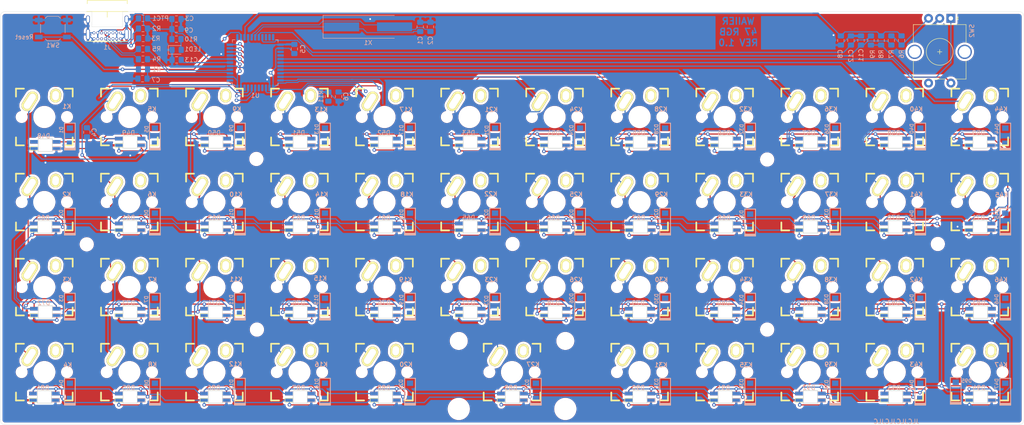
<source format=kicad_pcb>
(kicad_pcb (version 20171130) (host pcbnew "(5.1.0)-1")
  (layers (0 F.Cu signal) (31 B.Cu signal) (34 B.Paste user) (35 F.Paste user) (36 B.SilkS user) (37 F.SilkS user) (38 B.Mask user) (39 F.Mask user) (44 Edge.Cuts user))
  (net 0 "")
  (net 1 5V)
  (net 2 /ENCODER_BOUT)
  (net 3 /ENCODER_AOUT)
  (net 4 /ROW0)
  (net 5 "Net-(D1-Pad2)")
  (net 6 /ROW1)
  (net 7 "Net-(D2-Pad2)")
  (net 8 /ROW2)
  (net 9 "Net-(D3-Pad2)")
  (net 10 /ROW3)
  (net 11 "Net-(D4-Pad2)")
  (net 12 "Net-(D5-Pad2)")
  (net 13 "Net-(D6-Pad2)")
  (net 14 "Net-(D7-Pad2)")
  (net 15 "Net-(D8-Pad2)")
  (net 16 "Net-(D9-Pad2)")
  (net 17 "Net-(D10-Pad2)")
  (net 18 "Net-(D11-Pad2)")
  (net 19 "Net-(D12-Pad2)")
  (net 20 "Net-(D13-Pad2)")
  (net 21 "Net-(D14-Pad2)")
  (net 22 "Net-(D15-Pad2)")
  (net 23 "Net-(D16-Pad2)")
  (net 24 "Net-(D17-Pad2)")
  (net 25 "Net-(D18-Pad2)")
  (net 26 "Net-(D19-Pad2)")
  (net 27 "Net-(D20-Pad2)")
  (net 28 "Net-(D21-Pad2)")
  (net 29 "Net-(D22-Pad2)")
  (net 30 "Net-(D23-Pad2)")
  (net 31 "Net-(D24-Pad2)")
  (net 32 "Net-(D25-Pad2)")
  (net 33 "Net-(D26-Pad2)")
  (net 34 "Net-(D27-Pad2)")
  (net 35 "Net-(D28-Pad2)")
  (net 36 "Net-(D29-Pad2)")
  (net 37 "Net-(D30-Pad2)")
  (net 38 "Net-(D31-Pad2)")
  (net 39 "Net-(D32-Pad2)")
  (net 40 "Net-(D33-Pad2)")
  (net 41 "Net-(D34-Pad2)")
  (net 42 "Net-(D35-Pad2)")
  (net 43 "Net-(D36-Pad2)")
  (net 44 "Net-(D37-Pad2)")
  (net 45 "Net-(D38-Pad2)")
  (net 46 "Net-(D39-Pad2)")
  (net 47 "Net-(D40-Pad2)")
  (net 48 "Net-(D41-Pad2)")
  (net 49 "Net-(D42-Pad2)")
  (net 50 "Net-(D43-Pad2)")
  (net 51 "Net-(D44-Pad2)")
  (net 52 "Net-(D46-Pad2)")
  (net 53 "Net-(D48-Pad4)")
  (net 54 /RGB)
  (net 55 "Net-(D49-Pad4)")
  (net 56 "Net-(D50-Pad4)")
  (net 57 "Net-(D51-Pad4)")
  (net 58 "Net-(D52-Pad4)")
  (net 59 "Net-(D54-Pad4)")
  (net 60 "Net-(D56-Pad4)")
  (net 61 "Net-(D58-Pad4)")
  (net 62 "Net-(D60-Pad4)")
  (net 63 "Net-(D61-Pad2)")
  (net 64 "Net-(D63-Pad2)")
  (net 65 "Net-(D65-Pad2)")
  (net 66 "Net-(D67-Pad2)")
  (net 67 "Net-(D69-Pad2)")
  (net 68 "Net-(D73-Pad4)")
  (net 69 "Net-(D75-Pad4)")
  (net 70 "Net-(D77-Pad4)")
  (net 71 "Net-(D79-Pad4)")
  (net 72 "Net-(D81-Pad4)")
  (net 73 "Net-(D83-Pad4)")
  (net 74 "Net-(D84-Pad2)")
  (net 75 "Net-(D86-Pad2)")
  (net 76 "Net-(D88-Pad2)")
  (net 77 "Net-(D90-Pad2)")
  (net 78 /ENCODER_S1)
  (net 79 "Net-(J1-PadA5)")
  (net 80 VCC)
  (net 81 "Net-(J1-PadA8)")
  (net 82 "Net-(J1-PadB8)")
  (net 83 "Net-(J1-PadB5)")
  (net 84 /COL0)
  (net 85 /COL1)
  (net 86 /COL2)
  (net 87 /COL3)
  (net 88 /COL4)
  (net 89 /COL5)
  (net 90 /COL6)
  (net 91 /COL7)
  (net 92 /COL8)
  (net 93 /COL9)
  (net 94 /COL10)
  (net 95 /COL11)
  (net 96 "Net-(LED1-Pad2)")
  (net 97 /RESET)
  (net 98 /D-)
  (net 99 /D+)
  (net 100 /ENCODER_B)
  (net 101 /ENCODER_A)
  (net 102 "Net-(U1-Pad42)")
  (net 103 "Net-(U1-Pad26)")
  (net 104 "Net-(U1-Pad22)")
  (net 105 "Net-(U1-Pad21)")
  (net 106 "Net-(U1-Pad20)")
  (net 107 "Net-(U1-Pad12)")
  (net 108 "Net-(R11-Pad2)")
  (net 109 GND)
  (net 110 "Net-(D53-Pad4)")
  (net 111 "Net-(D55-Pad4)")
  (net 112 "Net-(D57-Pad4)")
  (net 113 "Net-(D59-Pad4)")
  (net 114 "Net-(D60-Pad2)")
  (net 115 "Net-(D62-Pad2)")
  (net 116 "Net-(D64-Pad2)")
  (net 117 "Net-(D66-Pad2)")
  (net 118 "Net-(D68-Pad2)")
  (net 119 "Net-(D70-Pad2)")
  (net 120 "Net-(D72-Pad4)")
  (net 121 "Net-(D74-Pad4)")
  (net 122 "Net-(D76-Pad4)")
  (net 123 "Net-(D78-Pad4)")
  (net 124 "Net-(D80-Pad4)")
  (net 125 "Net-(D82-Pad4)")
  (net 126 "Net-(D85-Pad2)")
  (net 127 "Net-(D87-Pad2)")
  (net 128 "Net-(D89-Pad2)")
  (net 129 "Net-(D91-Pad2)")
  (net 130 "Net-(D92-Pad2)")
  (net 131 "Net-(D45-Pad2)")
  (net 132 "Net-(D47-Pad2)")
  (net 133 /XTAL_P)
  (net 134 /XTAL_N)
  (net 135 "Net-(U1-Pad25)")
  (net 136 "Net-(J1-PadA6)")
  (net 137 "Net-(J1-PadA7)")
  (net 138 "Net-(C13-Pad1)")
  (net 139 "Net-(D84-Pad4)")
  (net 140 "Net-(D93-Pad2)")
  (module keebs:Mx_Alps_100 (layer F.Cu) (at 112.395 56.007)
    (fp_text reference K18 (at 5.0292 -1.7018) (layer B.SilkS) (effects (font (thickness 0.2)) (justify mirror)))
    (fp_text value KEYSW hide)
    (pad 2 thru_hole oval (at 2.52 -4.79 356.1) (size 2.5 3.08) (drill oval 1.5 2.08) (layers *.Cu *.Mask F.SilkS) (net 25 "Net-(D18-Pad2)"))
    (pad 1 thru_hole oval (at -3.255 -3.52 327.5) (size 2.5 4.75) (drill oval 1.5 3.75) (layers *.Cu *.Mask F.SilkS) (net 88 /COL4))
    (pad "" np_thru_hole circle (at 5.08 0) (size 1.7018 1.7018) (drill 1.7018) (layers *.Cu *.Mask))
    (pad "" np_thru_hole circle (at -5.08 0) (size 1.7018 1.7018) (drill 1.7018) (layers *.Cu *.Mask))
    (pad "" np_thru_hole circle (at 0 0) (size 3.9878 3.9878) (drill 3.9878) (layers *.Cu *.Mask))
  )
  (module keebs:Mx_Alps_100 (layer F.Cu) (at 131.445 56.007)
    (fp_text reference K22 (at 4.7752 -1.8034) (layer B.SilkS) (effects (font (thickness 0.2)) (justify mirror)))
    (fp_text value KEYSW hide)
    (pad 2 thru_hole oval (at 2.52 -4.79 356.1) (size 2.5 3.08) (drill oval 1.5 2.08) (layers *.Cu *.Mask F.SilkS) (net 29 "Net-(D22-Pad2)"))
    (pad 1 thru_hole oval (at -3.255 -3.52 327.5) (size 2.5 4.75) (drill oval 1.5 3.75) (layers *.Cu *.Mask F.SilkS) (net 89 /COL5))
    (pad "" np_thru_hole circle (at 5.08 0) (size 1.7018 1.7018) (drill 1.7018) (layers *.Cu *.Mask))
    (pad "" np_thru_hole circle (at -5.08 0) (size 1.7018 1.7018) (drill 1.7018) (layers *.Cu *.Mask))
    (pad "" np_thru_hole circle (at 0 0) (size 3.9878 3.9878) (drill 3.9878) (layers *.Cu *.Mask))
  )
  (module MountingHole:MountingHole_2.2mm_M2_DIN965 (layer F.Cu) (at 45.6946 65.4812)
    (fp_text reference "" (at 0 -2.9) (layer F.SilkS))
    (fp_text value MountingHole_2.2mm_M2_DIN965)
    (pad 1 np_thru_hole circle (at 0 0) (size 2.2 2.2) (drill 2.2) (layers *.Cu *.Mask))
  )
  (module keebs:Mx_Alps_100 (layer F.Cu) (at 36.195 56.007)
    (fp_text reference K2 (at 5.0292 -1.7018) (layer B.SilkS) (effects (font (thickness 0.2)) (justify mirror)))
    (fp_text value KEYSW hide)
    (pad 2 thru_hole oval (at 2.52 -4.79 356.1) (size 2.5 3.08) (drill oval 1.5 2.08) (layers *.Cu *.Mask F.SilkS) (net 7 "Net-(D2-Pad2)"))
    (pad 1 thru_hole oval (at -3.255 -3.52 327.5) (size 2.5 4.75) (drill oval 1.5 3.75) (layers *.Cu *.Mask F.SilkS) (net 84 /COL0))
    (pad "" np_thru_hole circle (at 5.08 0) (size 1.7018 1.7018) (drill 1.7018) (layers *.Cu *.Mask))
    (pad "" np_thru_hole circle (at -5.08 0) (size 1.7018 1.7018) (drill 1.7018) (layers *.Cu *.Mask))
    (pad "" np_thru_hole circle (at 0 0) (size 3.9878 3.9878) (drill 3.9878) (layers *.Cu *.Mask))
  )
  (module keebs:Mx_Alps_100 (layer F.Cu) (at 36.195 36.957)
    (fp_text reference K1 (at 5.0292 -2.3622) (layer B.SilkS) (effects (font (thickness 0.2)) (justify mirror)))
    (fp_text value KEYSW hide)
    (pad 2 thru_hole oval (at 2.52 -4.79 356.1) (size 2.5 3.08) (drill oval 1.5 2.08) (layers *.Cu *.Mask F.SilkS) (net 5 "Net-(D1-Pad2)"))
    (pad 1 thru_hole oval (at -3.255 -3.52 327.5) (size 2.5 4.75) (drill oval 1.5 3.75) (layers *.Cu *.Mask F.SilkS) (net 84 /COL0))
    (pad "" np_thru_hole circle (at 5.08 0) (size 1.7018 1.7018) (drill 1.7018) (layers *.Cu *.Mask))
    (pad "" np_thru_hole circle (at -5.08 0) (size 1.7018 1.7018) (drill 1.7018) (layers *.Cu *.Mask))
    (pad "" np_thru_hole circle (at 0 0) (size 3.9878 3.9878) (drill 3.9878) (layers *.Cu *.Mask))
  )
  (module Capacitor_SMD:C_0805_2012Metric_Pad1.15x1.40mm_HandSolder (layer B.Cu) (at 120.396 16.764 270)
    (fp_text reference C1 (at 3.048 0 270) (layer B.SilkS) (effects (justify mirror)))
    (fp_text value 22p)
    (pad 2 smd roundrect (at 1.025 0 270) (size 1.15 1.4) (layers B.Cu B.Paste B.Mask) (roundrect_rratio 0.217391) (net 133 /XTAL_P))
    (pad 1 smd roundrect (at -1.025 0 270) (size 1.15 1.4) (layers B.Cu B.Paste B.Mask) (roundrect_rratio 0.217391) (net 109 GND))
  )
  (module Capacitor_SMD:C_0805_2012Metric_Pad1.15x1.40mm_HandSolder (layer B.Cu) (at 122.682 16.764 270)
    (fp_text reference C2 (at 3.048 0 90) (layer B.SilkS) (effects (justify mirror)))
    (fp_text value 22p)
    (pad 2 smd roundrect (at 1.025 0 270) (size 1.15 1.4) (layers B.Cu B.Paste B.Mask) (roundrect_rratio 0.217391) (net 134 /XTAL_N))
    (pad 1 smd roundrect (at -1.025 0 270) (size 1.15 1.4) (layers B.Cu B.Paste B.Mask) (roundrect_rratio 0.217391) (net 109 GND))
  )
  (module Capacitor_SMD:C_0805_2012Metric_Pad1.15x1.40mm_HandSolder (layer B.Cu) (at 65.786 15.018 180)
    (fp_text reference C3 (at -2.921 0.127 180) (layer B.SilkS) (effects (justify mirror)))
    (fp_text value 0.1u)
    (pad 2 smd roundrect (at 1.025 0 180) (size 1.15 1.4) (layers B.Cu B.Paste B.Mask) (roundrect_rratio 0.217391) (net 1 5V))
    (pad 1 smd roundrect (at -1.025 0 180) (size 1.15 1.4) (layers B.Cu B.Paste B.Mask) (roundrect_rratio 0.217391) (net 109 GND))
  )
  (module Capacitor_SMD:C_0805_2012Metric_Pad1.15x1.40mm_HandSolder (layer B.Cu) (at 45.72 40.386 90)
    (fp_text reference C4 (at 0 1.65 90) (layer B.SilkS) (effects (justify mirror)))
    (fp_text value 0.1u)
    (pad 2 smd roundrect (at 1.025 0 90) (size 1.15 1.4) (layers B.Cu B.Paste B.Mask) (roundrect_rratio 0.217391) (net 1 5V))
    (pad 1 smd roundrect (at -1.025 0 90) (size 1.15 1.4) (layers B.Cu B.Paste B.Mask) (roundrect_rratio 0.217391) (net 109 GND))
  )
  (module Capacitor_SMD:C_0805_2012Metric_Pad1.15x1.40mm_HandSolder (layer B.Cu) (at 92.202 21.717 270)
    (fp_text reference C5 (at 0 -1.905 270) (layer B.SilkS) (effects (justify mirror)))
    (fp_text value 0.1u)
    (pad 2 smd roundrect (at 1.025 0 270) (size 1.15 1.4) (layers B.Cu B.Paste B.Mask) (roundrect_rratio 0.217391) (net 1 5V))
    (pad 1 smd roundrect (at -1.025 0 270) (size 1.15 1.4) (layers B.Cu B.Paste B.Mask) (roundrect_rratio 0.217391) (net 109 GND))
  )
  (module Capacitor_SMD:C_0805_2012Metric_Pad1.15x1.40mm_HandSolder (layer B.Cu) (at 102.108 32.385 90)
    (fp_text reference C6 (at 0 1.65 90) (layer B.SilkS) (effects (justify mirror)))
    (fp_text value 0.1u)
    (pad 2 smd roundrect (at 1.025 0 90) (size 1.15 1.4) (layers B.Cu B.Paste B.Mask) (roundrect_rratio 0.217391) (net 1 5V))
    (pad 1 smd roundrect (at -1.025 0 90) (size 1.15 1.4) (layers B.Cu B.Paste B.Mask) (roundrect_rratio 0.217391) (net 109 GND))
  )
  (module keyboard_parts:D_SOD123 (layer B.Cu) (at 41.91 41.148 90)
    (fp_text reference D1 (at 1.27 -1.905 90) (layer B.SilkS) (effects (font (size 0.8 0.8)) (justify mirror)))
    (fp_text value D hide)
    (pad 1 smd rect (at -1.7 0 90) (size 1.2 1.4) (layers B.Cu B.Paste B.Mask) (net 4 /ROW0))
    (pad 2 smd rect (at 1.7 0 90) (size 1.2 1.4) (layers B.Cu B.Paste B.Mask) (net 5 "Net-(D1-Pad2)"))
  )
  (module keyboard_parts:D_SOD123 (layer B.Cu) (at 41.91 60.198 90)
    (fp_text reference D2 (at 1.7272 -1.925 90) (layer B.SilkS) (effects (font (size 0.8 0.8)) (justify mirror)))
    (fp_text value D hide)
    (pad 1 smd rect (at -1.7 0 90) (size 1.2 1.4) (layers B.Cu B.Paste B.Mask) (net 6 /ROW1))
    (pad 2 smd rect (at 1.7 0 90) (size 1.2 1.4) (layers B.Cu B.Paste B.Mask) (net 7 "Net-(D2-Pad2)"))
  )
  (module keyboard_parts:D_SOD123 (layer B.Cu) (at 41.91 79.248 90)
    (fp_text reference D3 (at 1.6764 -1.925 90) (layer B.SilkS) (effects (font (size 0.8 0.8)) (justify mirror)))
    (fp_text value D hide)
    (pad 1 smd rect (at -1.7 0 90) (size 1.2 1.4) (layers B.Cu B.Paste B.Mask) (net 8 /ROW2))
    (pad 2 smd rect (at 1.7 0 90) (size 1.2 1.4) (layers B.Cu B.Paste B.Mask) (net 9 "Net-(D3-Pad2)"))
  )
  (module keyboard_parts:D_SOD123 (layer B.Cu) (at 41.91 98.298 90)
    (fp_text reference D4 (at 1.7272 -1.905 90) (layer B.SilkS) (effects (font (size 0.8 0.8)) (justify mirror)))
    (fp_text value D hide)
    (pad 1 smd rect (at -1.7 0 90) (size 1.2 1.4) (layers B.Cu B.Paste B.Mask) (net 10 /ROW3))
    (pad 2 smd rect (at 1.7 0 90) (size 1.2 1.4) (layers B.Cu B.Paste B.Mask) (net 11 "Net-(D4-Pad2)"))
  )
  (module keyboard_parts:D_SOD123 (layer B.Cu) (at 60.96 41.148 90)
    (fp_text reference D5 (at 1.4732 -1.8542 90) (layer B.SilkS) (effects (font (size 0.8 0.8)) (justify mirror)))
    (fp_text value D hide)
    (pad 1 smd rect (at -1.7 0 90) (size 1.2 1.4) (layers B.Cu B.Paste B.Mask) (net 4 /ROW0))
    (pad 2 smd rect (at 1.7 0 90) (size 1.2 1.4) (layers B.Cu B.Paste B.Mask) (net 12 "Net-(D5-Pad2)"))
  )
  (module keyboard_parts:D_SOD123 (layer B.Cu) (at 60.96 60.198 90)
    (fp_text reference D6 (at 1.7272 -1.925 90) (layer B.SilkS) (effects (font (size 0.8 0.8)) (justify mirror)))
    (fp_text value D hide)
    (pad 1 smd rect (at -1.7 0 90) (size 1.2 1.4) (layers B.Cu B.Paste B.Mask) (net 6 /ROW1))
    (pad 2 smd rect (at 1.7 0 90) (size 1.2 1.4) (layers B.Cu B.Paste B.Mask) (net 13 "Net-(D6-Pad2)"))
  )
  (module keyboard_parts:D_SOD123 (layer B.Cu) (at 60.96 79.248 90)
    (fp_text reference D7 (at 1.4732 -1.925 90) (layer B.SilkS) (effects (font (size 0.8 0.8)) (justify mirror)))
    (fp_text value D hide)
    (pad 1 smd rect (at -1.7 0 90) (size 1.2 1.4) (layers B.Cu B.Paste B.Mask) (net 8 /ROW2))
    (pad 2 smd rect (at 1.7 0 90) (size 1.2 1.4) (layers B.Cu B.Paste B.Mask) (net 14 "Net-(D7-Pad2)"))
  )
  (module keyboard_parts:D_SOD123 (layer B.Cu) (at 60.96 98.298 90)
    (fp_text reference D8 (at 1.7272 -1.8542 90) (layer B.SilkS) (effects (font (size 0.8 0.8)) (justify mirror)))
    (fp_text value D hide)
    (pad 1 smd rect (at -1.7 0 90) (size 1.2 1.4) (layers B.Cu B.Paste B.Mask) (net 10 /ROW3))
    (pad 2 smd rect (at 1.7 0 90) (size 1.2 1.4) (layers B.Cu B.Paste B.Mask) (net 15 "Net-(D8-Pad2)"))
  )
  (module keyboard_parts:D_SOD123 (layer B.Cu) (at 80.01 41.148 90)
    (fp_text reference D9 (at 1.6764 -1.925 90) (layer B.SilkS) (effects (font (size 0.8 0.8)) (justify mirror)))
    (fp_text value D hide)
    (pad 1 smd rect (at -1.7 0 90) (size 1.2 1.4) (layers B.Cu B.Paste B.Mask) (net 4 /ROW0))
    (pad 2 smd rect (at 1.7 0 90) (size 1.2 1.4) (layers B.Cu B.Paste B.Mask) (net 16 "Net-(D9-Pad2)"))
  )
  (module keyboard_parts:D_SOD123 (layer B.Cu) (at 80.01 60.198 90)
    (fp_text reference D10 (at 1.524 -1.925 90) (layer B.SilkS) (effects (font (size 0.8 0.8)) (justify mirror)))
    (fp_text value D hide)
    (pad 1 smd rect (at -1.7 0 90) (size 1.2 1.4) (layers B.Cu B.Paste B.Mask) (net 6 /ROW1))
    (pad 2 smd rect (at 1.7 0 90) (size 1.2 1.4) (layers B.Cu B.Paste B.Mask) (net 17 "Net-(D10-Pad2)"))
  )
  (module keyboard_parts:D_SOD123 (layer B.Cu) (at 80.01 79.248 90)
    (fp_text reference D11 (at 1.3716 -1.925 90) (layer B.SilkS) (effects (font (size 0.8 0.8)) (justify mirror)))
    (fp_text value D hide)
    (pad 1 smd rect (at -1.7 0 90) (size 1.2 1.4) (layers B.Cu B.Paste B.Mask) (net 8 /ROW2))
    (pad 2 smd rect (at 1.7 0 90) (size 1.2 1.4) (layers B.Cu B.Paste B.Mask) (net 18 "Net-(D11-Pad2)"))
  )
  (module keyboard_parts:D_SOD123 (layer B.Cu) (at 80.01 98.298 90)
    (fp_text reference D12 (at 1.4224 -1.905 90) (layer B.SilkS) (effects (font (size 0.8 0.8)) (justify mirror)))
    (fp_text value D hide)
    (pad 1 smd rect (at -1.7 0 90) (size 1.2 1.4) (layers B.Cu B.Paste B.Mask) (net 10 /ROW3))
    (pad 2 smd rect (at 1.7 0 90) (size 1.2 1.4) (layers B.Cu B.Paste B.Mask) (net 19 "Net-(D12-Pad2)"))
  )
  (module keyboard_parts:D_SOD123 (layer B.Cu) (at 99.06 41.148 90)
    (fp_text reference D13 (at 1.4732 -1.8542 90) (layer B.SilkS) (effects (font (size 0.8 0.8)) (justify mirror)))
    (fp_text value D hide)
    (pad 1 smd rect (at -1.7 0 90) (size 1.2 1.4) (layers B.Cu B.Paste B.Mask) (net 4 /ROW0))
    (pad 2 smd rect (at 1.7 0 90) (size 1.2 1.4) (layers B.Cu B.Paste B.Mask) (net 20 "Net-(D13-Pad2)"))
  )
  (module keyboard_parts:D_SOD123 (layer B.Cu) (at 99.06 60.198 90)
    (fp_text reference D14 (at 1.524 -1.8542 90) (layer B.SilkS) (effects (font (size 0.8 0.8)) (justify mirror)))
    (fp_text value D hide)
    (pad 1 smd rect (at -1.7 0 90) (size 1.2 1.4) (layers B.Cu B.Paste B.Mask) (net 6 /ROW1))
    (pad 2 smd rect (at 1.7 0 90) (size 1.2 1.4) (layers B.Cu B.Paste B.Mask) (net 21 "Net-(D14-Pad2)"))
  )
  (module keyboard_parts:D_SOD123 (layer B.Cu) (at 99.06 79.248 90)
    (fp_text reference D15 (at 1.3716 -1.9558 90) (layer B.SilkS) (effects (font (size 0.8 0.8)) (justify mirror)))
    (fp_text value D hide)
    (pad 1 smd rect (at -1.7 0 90) (size 1.2 1.4) (layers B.Cu B.Paste B.Mask) (net 8 /ROW2))
    (pad 2 smd rect (at 1.7 0 90) (size 1.2 1.4) (layers B.Cu B.Paste B.Mask) (net 22 "Net-(D15-Pad2)"))
  )
  (module keyboard_parts:D_SOD123 (layer B.Cu) (at 99.06 98.298 90)
    (fp_text reference D16 (at 1.6256 -1.8542 90) (layer B.SilkS) (effects (font (size 0.8 0.8)) (justify mirror)))
    (fp_text value D hide)
    (pad 1 smd rect (at -1.7 0 90) (size 1.2 1.4) (layers B.Cu B.Paste B.Mask) (net 10 /ROW3))
    (pad 2 smd rect (at 1.7 0 90) (size 1.2 1.4) (layers B.Cu B.Paste B.Mask) (net 23 "Net-(D16-Pad2)"))
  )
  (module keyboard_parts:D_SOD123 (layer B.Cu) (at 118.11 41.148 90)
    (fp_text reference D17 (at 1.27 -1.925 90) (layer B.SilkS) (effects (font (size 0.8 0.8)) (justify mirror)))
    (fp_text value D hide)
    (pad 1 smd rect (at -1.7 0 90) (size 1.2 1.4) (layers B.Cu B.Paste B.Mask) (net 4 /ROW0))
    (pad 2 smd rect (at 1.7 0 90) (size 1.2 1.4) (layers B.Cu B.Paste B.Mask) (net 24 "Net-(D17-Pad2)"))
  )
  (module keyboard_parts:D_SOD123 (layer B.Cu) (at 118.11 60.198 90)
    (fp_text reference D18 (at 1.4224 -1.905 90) (layer B.SilkS) (effects (font (size 0.8 0.8)) (justify mirror)))
    (fp_text value D hide)
    (pad 1 smd rect (at -1.7 0 90) (size 1.2 1.4) (layers B.Cu B.Paste B.Mask) (net 6 /ROW1))
    (pad 2 smd rect (at 1.7 0 90) (size 1.2 1.4) (layers B.Cu B.Paste B.Mask) (net 25 "Net-(D18-Pad2)"))
  )
  (module keyboard_parts:D_SOD123 (layer B.Cu) (at 118.11 79.248 90)
    (fp_text reference D19 (at 1.3716 -1.925 90) (layer B.SilkS) (effects (font (size 0.8 0.8)) (justify mirror)))
    (fp_text value D hide)
    (pad 1 smd rect (at -1.7 0 90) (size 1.2 1.4) (layers B.Cu B.Paste B.Mask) (net 8 /ROW2))
    (pad 2 smd rect (at 1.7 0 90) (size 1.2 1.4) (layers B.Cu B.Paste B.Mask) (net 26 "Net-(D19-Pad2)"))
  )
  (module keyboard_parts:D_SOD123 (layer B.Cu) (at 118.11 98.298 90)
    (fp_text reference D20 (at 1.4224 -2.0066 90) (layer B.SilkS) (effects (font (size 0.8 0.8)) (justify mirror)))
    (fp_text value D hide)
    (pad 1 smd rect (at -1.7 0 90) (size 1.2 1.4) (layers B.Cu B.Paste B.Mask) (net 10 /ROW3))
    (pad 2 smd rect (at 1.7 0 90) (size 1.2 1.4) (layers B.Cu B.Paste B.Mask) (net 27 "Net-(D20-Pad2)"))
  )
  (module keyboard_parts:D_SOD123 (layer B.Cu) (at 137.16 41.148 90)
    (fp_text reference D21 (at 1.1684 -1.8542 90) (layer B.SilkS) (effects (font (size 0.8 0.8)) (justify mirror)))
    (fp_text value D hide)
    (pad 1 smd rect (at -1.7 0 90) (size 1.2 1.4) (layers B.Cu B.Paste B.Mask) (net 4 /ROW0))
    (pad 2 smd rect (at 1.7 0 90) (size 1.2 1.4) (layers B.Cu B.Paste B.Mask) (net 28 "Net-(D21-Pad2)"))
  )
  (module keyboard_parts:D_SOD123 (layer B.Cu) (at 137.16 60.198 90)
    (fp_text reference D22 (at 1.4224 -1.925 90) (layer B.SilkS) (effects (font (size 0.8 0.8)) (justify mirror)))
    (fp_text value D hide)
    (pad 1 smd rect (at -1.7 0 90) (size 1.2 1.4) (layers B.Cu B.Paste B.Mask) (net 6 /ROW1))
    (pad 2 smd rect (at 1.7 0 90) (size 1.2 1.4) (layers B.Cu B.Paste B.Mask) (net 29 "Net-(D22-Pad2)"))
  )
  (module keyboard_parts:D_SOD123 (layer B.Cu) (at 137.16 79.248 90)
    (fp_text reference D23 (at 1.1684 -1.925 90) (layer B.SilkS) (effects (font (size 0.8 0.8)) (justify mirror)))
    (fp_text value D hide)
    (pad 1 smd rect (at -1.7 0 90) (size 1.2 1.4) (layers B.Cu B.Paste B.Mask) (net 8 /ROW2))
    (pad 2 smd rect (at 1.7 0 90) (size 1.2 1.4) (layers B.Cu B.Paste B.Mask) (net 30 "Net-(D23-Pad2)"))
  )
  (module keyboard_parts:D_SOD123 (layer B.Cu) (at 156.21 41.148 90)
    (fp_text reference D24 (at 1.27 -1.925 90) (layer B.SilkS) (effects (font (size 0.8 0.8)) (justify mirror)))
    (fp_text value D hide)
    (pad 1 smd rect (at -1.7 0 90) (size 1.2 1.4) (layers B.Cu B.Paste B.Mask) (net 4 /ROW0))
    (pad 2 smd rect (at 1.7 0 90) (size 1.2 1.4) (layers B.Cu B.Paste B.Mask) (net 31 "Net-(D24-Pad2)"))
  )
  (module keyboard_parts:D_SOD123 (layer B.Cu) (at 156.21 60.198 90)
    (fp_text reference D25 (at 1.4224 -1.905 90) (layer B.SilkS) (effects (font (size 0.8 0.8)) (justify mirror)))
    (fp_text value D hide)
    (pad 1 smd rect (at -1.7 0 90) (size 1.2 1.4) (layers B.Cu B.Paste B.Mask) (net 6 /ROW1))
    (pad 2 smd rect (at 1.7 0 90) (size 1.2 1.4) (layers B.Cu B.Paste B.Mask) (net 32 "Net-(D25-Pad2)"))
  )
  (module keyboard_parts:D_SOD123 (layer B.Cu) (at 156.21 79.248 90)
    (fp_text reference D26 (at 1.6764 -1.925 90) (layer B.SilkS) (effects (font (size 0.8 0.8)) (justify mirror)))
    (fp_text value D hide)
    (pad 1 smd rect (at -1.7 0 90) (size 1.2 1.4) (layers B.Cu B.Paste B.Mask) (net 8 /ROW2))
    (pad 2 smd rect (at 1.7 0 90) (size 1.2 1.4) (layers B.Cu B.Paste B.Mask) (net 33 "Net-(D26-Pad2)"))
  )
  (module keyboard_parts:D_SOD123 (layer B.Cu) (at 146.304 98.298 90)
    (fp_text reference D27 (at 1.4224 -1.9558 90) (layer B.SilkS) (effects (font (size 0.8 0.8)) (justify mirror)))
    (fp_text value D hide)
    (pad 1 smd rect (at -1.7 0 90) (size 1.2 1.4) (layers B.Cu B.Paste B.Mask) (net 10 /ROW3))
    (pad 2 smd rect (at 1.7 0 90) (size 1.2 1.4) (layers B.Cu B.Paste B.Mask) (net 34 "Net-(D27-Pad2)"))
  )
  (module keyboard_parts:D_SOD123 (layer B.Cu) (at 175.26 41.148 90)
    (fp_text reference D28 (at 1.4732 -1.9558 90) (layer B.SilkS) (effects (font (size 0.8 0.8)) (justify mirror)))
    (fp_text value D hide)
    (pad 1 smd rect (at -1.7 0 90) (size 1.2 1.4) (layers B.Cu B.Paste B.Mask) (net 4 /ROW0))
    (pad 2 smd rect (at 1.7 0 90) (size 1.2 1.4) (layers B.Cu B.Paste B.Mask) (net 35 "Net-(D28-Pad2)"))
  )
  (module keyboard_parts:D_SOD123 (layer B.Cu) (at 175.26 60.198 90)
    (fp_text reference D29 (at 1.524 -1.9558 90) (layer B.SilkS) (effects (font (size 0.8 0.8)) (justify mirror)))
    (fp_text value D hide)
    (pad 1 smd rect (at -1.7 0 90) (size 1.2 1.4) (layers B.Cu B.Paste B.Mask) (net 6 /ROW1))
    (pad 2 smd rect (at 1.7 0 90) (size 1.2 1.4) (layers B.Cu B.Paste B.Mask) (net 36 "Net-(D29-Pad2)"))
  )
  (module keyboard_parts:D_SOD123 (layer B.Cu) (at 175.26 79.248 90)
    (fp_text reference D30 (at 1.5748 -1.925 90) (layer B.SilkS) (effects (font (size 0.8 0.8)) (justify mirror)))
    (fp_text value D hide)
    (pad 1 smd rect (at -1.7 0 90) (size 1.2 1.4) (layers B.Cu B.Paste B.Mask) (net 8 /ROW2))
    (pad 2 smd rect (at 1.7 0 90) (size 1.2 1.4) (layers B.Cu B.Paste B.Mask) (net 37 "Net-(D30-Pad2)"))
  )
  (module keyboard_parts:D_SOD123 (layer B.Cu) (at 175.26 98.298 90)
    (fp_text reference D31 (at 1.6256 -1.925 90) (layer B.SilkS) (effects (font (size 0.8 0.8)) (justify mirror)))
    (fp_text value D hide)
    (pad 1 smd rect (at -1.7 0 90) (size 1.2 1.4) (layers B.Cu B.Paste B.Mask) (net 10 /ROW3))
    (pad 2 smd rect (at 1.7 0 90) (size 1.2 1.4) (layers B.Cu B.Paste B.Mask) (net 38 "Net-(D31-Pad2)"))
  )
  (module keyboard_parts:D_SOD123 (layer B.Cu) (at 194.31 41.148 90)
    (fp_text reference D32 (at 1.4732 -1.905 90) (layer B.SilkS) (effects (font (size 0.8 0.8)) (justify mirror)))
    (fp_text value D hide)
    (pad 1 smd rect (at -1.7 0 90) (size 1.2 1.4) (layers B.Cu B.Paste B.Mask) (net 4 /ROW0))
    (pad 2 smd rect (at 1.7 0 90) (size 1.2 1.4) (layers B.Cu B.Paste B.Mask) (net 39 "Net-(D32-Pad2)"))
  )
  (module keyboard_parts:D_SOD123 (layer B.Cu) (at 194.31 60.403 90)
    (fp_text reference D33 (at 1.4242 -1.925 90) (layer B.SilkS) (effects (font (size 0.8 0.8)) (justify mirror)))
    (fp_text value D hide)
    (pad 1 smd rect (at -1.7 0 90) (size 1.2 1.4) (layers B.Cu B.Paste B.Mask) (net 6 /ROW1))
    (pad 2 smd rect (at 1.7 0 90) (size 1.2 1.4) (layers B.Cu B.Paste B.Mask) (net 40 "Net-(D33-Pad2)"))
  )
  (module keyboard_parts:D_SOD123 (layer B.Cu) (at 194.31 79.248 90)
    (fp_text reference D34 (at 1.3716 -1.925 90) (layer B.SilkS) (effects (font (size 0.8 0.8)) (justify mirror)))
    (fp_text value D hide)
    (pad 1 smd rect (at -1.7 0 90) (size 1.2 1.4) (layers B.Cu B.Paste B.Mask) (net 8 /ROW2))
    (pad 2 smd rect (at 1.7 0 90) (size 1.2 1.4) (layers B.Cu B.Paste B.Mask) (net 41 "Net-(D34-Pad2)"))
  )
  (module keyboard_parts:D_SOD123 (layer B.Cu) (at 194.31 98.298 90)
    (fp_text reference D35 (at 1.524 -1.925 90) (layer B.SilkS) (effects (font (size 0.8 0.8)) (justify mirror)))
    (fp_text value D hide)
    (pad 1 smd rect (at -1.7 0 90) (size 1.2 1.4) (layers B.Cu B.Paste B.Mask) (net 10 /ROW3))
    (pad 2 smd rect (at 1.7 0 90) (size 1.2 1.4) (layers B.Cu B.Paste B.Mask) (net 42 "Net-(D35-Pad2)"))
  )
  (module keyboard_parts:D_SOD123 (layer B.Cu) (at 213.36 41.148 90)
    (fp_text reference D36 (at 1.4732 -1.8542 90) (layer B.SilkS) (effects (font (size 0.8 0.8)) (justify mirror)))
    (fp_text value D hide)
    (pad 1 smd rect (at -1.7 0 90) (size 1.2 1.4) (layers B.Cu B.Paste B.Mask) (net 4 /ROW0))
    (pad 2 smd rect (at 1.7 0 90) (size 1.2 1.4) (layers B.Cu B.Paste B.Mask) (net 43 "Net-(D36-Pad2)"))
  )
  (module keyboard_parts:D_SOD123 (layer B.Cu) (at 213.36 60.198 90)
    (fp_text reference D37 (at 1.524 -1.925 90) (layer B.SilkS) (effects (font (size 0.8 0.8)) (justify mirror)))
    (fp_text value D hide)
    (pad 1 smd rect (at -1.7 0 90) (size 1.2 1.4) (layers B.Cu B.Paste B.Mask) (net 6 /ROW1))
    (pad 2 smd rect (at 1.7 0 90) (size 1.2 1.4) (layers B.Cu B.Paste B.Mask) (net 44 "Net-(D37-Pad2)"))
  )
  (module keyboard_parts:D_SOD123 (layer B.Cu) (at 213.36 79.248 90)
    (fp_text reference D38 (at 1.4732 -1.9558 90) (layer B.SilkS) (effects (font (size 0.8 0.8)) (justify mirror)))
    (fp_text value D hide)
    (pad 1 smd rect (at -1.7 0 90) (size 1.2 1.4) (layers B.Cu B.Paste B.Mask) (net 8 /ROW2))
    (pad 2 smd rect (at 1.7 0 90) (size 1.2 1.4) (layers B.Cu B.Paste B.Mask) (net 45 "Net-(D38-Pad2)"))
  )
  (module keyboard_parts:D_SOD123 (layer B.Cu) (at 213.36 98.298 90)
    (fp_text reference D39 (at 1.3208 -1.925 90) (layer B.SilkS) (effects (font (size 0.8 0.8)) (justify mirror)))
    (fp_text value D hide)
    (pad 1 smd rect (at -1.7 0 90) (size 1.2 1.4) (layers B.Cu B.Paste B.Mask) (net 10 /ROW3))
    (pad 2 smd rect (at 1.7 0 90) (size 1.2 1.4) (layers B.Cu B.Paste B.Mask) (net 46 "Net-(D39-Pad2)"))
  )
  (module keyboard_parts:D_SOD123 (layer B.Cu) (at 232.41 41.148 90)
    (fp_text reference D40 (at 1.5748 -1.905 90) (layer B.SilkS) (effects (font (size 0.8 0.8)) (justify mirror)))
    (fp_text value D hide)
    (pad 1 smd rect (at -1.7 0 90) (size 1.2 1.4) (layers B.Cu B.Paste B.Mask) (net 4 /ROW0))
    (pad 2 smd rect (at 1.7 0 90) (size 1.2 1.4) (layers B.Cu B.Paste B.Mask) (net 47 "Net-(D40-Pad2)"))
  )
  (module keyboard_parts:D_SOD123 (layer B.Cu) (at 232.41 60.198 90)
    (fp_text reference D41 (at 1.2192 -1.925 90) (layer B.SilkS) (effects (font (size 0.8 0.8)) (justify mirror)))
    (fp_text value D hide)
    (pad 1 smd rect (at -1.7 0 90) (size 1.2 1.4) (layers B.Cu B.Paste B.Mask) (net 6 /ROW1))
    (pad 2 smd rect (at 1.7 0 90) (size 1.2 1.4) (layers B.Cu B.Paste B.Mask) (net 48 "Net-(D41-Pad2)"))
  )
  (module keyboard_parts:D_SOD123 (layer B.Cu) (at 232.41 79.248 90)
    (fp_text reference D42 (at 1.4732 -1.905 90) (layer B.SilkS) (effects (font (size 0.8 0.8)) (justify mirror)))
    (fp_text value D hide)
    (pad 1 smd rect (at -1.7 0 90) (size 1.2 1.4) (layers B.Cu B.Paste B.Mask) (net 8 /ROW2))
    (pad 2 smd rect (at 1.7 0 90) (size 1.2 1.4) (layers B.Cu B.Paste B.Mask) (net 49 "Net-(D42-Pad2)"))
  )
  (module keyboard_parts:D_SOD123 (layer B.Cu) (at 232.41 98.298 90)
    (fp_text reference D43 (at 1.3208 -1.905 90) (layer B.SilkS) (effects (font (size 0.8 0.8)) (justify mirror)))
    (fp_text value D hide)
    (pad 1 smd rect (at -1.7 0 90) (size 1.2 1.4) (layers B.Cu B.Paste B.Mask) (net 10 /ROW3))
    (pad 2 smd rect (at 1.7 0 90) (size 1.2 1.4) (layers B.Cu B.Paste B.Mask) (net 50 "Net-(D43-Pad2)"))
  )
  (module keyboard_parts:D_SOD123 (layer B.Cu) (at 251.46 41.148 90)
    (fp_text reference D44 (at 1.5748 -1.8542 90) (layer B.SilkS) (effects (font (size 0.8 0.8)) (justify mirror)))
    (fp_text value D hide)
    (pad 1 smd rect (at -1.7 0 90) (size 1.2 1.4) (layers B.Cu B.Paste B.Mask) (net 4 /ROW0))
    (pad 2 smd rect (at 1.7 0 90) (size 1.2 1.4) (layers B.Cu B.Paste B.Mask) (net 51 "Net-(D44-Pad2)"))
  )
  (module keyboard_parts:D_SOD123 (layer B.Cu) (at 251.46 60.198 90)
    (fp_text reference D45 (at 1.524 -1.8542 90) (layer B.SilkS) (effects (font (size 0.8 0.8)) (justify mirror)))
    (fp_text value D hide)
    (pad 1 smd rect (at -1.7 0 90) (size 1.2 1.4) (layers B.Cu B.Paste B.Mask) (net 6 /ROW1))
    (pad 2 smd rect (at 1.7 0 90) (size 1.2 1.4) (layers B.Cu B.Paste B.Mask) (net 131 "Net-(D45-Pad2)"))
  )
  (module keyboard_parts:D_SOD123 (layer B.Cu) (at 251.46 79.248 90)
    (fp_text reference D46 (at 1.4732 -1.9558 90) (layer B.SilkS) (effects (font (size 0.8 0.8)) (justify mirror)))
    (fp_text value D hide)
    (pad 1 smd rect (at -1.7 0 90) (size 1.2 1.4) (layers B.Cu B.Paste B.Mask) (net 8 /ROW2))
    (pad 2 smd rect (at 1.7 0 90) (size 1.2 1.4) (layers B.Cu B.Paste B.Mask) (net 52 "Net-(D46-Pad2)"))
  )
  (module keyboard_parts:D_SOD123 (layer B.Cu) (at 251.46 98.298 90)
    (fp_text reference D47 (at 1.6256 -1.925 90) (layer B.SilkS) (effects (font (size 0.8 0.8)) (justify mirror)))
    (fp_text value D hide)
    (pad 1 smd rect (at -1.7 0 90) (size 1.2 1.4) (layers B.Cu B.Paste B.Mask) (net 10 /ROW3))
    (pad 2 smd rect (at 1.7 0 90) (size 1.2 1.4) (layers B.Cu B.Paste B.Mask) (net 132 "Net-(D47-Pad2)"))
  )
  (module Type-C:USB_C_GCT_USB4085 (layer F.Cu) (at 50.292 13.335 180)
    (fp_text reference J1 (at 0 -8.001 180) (layer B.SilkS) (effects (justify mirror)))
    (fp_text value USB_C_Receptacle_USB2.0)
    (pad A5 thru_hole circle (at -1.275 -6.1 180) (size 0.65 0.65) (drill 0.4) (layers *.Cu *.Mask) (net 79 "Net-(J1-PadA5)"))
    (pad A1 thru_hole circle (at -2.975 -6.1 180) (size 0.65 0.65) (drill 0.4) (layers *.Cu *.Mask) (net 109 GND))
    (pad A4 thru_hole circle (at -2.125 -6.1 180) (size 0.65 0.65) (drill 0.4) (layers *.Cu *.Mask) (net 80 VCC))
    (pad A6 thru_hole circle (at -0.425 -6.1 180) (size 0.65 0.65) (drill 0.4) (layers *.Cu *.Mask) (net 136 "Net-(J1-PadA6)"))
    (pad A7 thru_hole circle (at 0.425 -6.1 180) (size 0.65 0.65) (drill 0.4) (layers *.Cu *.Mask) (net 137 "Net-(J1-PadA7)"))
    (pad A8 thru_hole circle (at 1.275 -6.1 180) (size 0.65 0.65) (drill 0.4) (layers *.Cu *.Mask) (net 81 "Net-(J1-PadA8)"))
    (pad A9 thru_hole circle (at 2.125 -6.1 180) (size 0.65 0.65) (drill 0.4) (layers *.Cu *.Mask) (net 80 VCC))
    (pad A12 thru_hole circle (at 2.975 -6.1 180) (size 0.65 0.65) (drill 0.4) (layers *.Cu *.Mask) (net 109 GND))
    (pad B12 thru_hole circle (at -2.975 -4.775 180) (size 0.65 0.65) (drill 0.4) (layers *.Cu *.Mask) (net 109 GND))
    (pad B9 thru_hole circle (at -2.12 -4.775 180) (size 0.65 0.65) (drill 0.4) (layers *.Cu *.Mask) (net 80 VCC))
    (pad B8 thru_hole circle (at -1.27 -4.775 180) (size 0.65 0.65) (drill 0.4) (layers *.Cu *.Mask) (net 82 "Net-(J1-PadB8)"))
    (pad B7 thru_hole circle (at -0.42 -4.775 180) (size 0.65 0.65) (drill 0.4) (layers *.Cu *.Mask) (net 137 "Net-(J1-PadA7)"))
    (pad B6 thru_hole circle (at 0.43 -4.775 180) (size 0.65 0.65) (drill 0.4) (layers *.Cu *.Mask) (net 136 "Net-(J1-PadA6)"))
    (pad B5 thru_hole circle (at 1.28 -4.775 180) (size 0.65 0.65) (drill 0.4) (layers *.Cu *.Mask) (net 83 "Net-(J1-PadB5)"))
    (pad B4 thru_hole circle (at 2.13 -4.775 180) (size 0.65 0.65) (drill 0.4) (layers *.Cu *.Mask) (net 80 VCC))
    (pad B1 thru_hole circle (at 2.98 -4.775 180) (size 0.65 0.65) (drill 0.4) (layers *.Cu *.Mask) (net 109 GND))
    (pad S1 thru_hole oval (at -4.325 -5.12 180) (size 0.9 2.4) (drill oval 0.6 2.1) (layers *.Cu *.Mask) (net 109 GND))
    (pad S1 thru_hole oval (at 4.325 -5.12 180) (size 0.9 2.4) (drill oval 0.6 2.1) (layers *.Cu *.Mask) (net 109 GND))
    (pad S1 thru_hole oval (at -4.325 -1.74 180) (size 0.9 1.7) (drill oval 0.6 1.4) (layers *.Cu *.Mask) (net 109 GND))
    (pad S1 thru_hole oval (at 4.325 -1.74 180) (size 0.9 1.7) (drill oval 0.6 1.4) (layers *.Cu *.Mask) (net 109 GND))
  )
  (module keebs:Mx_Alps_100 (layer F.Cu) (at 36.195 94.107)
    (fp_text reference K4 (at 5.2324 -1.6002) (layer B.SilkS) (effects (font (thickness 0.2)) (justify mirror)))
    (fp_text value KEYSW hide)
    (pad 2 thru_hole oval (at 2.52 -4.79 356.1) (size 2.5 3.08) (drill oval 1.5 2.08) (layers *.Cu *.Mask F.SilkS) (net 11 "Net-(D4-Pad2)"))
    (pad 1 thru_hole oval (at -3.255 -3.52 327.5) (size 2.5 4.75) (drill oval 1.5 3.75) (layers *.Cu *.Mask F.SilkS) (net 84 /COL0))
    (pad "" np_thru_hole circle (at 5.08 0) (size 1.7018 1.7018) (drill 1.7018) (layers *.Cu *.Mask))
    (pad "" np_thru_hole circle (at -5.08 0) (size 1.7018 1.7018) (drill 1.7018) (layers *.Cu *.Mask))
    (pad "" np_thru_hole circle (at 0 0) (size 3.9878 3.9878) (drill 3.9878) (layers *.Cu *.Mask))
  )
  (module keebs:Mx_Alps_100 (layer F.Cu) (at 55.245 36.957)
    (fp_text reference K5 (at 5.08 -1.7526) (layer B.SilkS) (effects (font (thickness 0.2)) (justify mirror)))
    (fp_text value KEYSW hide)
    (pad 2 thru_hole oval (at 2.52 -4.79 356.1) (size 2.5 3.08) (drill oval 1.5 2.08) (layers *.Cu *.Mask F.SilkS) (net 12 "Net-(D5-Pad2)"))
    (pad 1 thru_hole oval (at -3.255 -3.52 327.5) (size 2.5 4.75) (drill oval 1.5 3.75) (layers *.Cu *.Mask F.SilkS) (net 85 /COL1))
    (pad "" np_thru_hole circle (at 5.08 0) (size 1.7018 1.7018) (drill 1.7018) (layers *.Cu *.Mask))
    (pad "" np_thru_hole circle (at -5.08 0) (size 1.7018 1.7018) (drill 1.7018) (layers *.Cu *.Mask))
    (pad "" np_thru_hole circle (at 0 0) (size 3.9878 3.9878) (drill 3.9878) (layers *.Cu *.Mask))
  )
  (module keebs:Mx_Alps_100 (layer F.Cu) (at 55.245 56.007)
    (fp_text reference K6 (at 5.08 -1.7018) (layer B.SilkS) (effects (font (thickness 0.2)) (justify mirror)))
    (fp_text value KEYSW hide)
    (pad 2 thru_hole oval (at 2.52 -4.79 356.1) (size 2.5 3.08) (drill oval 1.5 2.08) (layers *.Cu *.Mask F.SilkS) (net 13 "Net-(D6-Pad2)"))
    (pad 1 thru_hole oval (at -3.255 -3.52 327.5) (size 2.5 4.75) (drill oval 1.5 3.75) (layers *.Cu *.Mask F.SilkS) (net 85 /COL1))
    (pad "" np_thru_hole circle (at 5.08 0) (size 1.7018 1.7018) (drill 1.7018) (layers *.Cu *.Mask))
    (pad "" np_thru_hole circle (at -5.08 0) (size 1.7018 1.7018) (drill 1.7018) (layers *.Cu *.Mask))
    (pad "" np_thru_hole circle (at 0 0) (size 3.9878 3.9878) (drill 3.9878) (layers *.Cu *.Mask))
  )
  (module keebs:Mx_Alps_100 (layer F.Cu) (at 55.245 75.057)
    (fp_text reference K7 (at 5.1816 -1.651) (layer B.SilkS) (effects (font (thickness 0.2)) (justify mirror)))
    (fp_text value KEYSW hide)
    (pad 2 thru_hole oval (at 2.52 -4.79 356.1) (size 2.5 3.08) (drill oval 1.5 2.08) (layers *.Cu *.Mask F.SilkS) (net 14 "Net-(D7-Pad2)"))
    (pad 1 thru_hole oval (at -3.255 -3.52 327.5) (size 2.5 4.75) (drill oval 1.5 3.75) (layers *.Cu *.Mask F.SilkS) (net 85 /COL1))
    (pad "" np_thru_hole circle (at 5.08 0) (size 1.7018 1.7018) (drill 1.7018) (layers *.Cu *.Mask))
    (pad "" np_thru_hole circle (at -5.08 0) (size 1.7018 1.7018) (drill 1.7018) (layers *.Cu *.Mask))
    (pad "" np_thru_hole circle (at 0 0) (size 3.9878 3.9878) (drill 3.9878) (layers *.Cu *.Mask))
  )
  (module keebs:Mx_Alps_100 (layer F.Cu) (at 55.245 94.107)
    (fp_text reference K8 (at 5.1816 -1.7018) (layer B.SilkS) (effects (font (thickness 0.2)) (justify mirror)))
    (fp_text value KEYSW hide)
    (pad 2 thru_hole oval (at 2.52 -4.79 356.1) (size 2.5 3.08) (drill oval 1.5 2.08) (layers *.Cu *.Mask F.SilkS) (net 15 "Net-(D8-Pad2)"))
    (pad 1 thru_hole oval (at -3.255 -3.52 327.5) (size 2.5 4.75) (drill oval 1.5 3.75) (layers *.Cu *.Mask F.SilkS) (net 85 /COL1))
    (pad "" np_thru_hole circle (at 5.08 0) (size 1.7018 1.7018) (drill 1.7018) (layers *.Cu *.Mask))
    (pad "" np_thru_hole circle (at -5.08 0) (size 1.7018 1.7018) (drill 1.7018) (layers *.Cu *.Mask))
    (pad "" np_thru_hole circle (at 0 0) (size 3.9878 3.9878) (drill 3.9878) (layers *.Cu *.Mask))
  )
  (module keebs:Mx_Alps_100 (layer F.Cu) (at 74.295 36.957)
    (fp_text reference K9 (at 5.0292 -1.7526) (layer B.SilkS) (effects (font (thickness 0.2)) (justify mirror)))
    (fp_text value KEYSW hide)
    (pad 2 thru_hole oval (at 2.52 -4.79 356.1) (size 2.5 3.08) (drill oval 1.5 2.08) (layers *.Cu *.Mask F.SilkS) (net 16 "Net-(D9-Pad2)"))
    (pad 1 thru_hole oval (at -3.255 -3.52 327.5) (size 2.5 4.75) (drill oval 1.5 3.75) (layers *.Cu *.Mask F.SilkS) (net 86 /COL2))
    (pad "" np_thru_hole circle (at 5.08 0) (size 1.7018 1.7018) (drill 1.7018) (layers *.Cu *.Mask))
    (pad "" np_thru_hole circle (at -5.08 0) (size 1.7018 1.7018) (drill 1.7018) (layers *.Cu *.Mask))
    (pad "" np_thru_hole circle (at 0 0) (size 3.9878 3.9878) (drill 3.9878) (layers *.Cu *.Mask))
  )
  (module keebs:Mx_Alps_100 (layer F.Cu) (at 74.295 56.007)
    (fp_text reference K10 (at 4.826 -1.7018) (layer B.SilkS) (effects (font (thickness 0.2)) (justify mirror)))
    (fp_text value KEYSW hide)
    (pad 2 thru_hole oval (at 2.52 -4.79 356.1) (size 2.5 3.08) (drill oval 1.5 2.08) (layers *.Cu *.Mask F.SilkS) (net 17 "Net-(D10-Pad2)"))
    (pad 1 thru_hole oval (at -3.255 -3.52 327.5) (size 2.5 4.75) (drill oval 1.5 3.75) (layers *.Cu *.Mask F.SilkS) (net 86 /COL2))
    (pad "" np_thru_hole circle (at 5.08 0) (size 1.7018 1.7018) (drill 1.7018) (layers *.Cu *.Mask))
    (pad "" np_thru_hole circle (at -5.08 0) (size 1.7018 1.7018) (drill 1.7018) (layers *.Cu *.Mask))
    (pad "" np_thru_hole circle (at 0 0) (size 3.9878 3.9878) (drill 3.9878) (layers *.Cu *.Mask))
  )
  (module keebs:Mx_Alps_100 (layer F.Cu) (at 74.295 75.057)
    (fp_text reference K11 (at 4.826 -1.7526) (layer B.SilkS) (effects (font (thickness 0.2)) (justify mirror)))
    (fp_text value KEYSW hide)
    (pad 2 thru_hole oval (at 2.52 -4.79 356.1) (size 2.5 3.08) (drill oval 1.5 2.08) (layers *.Cu *.Mask F.SilkS) (net 18 "Net-(D11-Pad2)"))
    (pad 1 thru_hole oval (at -3.255 -3.52 327.5) (size 2.5 4.75) (drill oval 1.5 3.75) (layers *.Cu *.Mask F.SilkS) (net 86 /COL2))
    (pad "" np_thru_hole circle (at 5.08 0) (size 1.7018 1.7018) (drill 1.7018) (layers *.Cu *.Mask))
    (pad "" np_thru_hole circle (at -5.08 0) (size 1.7018 1.7018) (drill 1.7018) (layers *.Cu *.Mask))
    (pad "" np_thru_hole circle (at 0 0) (size 3.9878 3.9878) (drill 3.9878) (layers *.Cu *.Mask))
  )
  (module keebs:Mx_Alps_100 (layer F.Cu) (at 74.295 94.107)
    (fp_text reference K12 (at 4.7244 -1.8034) (layer B.SilkS) (effects (font (thickness 0.2)) (justify mirror)))
    (fp_text value KEYSW hide)
    (pad 2 thru_hole oval (at 2.52 -4.79 356.1) (size 2.5 3.08) (drill oval 1.5 2.08) (layers *.Cu *.Mask F.SilkS) (net 19 "Net-(D12-Pad2)"))
    (pad 1 thru_hole oval (at -3.255 -3.52 327.5) (size 2.5 4.75) (drill oval 1.5 3.75) (layers *.Cu *.Mask F.SilkS) (net 86 /COL2))
    (pad "" np_thru_hole circle (at 5.08 0) (size 1.7018 1.7018) (drill 1.7018) (layers *.Cu *.Mask))
    (pad "" np_thru_hole circle (at -5.08 0) (size 1.7018 1.7018) (drill 1.7018) (layers *.Cu *.Mask))
    (pad "" np_thru_hole circle (at 0 0) (size 3.9878 3.9878) (drill 3.9878) (layers *.Cu *.Mask))
  )
  (module keebs:Mx_Alps_100 (layer F.Cu) (at 93.345 36.957)
    (fp_text reference K13 (at 4.8768 -1.651) (layer B.SilkS) (effects (font (thickness 0.2)) (justify mirror)))
    (fp_text value KEYSW hide)
    (pad 2 thru_hole oval (at 2.52 -4.79 356.1) (size 2.5 3.08) (drill oval 1.5 2.08) (layers *.Cu *.Mask F.SilkS) (net 20 "Net-(D13-Pad2)"))
    (pad 1 thru_hole oval (at -3.255 -3.52 327.5) (size 2.5 4.75) (drill oval 1.5 3.75) (layers *.Cu *.Mask F.SilkS) (net 87 /COL3))
    (pad "" np_thru_hole circle (at 5.08 0) (size 1.7018 1.7018) (drill 1.7018) (layers *.Cu *.Mask))
    (pad "" np_thru_hole circle (at -5.08 0) (size 1.7018 1.7018) (drill 1.7018) (layers *.Cu *.Mask))
    (pad "" np_thru_hole circle (at 0 0) (size 3.9878 3.9878) (drill 3.9878) (layers *.Cu *.Mask))
  )
  (module keebs:Mx_Alps_100 (layer F.Cu) (at 93.345 56.007)
    (fp_text reference K14 (at 4.9784 -1.7018) (layer B.SilkS) (effects (font (thickness 0.2)) (justify mirror)))
    (fp_text value KEYSW hide)
    (pad 2 thru_hole oval (at 2.52 -4.79 356.1) (size 2.5 3.08) (drill oval 1.5 2.08) (layers *.Cu *.Mask F.SilkS) (net 21 "Net-(D14-Pad2)"))
    (pad 1 thru_hole oval (at -3.255 -3.52 327.5) (size 2.5 4.75) (drill oval 1.5 3.75) (layers *.Cu *.Mask F.SilkS) (net 87 /COL3))
    (pad "" np_thru_hole circle (at 5.08 0) (size 1.7018 1.7018) (drill 1.7018) (layers *.Cu *.Mask))
    (pad "" np_thru_hole circle (at -5.08 0) (size 1.7018 1.7018) (drill 1.7018) (layers *.Cu *.Mask))
    (pad "" np_thru_hole circle (at 0 0) (size 3.9878 3.9878) (drill 3.9878) (layers *.Cu *.Mask))
  )
  (module keebs:Mx_Alps_100 (layer F.Cu) (at 93.345 75.057)
    (fp_text reference K15 (at 4.6736 -1.9558) (layer B.SilkS) (effects (font (thickness 0.2)) (justify mirror)))
    (fp_text value KEYSW hide)
    (pad 2 thru_hole oval (at 2.52 -4.79 356.1) (size 2.5 3.08) (drill oval 1.5 2.08) (layers *.Cu *.Mask F.SilkS) (net 22 "Net-(D15-Pad2)"))
    (pad 1 thru_hole oval (at -3.255 -3.52 327.5) (size 2.5 4.75) (drill oval 1.5 3.75) (layers *.Cu *.Mask F.SilkS) (net 87 /COL3))
    (pad "" np_thru_hole circle (at 5.08 0) (size 1.7018 1.7018) (drill 1.7018) (layers *.Cu *.Mask))
    (pad "" np_thru_hole circle (at -5.08 0) (size 1.7018 1.7018) (drill 1.7018) (layers *.Cu *.Mask))
    (pad "" np_thru_hole circle (at 0 0) (size 3.9878 3.9878) (drill 3.9878) (layers *.Cu *.Mask))
  )
  (module keebs:Mx_Alps_100 (layer F.Cu) (at 93.345 94.107)
    (fp_text reference K16 (at 4.8768 -1.7018) (layer B.SilkS) (effects (font (thickness 0.2)) (justify mirror)))
    (fp_text value KEYSW hide)
    (pad 2 thru_hole oval (at 2.52 -4.79 356.1) (size 2.5 3.08) (drill oval 1.5 2.08) (layers *.Cu *.Mask F.SilkS) (net 23 "Net-(D16-Pad2)"))
    (pad 1 thru_hole oval (at -3.255 -3.52 327.5) (size 2.5 4.75) (drill oval 1.5 3.75) (layers *.Cu *.Mask F.SilkS) (net 87 /COL3))
    (pad "" np_thru_hole circle (at 5.08 0) (size 1.7018 1.7018) (drill 1.7018) (layers *.Cu *.Mask))
    (pad "" np_thru_hole circle (at -5.08 0) (size 1.7018 1.7018) (drill 1.7018) (layers *.Cu *.Mask))
    (pad "" np_thru_hole circle (at 0 0) (size 3.9878 3.9878) (drill 3.9878) (layers *.Cu *.Mask))
  )
  (module keebs:Mx_Alps_100 (layer F.Cu) (at 112.395 36.957)
    (fp_text reference K17 (at 4.826 -1.651) (layer B.SilkS) (effects (font (thickness 0.2)) (justify mirror)))
    (fp_text value KEYSW hide)
    (pad 2 thru_hole oval (at 2.52 -4.79 356.1) (size 2.5 3.08) (drill oval 1.5 2.08) (layers *.Cu *.Mask F.SilkS) (net 24 "Net-(D17-Pad2)"))
    (pad 1 thru_hole oval (at -3.255 -3.52 327.5) (size 2.5 4.75) (drill oval 1.5 3.75) (layers *.Cu *.Mask F.SilkS) (net 88 /COL4))
    (pad "" np_thru_hole circle (at 5.08 0) (size 1.7018 1.7018) (drill 1.7018) (layers *.Cu *.Mask))
    (pad "" np_thru_hole circle (at -5.08 0) (size 1.7018 1.7018) (drill 1.7018) (layers *.Cu *.Mask))
    (pad "" np_thru_hole circle (at 0 0) (size 3.9878 3.9878) (drill 3.9878) (layers *.Cu *.Mask))
  )
  (module keebs:Mx_Alps_100 (layer F.Cu) (at 112.395 75.057)
    (fp_text reference K19 (at 4.7244 -1.651) (layer B.SilkS) (effects (font (thickness 0.2)) (justify mirror)))
    (fp_text value KEYSW hide)
    (pad 2 thru_hole oval (at 2.52 -4.79 356.1) (size 2.5 3.08) (drill oval 1.5 2.08) (layers *.Cu *.Mask F.SilkS) (net 26 "Net-(D19-Pad2)"))
    (pad 1 thru_hole oval (at -3.255 -3.52 327.5) (size 2.5 4.75) (drill oval 1.5 3.75) (layers *.Cu *.Mask F.SilkS) (net 88 /COL4))
    (pad "" np_thru_hole circle (at 5.08 0) (size 1.7018 1.7018) (drill 1.7018) (layers *.Cu *.Mask))
    (pad "" np_thru_hole circle (at -5.08 0) (size 1.7018 1.7018) (drill 1.7018) (layers *.Cu *.Mask))
    (pad "" np_thru_hole circle (at 0 0) (size 3.9878 3.9878) (drill 3.9878) (layers *.Cu *.Mask))
  )
  (module keebs:Mx_Alps_100 (layer F.Cu) (at 112.395 94.107)
    (fp_text reference K20 (at 4.826 -1.7018) (layer B.SilkS) (effects (font (thickness 0.2)) (justify mirror)))
    (fp_text value KEYSW hide)
    (pad 2 thru_hole oval (at 2.52 -4.79 356.1) (size 2.5 3.08) (drill oval 1.5 2.08) (layers *.Cu *.Mask F.SilkS) (net 27 "Net-(D20-Pad2)"))
    (pad 1 thru_hole oval (at -3.255 -3.52 327.5) (size 2.5 4.75) (drill oval 1.5 3.75) (layers *.Cu *.Mask F.SilkS) (net 88 /COL4))
    (pad "" np_thru_hole circle (at 5.08 0) (size 1.7018 1.7018) (drill 1.7018) (layers *.Cu *.Mask))
    (pad "" np_thru_hole circle (at -5.08 0) (size 1.7018 1.7018) (drill 1.7018) (layers *.Cu *.Mask))
    (pad "" np_thru_hole circle (at 0 0) (size 3.9878 3.9878) (drill 3.9878) (layers *.Cu *.Mask))
  )
  (module keebs:Mx_Alps_100 (layer F.Cu) (at 131.445 36.957)
    (fp_text reference K21 (at 4.8768 -1.651) (layer B.SilkS) (effects (font (thickness 0.2)) (justify mirror)))
    (fp_text value KEYSW hide)
    (pad 2 thru_hole oval (at 2.52 -4.79 356.1) (size 2.5 3.08) (drill oval 1.5 2.08) (layers *.Cu *.Mask F.SilkS) (net 28 "Net-(D21-Pad2)"))
    (pad 1 thru_hole oval (at -3.255 -3.52 327.5) (size 2.5 4.75) (drill oval 1.5 3.75) (layers *.Cu *.Mask F.SilkS) (net 89 /COL5))
    (pad "" np_thru_hole circle (at 5.08 0) (size 1.7018 1.7018) (drill 1.7018) (layers *.Cu *.Mask))
    (pad "" np_thru_hole circle (at -5.08 0) (size 1.7018 1.7018) (drill 1.7018) (layers *.Cu *.Mask))
    (pad "" np_thru_hole circle (at 0 0) (size 3.9878 3.9878) (drill 3.9878) (layers *.Cu *.Mask))
  )
  (module keebs:Mx_Alps_100 (layer F.Cu) (at 150.495 36.957)
    (fp_text reference K24 (at 4.826 -1.651) (layer B.SilkS) (effects (font (thickness 0.2)) (justify mirror)))
    (fp_text value KEYSW hide)
    (pad 2 thru_hole oval (at 2.52 -4.79 356.1) (size 2.5 3.08) (drill oval 1.5 2.08) (layers *.Cu *.Mask F.SilkS) (net 31 "Net-(D24-Pad2)"))
    (pad 1 thru_hole oval (at -3.255 -3.52 327.5) (size 2.5 4.75) (drill oval 1.5 3.75) (layers *.Cu *.Mask F.SilkS) (net 90 /COL6))
    (pad "" np_thru_hole circle (at 5.08 0) (size 1.7018 1.7018) (drill 1.7018) (layers *.Cu *.Mask))
    (pad "" np_thru_hole circle (at -5.08 0) (size 1.7018 1.7018) (drill 1.7018) (layers *.Cu *.Mask))
    (pad "" np_thru_hole circle (at 0 0) (size 3.9878 3.9878) (drill 3.9878) (layers *.Cu *.Mask))
  )
  (module keebs:Mx_Alps_100 (layer F.Cu) (at 150.495 56.007)
    (fp_text reference K25 (at 4.826 -1.7018) (layer B.SilkS) (effects (font (thickness 0.2)) (justify mirror)))
    (fp_text value KEYSW hide)
    (pad 2 thru_hole oval (at 2.52 -4.79 356.1) (size 2.5 3.08) (drill oval 1.5 2.08) (layers *.Cu *.Mask F.SilkS) (net 32 "Net-(D25-Pad2)"))
    (pad 1 thru_hole oval (at -3.255 -3.52 327.5) (size 2.5 4.75) (drill oval 1.5 3.75) (layers *.Cu *.Mask F.SilkS) (net 90 /COL6))
    (pad "" np_thru_hole circle (at 5.08 0) (size 1.7018 1.7018) (drill 1.7018) (layers *.Cu *.Mask))
    (pad "" np_thru_hole circle (at -5.08 0) (size 1.7018 1.7018) (drill 1.7018) (layers *.Cu *.Mask))
    (pad "" np_thru_hole circle (at 0 0) (size 3.9878 3.9878) (drill 3.9878) (layers *.Cu *.Mask))
  )
  (module keebs:Mx_Alps_100 (layer F.Cu) (at 150.495 75.057)
    (fp_text reference K26 (at 4.826 -1.651) (layer B.SilkS) (effects (font (thickness 0.2)) (justify mirror)))
    (fp_text value KEYSW hide)
    (pad 2 thru_hole oval (at 2.52 -4.79 356.1) (size 2.5 3.08) (drill oval 1.5 2.08) (layers *.Cu *.Mask F.SilkS) (net 33 "Net-(D26-Pad2)"))
    (pad 1 thru_hole oval (at -3.255 -3.52 327.5) (size 2.5 4.75) (drill oval 1.5 3.75) (layers *.Cu *.Mask F.SilkS) (net 90 /COL6))
    (pad "" np_thru_hole circle (at 5.08 0) (size 1.7018 1.7018) (drill 1.7018) (layers *.Cu *.Mask))
    (pad "" np_thru_hole circle (at -5.08 0) (size 1.7018 1.7018) (drill 1.7018) (layers *.Cu *.Mask))
    (pad "" np_thru_hole circle (at 0 0) (size 3.9878 3.9878) (drill 3.9878) (layers *.Cu *.Mask))
  )
  (module keebs:Mx_Alps_200 (layer F.Cu) (at 140.97 94.107)
    (fp_text reference K27 (at 4.699 -1.7018) (layer B.SilkS) (effects (font (thickness 0.2)) (justify mirror)))
    (fp_text value KEYSW hide)
    (pad 2 thru_hole oval (at 2.52 -4.79 356.1) (size 2.5 3.08) (drill oval 1.5 2.08) (layers *.Cu *.Mask F.SilkS) (net 34 "Net-(D27-Pad2)"))
    (pad 1 thru_hole oval (at -3.255 -3.52 327.5) (size 2.5 4.75) (drill oval 1.5 3.75) (layers *.Cu *.Mask F.SilkS) (net 90 /COL6))
    (pad "" np_thru_hole circle (at 11.938 8.255) (size 3.9878 3.9878) (drill 3.9878) (layers *.Cu *.Mask))
    (pad "" np_thru_hole circle (at -11.938 8.255) (size 3.9878 3.9878) (drill 3.9878) (layers *.Cu *.Mask))
    (pad "" np_thru_hole circle (at 11.938 -6.985) (size 3.048 3.048) (drill 3.048) (layers *.Cu *.Mask))
    (pad "" np_thru_hole circle (at -11.938 -6.985) (size 3.048 3.048) (drill 3.048) (layers *.Cu *.Mask))
    (pad "" np_thru_hole circle (at 5.08 0) (size 1.7018 1.7018) (drill 1.7018) (layers *.Cu *.Mask))
    (pad "" np_thru_hole circle (at -5.08 0) (size 1.7018 1.7018) (drill 1.7018) (layers *.Cu *.Mask))
    (pad "" np_thru_hole circle (at 0 0) (size 3.9878 3.9878) (drill 3.9878) (layers *.Cu *.Mask))
  )
  (module keebs:Mx_Alps_100 (layer F.Cu) (at 169.545 36.957)
    (fp_text reference K28 (at 4.7752 -1.7526) (layer B.SilkS) (effects (font (thickness 0.2)) (justify mirror)))
    (fp_text value KEYSW hide)
    (pad 2 thru_hole oval (at 2.52 -4.79 356.1) (size 2.5 3.08) (drill oval 1.5 2.08) (layers *.Cu *.Mask F.SilkS) (net 35 "Net-(D28-Pad2)"))
    (pad 1 thru_hole oval (at -3.255 -3.52 327.5) (size 2.5 4.75) (drill oval 1.5 3.75) (layers *.Cu *.Mask F.SilkS) (net 91 /COL7))
    (pad "" np_thru_hole circle (at 5.08 0) (size 1.7018 1.7018) (drill 1.7018) (layers *.Cu *.Mask))
    (pad "" np_thru_hole circle (at -5.08 0) (size 1.7018 1.7018) (drill 1.7018) (layers *.Cu *.Mask))
    (pad "" np_thru_hole circle (at 0 0) (size 3.9878 3.9878) (drill 3.9878) (layers *.Cu *.Mask))
  )
  (module keebs:Mx_Alps_100 (layer F.Cu) (at 169.545 56.007)
    (fp_text reference K29 (at 4.8768 -1.7018) (layer B.SilkS) (effects (font (thickness 0.2)) (justify mirror)))
    (fp_text value KEYSW hide)
    (pad 2 thru_hole oval (at 2.52 -4.79 356.1) (size 2.5 3.08) (drill oval 1.5 2.08) (layers *.Cu *.Mask F.SilkS) (net 36 "Net-(D29-Pad2)"))
    (pad 1 thru_hole oval (at -3.255 -3.52 327.5) (size 2.5 4.75) (drill oval 1.5 3.75) (layers *.Cu *.Mask F.SilkS) (net 91 /COL7))
    (pad "" np_thru_hole circle (at 5.08 0) (size 1.7018 1.7018) (drill 1.7018) (layers *.Cu *.Mask))
    (pad "" np_thru_hole circle (at -5.08 0) (size 1.7018 1.7018) (drill 1.7018) (layers *.Cu *.Mask))
    (pad "" np_thru_hole circle (at 0 0) (size 3.9878 3.9878) (drill 3.9878) (layers *.Cu *.Mask))
  )
  (module keebs:Mx_Alps_100 (layer F.Cu) (at 169.545 75.057)
    (fp_text reference K30 (at 4.8768 -1.651) (layer B.SilkS) (effects (font (thickness 0.2)) (justify mirror)))
    (fp_text value KEYSW hide)
    (pad 2 thru_hole oval (at 2.52 -4.79 356.1) (size 2.5 3.08) (drill oval 1.5 2.08) (layers *.Cu *.Mask F.SilkS) (net 37 "Net-(D30-Pad2)"))
    (pad 1 thru_hole oval (at -3.255 -3.52 327.5) (size 2.5 4.75) (drill oval 1.5 3.75) (layers *.Cu *.Mask F.SilkS) (net 91 /COL7))
    (pad "" np_thru_hole circle (at 5.08 0) (size 1.7018 1.7018) (drill 1.7018) (layers *.Cu *.Mask))
    (pad "" np_thru_hole circle (at -5.08 0) (size 1.7018 1.7018) (drill 1.7018) (layers *.Cu *.Mask))
    (pad "" np_thru_hole circle (at 0 0) (size 3.9878 3.9878) (drill 3.9878) (layers *.Cu *.Mask))
  )
  (module keebs:Mx_Alps_100 (layer F.Cu) (at 169.545 94.107)
    (fp_text reference K31 (at 4.7752 -1.6002) (layer B.SilkS) (effects (font (thickness 0.2)) (justify mirror)))
    (fp_text value KEYSW hide)
    (pad 2 thru_hole oval (at 2.52 -4.79 356.1) (size 2.5 3.08) (drill oval 1.5 2.08) (layers *.Cu *.Mask F.SilkS) (net 38 "Net-(D31-Pad2)"))
    (pad 1 thru_hole oval (at -3.255 -3.52 327.5) (size 2.5 4.75) (drill oval 1.5 3.75) (layers *.Cu *.Mask F.SilkS) (net 91 /COL7))
    (pad "" np_thru_hole circle (at 5.08 0) (size 1.7018 1.7018) (drill 1.7018) (layers *.Cu *.Mask))
    (pad "" np_thru_hole circle (at -5.08 0) (size 1.7018 1.7018) (drill 1.7018) (layers *.Cu *.Mask))
    (pad "" np_thru_hole circle (at 0 0) (size 3.9878 3.9878) (drill 3.9878) (layers *.Cu *.Mask))
  )
  (module keebs:Mx_Alps_100 (layer F.Cu) (at 188.595 36.957)
    (fp_text reference K32 (at 4.7244 -1.7526) (layer B.SilkS) (effects (font (thickness 0.2)) (justify mirror)))
    (fp_text value KEYSW hide)
    (pad 2 thru_hole oval (at 2.52 -4.79 356.1) (size 2.5 3.08) (drill oval 1.5 2.08) (layers *.Cu *.Mask F.SilkS) (net 39 "Net-(D32-Pad2)"))
    (pad 1 thru_hole oval (at -3.255 -3.52 327.5) (size 2.5 4.75) (drill oval 1.5 3.75) (layers *.Cu *.Mask F.SilkS) (net 92 /COL8))
    (pad "" np_thru_hole circle (at 5.08 0) (size 1.7018 1.7018) (drill 1.7018) (layers *.Cu *.Mask))
    (pad "" np_thru_hole circle (at -5.08 0) (size 1.7018 1.7018) (drill 1.7018) (layers *.Cu *.Mask))
    (pad "" np_thru_hole circle (at 0 0) (size 3.9878 3.9878) (drill 3.9878) (layers *.Cu *.Mask))
  )
  (module keebs:Mx_Alps_100 (layer F.Cu) (at 188.595 56.007)
    (fp_text reference K33 (at 4.826 -1.7018) (layer B.SilkS) (effects (font (thickness 0.2)) (justify mirror)))
    (fp_text value KEYSW hide)
    (pad 2 thru_hole oval (at 2.52 -4.79 356.1) (size 2.5 3.08) (drill oval 1.5 2.08) (layers *.Cu *.Mask F.SilkS) (net 40 "Net-(D33-Pad2)"))
    (pad 1 thru_hole oval (at -3.255 -3.52 327.5) (size 2.5 4.75) (drill oval 1.5 3.75) (layers *.Cu *.Mask F.SilkS) (net 92 /COL8))
    (pad "" np_thru_hole circle (at 5.08 0) (size 1.7018 1.7018) (drill 1.7018) (layers *.Cu *.Mask))
    (pad "" np_thru_hole circle (at -5.08 0) (size 1.7018 1.7018) (drill 1.7018) (layers *.Cu *.Mask))
    (pad "" np_thru_hole circle (at 0 0) (size 3.9878 3.9878) (drill 3.9878) (layers *.Cu *.Mask))
  )
  (module keebs:Mx_Alps_100 (layer F.Cu) (at 188.595 75.057)
    (fp_text reference K34 (at 4.826 -1.651) (layer B.SilkS) (effects (font (thickness 0.2)) (justify mirror)))
    (fp_text value KEYSW hide)
    (pad 2 thru_hole oval (at 2.52 -4.79 356.1) (size 2.5 3.08) (drill oval 1.5 2.08) (layers *.Cu *.Mask F.SilkS) (net 41 "Net-(D34-Pad2)"))
    (pad 1 thru_hole oval (at -3.255 -3.52 327.5) (size 2.5 4.75) (drill oval 1.5 3.75) (layers *.Cu *.Mask F.SilkS) (net 92 /COL8))
    (pad "" np_thru_hole circle (at 5.08 0) (size 1.7018 1.7018) (drill 1.7018) (layers *.Cu *.Mask))
    (pad "" np_thru_hole circle (at -5.08 0) (size 1.7018 1.7018) (drill 1.7018) (layers *.Cu *.Mask))
    (pad "" np_thru_hole circle (at 0 0) (size 3.9878 3.9878) (drill 3.9878) (layers *.Cu *.Mask))
  )
  (module keebs:Mx_Alps_100 (layer F.Cu) (at 188.595 94.107)
    (fp_text reference K35 (at 4.826 -1.6002) (layer B.SilkS) (effects (font (thickness 0.2)) (justify mirror)))
    (fp_text value KEYSW hide)
    (pad 2 thru_hole oval (at 2.52 -4.79 356.1) (size 2.5 3.08) (drill oval 1.5 2.08) (layers *.Cu *.Mask F.SilkS) (net 42 "Net-(D35-Pad2)"))
    (pad 1 thru_hole oval (at -3.255 -3.52 327.5) (size 2.5 4.75) (drill oval 1.5 3.75) (layers *.Cu *.Mask F.SilkS) (net 92 /COL8))
    (pad "" np_thru_hole circle (at 5.08 0) (size 1.7018 1.7018) (drill 1.7018) (layers *.Cu *.Mask))
    (pad "" np_thru_hole circle (at -5.08 0) (size 1.7018 1.7018) (drill 1.7018) (layers *.Cu *.Mask))
    (pad "" np_thru_hole circle (at 0 0) (size 3.9878 3.9878) (drill 3.9878) (layers *.Cu *.Mask))
  )
  (module keebs:Mx_Alps_100 (layer F.Cu) (at 207.645 36.957)
    (fp_text reference K36 (at 4.7752 -1.7526) (layer B.SilkS) (effects (font (thickness 0.2)) (justify mirror)))
    (fp_text value KEYSW hide)
    (pad 2 thru_hole oval (at 2.52 -4.79 356.1) (size 2.5 3.08) (drill oval 1.5 2.08) (layers *.Cu *.Mask F.SilkS) (net 43 "Net-(D36-Pad2)"))
    (pad 1 thru_hole oval (at -3.255 -3.52 327.5) (size 2.5 4.75) (drill oval 1.5 3.75) (layers *.Cu *.Mask F.SilkS) (net 93 /COL9))
    (pad "" np_thru_hole circle (at 5.08 0) (size 1.7018 1.7018) (drill 1.7018) (layers *.Cu *.Mask))
    (pad "" np_thru_hole circle (at -5.08 0) (size 1.7018 1.7018) (drill 1.7018) (layers *.Cu *.Mask))
    (pad "" np_thru_hole circle (at 0 0) (size 3.9878 3.9878) (drill 3.9878) (layers *.Cu *.Mask))
  )
  (module keebs:Mx_Alps_100 (layer F.Cu) (at 207.645 56.007)
    (fp_text reference K37 (at 4.8768 -1.7018) (layer B.SilkS) (effects (font (thickness 0.2)) (justify mirror)))
    (fp_text value KEYSW hide)
    (pad 2 thru_hole oval (at 2.52 -4.79 356.1) (size 2.5 3.08) (drill oval 1.5 2.08) (layers *.Cu *.Mask F.SilkS) (net 44 "Net-(D37-Pad2)"))
    (pad 1 thru_hole oval (at -3.255 -3.52 327.5) (size 2.5 4.75) (drill oval 1.5 3.75) (layers *.Cu *.Mask F.SilkS) (net 93 /COL9))
    (pad "" np_thru_hole circle (at 5.08 0) (size 1.7018 1.7018) (drill 1.7018) (layers *.Cu *.Mask))
    (pad "" np_thru_hole circle (at -5.08 0) (size 1.7018 1.7018) (drill 1.7018) (layers *.Cu *.Mask))
    (pad "" np_thru_hole circle (at 0 0) (size 3.9878 3.9878) (drill 3.9878) (layers *.Cu *.Mask))
  )
  (module keebs:Mx_Alps_100 (layer F.Cu) (at 207.645 75.057)
    (fp_text reference K38 (at 4.7752 -1.651) (layer B.SilkS) (effects (font (thickness 0.2)) (justify mirror)))
    (fp_text value KEYSW hide)
    (pad 2 thru_hole oval (at 2.52 -4.79 356.1) (size 2.5 3.08) (drill oval 1.5 2.08) (layers *.Cu *.Mask F.SilkS) (net 45 "Net-(D38-Pad2)"))
    (pad 1 thru_hole oval (at -3.255 -3.52 327.5) (size 2.5 4.75) (drill oval 1.5 3.75) (layers *.Cu *.Mask F.SilkS) (net 93 /COL9))
    (pad "" np_thru_hole circle (at 5.08 0) (size 1.7018 1.7018) (drill 1.7018) (layers *.Cu *.Mask))
    (pad "" np_thru_hole circle (at -5.08 0) (size 1.7018 1.7018) (drill 1.7018) (layers *.Cu *.Mask))
    (pad "" np_thru_hole circle (at 0 0) (size 3.9878 3.9878) (drill 3.9878) (layers *.Cu *.Mask))
  )
  (module keebs:Mx_Alps_100 (layer F.Cu) (at 207.645 94.107)
    (fp_text reference K39 (at 4.7752 -1.7018) (layer B.SilkS) (effects (font (thickness 0.2)) (justify mirror)))
    (fp_text value KEYSW hide)
    (pad 2 thru_hole oval (at 2.52 -4.79 356.1) (size 2.5 3.08) (drill oval 1.5 2.08) (layers *.Cu *.Mask F.SilkS) (net 46 "Net-(D39-Pad2)"))
    (pad 1 thru_hole oval (at -3.255 -3.52 327.5) (size 2.5 4.75) (drill oval 1.5 3.75) (layers *.Cu *.Mask F.SilkS) (net 93 /COL9))
    (pad "" np_thru_hole circle (at 5.08 0) (size 1.7018 1.7018) (drill 1.7018) (layers *.Cu *.Mask))
    (pad "" np_thru_hole circle (at -5.08 0) (size 1.7018 1.7018) (drill 1.7018) (layers *.Cu *.Mask))
    (pad "" np_thru_hole circle (at 0 0) (size 3.9878 3.9878) (drill 3.9878) (layers *.Cu *.Mask))
  )
  (module keebs:Mx_Alps_100 (layer F.Cu) (at 226.695 36.957)
    (fp_text reference K40 (at 4.826 -1.7526) (layer B.SilkS) (effects (font (thickness 0.2)) (justify mirror)))
    (fp_text value KEYSW hide)
    (pad 2 thru_hole oval (at 2.52 -4.79 356.1) (size 2.5 3.08) (drill oval 1.5 2.08) (layers *.Cu *.Mask F.SilkS) (net 47 "Net-(D40-Pad2)"))
    (pad 1 thru_hole oval (at -3.255 -3.52 327.5) (size 2.5 4.75) (drill oval 1.5 3.75) (layers *.Cu *.Mask F.SilkS) (net 94 /COL10))
    (pad "" np_thru_hole circle (at 5.08 0) (size 1.7018 1.7018) (drill 1.7018) (layers *.Cu *.Mask))
    (pad "" np_thru_hole circle (at -5.08 0) (size 1.7018 1.7018) (drill 1.7018) (layers *.Cu *.Mask))
    (pad "" np_thru_hole circle (at 0 0) (size 3.9878 3.9878) (drill 3.9878) (layers *.Cu *.Mask))
  )
  (module keebs:Mx_Alps_100 (layer F.Cu) (at 226.695 56.007)
    (fp_text reference K41 (at 4.826 -1.7018) (layer B.SilkS) (effects (font (thickness 0.2)) (justify mirror)))
    (fp_text value KEYSW hide)
    (pad 2 thru_hole oval (at 2.52 -4.79 356.1) (size 2.5 3.08) (drill oval 1.5 2.08) (layers *.Cu *.Mask F.SilkS) (net 48 "Net-(D41-Pad2)"))
    (pad 1 thru_hole oval (at -3.255 -3.52 327.5) (size 2.5 4.75) (drill oval 1.5 3.75) (layers *.Cu *.Mask F.SilkS) (net 94 /COL10))
    (pad "" np_thru_hole circle (at 5.08 0) (size 1.7018 1.7018) (drill 1.7018) (layers *.Cu *.Mask))
    (pad "" np_thru_hole circle (at -5.08 0) (size 1.7018 1.7018) (drill 1.7018) (layers *.Cu *.Mask))
    (pad "" np_thru_hole circle (at 0 0) (size 3.9878 3.9878) (drill 3.9878) (layers *.Cu *.Mask))
  )
  (module keebs:Mx_Alps_100 (layer F.Cu) (at 226.695 75.057)
    (fp_text reference K42 (at 4.826 -1.651) (layer B.SilkS) (effects (font (thickness 0.2)) (justify mirror)))
    (fp_text value KEYSW hide)
    (pad 2 thru_hole oval (at 2.52 -4.79 356.1) (size 2.5 3.08) (drill oval 1.5 2.08) (layers *.Cu *.Mask F.SilkS) (net 49 "Net-(D42-Pad2)"))
    (pad 1 thru_hole oval (at -3.255 -3.52 327.5) (size 2.5 4.75) (drill oval 1.5 3.75) (layers *.Cu *.Mask F.SilkS) (net 94 /COL10))
    (pad "" np_thru_hole circle (at 5.08 0) (size 1.7018 1.7018) (drill 1.7018) (layers *.Cu *.Mask))
    (pad "" np_thru_hole circle (at -5.08 0) (size 1.7018 1.7018) (drill 1.7018) (layers *.Cu *.Mask))
    (pad "" np_thru_hole circle (at 0 0) (size 3.9878 3.9878) (drill 3.9878) (layers *.Cu *.Mask))
  )
  (module keebs:Mx_Alps_100 (layer F.Cu) (at 226.695 94.107)
    (fp_text reference K43 (at 4.826 -1.7018) (layer B.SilkS) (effects (font (thickness 0.2)) (justify mirror)))
    (fp_text value KEYSW hide)
    (pad 2 thru_hole oval (at 2.52 -4.79 356.1) (size 2.5 3.08) (drill oval 1.5 2.08) (layers *.Cu *.Mask F.SilkS) (net 50 "Net-(D43-Pad2)"))
    (pad 1 thru_hole oval (at -3.255 -3.52 327.5) (size 2.5 4.75) (drill oval 1.5 3.75) (layers *.Cu *.Mask F.SilkS) (net 94 /COL10))
    (pad "" np_thru_hole circle (at 5.08 0) (size 1.7018 1.7018) (drill 1.7018) (layers *.Cu *.Mask))
    (pad "" np_thru_hole circle (at -5.08 0) (size 1.7018 1.7018) (drill 1.7018) (layers *.Cu *.Mask))
    (pad "" np_thru_hole circle (at 0 0) (size 3.9878 3.9878) (drill 3.9878) (layers *.Cu *.Mask))
  )
  (module keebs:Mx_Alps_100 (layer F.Cu) (at 245.745 36.957)
    (fp_text reference K44 (at 4.7752 -1.7526) (layer B.SilkS) (effects (font (thickness 0.2)) (justify mirror)))
    (fp_text value KEYSW hide)
    (pad 2 thru_hole oval (at 2.52 -4.79 356.1) (size 2.5 3.08) (drill oval 1.5 2.08) (layers *.Cu *.Mask F.SilkS) (net 51 "Net-(D44-Pad2)"))
    (pad 1 thru_hole oval (at -3.255 -3.52 327.5) (size 2.5 4.75) (drill oval 1.5 3.75) (layers *.Cu *.Mask F.SilkS) (net 95 /COL11))
    (pad "" np_thru_hole circle (at 5.08 0) (size 1.7018 1.7018) (drill 1.7018) (layers *.Cu *.Mask))
    (pad "" np_thru_hole circle (at -5.08 0) (size 1.7018 1.7018) (drill 1.7018) (layers *.Cu *.Mask))
    (pad "" np_thru_hole circle (at 0 0) (size 3.9878 3.9878) (drill 3.9878) (layers *.Cu *.Mask))
  )
  (module keebs:Mx_Alps_100 (layer F.Cu) (at 245.745 56.007)
    (fp_text reference K45 (at 4.8768 -1.6002) (layer B.SilkS) (effects (font (thickness 0.2)) (justify mirror)))
    (fp_text value KEYSW hide)
    (pad 2 thru_hole oval (at 2.52 -4.79 356.1) (size 2.5 3.08) (drill oval 1.5 2.08) (layers *.Cu *.Mask F.SilkS) (net 131 "Net-(D45-Pad2)"))
    (pad 1 thru_hole oval (at -3.255 -3.52 327.5) (size 2.5 4.75) (drill oval 1.5 3.75) (layers *.Cu *.Mask F.SilkS) (net 95 /COL11))
    (pad "" np_thru_hole circle (at 5.08 0) (size 1.7018 1.7018) (drill 1.7018) (layers *.Cu *.Mask))
    (pad "" np_thru_hole circle (at -5.08 0) (size 1.7018 1.7018) (drill 1.7018) (layers *.Cu *.Mask))
    (pad "" np_thru_hole circle (at 0 0) (size 3.9878 3.9878) (drill 3.9878) (layers *.Cu *.Mask))
  )
  (module keebs:Mx_Alps_100 (layer F.Cu) (at 245.745 75.057)
    (fp_text reference K46 (at 4.7752 -1.651) (layer B.SilkS) (effects (font (thickness 0.2)) (justify mirror)))
    (fp_text value KEYSW hide)
    (pad 2 thru_hole oval (at 2.52 -4.79 356.1) (size 2.5 3.08) (drill oval 1.5 2.08) (layers *.Cu *.Mask F.SilkS) (net 52 "Net-(D46-Pad2)"))
    (pad 1 thru_hole oval (at -3.255 -3.52 327.5) (size 2.5 4.75) (drill oval 1.5 3.75) (layers *.Cu *.Mask F.SilkS) (net 95 /COL11))
    (pad "" np_thru_hole circle (at 5.08 0) (size 1.7018 1.7018) (drill 1.7018) (layers *.Cu *.Mask))
    (pad "" np_thru_hole circle (at -5.08 0) (size 1.7018 1.7018) (drill 1.7018) (layers *.Cu *.Mask))
    (pad "" np_thru_hole circle (at 0 0) (size 3.9878 3.9878) (drill 3.9878) (layers *.Cu *.Mask))
  )
  (module keebs:Mx_Alps_100 (layer F.Cu) (at 245.745 94.107)
    (fp_text reference K47 (at 4.7752 -1.6002) (layer B.SilkS) (effects (font (thickness 0.2)) (justify mirror)))
    (fp_text value KEYSW hide)
    (pad 2 thru_hole oval (at 2.52 -4.79 356.1) (size 2.5 3.08) (drill oval 1.5 2.08) (layers *.Cu *.Mask F.SilkS) (net 132 "Net-(D47-Pad2)"))
    (pad 1 thru_hole oval (at -3.255 -3.52 327.5) (size 2.5 4.75) (drill oval 1.5 3.75) (layers *.Cu *.Mask F.SilkS) (net 95 /COL11))
    (pad "" np_thru_hole circle (at 5.08 0) (size 1.7018 1.7018) (drill 1.7018) (layers *.Cu *.Mask))
    (pad "" np_thru_hole circle (at -5.08 0) (size 1.7018 1.7018) (drill 1.7018) (layers *.Cu *.Mask))
    (pad "" np_thru_hole circle (at 0 0) (size 3.9878 3.9878) (drill 3.9878) (layers *.Cu *.Mask))
  )
  (module LED_SMD:LED_0805_2012Metric_Pad1.15x1.40mm_HandSolder (layer B.Cu) (at 65.832 21.918)
    (fp_text reference LED1 (at 3.6 -0.15) (layer B.SilkS) (effects (justify mirror)))
    (fp_text value LED)
    (pad 2 smd roundrect (at 1.025 0) (size 1.15 1.4) (layers B.Cu B.Paste B.Mask) (roundrect_rratio 0.217391) (net 96 "Net-(LED1-Pad2)"))
    (pad 1 smd roundrect (at -1.025 0) (size 1.15 1.4) (layers B.Cu B.Paste B.Mask) (roundrect_rratio 0.217391) (net 109 GND))
  )
  (module Fuse:Fuse_0805_2012Metric_Pad1.15x1.40mm_HandSolder (layer B.Cu) (at 58.293 14.859)
    (fp_text reference PTC1 (at 3.928 0 180) (layer B.SilkS) (effects (justify mirror)))
    (fp_text value "PTC 1.5A")
    (pad 2 smd roundrect (at 1.025 0) (size 1.15 1.4) (layers B.Cu B.Paste B.Mask) (roundrect_rratio 0.217391) (net 1 5V))
    (pad 1 smd roundrect (at -1.025 0) (size 1.15 1.4) (layers B.Cu B.Paste B.Mask) (roundrect_rratio 0.217391) (net 80 VCC))
  )
  (module Resistor_SMD:R_0805_2012Metric_Pad1.15x1.40mm_HandSolder (layer B.Cu) (at 58.293 26.289 180)
    (fp_text reference R1 (at -3.048 0 180) (layer B.SilkS) (effects (justify mirror)))
    (fp_text value 10k)
    (pad 2 smd roundrect (at 1.025 0 180) (size 1.15 1.4) (layers B.Cu B.Paste B.Mask) (roundrect_rratio 0.217391) (net 97 /RESET))
    (pad 1 smd roundrect (at -1.025 0 180) (size 1.15 1.4) (layers B.Cu B.Paste B.Mask) (roundrect_rratio 0.217391) (net 1 5V))
  )
  (module Resistor_SMD:R_0805_2012Metric_Pad1.15x1.40mm_HandSolder (layer B.Cu) (at 58.293 17.145 180)
    (fp_text reference R2 (at -3.048 0 180) (layer B.SilkS) (effects (justify mirror)))
    (fp_text value 5.1k)
    (pad 2 smd roundrect (at 1.025 0 180) (size 1.15 1.4) (layers B.Cu B.Paste B.Mask) (roundrect_rratio 0.217391) (net 79 "Net-(J1-PadA5)"))
    (pad 1 smd roundrect (at -1.025 0 180) (size 1.15 1.4) (layers B.Cu B.Paste B.Mask) (roundrect_rratio 0.217391) (net 109 GND))
  )
  (module Resistor_SMD:R_0805_2012Metric_Pad1.15x1.40mm_HandSolder (layer B.Cu) (at 58.293 24.003 180)
    (fp_text reference R4 (at -3.048 0 180) (layer B.SilkS) (effects (justify mirror)))
    (fp_text value 22)
    (pad 2 smd roundrect (at 1.025 0 180) (size 1.15 1.4) (layers B.Cu B.Paste B.Mask) (roundrect_rratio 0.217391) (net 137 "Net-(J1-PadA7)"))
    (pad 1 smd roundrect (at -1.025 0 180) (size 1.15 1.4) (layers B.Cu B.Paste B.Mask) (roundrect_rratio 0.217391) (net 98 /D-))
  )
  (module Resistor_SMD:R_0805_2012Metric_Pad1.15x1.40mm_HandSolder (layer B.Cu) (at 58.293 21.717 180)
    (fp_text reference R5 (at -3.048 0 180) (layer B.SilkS) (effects (justify mirror)))
    (fp_text value 22)
    (pad 2 smd roundrect (at 1.025 0 180) (size 1.15 1.4) (layers B.Cu B.Paste B.Mask) (roundrect_rratio 0.217391) (net 136 "Net-(J1-PadA6)"))
    (pad 1 smd roundrect (at -1.025 0 180) (size 1.15 1.4) (layers B.Cu B.Paste B.Mask) (roundrect_rratio 0.217391) (net 99 /D+))
  )
  (module Resistor_SMD:R_0805_2012Metric_Pad1.15x1.40mm_HandSolder (layer B.Cu) (at 228.219 19.812 90)
    (fp_text reference R6 (at -3.048 0 90) (layer B.SilkS) (effects (justify mirror)))
    (fp_text value 10k)
    (pad 2 smd roundrect (at 1.025 0 90) (size 1.15 1.4) (layers B.Cu B.Paste B.Mask) (roundrect_rratio 0.217391) (net 1 5V))
    (pad 1 smd roundrect (at -1.025 0 90) (size 1.15 1.4) (layers B.Cu B.Paste B.Mask) (roundrect_rratio 0.217391) (net 100 /ENCODER_B))
  )
  (module Resistor_SMD:R_0805_2012Metric_Pad1.15x1.40mm_HandSolder (layer B.Cu) (at 225.933 19.812 90)
    (fp_text reference R7 (at -3.048 0 90) (layer B.SilkS) (effects (justify mirror)))
    (fp_text value 10k)
    (pad 2 smd roundrect (at 1.025 0 90) (size 1.15 1.4) (layers B.Cu B.Paste B.Mask) (roundrect_rratio 0.217391) (net 100 /ENCODER_B))
    (pad 1 smd roundrect (at -1.025 0 90) (size 1.15 1.4) (layers B.Cu B.Paste B.Mask) (roundrect_rratio 0.217391) (net 2 /ENCODER_BOUT))
  )
  (module Resistor_SMD:R_0805_2012Metric_Pad1.15x1.40mm_HandSolder (layer B.Cu) (at 223.647 19.812 90)
    (fp_text reference R8 (at -3.048 0 90) (layer B.SilkS) (effects (justify mirror)))
    (fp_text value 10k)
    (pad 2 smd roundrect (at 1.025 0 90) (size 1.15 1.4) (layers B.Cu B.Paste B.Mask) (roundrect_rratio 0.217391) (net 1 5V))
    (pad 1 smd roundrect (at -1.025 0 90) (size 1.15 1.4) (layers B.Cu B.Paste B.Mask) (roundrect_rratio 0.217391) (net 101 /ENCODER_A))
  )
  (module Resistor_SMD:R_0805_2012Metric_Pad1.15x1.40mm_HandSolder (layer B.Cu) (at 221.361 19.812 270)
    (fp_text reference R9 (at 3.048 -0.381 270) (layer B.SilkS) (effects (justify mirror)))
    (fp_text value 10k)
    (pad 2 smd roundrect (at 1.025 0 270) (size 1.15 1.4) (layers B.Cu B.Paste B.Mask) (roundrect_rratio 0.217391) (net 101 /ENCODER_A))
    (pad 1 smd roundrect (at -1.025 0 270) (size 1.15 1.4) (layers B.Cu B.Paste B.Mask) (roundrect_rratio 0.217391) (net 3 /ENCODER_AOUT))
  )
  (module Resistor_SMD:R_0805_2012Metric_Pad1.15x1.40mm_HandSolder (layer B.Cu) (at 65.786 19.518)
    (fp_text reference R10 (at 3.302 0) (layer B.SilkS) (effects (justify mirror)))
    (fp_text value 220)
    (pad 2 smd roundrect (at 1.025 0) (size 1.15 1.4) (layers B.Cu B.Paste B.Mask) (roundrect_rratio 0.217391) (net 96 "Net-(LED1-Pad2)"))
    (pad 1 smd roundrect (at -1.025 0) (size 1.15 1.4) (layers B.Cu B.Paste B.Mask) (roundrect_rratio 0.217391) (net 1 5V))
  )
  (module Resistor_SMD:R_0805_2012Metric_Pad1.15x1.40mm_HandSolder (layer B.Cu) (at 99.822 32.385 270)
    (fp_text reference R11 (at 0 1.65 270) (layer B.SilkS) (effects (justify mirror)))
    (fp_text value 10k)
    (pad 2 smd roundrect (at 1.025 0 270) (size 1.15 1.4) (layers B.Cu B.Paste B.Mask) (roundrect_rratio 0.217391) (net 108 "Net-(R11-Pad2)"))
    (pad 1 smd roundrect (at -1.025 0 270) (size 1.15 1.4) (layers B.Cu B.Paste B.Mask) (roundrect_rratio 0.217391) (net 109 GND))
  )
  (module Button_Switch_SMD:SW_SPST_TL3342 (layer B.Cu) (at 38.1 17.145)
    (fp_text reference SW1 (at 0 3.75) (layer B.SilkS) (effects (justify mirror)))
    (fp_text value SW_PUSH)
    (pad 2 smd rect (at 3.15 -1.9) (size 1.7 1) (layers B.Cu B.Paste B.Mask) (net 109 GND))
    (pad 2 smd rect (at -3.15 -1.9) (size 1.7 1) (layers B.Cu B.Paste B.Mask) (net 109 GND))
    (pad 1 smd rect (at 3.15 1.9) (size 1.7 1) (layers B.Cu B.Paste B.Mask) (net 97 /RESET))
    (pad 1 smd rect (at -3.15 1.9) (size 1.7 1) (layers B.Cu B.Paste B.Mask) (net 97 /RESET))
  )
  (module keyboard_parts:D_SOD123 (layer B.Cu) (at 240.3602 98.0948 90)
    (fp_text reference D95 (at 2.032 2.4384 180) (layer B.SilkS) (effects (font (size 0.8 0.8)) (justify mirror)))
    (fp_text value D hide)
    (pad 1 smd rect (at -1.7 0 90) (size 1.2 1.4) (layers B.Cu B.Paste B.Mask) (net 10 /ROW3))
    (pad 2 smd rect (at 1.7 0 90) (size 1.2 1.4) (layers B.Cu B.Paste B.Mask) (net 78 /ENCODER_S1))
  )
  (module keebs:Mx_Alps_100 (layer F.Cu) (at 36.195 75.057)
    (fp_text reference K3 (at 5.1308 -1.651) (layer B.SilkS) (effects (font (thickness 0.2)) (justify mirror)))
    (fp_text value KEYSW hide)
    (pad 2 thru_hole oval (at 2.52 -4.79 356.1) (size 2.5 3.08) (drill oval 1.5 2.08) (layers *.Cu *.Mask F.SilkS) (net 9 "Net-(D3-Pad2)"))
    (pad 1 thru_hole oval (at -3.255 -3.52 327.5) (size 2.5 4.75) (drill oval 1.5 3.75) (layers *.Cu *.Mask F.SilkS) (net 84 /COL0))
    (pad "" np_thru_hole circle (at 5.08 0) (size 1.7018 1.7018) (drill 1.7018) (layers *.Cu *.Mask))
    (pad "" np_thru_hole circle (at -5.08 0) (size 1.7018 1.7018) (drill 1.7018) (layers *.Cu *.Mask))
    (pad "" np_thru_hole circle (at 0 0) (size 3.9878 3.9878) (drill 3.9878) (layers *.Cu *.Mask))
  )
  (module Rotary_Encoder:RotaryEncoder_Alps_EC11E-Switch_Vertical_H20mm_CircularMountingHoles (layer F.Cu) (at 239.268 14.859 270)
    (fp_text reference SW2 (at 2.8 -4.7 270) (layer B.SilkS) (effects (justify mirror)))
    (fp_text value Rotary_Encoder_Switch)
    (pad A thru_hole rect (at 0 0 270) (size 2 2) (drill 1) (layers *.Cu *.Mask) (net 101 /ENCODER_A))
    (pad C thru_hole circle (at 0 2.5 270) (size 2 2) (drill 1) (layers *.Cu *.Mask) (net 109 GND))
    (pad B thru_hole circle (at 0 5 270) (size 2 2) (drill 1) (layers *.Cu *.Mask) (net 100 /ENCODER_B))
    (pad MP thru_hole circle (at 7.5 -3.1 270) (size 3.2 3.2) (drill 2.6) (layers *.Cu *.Mask))
    (pad MP thru_hole circle (at 7.5 8.1 270) (size 3.2 3.2) (drill 2.6) (layers *.Cu *.Mask))
    (pad S2 thru_hole circle (at 14.5 0 270) (size 2 2) (drill 1) (layers *.Cu *.Mask) (net 89 /COL5))
    (pad S1 thru_hole circle (at 14.5 5 270) (size 2 2) (drill 1) (layers *.Cu *.Mask) (net 78 /ENCODER_S1))
  )
  (module Package_QFP:LQFP-44_10x10mm_P0.8mm (layer B.Cu) (at 83.439 24.765)
    (fp_text reference U1 (at 0 7.35) (layer B.SilkS) (effects (justify mirror)))
    (fp_text value ATMEGA32U4)
    (pad 44 smd roundrect (at -4 5.6625) (size 0.55 1.475) (layers B.Cu B.Paste B.Mask) (net 1 5V))
    (pad 43 smd roundrect (at -3.2 5.6625) (size 0.55 1.475) (layers B.Cu B.Paste B.Mask) (net 109 GND))
    (pad 42 smd roundrect (at -2.4 5.6625) (size 0.55 1.475) (layers B.Cu B.Paste B.Mask) (net 102 "Net-(U1-Pad42)"))
    (pad 41 smd roundrect (at -1.6 5.6625) (size 0.55 1.475) (layers B.Cu B.Paste B.Mask) (net 84 /COL0))
    (pad 40 smd roundrect (at -0.8 5.6625) (size 0.55 1.475) (layers B.Cu B.Paste B.Mask) (net 85 /COL1))
    (pad 39 smd roundrect (at 0 5.6625) (size 0.55 1.475) (layers B.Cu B.Paste B.Mask) (net 86 /COL2))
    (pad 38 smd roundrect (at 0.8 5.6625) (size 0.55 1.475) (layers B.Cu B.Paste B.Mask) (net 87 /COL3))
    (pad 37 smd roundrect (at 1.6 5.6625) (size 0.55 1.475) (layers B.Cu B.Paste B.Mask) (net 88 /COL4))
    (pad 36 smd roundrect (at 2.4 5.6625) (size 0.55 1.475) (layers B.Cu B.Paste B.Mask) (net 89 /COL5))
    (pad 35 smd roundrect (at 3.2 5.6625) (size 0.55 1.475) (layers B.Cu B.Paste B.Mask) (net 109 GND))
    (pad 34 smd roundrect (at 4 5.6625) (size 0.55 1.475) (layers B.Cu B.Paste B.Mask) (net 1 5V))
    (pad 33 smd roundrect (at 5.6625 4) (size 1.475 0.55) (layers B.Cu B.Paste B.Mask) (net 108 "Net-(R11-Pad2)"))
    (pad 32 smd roundrect (at 5.6625 3.2) (size 1.475 0.55) (layers B.Cu B.Paste B.Mask) (net 90 /COL6))
    (pad 31 smd roundrect (at 5.6625 2.4) (size 1.475 0.55) (layers B.Cu B.Paste B.Mask) (net 91 /COL7))
    (pad 30 smd roundrect (at 5.6625 1.6) (size 1.475 0.55) (layers B.Cu B.Paste B.Mask) (net 92 /COL8))
    (pad 29 smd roundrect (at 5.6625 0.8) (size 1.475 0.55) (layers B.Cu B.Paste B.Mask) (net 93 /COL9))
    (pad 28 smd roundrect (at 5.6625 0) (size 1.475 0.55) (layers B.Cu B.Paste B.Mask) (net 94 /COL10))
    (pad 27 smd roundrect (at 5.6625 -0.8) (size 1.475 0.55) (layers B.Cu B.Paste B.Mask) (net 95 /COL11))
    (pad 26 smd roundrect (at 5.6625 -1.6) (size 1.475 0.55) (layers B.Cu B.Paste B.Mask) (net 103 "Net-(U1-Pad26)"))
    (pad 25 smd roundrect (at 5.6625 -2.4) (size 1.475 0.55) (layers B.Cu B.Paste B.Mask) (net 135 "Net-(U1-Pad25)"))
    (pad 24 smd roundrect (at 5.6625 -3.2) (size 1.475 0.55) (layers B.Cu B.Paste B.Mask) (net 1 5V))
    (pad 23 smd roundrect (at 5.6625 -4) (size 1.475 0.55) (layers B.Cu B.Paste B.Mask) (net 109 GND))
    (pad 22 smd roundrect (at 4 -5.6625) (size 0.55 1.475) (layers B.Cu B.Paste B.Mask) (net 104 "Net-(U1-Pad22)"))
    (pad 21 smd roundrect (at 3.2 -5.6625) (size 0.55 1.475) (layers B.Cu B.Paste B.Mask) (net 105 "Net-(U1-Pad21)"))
    (pad 20 smd roundrect (at 2.4 -5.6625) (size 0.55 1.475) (layers B.Cu B.Paste B.Mask) (net 106 "Net-(U1-Pad20)"))
    (pad 19 smd roundrect (at 1.6 -5.6625) (size 0.55 1.475) (layers B.Cu B.Paste B.Mask) (net 2 /ENCODER_BOUT))
    (pad 18 smd roundrect (at 0.8 -5.6625) (size 0.55 1.475) (layers B.Cu B.Paste B.Mask) (net 3 /ENCODER_AOUT))
    (pad 17 smd roundrect (at 0 -5.6625) (size 0.55 1.475) (layers B.Cu B.Paste B.Mask) (net 133 /XTAL_P))
    (pad 16 smd roundrect (at -0.8 -5.6625) (size 0.55 1.475) (layers B.Cu B.Paste B.Mask) (net 134 /XTAL_N))
    (pad 15 smd roundrect (at -1.6 -5.6625) (size 0.55 1.475) (layers B.Cu B.Paste B.Mask) (net 109 GND))
    (pad 14 smd roundrect (at -2.4 -5.6625) (size 0.55 1.475) (layers B.Cu B.Paste B.Mask) (net 1 5V))
    (pad 13 smd roundrect (at -3.2 -5.6625) (size 0.55 1.475) (layers B.Cu B.Paste B.Mask) (net 97 /RESET))
    (pad 12 smd roundrect (at -4 -5.6625) (size 0.55 1.475) (layers B.Cu B.Paste B.Mask) (net 107 "Net-(U1-Pad12)"))
    (pad 11 smd roundrect (at -5.6625 -4) (size 1.475 0.55) (layers B.Cu B.Paste B.Mask) (net 10 /ROW3))
    (pad 10 smd roundrect (at -5.6625 -3.2) (size 1.475 0.55) (layers B.Cu B.Paste B.Mask) (net 8 /ROW2))
    (pad 9 smd roundrect (at -5.6625 -2.4) (size 1.475 0.55) (layers B.Cu B.Paste B.Mask) (net 6 /ROW1))
    (pad 8 smd roundrect (at -5.6625 -1.6) (size 1.475 0.55) (layers B.Cu B.Paste B.Mask) (net 4 /ROW0))
    (pad 7 smd roundrect (at -5.6625 -0.8) (size 1.475 0.55) (layers B.Cu B.Paste B.Mask) (net 1 5V))
    (pad 6 smd roundrect (at -5.6625 0) (size 1.475 0.55) (layers B.Cu B.Paste B.Mask) (net 138 "Net-(C13-Pad1)"))
    (pad 5 smd roundrect (at -5.6625 0.8) (size 1.475 0.55) (layers B.Cu B.Paste B.Mask) (net 109 GND))
    (pad 4 smd roundrect (at -5.6625 1.6) (size 1.475 0.55) (layers B.Cu B.Paste B.Mask) (net 99 /D+))
    (pad 3 smd roundrect (at -5.6625 2.4) (size 1.475 0.55) (layers B.Cu B.Paste B.Mask) (net 98 /D-))
    (pad 2 smd roundrect (at -5.6625 3.2) (size 1.475 0.55) (layers B.Cu B.Paste B.Mask) (net 1 5V))
    (pad 1 smd roundrect (at -5.6625 4) (size 1.475 0.55) (layers B.Cu B.Paste B.Mask) (net 54 /RGB))
  )
  (module MountingHole:MountingHole_2.2mm_M2_DIN965 (layer F.Cu) (at 83.82 84.582)
    (fp_text reference "" (at 0 -2.9) (layer F.SilkS))
    (fp_text value MountingHole_2.2mm_M2_DIN965)
    (pad 1 np_thru_hole circle (at 0 0) (size 2.2 2.2) (drill 2.2) (layers *.Cu *.Mask))
  )
  (module MountingHole:MountingHole_2.2mm_M2_DIN965 (layer F.Cu) (at 83.693 46.355)
    (fp_text reference "" (at 0 -2.9) (layer F.SilkS))
    (fp_text value MountingHole_2.2mm_M2_DIN965)
    (pad 1 np_thru_hole circle (at 0 0) (size 2.2 2.2) (drill 2.2) (layers *.Cu *.Mask))
  )
  (module MountingHole:MountingHole_2.2mm_M2_DIN965 (layer F.Cu) (at 141.097 65.405)
    (fp_text reference "" (at 0 -2.9) (layer F.SilkS))
    (fp_text value MountingHole_2.2mm_M2_DIN965)
    (pad 1 np_thru_hole circle (at 0 0) (size 2.2 2.2) (drill 2.2) (layers *.Cu *.Mask))
  )
  (module MountingHole:MountingHole_2.2mm_M2_DIN965 (layer F.Cu) (at 236.347 65.405)
    (fp_text reference "" (at 0 -2.9) (layer F.SilkS))
    (fp_text value MountingHole_2.2mm_M2_DIN965)
    (pad 1 np_thru_hole circle (at 0 0) (size 2.2 2.2) (drill 2.2) (layers *.Cu *.Mask))
  )
  (module MountingHole:MountingHole_2.2mm_M2_DIN965 (layer F.Cu) (at 198.12 46.482)
    (fp_text reference "" (at 0 -2.9) (layer F.SilkS))
    (fp_text value MountingHole_2.2mm_M2_DIN965)
    (pad 1 np_thru_hole circle (at 0 0) (size 2.2 2.2) (drill 2.2) (layers *.Cu *.Mask))
  )
  (module MountingHole:MountingHole_2.2mm_M2_DIN965 (layer F.Cu) (at 198.12 84.582)
    (fp_text reference "" (at 0 -2.9) (layer F.SilkS))
    (fp_text value MountingHole_2.2mm_M2_DIN965)
    (pad 1 np_thru_hole circle (at 0 0) (size 2.2 2.2) (drill 2.2) (layers *.Cu *.Mask))
  )
  (module Crystal:Crystal_SMD_HC49-SD_HandSoldering (layer B.Cu) (at 108.712 16.764)
    (fp_text reference X1 (at 0 3.55) (layer B.SilkS) (effects (justify mirror)))
    (fp_text value XTAL)
    (pad 2 smd rect (at 5.9375 0) (size 7.875 2) (layers B.Cu B.Paste B.Mask) (net 134 /XTAL_N))
    (pad 1 smd rect (at -5.9375 0) (size 7.875 2) (layers B.Cu B.Paste B.Mask) (net 133 /XTAL_P))
  )
  (module Capacitor_SMD:C_0805_2012Metric_Pad1.15x1.40mm_HandSolder (layer B.Cu) (at 65.786 17.272 180)
    (fp_text reference C9 (at -2.794 -0.254 180) (layer B.SilkS) (effects (justify mirror)))
    (fp_text value 10u)
    (pad 2 smd roundrect (at 1.025 0 180) (size 1.15 1.4) (layers B.Cu B.Paste B.Mask) (roundrect_rratio 0.217391) (net 1 5V))
    (pad 1 smd roundrect (at -1.025 0 180) (size 1.15 1.4) (layers B.Cu B.Paste B.Mask) (roundrect_rratio 0.217391) (net 109 GND))
  )
  (module Resistor_SMD:R_0805_2012Metric_Pad1.15x1.40mm_HandSolder (layer B.Cu) (at 58.332 19.368 180)
    (fp_text reference R3 (at -2.85 0 180) (layer B.SilkS) (effects (justify mirror)))
    (fp_text value 5.1k)
    (pad 2 smd roundrect (at 1.025 0 180) (size 1.15 1.4) (layers B.Cu B.Paste B.Mask) (roundrect_rratio 0.217391) (net 83 "Net-(J1-PadB5)"))
    (pad 1 smd roundrect (at -1.025 0 180) (size 1.15 1.4) (layers B.Cu B.Paste B.Mask) (roundrect_rratio 0.217391) (net 109 GND))
  )
  (module Capacitor_SMD:C_0805_2012Metric_Pad1.15x1.40mm_HandSolder (layer B.Cu) (at 65.832 24.168 180)
    (fp_text reference C13 (at -3.3 0 180) (layer B.SilkS) (effects (justify mirror)))
    (fp_text value 1u)
    (pad 2 smd roundrect (at 1.025 0 180) (size 1.15 1.4) (layers B.Cu B.Paste B.Mask) (roundrect_rratio 0.217391) (net 109 GND))
    (pad 1 smd roundrect (at -1.025 0 180) (size 1.15 1.4) (layers B.Cu B.Paste B.Mask) (roundrect_rratio 0.217391) (net 138 "Net-(C13-Pad1)"))
  )
  (module Capacitor_SMD:C_0805_2012Metric_Pad1.15x1.40mm_HandSolder (layer B.Cu) (at 58.182 28.368)
    (fp_text reference C7 (at 3 0.3) (layer B.SilkS) (effects (justify mirror)))
    (fp_text value 0.1u)
    (pad 2 smd roundrect (at 1.025 0) (size 1.15 1.4) (layers B.Cu B.Paste B.Mask) (roundrect_rratio 0.217391) (net 1 5V))
    (pad 1 smd roundrect (at -1.025 0) (size 1.15 1.4) (layers B.Cu B.Paste B.Mask) (roundrect_rratio 0.217391) (net 109 GND))
  )
  (module Capacitor_SMD:C_0805_2012Metric_Pad1.15x1.40mm_HandSolder (layer B.Cu) (at 214.632 19.818 90)
    (fp_text reference C8 (at -3 -0.15 90) (layer B.SilkS) (effects (justify mirror)))
    (fp_text value 0.1u)
    (pad 2 smd roundrect (at 1.025 0 90) (size 1.15 1.4) (layers B.Cu B.Paste B.Mask) (roundrect_rratio 0.217391) (net 1 5V))
    (pad 1 smd roundrect (at -1.025 0 90) (size 1.15 1.4) (layers B.Cu B.Paste B.Mask) (roundrect_rratio 0.217391) (net 109 GND))
  )
  (module Capacitor_SMD:C_0805_2012Metric_Pad1.15x1.40mm_HandSolder (layer B.Cu) (at 219.132 19.818 270)
    (fp_text reference C11 (at 3.3 0 270) (layer B.SilkS) (effects (justify mirror)))
    (fp_text value 0.1u)
    (pad 2 smd roundrect (at 1.025 0 270) (size 1.15 1.4) (layers B.Cu B.Paste B.Mask) (roundrect_rratio 0.217391) (net 2 /ENCODER_BOUT))
    (pad 1 smd roundrect (at -1.025 0 270) (size 1.15 1.4) (layers B.Cu B.Paste B.Mask) (roundrect_rratio 0.217391) (net 109 GND))
  )
  (module Capacitor_SMD:C_0805_2012Metric_Pad1.15x1.40mm_HandSolder (layer B.Cu) (at 216.882 19.818 270)
    (fp_text reference C12 (at 3.45 0 270) (layer B.SilkS) (effects (justify mirror)))
    (fp_text value 0.1u)
    (pad 2 smd roundrect (at 1.025 0 270) (size 1.15 1.4) (layers B.Cu B.Paste B.Mask) (roundrect_rratio 0.217391) (net 3 /ENCODER_AOUT))
    (pad 1 smd roundrect (at -1.025 0 270) (size 1.15 1.4) (layers B.Cu B.Paste B.Mask) (roundrect_rratio 0.217391) (net 109 GND))
  )
  (module keebs:Mx_Alps_100 (layer F.Cu) (at 131.445 75.057)
    (fp_text reference K23 (at 4.8768 -1.651) (layer B.SilkS) (effects (font (thickness 0.2)) (justify mirror)))
    (fp_text value KEYSW hide)
    (pad 2 thru_hole oval (at 2.52 -4.79 356.1) (size 2.5 3.08) (drill oval 1.5 2.08) (layers *.Cu *.Mask F.SilkS) (net 30 "Net-(D23-Pad2)"))
    (pad 1 thru_hole oval (at -3.255 -3.52 327.5) (size 2.5 4.75) (drill oval 1.5 3.75) (layers *.Cu *.Mask F.SilkS) (net 89 /COL5))
    (pad "" np_thru_hole circle (at 5.08 0) (size 1.7018 1.7018) (drill 1.7018) (layers *.Cu *.Mask))
    (pad "" np_thru_hole circle (at -5.08 0) (size 1.7018 1.7018) (drill 1.7018) (layers *.Cu *.Mask))
    (pad "" np_thru_hole circle (at 0 0) (size 3.9878 3.9878) (drill 3.9878) (layers *.Cu *.Mask))
  )
  (module keyboardlib:sk6812_mini_E_cuts (layer F.Cu) (at 33.909 42.5196)
    (fp_text reference D48 (at 2.15 -1.31) (layer B.SilkS) (effects (justify mirror)))
    (fp_text value SK6812)
    (fp_line (start 0.9 -0.65) (end 4.1 -0.65) (layer Edge.Cuts) (width 0.12))
    (fp_line (start 4.1 -0.65) (end 4.1 2.15) (layer Edge.Cuts) (width 0.12))
    (fp_line (start 4.1 2.15) (end 0.9 2.15) (layer Edge.Cuts) (width 0.12))
    (fp_line (start 0.9 -0.65) (end 0.9 2.15) (layer Edge.Cuts) (width 0.12))
    (pad 3 smd rect (at 5 0) (size 1.8 0.82) (layers F.Cu F.Paste F.Mask) (net 1 5V))
    (pad 4 smd rect (at 5 1.5) (size 1.8 0.82) (layers F.Cu F.Paste F.Mask) (net 53 "Net-(D48-Pad4)"))
    (pad 2 smd rect (at 0 0) (size 1.8 0.82) (layers F.Cu F.Paste F.Mask) (net 54 /RGB))
    (pad 1 smd rect (at 0 1.5) (size 1.8 0.82) (layers F.Cu F.Paste F.Mask) (net 109 GND))
    (pad 1 smd rect (at 5 1.5) (size 1.8 0.82) (layers B.Cu B.Paste B.Mask) (net 109 GND))
    (pad 2 smd rect (at 5 0) (size 1.8 0.82) (layers B.Cu B.Paste B.Mask) (net 54 /RGB))
    (pad 3 smd rect (at 0 0) (size 1.8 0.82) (layers B.Cu B.Paste B.Mask) (net 1 5V))
    (pad 4 smd rect (at 0 1.5) (size 1.8 0.82) (layers B.Cu B.Paste B.Mask) (net 53 "Net-(D48-Pad4)"))
  )
  (module keyboardlib:sk6812_mini_E_cuts (layer F.Cu) (at 52.9082 41.8084)
    (fp_text reference D49 (at 2.15 -1.31) (layer B.SilkS) (effects (justify mirror)))
    (fp_text value SK6812)
    (fp_line (start 0.9 -0.65) (end 4.1 -0.65) (layer Edge.Cuts) (width 0.12))
    (fp_line (start 4.1 -0.65) (end 4.1 2.15) (layer Edge.Cuts) (width 0.12))
    (fp_line (start 4.1 2.15) (end 0.9 2.15) (layer Edge.Cuts) (width 0.12))
    (fp_line (start 0.9 -0.65) (end 0.9 2.15) (layer Edge.Cuts) (width 0.12))
    (pad 3 smd rect (at 5 0) (size 1.8 0.82) (layers F.Cu F.Paste F.Mask) (net 1 5V))
    (pad 4 smd rect (at 5 1.5) (size 1.8 0.82) (layers F.Cu F.Paste F.Mask) (net 55 "Net-(D49-Pad4)"))
    (pad 2 smd rect (at 0 0) (size 1.8 0.82) (layers F.Cu F.Paste F.Mask) (net 53 "Net-(D48-Pad4)"))
    (pad 1 smd rect (at 0 1.5) (size 1.8 0.82) (layers F.Cu F.Paste F.Mask) (net 109 GND))
    (pad 1 smd rect (at 5 1.5) (size 1.8 0.82) (layers B.Cu B.Paste B.Mask) (net 109 GND))
    (pad 2 smd rect (at 5 0) (size 1.8 0.82) (layers B.Cu B.Paste B.Mask) (net 53 "Net-(D48-Pad4)"))
    (pad 3 smd rect (at 0 0) (size 1.8 0.82) (layers B.Cu B.Paste B.Mask) (net 1 5V))
    (pad 4 smd rect (at 0 1.5) (size 1.8 0.82) (layers B.Cu B.Paste B.Mask) (net 55 "Net-(D49-Pad4)"))
  )
  (module keyboardlib:sk6812_mini_E_cuts (layer F.Cu) (at 72.1106 41.8084)
    (fp_text reference D50 (at 2.15 -1.31) (layer B.SilkS) (effects (justify mirror)))
    (fp_text value SK6812)
    (fp_line (start 0.9 -0.65) (end 0.9 2.15) (layer Edge.Cuts) (width 0.12))
    (fp_line (start 4.1 2.15) (end 0.9 2.15) (layer Edge.Cuts) (width 0.12))
    (fp_line (start 4.1 -0.65) (end 4.1 2.15) (layer Edge.Cuts) (width 0.12))
    (fp_line (start 0.9 -0.65) (end 4.1 -0.65) (layer Edge.Cuts) (width 0.12))
    (pad 4 smd rect (at 0 1.5) (size 1.8 0.82) (layers B.Cu B.Paste B.Mask) (net 56 "Net-(D50-Pad4)"))
    (pad 3 smd rect (at 0 0) (size 1.8 0.82) (layers B.Cu B.Paste B.Mask) (net 1 5V))
    (pad 2 smd rect (at 5 0) (size 1.8 0.82) (layers B.Cu B.Paste B.Mask) (net 55 "Net-(D49-Pad4)"))
    (pad 1 smd rect (at 5 1.5) (size 1.8 0.82) (layers B.Cu B.Paste B.Mask) (net 109 GND))
    (pad 1 smd rect (at 0 1.5) (size 1.8 0.82) (layers F.Cu F.Paste F.Mask) (net 109 GND))
    (pad 2 smd rect (at 0 0) (size 1.8 0.82) (layers F.Cu F.Paste F.Mask) (net 55 "Net-(D49-Pad4)"))
    (pad 4 smd rect (at 5 1.5) (size 1.8 0.82) (layers F.Cu F.Paste F.Mask) (net 56 "Net-(D50-Pad4)"))
    (pad 3 smd rect (at 5 0) (size 1.8 0.82) (layers F.Cu F.Paste F.Mask) (net 1 5V))
  )
  (module keyboardlib:sk6812_mini_E_cuts (layer F.Cu) (at 224.409 98.9076)
    (fp_text reference D93 (at 2.15 -1.31) (layer B.SilkS) (effects (justify mirror)))
    (fp_text value SK6812)
    (fp_line (start 0.9 -0.65) (end 4.1 -0.65) (layer Edge.Cuts) (width 0.12))
    (fp_line (start 4.1 -0.65) (end 4.1 2.15) (layer Edge.Cuts) (width 0.12))
    (fp_line (start 4.1 2.15) (end 0.9 2.15) (layer Edge.Cuts) (width 0.12))
    (fp_line (start 0.9 -0.65) (end 0.9 2.15) (layer Edge.Cuts) (width 0.12))
    (pad 3 smd rect (at 5 0) (size 1.8 0.82) (layers F.Cu F.Paste F.Mask) (net 1 5V))
    (pad 4 smd rect (at 5 1.5) (size 1.8 0.82) (layers F.Cu F.Paste F.Mask) (net 130 "Net-(D92-Pad2)"))
    (pad 2 smd rect (at 0 0) (size 1.8 0.82) (layers F.Cu F.Paste F.Mask) (net 140 "Net-(D93-Pad2)"))
    (pad 1 smd rect (at 0 1.5) (size 1.8 0.82) (layers F.Cu F.Paste F.Mask) (net 109 GND))
    (pad 1 smd rect (at 5 1.5) (size 1.8 0.82) (layers B.Cu B.Paste B.Mask) (net 109 GND))
    (pad 2 smd rect (at 5 0) (size 1.8 0.82) (layers B.Cu B.Paste B.Mask) (net 140 "Net-(D93-Pad2)"))
    (pad 3 smd rect (at 0 0) (size 1.8 0.82) (layers B.Cu B.Paste B.Mask) (net 1 5V))
    (pad 4 smd rect (at 0 1.5) (size 1.8 0.82) (layers B.Cu B.Paste B.Mask) (net 130 "Net-(D92-Pad2)"))
  )
  (module keyboardlib:sk6812_mini_E_cuts (layer F.Cu) (at 91.0082 41.8084)
    (fp_text reference D51 (at 2.15 -1.31) (layer B.SilkS) (effects (justify mirror)))
    (fp_text value SK6812)
    (fp_line (start 0.9 -0.65) (end 0.9 2.15) (layer Edge.Cuts) (width 0.12))
    (fp_line (start 4.1 2.15) (end 0.9 2.15) (layer Edge.Cuts) (width 0.12))
    (fp_line (start 4.1 -0.65) (end 4.1 2.15) (layer Edge.Cuts) (width 0.12))
    (fp_line (start 0.9 -0.65) (end 4.1 -0.65) (layer Edge.Cuts) (width 0.12))
    (pad 4 smd rect (at 0 1.5) (size 1.8 0.82) (layers B.Cu B.Paste B.Mask) (net 57 "Net-(D51-Pad4)"))
    (pad 3 smd rect (at 0 0) (size 1.8 0.82) (layers B.Cu B.Paste B.Mask) (net 1 5V))
    (pad 2 smd rect (at 5 0) (size 1.8 0.82) (layers B.Cu B.Paste B.Mask) (net 56 "Net-(D50-Pad4)"))
    (pad 1 smd rect (at 5 1.5) (size 1.8 0.82) (layers B.Cu B.Paste B.Mask) (net 109 GND))
    (pad 1 smd rect (at 0 1.5) (size 1.8 0.82) (layers F.Cu F.Paste F.Mask) (net 109 GND))
    (pad 2 smd rect (at 0 0) (size 1.8 0.82) (layers F.Cu F.Paste F.Mask) (net 56 "Net-(D50-Pad4)"))
    (pad 4 smd rect (at 5 1.5) (size 1.8 0.82) (layers F.Cu F.Paste F.Mask) (net 57 "Net-(D51-Pad4)"))
    (pad 3 smd rect (at 5 0) (size 1.8 0.82) (layers F.Cu F.Paste F.Mask) (net 1 5V))
  )
  (module keyboardlib:sk6812_mini_E_cuts (layer F.Cu) (at 110.109 41.8084)
    (fp_text reference D52 (at 2.15 -1.31) (layer B.SilkS) (effects (justify mirror)))
    (fp_text value SK6812)
    (fp_line (start 0.9 -0.65) (end 4.1 -0.65) (layer Edge.Cuts) (width 0.12))
    (fp_line (start 4.1 -0.65) (end 4.1 2.15) (layer Edge.Cuts) (width 0.12))
    (fp_line (start 4.1 2.15) (end 0.9 2.15) (layer Edge.Cuts) (width 0.12))
    (fp_line (start 0.9 -0.65) (end 0.9 2.15) (layer Edge.Cuts) (width 0.12))
    (pad 3 smd rect (at 5 0) (size 1.8 0.82) (layers F.Cu F.Paste F.Mask) (net 1 5V))
    (pad 4 smd rect (at 5 1.5) (size 1.8 0.82) (layers F.Cu F.Paste F.Mask) (net 58 "Net-(D52-Pad4)"))
    (pad 2 smd rect (at 0 0) (size 1.8 0.82) (layers F.Cu F.Paste F.Mask) (net 57 "Net-(D51-Pad4)"))
    (pad 1 smd rect (at 0 1.5) (size 1.8 0.82) (layers F.Cu F.Paste F.Mask) (net 109 GND))
    (pad 1 smd rect (at 5 1.5) (size 1.8 0.82) (layers B.Cu B.Paste B.Mask) (net 109 GND))
    (pad 2 smd rect (at 5 0) (size 1.8 0.82) (layers B.Cu B.Paste B.Mask) (net 57 "Net-(D51-Pad4)"))
    (pad 3 smd rect (at 0 0) (size 1.8 0.82) (layers B.Cu B.Paste B.Mask) (net 1 5V))
    (pad 4 smd rect (at 0 1.5) (size 1.8 0.82) (layers B.Cu B.Paste B.Mask) (net 58 "Net-(D52-Pad4)"))
  )
  (module keyboardlib:sk6812_mini_E_cuts (layer F.Cu) (at 129.1082 41.8084)
    (fp_text reference D53 (at 2.15 -1.31) (layer B.SilkS) (effects (justify mirror)))
    (fp_text value SK6812)
    (fp_line (start 0.9 -0.65) (end 0.9 2.15) (layer Edge.Cuts) (width 0.12))
    (fp_line (start 4.1 2.15) (end 0.9 2.15) (layer Edge.Cuts) (width 0.12))
    (fp_line (start 4.1 -0.65) (end 4.1 2.15) (layer Edge.Cuts) (width 0.12))
    (fp_line (start 0.9 -0.65) (end 4.1 -0.65) (layer Edge.Cuts) (width 0.12))
    (pad 4 smd rect (at 0 1.5) (size 1.8 0.82) (layers B.Cu B.Paste B.Mask) (net 110 "Net-(D53-Pad4)"))
    (pad 3 smd rect (at 0 0) (size 1.8 0.82) (layers B.Cu B.Paste B.Mask) (net 1 5V))
    (pad 2 smd rect (at 5 0) (size 1.8 0.82) (layers B.Cu B.Paste B.Mask) (net 58 "Net-(D52-Pad4)"))
    (pad 1 smd rect (at 5 1.5) (size 1.8 0.82) (layers B.Cu B.Paste B.Mask) (net 109 GND))
    (pad 1 smd rect (at 0 1.5) (size 1.8 0.82) (layers F.Cu F.Paste F.Mask) (net 109 GND))
    (pad 2 smd rect (at 0 0) (size 1.8 0.82) (layers F.Cu F.Paste F.Mask) (net 58 "Net-(D52-Pad4)"))
    (pad 4 smd rect (at 5 1.5) (size 1.8 0.82) (layers F.Cu F.Paste F.Mask) (net 110 "Net-(D53-Pad4)"))
    (pad 3 smd rect (at 5 0) (size 1.8 0.82) (layers F.Cu F.Paste F.Mask) (net 1 5V))
  )
  (module keyboardlib:sk6812_mini_E_cuts (layer F.Cu) (at 148.1074 41.8084)
    (fp_text reference D54 (at 2.15 -1.31) (layer B.SilkS) (effects (justify mirror)))
    (fp_text value SK6812)
    (fp_line (start 0.9 -0.65) (end 4.1 -0.65) (layer Edge.Cuts) (width 0.12))
    (fp_line (start 4.1 -0.65) (end 4.1 2.15) (layer Edge.Cuts) (width 0.12))
    (fp_line (start 4.1 2.15) (end 0.9 2.15) (layer Edge.Cuts) (width 0.12))
    (fp_line (start 0.9 -0.65) (end 0.9 2.15) (layer Edge.Cuts) (width 0.12))
    (pad 3 smd rect (at 5 0) (size 1.8 0.82) (layers F.Cu F.Paste F.Mask) (net 1 5V))
    (pad 4 smd rect (at 5 1.5) (size 1.8 0.82) (layers F.Cu F.Paste F.Mask) (net 59 "Net-(D54-Pad4)"))
    (pad 2 smd rect (at 0 0) (size 1.8 0.82) (layers F.Cu F.Paste F.Mask) (net 110 "Net-(D53-Pad4)"))
    (pad 1 smd rect (at 0 1.5) (size 1.8 0.82) (layers F.Cu F.Paste F.Mask) (net 109 GND))
    (pad 1 smd rect (at 5 1.5) (size 1.8 0.82) (layers B.Cu B.Paste B.Mask) (net 109 GND))
    (pad 2 smd rect (at 5 0) (size 1.8 0.82) (layers B.Cu B.Paste B.Mask) (net 110 "Net-(D53-Pad4)"))
    (pad 3 smd rect (at 0 0) (size 1.8 0.82) (layers B.Cu B.Paste B.Mask) (net 1 5V))
    (pad 4 smd rect (at 0 1.5) (size 1.8 0.82) (layers B.Cu B.Paste B.Mask) (net 59 "Net-(D54-Pad4)"))
  )
  (module keyboardlib:sk6812_mini_E_cuts (layer F.Cu) (at 167.2082 41.8084)
    (fp_text reference D55 (at 2.15 -1.31) (layer B.SilkS) (effects (justify mirror)))
    (fp_text value SK6812)
    (fp_line (start 0.9 -0.65) (end 0.9 2.15) (layer Edge.Cuts) (width 0.12))
    (fp_line (start 4.1 2.15) (end 0.9 2.15) (layer Edge.Cuts) (width 0.12))
    (fp_line (start 4.1 -0.65) (end 4.1 2.15) (layer Edge.Cuts) (width 0.12))
    (fp_line (start 0.9 -0.65) (end 4.1 -0.65) (layer Edge.Cuts) (width 0.12))
    (pad 4 smd rect (at 0 1.5) (size 1.8 0.82) (layers B.Cu B.Paste B.Mask) (net 111 "Net-(D55-Pad4)"))
    (pad 3 smd rect (at 0 0) (size 1.8 0.82) (layers B.Cu B.Paste B.Mask) (net 1 5V))
    (pad 2 smd rect (at 5 0) (size 1.8 0.82) (layers B.Cu B.Paste B.Mask) (net 59 "Net-(D54-Pad4)"))
    (pad 1 smd rect (at 5 1.5) (size 1.8 0.82) (layers B.Cu B.Paste B.Mask) (net 109 GND))
    (pad 1 smd rect (at 0 1.5) (size 1.8 0.82) (layers F.Cu F.Paste F.Mask) (net 109 GND))
    (pad 2 smd rect (at 0 0) (size 1.8 0.82) (layers F.Cu F.Paste F.Mask) (net 59 "Net-(D54-Pad4)"))
    (pad 4 smd rect (at 5 1.5) (size 1.8 0.82) (layers F.Cu F.Paste F.Mask) (net 111 "Net-(D55-Pad4)"))
    (pad 3 smd rect (at 5 0) (size 1.8 0.82) (layers F.Cu F.Paste F.Mask) (net 1 5V))
  )
  (module keyboardlib:sk6812_mini_E_cuts (layer F.Cu) (at 186.309 41.8084)
    (fp_text reference D56 (at 2.15 -1.31) (layer B.SilkS) (effects (justify mirror)))
    (fp_text value SK6812)
    (fp_line (start 0.9 -0.65) (end 4.1 -0.65) (layer Edge.Cuts) (width 0.12))
    (fp_line (start 4.1 -0.65) (end 4.1 2.15) (layer Edge.Cuts) (width 0.12))
    (fp_line (start 4.1 2.15) (end 0.9 2.15) (layer Edge.Cuts) (width 0.12))
    (fp_line (start 0.9 -0.65) (end 0.9 2.15) (layer Edge.Cuts) (width 0.12))
    (pad 3 smd rect (at 5 0) (size 1.8 0.82) (layers F.Cu F.Paste F.Mask) (net 1 5V))
    (pad 4 smd rect (at 5 1.5) (size 1.8 0.82) (layers F.Cu F.Paste F.Mask) (net 60 "Net-(D56-Pad4)"))
    (pad 2 smd rect (at 0 0) (size 1.8 0.82) (layers F.Cu F.Paste F.Mask) (net 111 "Net-(D55-Pad4)"))
    (pad 1 smd rect (at 0 1.5) (size 1.8 0.82) (layers F.Cu F.Paste F.Mask) (net 109 GND))
    (pad 1 smd rect (at 5 1.5) (size 1.8 0.82) (layers B.Cu B.Paste B.Mask) (net 109 GND))
    (pad 2 smd rect (at 5 0) (size 1.8 0.82) (layers B.Cu B.Paste B.Mask) (net 111 "Net-(D55-Pad4)"))
    (pad 3 smd rect (at 0 0) (size 1.8 0.82) (layers B.Cu B.Paste B.Mask) (net 1 5V))
    (pad 4 smd rect (at 0 1.5) (size 1.8 0.82) (layers B.Cu B.Paste B.Mask) (net 60 "Net-(D56-Pad4)"))
  )
  (module keyboardlib:sk6812_mini_E_cuts (layer F.Cu) (at 205.3082 41.8084)
    (fp_text reference D57 (at 2.15 -1.31) (layer B.SilkS) (effects (justify mirror)))
    (fp_text value SK6812)
    (fp_line (start 0.9 -0.65) (end 0.9 2.15) (layer Edge.Cuts) (width 0.12))
    (fp_line (start 4.1 2.15) (end 0.9 2.15) (layer Edge.Cuts) (width 0.12))
    (fp_line (start 4.1 -0.65) (end 4.1 2.15) (layer Edge.Cuts) (width 0.12))
    (fp_line (start 0.9 -0.65) (end 4.1 -0.65) (layer Edge.Cuts) (width 0.12))
    (pad 4 smd rect (at 0 1.5) (size 1.8 0.82) (layers B.Cu B.Paste B.Mask) (net 112 "Net-(D57-Pad4)"))
    (pad 3 smd rect (at 0 0) (size 1.8 0.82) (layers B.Cu B.Paste B.Mask) (net 1 5V))
    (pad 2 smd rect (at 5 0) (size 1.8 0.82) (layers B.Cu B.Paste B.Mask) (net 60 "Net-(D56-Pad4)"))
    (pad 1 smd rect (at 5 1.5) (size 1.8 0.82) (layers B.Cu B.Paste B.Mask) (net 109 GND))
    (pad 1 smd rect (at 0 1.5) (size 1.8 0.82) (layers F.Cu F.Paste F.Mask) (net 109 GND))
    (pad 2 smd rect (at 0 0) (size 1.8 0.82) (layers F.Cu F.Paste F.Mask) (net 60 "Net-(D56-Pad4)"))
    (pad 4 smd rect (at 5 1.5) (size 1.8 0.82) (layers F.Cu F.Paste F.Mask) (net 112 "Net-(D57-Pad4)"))
    (pad 3 smd rect (at 5 0) (size 1.8 0.82) (layers F.Cu F.Paste F.Mask) (net 1 5V))
  )
  (module keyboardlib:sk6812_mini_E_cuts (layer F.Cu) (at 224.3074 41.8084)
    (fp_text reference D58 (at 2.15 -1.31) (layer B.SilkS) (effects (justify mirror)))
    (fp_text value SK6812)
    (fp_line (start 0.9 -0.65) (end 4.1 -0.65) (layer Edge.Cuts) (width 0.12))
    (fp_line (start 4.1 -0.65) (end 4.1 2.15) (layer Edge.Cuts) (width 0.12))
    (fp_line (start 4.1 2.15) (end 0.9 2.15) (layer Edge.Cuts) (width 0.12))
    (fp_line (start 0.9 -0.65) (end 0.9 2.15) (layer Edge.Cuts) (width 0.12))
    (pad 3 smd rect (at 5 0) (size 1.8 0.82) (layers F.Cu F.Paste F.Mask) (net 1 5V))
    (pad 4 smd rect (at 5 1.5) (size 1.8 0.82) (layers F.Cu F.Paste F.Mask) (net 61 "Net-(D58-Pad4)"))
    (pad 2 smd rect (at 0 0) (size 1.8 0.82) (layers F.Cu F.Paste F.Mask) (net 112 "Net-(D57-Pad4)"))
    (pad 1 smd rect (at 0 1.5) (size 1.8 0.82) (layers F.Cu F.Paste F.Mask) (net 109 GND))
    (pad 1 smd rect (at 5 1.5) (size 1.8 0.82) (layers B.Cu B.Paste B.Mask) (net 109 GND))
    (pad 2 smd rect (at 5 0) (size 1.8 0.82) (layers B.Cu B.Paste B.Mask) (net 112 "Net-(D57-Pad4)"))
    (pad 3 smd rect (at 0 0) (size 1.8 0.82) (layers B.Cu B.Paste B.Mask) (net 1 5V))
    (pad 4 smd rect (at 0 1.5) (size 1.8 0.82) (layers B.Cu B.Paste B.Mask) (net 61 "Net-(D58-Pad4)"))
  )
  (module keyboardlib:sk6812_mini_E_cuts (layer F.Cu) (at 243.3066 41.8084)
    (fp_text reference D59 (at 2.15 -1.31) (layer B.SilkS) (effects (justify mirror)))
    (fp_text value SK6812)
    (fp_line (start 0.9 -0.65) (end 4.1 -0.65) (layer Edge.Cuts) (width 0.12))
    (fp_line (start 4.1 -0.65) (end 4.1 2.15) (layer Edge.Cuts) (width 0.12))
    (fp_line (start 4.1 2.15) (end 0.9 2.15) (layer Edge.Cuts) (width 0.12))
    (fp_line (start 0.9 -0.65) (end 0.9 2.15) (layer Edge.Cuts) (width 0.12))
    (pad 3 smd rect (at 5 0) (size 1.8 0.82) (layers F.Cu F.Paste F.Mask) (net 1 5V))
    (pad 4 smd rect (at 5 1.5) (size 1.8 0.82) (layers F.Cu F.Paste F.Mask) (net 113 "Net-(D59-Pad4)"))
    (pad 2 smd rect (at 0 0) (size 1.8 0.82) (layers F.Cu F.Paste F.Mask) (net 61 "Net-(D58-Pad4)"))
    (pad 1 smd rect (at 0 1.5) (size 1.8 0.82) (layers F.Cu F.Paste F.Mask) (net 109 GND))
    (pad 1 smd rect (at 5 1.5) (size 1.8 0.82) (layers B.Cu B.Paste B.Mask) (net 109 GND))
    (pad 2 smd rect (at 5 0) (size 1.8 0.82) (layers B.Cu B.Paste B.Mask) (net 61 "Net-(D58-Pad4)"))
    (pad 3 smd rect (at 0 0) (size 1.8 0.82) (layers B.Cu B.Paste B.Mask) (net 1 5V))
    (pad 4 smd rect (at 0 1.5) (size 1.8 0.82) (layers B.Cu B.Paste B.Mask) (net 113 "Net-(D59-Pad4)"))
  )
  (module keyboardlib:sk6812_mini_E_cuts (layer F.Cu) (at 33.8074 60.8316)
    (fp_text reference D60 (at 2.15 -1.31) (layer B.SilkS) (effects (justify mirror)))
    (fp_text value SK6812)
    (fp_line (start 0.9 -0.65) (end 0.9 2.15) (layer Edge.Cuts) (width 0.12))
    (fp_line (start 4.1 2.15) (end 0.9 2.15) (layer Edge.Cuts) (width 0.12))
    (fp_line (start 4.1 -0.65) (end 4.1 2.15) (layer Edge.Cuts) (width 0.12))
    (fp_line (start 0.9 -0.65) (end 4.1 -0.65) (layer Edge.Cuts) (width 0.12))
    (pad 4 smd rect (at 0 1.5) (size 1.8 0.82) (layers B.Cu B.Paste B.Mask) (net 62 "Net-(D60-Pad4)"))
    (pad 3 smd rect (at 0 0) (size 1.8 0.82) (layers B.Cu B.Paste B.Mask) (net 1 5V))
    (pad 2 smd rect (at 5 0) (size 1.8 0.82) (layers B.Cu B.Paste B.Mask) (net 114 "Net-(D60-Pad2)"))
    (pad 1 smd rect (at 5 1.5) (size 1.8 0.82) (layers B.Cu B.Paste B.Mask) (net 109 GND))
    (pad 1 smd rect (at 0 1.5) (size 1.8 0.82) (layers F.Cu F.Paste F.Mask) (net 109 GND))
    (pad 2 smd rect (at 0 0) (size 1.8 0.82) (layers F.Cu F.Paste F.Mask) (net 114 "Net-(D60-Pad2)"))
    (pad 4 smd rect (at 5 1.5) (size 1.8 0.82) (layers F.Cu F.Paste F.Mask) (net 62 "Net-(D60-Pad4)"))
    (pad 3 smd rect (at 5 0) (size 1.8 0.82) (layers F.Cu F.Paste F.Mask) (net 1 5V))
  )
  (module keyboardlib:sk6812_mini_E_cuts (layer F.Cu) (at 52.9082 60.8076)
    (fp_text reference D61 (at 2.15 -1.31) (layer B.SilkS) (effects (justify mirror)))
    (fp_text value SK6812)
    (fp_line (start 0.9 -0.65) (end 4.1 -0.65) (layer Edge.Cuts) (width 0.12))
    (fp_line (start 4.1 -0.65) (end 4.1 2.15) (layer Edge.Cuts) (width 0.12))
    (fp_line (start 4.1 2.15) (end 0.9 2.15) (layer Edge.Cuts) (width 0.12))
    (fp_line (start 0.9 -0.65) (end 0.9 2.15) (layer Edge.Cuts) (width 0.12))
    (pad 3 smd rect (at 5 0) (size 1.8 0.82) (layers F.Cu F.Paste F.Mask) (net 1 5V))
    (pad 4 smd rect (at 5 1.5) (size 1.8 0.82) (layers F.Cu F.Paste F.Mask) (net 114 "Net-(D60-Pad2)"))
    (pad 2 smd rect (at 0 0) (size 1.8 0.82) (layers F.Cu F.Paste F.Mask) (net 63 "Net-(D61-Pad2)"))
    (pad 1 smd rect (at 0 1.5) (size 1.8 0.82) (layers F.Cu F.Paste F.Mask) (net 109 GND))
    (pad 1 smd rect (at 5 1.5) (size 1.8 0.82) (layers B.Cu B.Paste B.Mask) (net 109 GND))
    (pad 2 smd rect (at 5 0) (size 1.8 0.82) (layers B.Cu B.Paste B.Mask) (net 63 "Net-(D61-Pad2)"))
    (pad 3 smd rect (at 0 0) (size 1.8 0.82) (layers B.Cu B.Paste B.Mask) (net 1 5V))
    (pad 4 smd rect (at 0 1.5) (size 1.8 0.82) (layers B.Cu B.Paste B.Mask) (net 114 "Net-(D60-Pad2)"))
  )
  (module keyboardlib:sk6812_mini_E_cuts (layer F.Cu) (at 72.1106 60.8076)
    (fp_text reference D62 (at 2.15 -1.31) (layer B.SilkS) (effects (justify mirror)))
    (fp_text value SK6812)
    (fp_line (start 0.9 -0.65) (end 4.1 -0.65) (layer Edge.Cuts) (width 0.12))
    (fp_line (start 4.1 -0.65) (end 4.1 2.15) (layer Edge.Cuts) (width 0.12))
    (fp_line (start 4.1 2.15) (end 0.9 2.15) (layer Edge.Cuts) (width 0.12))
    (fp_line (start 0.9 -0.65) (end 0.9 2.15) (layer Edge.Cuts) (width 0.12))
    (pad 3 smd rect (at 5 0) (size 1.8 0.82) (layers F.Cu F.Paste F.Mask) (net 1 5V))
    (pad 4 smd rect (at 5 1.5) (size 1.8 0.82) (layers F.Cu F.Paste F.Mask) (net 63 "Net-(D61-Pad2)"))
    (pad 2 smd rect (at 0 0) (size 1.8 0.82) (layers F.Cu F.Paste F.Mask) (net 115 "Net-(D62-Pad2)"))
    (pad 1 smd rect (at 0 1.5) (size 1.8 0.82) (layers F.Cu F.Paste F.Mask) (net 109 GND))
    (pad 1 smd rect (at 5 1.5) (size 1.8 0.82) (layers B.Cu B.Paste B.Mask) (net 109 GND))
    (pad 2 smd rect (at 5 0) (size 1.8 0.82) (layers B.Cu B.Paste B.Mask) (net 115 "Net-(D62-Pad2)"))
    (pad 3 smd rect (at 0 0) (size 1.8 0.82) (layers B.Cu B.Paste B.Mask) (net 1 5V))
    (pad 4 smd rect (at 0 1.5) (size 1.8 0.82) (layers B.Cu B.Paste B.Mask) (net 63 "Net-(D61-Pad2)"))
  )
  (module keyboardlib:sk6812_mini_E_cuts (layer F.Cu) (at 91.0082 60.8076)
    (fp_text reference D63 (at 2.15 -1.31) (layer B.SilkS) (effects (justify mirror)))
    (fp_text value SK6812)
    (fp_line (start 0.9 -0.65) (end 0.9 2.15) (layer Edge.Cuts) (width 0.12))
    (fp_line (start 4.1 2.15) (end 0.9 2.15) (layer Edge.Cuts) (width 0.12))
    (fp_line (start 4.1 -0.65) (end 4.1 2.15) (layer Edge.Cuts) (width 0.12))
    (fp_line (start 0.9 -0.65) (end 4.1 -0.65) (layer Edge.Cuts) (width 0.12))
    (pad 4 smd rect (at 0 1.5) (size 1.8 0.82) (layers B.Cu B.Paste B.Mask) (net 115 "Net-(D62-Pad2)"))
    (pad 3 smd rect (at 0 0) (size 1.8 0.82) (layers B.Cu B.Paste B.Mask) (net 1 5V))
    (pad 2 smd rect (at 5 0) (size 1.8 0.82) (layers B.Cu B.Paste B.Mask) (net 64 "Net-(D63-Pad2)"))
    (pad 1 smd rect (at 5 1.5) (size 1.8 0.82) (layers B.Cu B.Paste B.Mask) (net 109 GND))
    (pad 1 smd rect (at 0 1.5) (size 1.8 0.82) (layers F.Cu F.Paste F.Mask) (net 109 GND))
    (pad 2 smd rect (at 0 0) (size 1.8 0.82) (layers F.Cu F.Paste F.Mask) (net 64 "Net-(D63-Pad2)"))
    (pad 4 smd rect (at 5 1.5) (size 1.8 0.82) (layers F.Cu F.Paste F.Mask) (net 115 "Net-(D62-Pad2)"))
    (pad 3 smd rect (at 5 0) (size 1.8 0.82) (layers F.Cu F.Paste F.Mask) (net 1 5V))
  )
  (module keyboardlib:sk6812_mini_E_cuts (layer F.Cu) (at 110.109 60.8076)
    (fp_text reference D64 (at 2.15 -1.31) (layer B.SilkS) (effects (justify mirror)))
    (fp_text value SK6812)
    (fp_line (start 0.9 -0.65) (end 0.9 2.15) (layer Edge.Cuts) (width 0.12))
    (fp_line (start 4.1 2.15) (end 0.9 2.15) (layer Edge.Cuts) (width 0.12))
    (fp_line (start 4.1 -0.65) (end 4.1 2.15) (layer Edge.Cuts) (width 0.12))
    (fp_line (start 0.9 -0.65) (end 4.1 -0.65) (layer Edge.Cuts) (width 0.12))
    (pad 4 smd rect (at 0 1.5) (size 1.8 0.82) (layers B.Cu B.Paste B.Mask) (net 64 "Net-(D63-Pad2)"))
    (pad 3 smd rect (at 0 0) (size 1.8 0.82) (layers B.Cu B.Paste B.Mask) (net 1 5V))
    (pad 2 smd rect (at 5 0) (size 1.8 0.82) (layers B.Cu B.Paste B.Mask) (net 116 "Net-(D64-Pad2)"))
    (pad 1 smd rect (at 5 1.5) (size 1.8 0.82) (layers B.Cu B.Paste B.Mask) (net 109 GND))
    (pad 1 smd rect (at 0 1.5) (size 1.8 0.82) (layers F.Cu F.Paste F.Mask) (net 109 GND))
    (pad 2 smd rect (at 0 0) (size 1.8 0.82) (layers F.Cu F.Paste F.Mask) (net 116 "Net-(D64-Pad2)"))
    (pad 4 smd rect (at 5 1.5) (size 1.8 0.82) (layers F.Cu F.Paste F.Mask) (net 64 "Net-(D63-Pad2)"))
    (pad 3 smd rect (at 5 0) (size 1.8 0.82) (layers F.Cu F.Paste F.Mask) (net 1 5V))
  )
  (module keyboardlib:sk6812_mini_E_cuts (layer F.Cu) (at 129.1082 60.8076)
    (fp_text reference D65 (at 2.15 -1.31) (layer B.SilkS) (effects (justify mirror)))
    (fp_text value SK6812)
    (fp_line (start 0.9 -0.65) (end 4.1 -0.65) (layer Edge.Cuts) (width 0.12))
    (fp_line (start 4.1 -0.65) (end 4.1 2.15) (layer Edge.Cuts) (width 0.12))
    (fp_line (start 4.1 2.15) (end 0.9 2.15) (layer Edge.Cuts) (width 0.12))
    (fp_line (start 0.9 -0.65) (end 0.9 2.15) (layer Edge.Cuts) (width 0.12))
    (pad 3 smd rect (at 5 0) (size 1.8 0.82) (layers F.Cu F.Paste F.Mask) (net 1 5V))
    (pad 4 smd rect (at 5 1.5) (size 1.8 0.82) (layers F.Cu F.Paste F.Mask) (net 116 "Net-(D64-Pad2)"))
    (pad 2 smd rect (at 0 0) (size 1.8 0.82) (layers F.Cu F.Paste F.Mask) (net 65 "Net-(D65-Pad2)"))
    (pad 1 smd rect (at 0 1.5) (size 1.8 0.82) (layers F.Cu F.Paste F.Mask) (net 109 GND))
    (pad 1 smd rect (at 5 1.5) (size 1.8 0.82) (layers B.Cu B.Paste B.Mask) (net 109 GND))
    (pad 2 smd rect (at 5 0) (size 1.8 0.82) (layers B.Cu B.Paste B.Mask) (net 65 "Net-(D65-Pad2)"))
    (pad 3 smd rect (at 0 0) (size 1.8 0.82) (layers B.Cu B.Paste B.Mask) (net 1 5V))
    (pad 4 smd rect (at 0 1.5) (size 1.8 0.82) (layers B.Cu B.Paste B.Mask) (net 116 "Net-(D64-Pad2)"))
  )
  (module keyboardlib:sk6812_mini_E_cuts (layer F.Cu) (at 148.1074 60.8076)
    (fp_text reference D66 (at 2.15 -1.31) (layer B.SilkS) (effects (justify mirror)))
    (fp_text value SK6812)
    (fp_line (start 0.9 -0.65) (end 0.9 2.15) (layer Edge.Cuts) (width 0.12))
    (fp_line (start 4.1 2.15) (end 0.9 2.15) (layer Edge.Cuts) (width 0.12))
    (fp_line (start 4.1 -0.65) (end 4.1 2.15) (layer Edge.Cuts) (width 0.12))
    (fp_line (start 0.9 -0.65) (end 4.1 -0.65) (layer Edge.Cuts) (width 0.12))
    (pad 4 smd rect (at 0 1.5) (size 1.8 0.82) (layers B.Cu B.Paste B.Mask) (net 65 "Net-(D65-Pad2)"))
    (pad 3 smd rect (at 0 0) (size 1.8 0.82) (layers B.Cu B.Paste B.Mask) (net 1 5V))
    (pad 2 smd rect (at 5 0) (size 1.8 0.82) (layers B.Cu B.Paste B.Mask) (net 117 "Net-(D66-Pad2)"))
    (pad 1 smd rect (at 5 1.5) (size 1.8 0.82) (layers B.Cu B.Paste B.Mask) (net 109 GND))
    (pad 1 smd rect (at 0 1.5) (size 1.8 0.82) (layers F.Cu F.Paste F.Mask) (net 109 GND))
    (pad 2 smd rect (at 0 0) (size 1.8 0.82) (layers F.Cu F.Paste F.Mask) (net 117 "Net-(D66-Pad2)"))
    (pad 4 smd rect (at 5 1.5) (size 1.8 0.82) (layers F.Cu F.Paste F.Mask) (net 65 "Net-(D65-Pad2)"))
    (pad 3 smd rect (at 5 0) (size 1.8 0.82) (layers F.Cu F.Paste F.Mask) (net 1 5V))
  )
  (module keyboardlib:sk6812_mini_E_cuts (layer F.Cu) (at 167.2082 60.8076)
    (fp_text reference D67 (at 2.15 -1.31) (layer B.SilkS) (effects (justify mirror)))
    (fp_text value SK6812)
    (fp_line (start 0.9 -0.65) (end 4.1 -0.65) (layer Edge.Cuts) (width 0.12))
    (fp_line (start 4.1 -0.65) (end 4.1 2.15) (layer Edge.Cuts) (width 0.12))
    (fp_line (start 4.1 2.15) (end 0.9 2.15) (layer Edge.Cuts) (width 0.12))
    (fp_line (start 0.9 -0.65) (end 0.9 2.15) (layer Edge.Cuts) (width 0.12))
    (pad 3 smd rect (at 5 0) (size 1.8 0.82) (layers F.Cu F.Paste F.Mask) (net 1 5V))
    (pad 4 smd rect (at 5 1.5) (size 1.8 0.82) (layers F.Cu F.Paste F.Mask) (net 117 "Net-(D66-Pad2)"))
    (pad 2 smd rect (at 0 0) (size 1.8 0.82) (layers F.Cu F.Paste F.Mask) (net 66 "Net-(D67-Pad2)"))
    (pad 1 smd rect (at 0 1.5) (size 1.8 0.82) (layers F.Cu F.Paste F.Mask) (net 109 GND))
    (pad 1 smd rect (at 5 1.5) (size 1.8 0.82) (layers B.Cu B.Paste B.Mask) (net 109 GND))
    (pad 2 smd rect (at 5 0) (size 1.8 0.82) (layers B.Cu B.Paste B.Mask) (net 66 "Net-(D67-Pad2)"))
    (pad 3 smd rect (at 0 0) (size 1.8 0.82) (layers B.Cu B.Paste B.Mask) (net 1 5V))
    (pad 4 smd rect (at 0 1.5) (size 1.8 0.82) (layers B.Cu B.Paste B.Mask) (net 117 "Net-(D66-Pad2)"))
  )
  (module keyboardlib:sk6812_mini_E_cuts (layer F.Cu) (at 186.309 60.8076)
    (fp_text reference D68 (at 2.15 -1.31) (layer B.SilkS) (effects (justify mirror)))
    (fp_text value SK6812)
    (fp_line (start 0.9 -0.65) (end 0.9 2.15) (layer Edge.Cuts) (width 0.12))
    (fp_line (start 4.1 2.15) (end 0.9 2.15) (layer Edge.Cuts) (width 0.12))
    (fp_line (start 4.1 -0.65) (end 4.1 2.15) (layer Edge.Cuts) (width 0.12))
    (fp_line (start 0.9 -0.65) (end 4.1 -0.65) (layer Edge.Cuts) (width 0.12))
    (pad 4 smd rect (at 0 1.5) (size 1.8 0.82) (layers B.Cu B.Paste B.Mask) (net 66 "Net-(D67-Pad2)"))
    (pad 3 smd rect (at 0 0) (size 1.8 0.82) (layers B.Cu B.Paste B.Mask) (net 1 5V))
    (pad 2 smd rect (at 5 0) (size 1.8 0.82) (layers B.Cu B.Paste B.Mask) (net 118 "Net-(D68-Pad2)"))
    (pad 1 smd rect (at 5 1.5) (size 1.8 0.82) (layers B.Cu B.Paste B.Mask) (net 109 GND))
    (pad 1 smd rect (at 0 1.5) (size 1.8 0.82) (layers F.Cu F.Paste F.Mask) (net 109 GND))
    (pad 2 smd rect (at 0 0) (size 1.8 0.82) (layers F.Cu F.Paste F.Mask) (net 118 "Net-(D68-Pad2)"))
    (pad 4 smd rect (at 5 1.5) (size 1.8 0.82) (layers F.Cu F.Paste F.Mask) (net 66 "Net-(D67-Pad2)"))
    (pad 3 smd rect (at 5 0) (size 1.8 0.82) (layers F.Cu F.Paste F.Mask) (net 1 5V))
  )
  (module keyboardlib:sk6812_mini_E_cuts (layer F.Cu) (at 205.3082 60.8076)
    (fp_text reference D69 (at 2.15 -1.31) (layer B.SilkS) (effects (justify mirror)))
    (fp_text value SK6812)
    (fp_line (start 0.9 -0.65) (end 4.1 -0.65) (layer Edge.Cuts) (width 0.12))
    (fp_line (start 4.1 -0.65) (end 4.1 2.15) (layer Edge.Cuts) (width 0.12))
    (fp_line (start 4.1 2.15) (end 0.9 2.15) (layer Edge.Cuts) (width 0.12))
    (fp_line (start 0.9 -0.65) (end 0.9 2.15) (layer Edge.Cuts) (width 0.12))
    (pad 3 smd rect (at 5 0) (size 1.8 0.82) (layers F.Cu F.Paste F.Mask) (net 1 5V))
    (pad 4 smd rect (at 5 1.5) (size 1.8 0.82) (layers F.Cu F.Paste F.Mask) (net 118 "Net-(D68-Pad2)"))
    (pad 2 smd rect (at 0 0) (size 1.8 0.82) (layers F.Cu F.Paste F.Mask) (net 67 "Net-(D69-Pad2)"))
    (pad 1 smd rect (at 0 1.5) (size 1.8 0.82) (layers F.Cu F.Paste F.Mask) (net 109 GND))
    (pad 1 smd rect (at 5 1.5) (size 1.8 0.82) (layers B.Cu B.Paste B.Mask) (net 109 GND))
    (pad 2 smd rect (at 5 0) (size 1.8 0.82) (layers B.Cu B.Paste B.Mask) (net 67 "Net-(D69-Pad2)"))
    (pad 3 smd rect (at 0 0) (size 1.8 0.82) (layers B.Cu B.Paste B.Mask) (net 1 5V))
    (pad 4 smd rect (at 0 1.5) (size 1.8 0.82) (layers B.Cu B.Paste B.Mask) (net 118 "Net-(D68-Pad2)"))
  )
  (module keyboardlib:sk6812_mini_E_cuts (layer F.Cu) (at 224.3074 60.8076)
    (fp_text reference D70 (at 2.15 -1.31) (layer B.SilkS) (effects (justify mirror)))
    (fp_text value SK6812)
    (fp_line (start 0.9 -0.65) (end 0.9 2.15) (layer Edge.Cuts) (width 0.12))
    (fp_line (start 4.1 2.15) (end 0.9 2.15) (layer Edge.Cuts) (width 0.12))
    (fp_line (start 4.1 -0.65) (end 4.1 2.15) (layer Edge.Cuts) (width 0.12))
    (fp_line (start 0.9 -0.65) (end 4.1 -0.65) (layer Edge.Cuts) (width 0.12))
    (pad 4 smd rect (at 0 1.5) (size 1.8 0.82) (layers B.Cu B.Paste B.Mask) (net 67 "Net-(D69-Pad2)"))
    (pad 3 smd rect (at 0 0) (size 1.8 0.82) (layers B.Cu B.Paste B.Mask) (net 1 5V))
    (pad 2 smd rect (at 5 0) (size 1.8 0.82) (layers B.Cu B.Paste B.Mask) (net 119 "Net-(D70-Pad2)"))
    (pad 1 smd rect (at 5 1.5) (size 1.8 0.82) (layers B.Cu B.Paste B.Mask) (net 109 GND))
    (pad 1 smd rect (at 0 1.5) (size 1.8 0.82) (layers F.Cu F.Paste F.Mask) (net 109 GND))
    (pad 2 smd rect (at 0 0) (size 1.8 0.82) (layers F.Cu F.Paste F.Mask) (net 119 "Net-(D70-Pad2)"))
    (pad 4 smd rect (at 5 1.5) (size 1.8 0.82) (layers F.Cu F.Paste F.Mask) (net 67 "Net-(D69-Pad2)"))
    (pad 3 smd rect (at 5 0) (size 1.8 0.82) (layers F.Cu F.Paste F.Mask) (net 1 5V))
  )
  (module keyboardlib:sk6812_mini_E_cuts (layer F.Cu) (at 243.3066 60.8076)
    (fp_text reference D71 (at 2.15 -1.31) (layer B.SilkS) (effects (justify mirror)))
    (fp_text value SK6812)
    (fp_line (start 0.9 -0.65) (end 0.9 2.15) (layer Edge.Cuts) (width 0.12))
    (fp_line (start 4.1 2.15) (end 0.9 2.15) (layer Edge.Cuts) (width 0.12))
    (fp_line (start 4.1 -0.65) (end 4.1 2.15) (layer Edge.Cuts) (width 0.12))
    (fp_line (start 0.9 -0.65) (end 4.1 -0.65) (layer Edge.Cuts) (width 0.12))
    (pad 4 smd rect (at 0 1.5) (size 1.8 0.82) (layers B.Cu B.Paste B.Mask) (net 119 "Net-(D70-Pad2)"))
    (pad 3 smd rect (at 0 0) (size 1.8 0.82) (layers B.Cu B.Paste B.Mask) (net 1 5V))
    (pad 2 smd rect (at 5 0) (size 1.8 0.82) (layers B.Cu B.Paste B.Mask) (net 113 "Net-(D59-Pad4)"))
    (pad 1 smd rect (at 5 1.5) (size 1.8 0.82) (layers B.Cu B.Paste B.Mask) (net 109 GND))
    (pad 1 smd rect (at 0 1.5) (size 1.8 0.82) (layers F.Cu F.Paste F.Mask) (net 109 GND))
    (pad 2 smd rect (at 0 0) (size 1.8 0.82) (layers F.Cu F.Paste F.Mask) (net 113 "Net-(D59-Pad4)"))
    (pad 4 smd rect (at 5 1.5) (size 1.8 0.82) (layers F.Cu F.Paste F.Mask) (net 119 "Net-(D70-Pad2)"))
    (pad 3 smd rect (at 5 0) (size 1.8 0.82) (layers F.Cu F.Paste F.Mask) (net 1 5V))
  )
  (module keyboardlib:sk6812_mini_E_cuts (layer F.Cu) (at 33.909 79.9084)
    (fp_text reference D72 (at 2.15 -1.31) (layer B.SilkS) (effects (justify mirror)))
    (fp_text value SK6812)
    (fp_line (start 0.9 -0.65) (end 4.1 -0.65) (layer Edge.Cuts) (width 0.12))
    (fp_line (start 4.1 -0.65) (end 4.1 2.15) (layer Edge.Cuts) (width 0.12))
    (fp_line (start 4.1 2.15) (end 0.9 2.15) (layer Edge.Cuts) (width 0.12))
    (fp_line (start 0.9 -0.65) (end 0.9 2.15) (layer Edge.Cuts) (width 0.12))
    (pad 3 smd rect (at 5 0) (size 1.8 0.82) (layers F.Cu F.Paste F.Mask) (net 1 5V))
    (pad 4 smd rect (at 5 1.5) (size 1.8 0.82) (layers F.Cu F.Paste F.Mask) (net 120 "Net-(D72-Pad4)"))
    (pad 2 smd rect (at 0 0) (size 1.8 0.82) (layers F.Cu F.Paste F.Mask) (net 62 "Net-(D60-Pad4)"))
    (pad 1 smd rect (at 0 1.5) (size 1.8 0.82) (layers F.Cu F.Paste F.Mask) (net 109 GND))
    (pad 1 smd rect (at 5 1.5) (size 1.8 0.82) (layers B.Cu B.Paste B.Mask) (net 109 GND))
    (pad 2 smd rect (at 5 0) (size 1.8 0.82) (layers B.Cu B.Paste B.Mask) (net 62 "Net-(D60-Pad4)"))
    (pad 3 smd rect (at 0 0) (size 1.8 0.82) (layers B.Cu B.Paste B.Mask) (net 1 5V))
    (pad 4 smd rect (at 0 1.5) (size 1.8 0.82) (layers B.Cu B.Paste B.Mask) (net 120 "Net-(D72-Pad4)"))
  )
  (module keyboardlib:sk6812_mini_E_cuts (layer F.Cu) (at 52.9082 79.9084)
    (fp_text reference D73 (at 2.15 -1.31) (layer B.SilkS) (effects (justify mirror)))
    (fp_text value SK6812)
    (fp_line (start 0.9 -0.65) (end 0.9 2.15) (layer Edge.Cuts) (width 0.12))
    (fp_line (start 4.1 2.15) (end 0.9 2.15) (layer Edge.Cuts) (width 0.12))
    (fp_line (start 4.1 -0.65) (end 4.1 2.15) (layer Edge.Cuts) (width 0.12))
    (fp_line (start 0.9 -0.65) (end 4.1 -0.65) (layer Edge.Cuts) (width 0.12))
    (pad 4 smd rect (at 0 1.5) (size 1.8 0.82) (layers B.Cu B.Paste B.Mask) (net 68 "Net-(D73-Pad4)"))
    (pad 3 smd rect (at 0 0) (size 1.8 0.82) (layers B.Cu B.Paste B.Mask) (net 1 5V))
    (pad 2 smd rect (at 5 0) (size 1.8 0.82) (layers B.Cu B.Paste B.Mask) (net 120 "Net-(D72-Pad4)"))
    (pad 1 smd rect (at 5 1.5) (size 1.8 0.82) (layers B.Cu B.Paste B.Mask) (net 109 GND))
    (pad 1 smd rect (at 0 1.5) (size 1.8 0.82) (layers F.Cu F.Paste F.Mask) (net 109 GND))
    (pad 2 smd rect (at 0 0) (size 1.8 0.82) (layers F.Cu F.Paste F.Mask) (net 120 "Net-(D72-Pad4)"))
    (pad 4 smd rect (at 5 1.5) (size 1.8 0.82) (layers F.Cu F.Paste F.Mask) (net 68 "Net-(D73-Pad4)"))
    (pad 3 smd rect (at 5 0) (size 1.8 0.82) (layers F.Cu F.Paste F.Mask) (net 1 5V))
  )
  (module keyboardlib:sk6812_mini_E_cuts (layer F.Cu) (at 72.009 79.9084)
    (fp_text reference D74 (at 2.15 -1.31) (layer B.SilkS) (effects (justify mirror)))
    (fp_text value SK6812)
    (fp_line (start 0.9 -0.65) (end 0.9 2.15) (layer Edge.Cuts) (width 0.12))
    (fp_line (start 4.1 2.15) (end 0.9 2.15) (layer Edge.Cuts) (width 0.12))
    (fp_line (start 4.1 -0.65) (end 4.1 2.15) (layer Edge.Cuts) (width 0.12))
    (fp_line (start 0.9 -0.65) (end 4.1 -0.65) (layer Edge.Cuts) (width 0.12))
    (pad 4 smd rect (at 0 1.5) (size 1.8 0.82) (layers B.Cu B.Paste B.Mask) (net 121 "Net-(D74-Pad4)"))
    (pad 3 smd rect (at 0 0) (size 1.8 0.82) (layers B.Cu B.Paste B.Mask) (net 1 5V))
    (pad 2 smd rect (at 5 0) (size 1.8 0.82) (layers B.Cu B.Paste B.Mask) (net 68 "Net-(D73-Pad4)"))
    (pad 1 smd rect (at 5 1.5) (size 1.8 0.82) (layers B.Cu B.Paste B.Mask) (net 109 GND))
    (pad 1 smd rect (at 0 1.5) (size 1.8 0.82) (layers F.Cu F.Paste F.Mask) (net 109 GND))
    (pad 2 smd rect (at 0 0) (size 1.8 0.82) (layers F.Cu F.Paste F.Mask) (net 68 "Net-(D73-Pad4)"))
    (pad 4 smd rect (at 5 1.5) (size 1.8 0.82) (layers F.Cu F.Paste F.Mask) (net 121 "Net-(D74-Pad4)"))
    (pad 3 smd rect (at 5 0) (size 1.8 0.82) (layers F.Cu F.Paste F.Mask) (net 1 5V))
  )
  (module keyboardlib:sk6812_mini_E_cuts (layer F.Cu) (at 91.0082 79.9084)
    (fp_text reference D75 (at 2.15 -1.31) (layer B.SilkS) (effects (justify mirror)))
    (fp_text value SK6812)
    (fp_line (start 0.9 -0.65) (end 4.1 -0.65) (layer Edge.Cuts) (width 0.12))
    (fp_line (start 4.1 -0.65) (end 4.1 2.15) (layer Edge.Cuts) (width 0.12))
    (fp_line (start 4.1 2.15) (end 0.9 2.15) (layer Edge.Cuts) (width 0.12))
    (fp_line (start 0.9 -0.65) (end 0.9 2.15) (layer Edge.Cuts) (width 0.12))
    (pad 3 smd rect (at 5 0) (size 1.8 0.82) (layers F.Cu F.Paste F.Mask) (net 1 5V))
    (pad 4 smd rect (at 5 1.5) (size 1.8 0.82) (layers F.Cu F.Paste F.Mask) (net 69 "Net-(D75-Pad4)"))
    (pad 2 smd rect (at 0 0) (size 1.8 0.82) (layers F.Cu F.Paste F.Mask) (net 121 "Net-(D74-Pad4)"))
    (pad 1 smd rect (at 0 1.5) (size 1.8 0.82) (layers F.Cu F.Paste F.Mask) (net 109 GND))
    (pad 1 smd rect (at 5 1.5) (size 1.8 0.82) (layers B.Cu B.Paste B.Mask) (net 109 GND))
    (pad 2 smd rect (at 5 0) (size 1.8 0.82) (layers B.Cu B.Paste B.Mask) (net 121 "Net-(D74-Pad4)"))
    (pad 3 smd rect (at 0 0) (size 1.8 0.82) (layers B.Cu B.Paste B.Mask) (net 1 5V))
    (pad 4 smd rect (at 0 1.5) (size 1.8 0.82) (layers B.Cu B.Paste B.Mask) (net 69 "Net-(D75-Pad4)"))
  )
  (module keyboardlib:sk6812_mini_E_cuts (layer F.Cu) (at 110.109 79.9084)
    (fp_text reference D76 (at 2.2352 -1.3984) (layer B.SilkS) (effects (justify mirror)))
    (fp_text value SK6812)
    (fp_line (start 0.9 -0.65) (end 0.9 2.15) (layer Edge.Cuts) (width 0.12))
    (fp_line (start 4.1 2.15) (end 0.9 2.15) (layer Edge.Cuts) (width 0.12))
    (fp_line (start 4.1 -0.65) (end 4.1 2.15) (layer Edge.Cuts) (width 0.12))
    (fp_line (start 0.9 -0.65) (end 4.1 -0.65) (layer Edge.Cuts) (width 0.12))
    (pad 4 smd rect (at 0 1.5) (size 1.8 0.82) (layers B.Cu B.Paste B.Mask) (net 122 "Net-(D76-Pad4)"))
    (pad 3 smd rect (at 0 0) (size 1.8 0.82) (layers B.Cu B.Paste B.Mask) (net 1 5V))
    (pad 2 smd rect (at 5 0) (size 1.8 0.82) (layers B.Cu B.Paste B.Mask) (net 69 "Net-(D75-Pad4)"))
    (pad 1 smd rect (at 5 1.5) (size 1.8 0.82) (layers B.Cu B.Paste B.Mask) (net 109 GND))
    (pad 1 smd rect (at 0 1.5) (size 1.8 0.82) (layers F.Cu F.Paste F.Mask) (net 109 GND))
    (pad 2 smd rect (at 0 0) (size 1.8 0.82) (layers F.Cu F.Paste F.Mask) (net 69 "Net-(D75-Pad4)"))
    (pad 4 smd rect (at 5 1.5) (size 1.8 0.82) (layers F.Cu F.Paste F.Mask) (net 122 "Net-(D76-Pad4)"))
    (pad 3 smd rect (at 5 0) (size 1.8 0.82) (layers F.Cu F.Paste F.Mask) (net 1 5V))
  )
  (module keyboardlib:sk6812_mini_E_cuts (layer F.Cu) (at 129.1082 79.9084)
    (fp_text reference D77 (at 2.15 -1.31) (layer B.SilkS) (effects (justify mirror)))
    (fp_text value SK6812)
    (fp_line (start 0.9 -0.65) (end 0.9 2.15) (layer Edge.Cuts) (width 0.12))
    (fp_line (start 4.1 2.15) (end 0.9 2.15) (layer Edge.Cuts) (width 0.12))
    (fp_line (start 4.1 -0.65) (end 4.1 2.15) (layer Edge.Cuts) (width 0.12))
    (fp_line (start 0.9 -0.65) (end 4.1 -0.65) (layer Edge.Cuts) (width 0.12))
    (pad 4 smd rect (at 0 1.5) (size 1.8 0.82) (layers B.Cu B.Paste B.Mask) (net 70 "Net-(D77-Pad4)"))
    (pad 3 smd rect (at 0 0) (size 1.8 0.82) (layers B.Cu B.Paste B.Mask) (net 1 5V))
    (pad 2 smd rect (at 5 0) (size 1.8 0.82) (layers B.Cu B.Paste B.Mask) (net 122 "Net-(D76-Pad4)"))
    (pad 1 smd rect (at 5 1.5) (size 1.8 0.82) (layers B.Cu B.Paste B.Mask) (net 109 GND))
    (pad 1 smd rect (at 0 1.5) (size 1.8 0.82) (layers F.Cu F.Paste F.Mask) (net 109 GND))
    (pad 2 smd rect (at 0 0) (size 1.8 0.82) (layers F.Cu F.Paste F.Mask) (net 122 "Net-(D76-Pad4)"))
    (pad 4 smd rect (at 5 1.5) (size 1.8 0.82) (layers F.Cu F.Paste F.Mask) (net 70 "Net-(D77-Pad4)"))
    (pad 3 smd rect (at 5 0) (size 1.8 0.82) (layers F.Cu F.Paste F.Mask) (net 1 5V))
  )
  (module keyboardlib:sk6812_mini_E_cuts (layer F.Cu) (at 148.1074 79.9084)
    (fp_text reference D78 (at 2.15 -1.31) (layer B.SilkS) (effects (justify mirror)))
    (fp_text value SK6812)
    (fp_line (start 0.9 -0.65) (end 0.9 2.15) (layer Edge.Cuts) (width 0.12))
    (fp_line (start 4.1 2.15) (end 0.9 2.15) (layer Edge.Cuts) (width 0.12))
    (fp_line (start 4.1 -0.65) (end 4.1 2.15) (layer Edge.Cuts) (width 0.12))
    (fp_line (start 0.9 -0.65) (end 4.1 -0.65) (layer Edge.Cuts) (width 0.12))
    (pad 4 smd rect (at 0 1.5) (size 1.8 0.82) (layers B.Cu B.Paste B.Mask) (net 123 "Net-(D78-Pad4)"))
    (pad 3 smd rect (at 0 0) (size 1.8 0.82) (layers B.Cu B.Paste B.Mask) (net 1 5V))
    (pad 2 smd rect (at 5 0) (size 1.8 0.82) (layers B.Cu B.Paste B.Mask) (net 70 "Net-(D77-Pad4)"))
    (pad 1 smd rect (at 5 1.5) (size 1.8 0.82) (layers B.Cu B.Paste B.Mask) (net 109 GND))
    (pad 1 smd rect (at 0 1.5) (size 1.8 0.82) (layers F.Cu F.Paste F.Mask) (net 109 GND))
    (pad 2 smd rect (at 0 0) (size 1.8 0.82) (layers F.Cu F.Paste F.Mask) (net 70 "Net-(D77-Pad4)"))
    (pad 4 smd rect (at 5 1.5) (size 1.8 0.82) (layers F.Cu F.Paste F.Mask) (net 123 "Net-(D78-Pad4)"))
    (pad 3 smd rect (at 5 0) (size 1.8 0.82) (layers F.Cu F.Paste F.Mask) (net 1 5V))
  )
  (module keyboardlib:sk6812_mini_E_cuts (layer F.Cu) (at 167.1066 79.9084)
    (fp_text reference D79 (at 2.15 -1.31) (layer B.SilkS) (effects (justify mirror)))
    (fp_text value SK6812)
    (fp_line (start 0.9 -0.65) (end 4.1 -0.65) (layer Edge.Cuts) (width 0.12))
    (fp_line (start 4.1 -0.65) (end 4.1 2.15) (layer Edge.Cuts) (width 0.12))
    (fp_line (start 4.1 2.15) (end 0.9 2.15) (layer Edge.Cuts) (width 0.12))
    (fp_line (start 0.9 -0.65) (end 0.9 2.15) (layer Edge.Cuts) (width 0.12))
    (pad 3 smd rect (at 5 0) (size 1.8 0.82) (layers F.Cu F.Paste F.Mask) (net 1 5V))
    (pad 4 smd rect (at 5 1.5) (size 1.8 0.82) (layers F.Cu F.Paste F.Mask) (net 71 "Net-(D79-Pad4)"))
    (pad 2 smd rect (at 0 0) (size 1.8 0.82) (layers F.Cu F.Paste F.Mask) (net 123 "Net-(D78-Pad4)"))
    (pad 1 smd rect (at 0 1.5) (size 1.8 0.82) (layers F.Cu F.Paste F.Mask) (net 109 GND))
    (pad 1 smd rect (at 5 1.5) (size 1.8 0.82) (layers B.Cu B.Paste B.Mask) (net 109 GND))
    (pad 2 smd rect (at 5 0) (size 1.8 0.82) (layers B.Cu B.Paste B.Mask) (net 123 "Net-(D78-Pad4)"))
    (pad 3 smd rect (at 0 0) (size 1.8 0.82) (layers B.Cu B.Paste B.Mask) (net 1 5V))
    (pad 4 smd rect (at 0 1.5) (size 1.8 0.82) (layers B.Cu B.Paste B.Mask) (net 71 "Net-(D79-Pad4)"))
  )
  (module keyboardlib:sk6812_mini_E_cuts (layer F.Cu) (at 186.2074 79.9084)
    (fp_text reference D80 (at 2.15 -1.31) (layer B.SilkS) (effects (justify mirror)))
    (fp_text value SK6812)
    (fp_line (start 0.9 -0.65) (end 0.9 2.15) (layer Edge.Cuts) (width 0.12))
    (fp_line (start 4.1 2.15) (end 0.9 2.15) (layer Edge.Cuts) (width 0.12))
    (fp_line (start 4.1 -0.65) (end 4.1 2.15) (layer Edge.Cuts) (width 0.12))
    (fp_line (start 0.9 -0.65) (end 4.1 -0.65) (layer Edge.Cuts) (width 0.12))
    (pad 4 smd rect (at 0 1.5) (size 1.8 0.82) (layers B.Cu B.Paste B.Mask) (net 124 "Net-(D80-Pad4)"))
    (pad 3 smd rect (at 0 0) (size 1.8 0.82) (layers B.Cu B.Paste B.Mask) (net 1 5V))
    (pad 2 smd rect (at 5 0) (size 1.8 0.82) (layers B.Cu B.Paste B.Mask) (net 71 "Net-(D79-Pad4)"))
    (pad 1 smd rect (at 5 1.5) (size 1.8 0.82) (layers B.Cu B.Paste B.Mask) (net 109 GND))
    (pad 1 smd rect (at 0 1.5) (size 1.8 0.82) (layers F.Cu F.Paste F.Mask) (net 109 GND))
    (pad 2 smd rect (at 0 0) (size 1.8 0.82) (layers F.Cu F.Paste F.Mask) (net 71 "Net-(D79-Pad4)"))
    (pad 4 smd rect (at 5 1.5) (size 1.8 0.82) (layers F.Cu F.Paste F.Mask) (net 124 "Net-(D80-Pad4)"))
    (pad 3 smd rect (at 5 0) (size 1.8 0.82) (layers F.Cu F.Paste F.Mask) (net 1 5V))
  )
  (module keyboardlib:sk6812_mini_E_cuts (layer F.Cu) (at 205.3082 79.9084)
    (fp_text reference D81 (at 2.15 -1.31) (layer B.SilkS) (effects (justify mirror)))
    (fp_text value SK6812)
    (fp_line (start 0.9 -0.65) (end 4.1 -0.65) (layer Edge.Cuts) (width 0.12))
    (fp_line (start 4.1 -0.65) (end 4.1 2.15) (layer Edge.Cuts) (width 0.12))
    (fp_line (start 4.1 2.15) (end 0.9 2.15) (layer Edge.Cuts) (width 0.12))
    (fp_line (start 0.9 -0.65) (end 0.9 2.15) (layer Edge.Cuts) (width 0.12))
    (pad 3 smd rect (at 5 0) (size 1.8 0.82) (layers F.Cu F.Paste F.Mask) (net 1 5V))
    (pad 4 smd rect (at 5 1.5) (size 1.8 0.82) (layers F.Cu F.Paste F.Mask) (net 72 "Net-(D81-Pad4)"))
    (pad 2 smd rect (at 0 0) (size 1.8 0.82) (layers F.Cu F.Paste F.Mask) (net 124 "Net-(D80-Pad4)"))
    (pad 1 smd rect (at 0 1.5) (size 1.8 0.82) (layers F.Cu F.Paste F.Mask) (net 109 GND))
    (pad 1 smd rect (at 5 1.5) (size 1.8 0.82) (layers B.Cu B.Paste B.Mask) (net 109 GND))
    (pad 2 smd rect (at 5 0) (size 1.8 0.82) (layers B.Cu B.Paste B.Mask) (net 124 "Net-(D80-Pad4)"))
    (pad 3 smd rect (at 0 0) (size 1.8 0.82) (layers B.Cu B.Paste B.Mask) (net 1 5V))
    (pad 4 smd rect (at 0 1.5) (size 1.8 0.82) (layers B.Cu B.Paste B.Mask) (net 72 "Net-(D81-Pad4)"))
  )
  (module keyboardlib:sk6812_mini_E_cuts (layer F.Cu) (at 224.3074 79.9084)
    (fp_text reference D82 (at 2.15 -1.31) (layer B.SilkS) (effects (justify mirror)))
    (fp_text value SK6812)
    (fp_line (start 0.9 -0.65) (end 4.1 -0.65) (layer Edge.Cuts) (width 0.12))
    (fp_line (start 4.1 -0.65) (end 4.1 2.15) (layer Edge.Cuts) (width 0.12))
    (fp_line (start 4.1 2.15) (end 0.9 2.15) (layer Edge.Cuts) (width 0.12))
    (fp_line (start 0.9 -0.65) (end 0.9 2.15) (layer Edge.Cuts) (width 0.12))
    (pad 3 smd rect (at 5 0) (size 1.8 0.82) (layers F.Cu F.Paste F.Mask) (net 1 5V))
    (pad 4 smd rect (at 5 1.5) (size 1.8 0.82) (layers F.Cu F.Paste F.Mask) (net 125 "Net-(D82-Pad4)"))
    (pad 2 smd rect (at 0 0) (size 1.8 0.82) (layers F.Cu F.Paste F.Mask) (net 72 "Net-(D81-Pad4)"))
    (pad 1 smd rect (at 0 1.5) (size 1.8 0.82) (layers F.Cu F.Paste F.Mask) (net 109 GND))
    (pad 1 smd rect (at 5 1.5) (size 1.8 0.82) (layers B.Cu B.Paste B.Mask) (net 109 GND))
    (pad 2 smd rect (at 5 0) (size 1.8 0.82) (layers B.Cu B.Paste B.Mask) (net 72 "Net-(D81-Pad4)"))
    (pad 3 smd rect (at 0 0) (size 1.8 0.82) (layers B.Cu B.Paste B.Mask) (net 1 5V))
    (pad 4 smd rect (at 0 1.5) (size 1.8 0.82) (layers B.Cu B.Paste B.Mask) (net 125 "Net-(D82-Pad4)"))
  )
  (module keyboardlib:sk6812_mini_E_cuts (layer F.Cu) (at 243.4082 79.9084)
    (fp_text reference D83 (at 2.15 -1.31) (layer B.SilkS) (effects (justify mirror)))
    (fp_text value SK6812)
    (fp_line (start 0.9 -0.65) (end 0.9 2.15) (layer Edge.Cuts) (width 0.12))
    (fp_line (start 4.1 2.15) (end 0.9 2.15) (layer Edge.Cuts) (width 0.12))
    (fp_line (start 4.1 -0.65) (end 4.1 2.15) (layer Edge.Cuts) (width 0.12))
    (fp_line (start 0.9 -0.65) (end 4.1 -0.65) (layer Edge.Cuts) (width 0.12))
    (pad 4 smd rect (at 0 1.5) (size 1.8 0.82) (layers B.Cu B.Paste B.Mask) (net 73 "Net-(D83-Pad4)"))
    (pad 3 smd rect (at 0 0) (size 1.8 0.82) (layers B.Cu B.Paste B.Mask) (net 1 5V))
    (pad 2 smd rect (at 5 0) (size 1.8 0.82) (layers B.Cu B.Paste B.Mask) (net 125 "Net-(D82-Pad4)"))
    (pad 1 smd rect (at 5 1.5) (size 1.8 0.82) (layers B.Cu B.Paste B.Mask) (net 109 GND))
    (pad 1 smd rect (at 0 1.5) (size 1.8 0.82) (layers F.Cu F.Paste F.Mask) (net 109 GND))
    (pad 2 smd rect (at 0 0) (size 1.8 0.82) (layers F.Cu F.Paste F.Mask) (net 125 "Net-(D82-Pad4)"))
    (pad 4 smd rect (at 5 1.5) (size 1.8 0.82) (layers F.Cu F.Paste F.Mask) (net 73 "Net-(D83-Pad4)"))
    (pad 3 smd rect (at 5 0) (size 1.8 0.82) (layers F.Cu F.Paste F.Mask) (net 1 5V))
  )
  (module keyboardlib:sk6812_mini_E_cuts (layer F.Cu) (at 33.7058 98.9076)
    (fp_text reference D84 (at 2.15 -1.31) (layer B.SilkS) (effects (justify mirror)))
    (fp_text value SK6812)
    (fp_line (start 0.9 -0.65) (end 4.1 -0.65) (layer Edge.Cuts) (width 0.12))
    (fp_line (start 4.1 -0.65) (end 4.1 2.15) (layer Edge.Cuts) (width 0.12))
    (fp_line (start 4.1 2.15) (end 0.9 2.15) (layer Edge.Cuts) (width 0.12))
    (fp_line (start 0.9 -0.65) (end 0.9 2.15) (layer Edge.Cuts) (width 0.12))
    (pad 3 smd rect (at 5 0) (size 1.8 0.82) (layers F.Cu F.Paste F.Mask) (net 1 5V))
    (pad 4 smd rect (at 5 1.5) (size 1.8 0.82) (layers F.Cu F.Paste F.Mask) (net 139 "Net-(D84-Pad4)"))
    (pad 2 smd rect (at 0 0) (size 1.8 0.82) (layers F.Cu F.Paste F.Mask) (net 74 "Net-(D84-Pad2)"))
    (pad 1 smd rect (at 0 1.5) (size 1.8 0.82) (layers F.Cu F.Paste F.Mask) (net 109 GND))
    (pad 1 smd rect (at 5 1.5) (size 1.8 0.82) (layers B.Cu B.Paste B.Mask) (net 109 GND))
    (pad 2 smd rect (at 5 0) (size 1.8 0.82) (layers B.Cu B.Paste B.Mask) (net 74 "Net-(D84-Pad2)"))
    (pad 3 smd rect (at 0 0) (size 1.8 0.82) (layers B.Cu B.Paste B.Mask) (net 1 5V))
    (pad 4 smd rect (at 0 1.5) (size 1.8 0.82) (layers B.Cu B.Paste B.Mask) (net 139 "Net-(D84-Pad4)"))
  )
  (module keyboardlib:sk6812_mini_E_cuts (layer F.Cu) (at 52.9082 98.9076)
    (fp_text reference D85 (at 2.15 -1.31) (layer B.SilkS) (effects (justify mirror)))
    (fp_text value SK6812)
    (fp_line (start 0.9 -0.65) (end 0.9 2.15) (layer Edge.Cuts) (width 0.12))
    (fp_line (start 4.1 2.15) (end 0.9 2.15) (layer Edge.Cuts) (width 0.12))
    (fp_line (start 4.1 -0.65) (end 4.1 2.15) (layer Edge.Cuts) (width 0.12))
    (fp_line (start 0.9 -0.65) (end 4.1 -0.65) (layer Edge.Cuts) (width 0.12))
    (pad 4 smd rect (at 0 1.5) (size 1.8 0.82) (layers B.Cu B.Paste B.Mask) (net 74 "Net-(D84-Pad2)"))
    (pad 3 smd rect (at 0 0) (size 1.8 0.82) (layers B.Cu B.Paste B.Mask) (net 1 5V))
    (pad 2 smd rect (at 5 0) (size 1.8 0.82) (layers B.Cu B.Paste B.Mask) (net 126 "Net-(D85-Pad2)"))
    (pad 1 smd rect (at 5 1.5) (size 1.8 0.82) (layers B.Cu B.Paste B.Mask) (net 109 GND))
    (pad 1 smd rect (at 0 1.5) (size 1.8 0.82) (layers F.Cu F.Paste F.Mask) (net 109 GND))
    (pad 2 smd rect (at 0 0) (size 1.8 0.82) (layers F.Cu F.Paste F.Mask) (net 126 "Net-(D85-Pad2)"))
    (pad 4 smd rect (at 5 1.5) (size 1.8 0.82) (layers F.Cu F.Paste F.Mask) (net 74 "Net-(D84-Pad2)"))
    (pad 3 smd rect (at 5 0) (size 1.8 0.82) (layers F.Cu F.Paste F.Mask) (net 1 5V))
  )
  (module keyboardlib:sk6812_mini_E_cuts (layer F.Cu) (at 72.009 98.9076)
    (fp_text reference D86 (at 2.15 -1.31) (layer B.SilkS) (effects (justify mirror)))
    (fp_text value SK6812)
    (fp_line (start 0.9 -0.65) (end 4.1 -0.65) (layer Edge.Cuts) (width 0.12))
    (fp_line (start 4.1 -0.65) (end 4.1 2.15) (layer Edge.Cuts) (width 0.12))
    (fp_line (start 4.1 2.15) (end 0.9 2.15) (layer Edge.Cuts) (width 0.12))
    (fp_line (start 0.9 -0.65) (end 0.9 2.15) (layer Edge.Cuts) (width 0.12))
    (pad 3 smd rect (at 5 0) (size 1.8 0.82) (layers F.Cu F.Paste F.Mask) (net 1 5V))
    (pad 4 smd rect (at 5 1.5) (size 1.8 0.82) (layers F.Cu F.Paste F.Mask) (net 126 "Net-(D85-Pad2)"))
    (pad 2 smd rect (at 0 0) (size 1.8 0.82) (layers F.Cu F.Paste F.Mask) (net 75 "Net-(D86-Pad2)"))
    (pad 1 smd rect (at 0 1.5) (size 1.8 0.82) (layers F.Cu F.Paste F.Mask) (net 109 GND))
    (pad 1 smd rect (at 5 1.5) (size 1.8 0.82) (layers B.Cu B.Paste B.Mask) (net 109 GND))
    (pad 2 smd rect (at 5 0) (size 1.8 0.82) (layers B.Cu B.Paste B.Mask) (net 75 "Net-(D86-Pad2)"))
    (pad 3 smd rect (at 0 0) (size 1.8 0.82) (layers B.Cu B.Paste B.Mask) (net 1 5V))
    (pad 4 smd rect (at 0 1.5) (size 1.8 0.82) (layers B.Cu B.Paste B.Mask) (net 126 "Net-(D85-Pad2)"))
  )
  (module keyboardlib:sk6812_mini_E_cuts (layer F.Cu) (at 91.0082 98.9076)
    (fp_text reference D87 (at 2.15 -1.31) (layer B.SilkS) (effects (justify mirror)))
    (fp_text value SK6812)
    (fp_line (start 0.9 -0.65) (end 0.9 2.15) (layer Edge.Cuts) (width 0.12))
    (fp_line (start 4.1 2.15) (end 0.9 2.15) (layer Edge.Cuts) (width 0.12))
    (fp_line (start 4.1 -0.65) (end 4.1 2.15) (layer Edge.Cuts) (width 0.12))
    (fp_line (start 0.9 -0.65) (end 4.1 -0.65) (layer Edge.Cuts) (width 0.12))
    (pad 4 smd rect (at 0 1.5) (size 1.8 0.82) (layers B.Cu B.Paste B.Mask) (net 75 "Net-(D86-Pad2)"))
    (pad 3 smd rect (at 0 0) (size 1.8 0.82) (layers B.Cu B.Paste B.Mask) (net 1 5V))
    (pad 2 smd rect (at 5 0) (size 1.8 0.82) (layers B.Cu B.Paste B.Mask) (net 127 "Net-(D87-Pad2)"))
    (pad 1 smd rect (at 5 1.5) (size 1.8 0.82) (layers B.Cu B.Paste B.Mask) (net 109 GND))
    (pad 1 smd rect (at 0 1.5) (size 1.8 0.82) (layers F.Cu F.Paste F.Mask) (net 109 GND))
    (pad 2 smd rect (at 0 0) (size 1.8 0.82) (layers F.Cu F.Paste F.Mask) (net 127 "Net-(D87-Pad2)"))
    (pad 4 smd rect (at 5 1.5) (size 1.8 0.82) (layers F.Cu F.Paste F.Mask) (net 75 "Net-(D86-Pad2)"))
    (pad 3 smd rect (at 5 0) (size 1.8 0.82) (layers F.Cu F.Paste F.Mask) (net 1 5V))
  )
  (module keyboardlib:sk6812_mini_E_cuts (layer F.Cu) (at 110.109 98.9076)
    (fp_text reference D88 (at 2.15 -1.31) (layer B.SilkS) (effects (justify mirror)))
    (fp_text value SK6812)
    (fp_line (start 0.9 -0.65) (end 0.9 2.15) (layer Edge.Cuts) (width 0.12))
    (fp_line (start 4.1 2.15) (end 0.9 2.15) (layer Edge.Cuts) (width 0.12))
    (fp_line (start 4.1 -0.65) (end 4.1 2.15) (layer Edge.Cuts) (width 0.12))
    (fp_line (start 0.9 -0.65) (end 4.1 -0.65) (layer Edge.Cuts) (width 0.12))
    (pad 4 smd rect (at 0 1.5) (size 1.8 0.82) (layers B.Cu B.Paste B.Mask) (net 127 "Net-(D87-Pad2)"))
    (pad 3 smd rect (at 0 0) (size 1.8 0.82) (layers B.Cu B.Paste B.Mask) (net 1 5V))
    (pad 2 smd rect (at 5 0) (size 1.8 0.82) (layers B.Cu B.Paste B.Mask) (net 76 "Net-(D88-Pad2)"))
    (pad 1 smd rect (at 5 1.5) (size 1.8 0.82) (layers B.Cu B.Paste B.Mask) (net 109 GND))
    (pad 1 smd rect (at 0 1.5) (size 1.8 0.82) (layers F.Cu F.Paste F.Mask) (net 109 GND))
    (pad 2 smd rect (at 0 0) (size 1.8 0.82) (layers F.Cu F.Paste F.Mask) (net 76 "Net-(D88-Pad2)"))
    (pad 4 smd rect (at 5 1.5) (size 1.8 0.82) (layers F.Cu F.Paste F.Mask) (net 127 "Net-(D87-Pad2)"))
    (pad 3 smd rect (at 5 0) (size 1.8 0.82) (layers F.Cu F.Paste F.Mask) (net 1 5V))
  )
  (module keyboardlib:sk6812_mini_E_cuts (layer F.Cu) (at 138.557 98.9076)
    (fp_text reference D89 (at 2.15 -1.31) (layer B.SilkS) (effects (justify mirror)))
    (fp_text value SK6812)
    (fp_line (start 0.9 -0.65) (end 4.1 -0.65) (layer Edge.Cuts) (width 0.12))
    (fp_line (start 4.1 -0.65) (end 4.1 2.15) (layer Edge.Cuts) (width 0.12))
    (fp_line (start 4.1 2.15) (end 0.9 2.15) (layer Edge.Cuts) (width 0.12))
    (fp_line (start 0.9 -0.65) (end 0.9 2.15) (layer Edge.Cuts) (width 0.12))
    (pad 3 smd rect (at 5 0) (size 1.8 0.82) (layers F.Cu F.Paste F.Mask) (net 1 5V))
    (pad 4 smd rect (at 5 1.5) (size 1.8 0.82) (layers F.Cu F.Paste F.Mask) (net 76 "Net-(D88-Pad2)"))
    (pad 2 smd rect (at 0 0) (size 1.8 0.82) (layers F.Cu F.Paste F.Mask) (net 128 "Net-(D89-Pad2)"))
    (pad 1 smd rect (at 0 1.5) (size 1.8 0.82) (layers F.Cu F.Paste F.Mask) (net 109 GND))
    (pad 1 smd rect (at 5 1.5) (size 1.8 0.82) (layers B.Cu B.Paste B.Mask) (net 109 GND))
    (pad 2 smd rect (at 5 0) (size 1.8 0.82) (layers B.Cu B.Paste B.Mask) (net 128 "Net-(D89-Pad2)"))
    (pad 3 smd rect (at 0 0) (size 1.8 0.82) (layers B.Cu B.Paste B.Mask) (net 1 5V))
    (pad 4 smd rect (at 0 1.5) (size 1.8 0.82) (layers B.Cu B.Paste B.Mask) (net 76 "Net-(D88-Pad2)"))
  )
  (module keyboardlib:sk6812_mini_E_cuts (layer F.Cu) (at 167.1066 98.9076)
    (fp_text reference D90 (at 2.15 -1.31) (layer B.SilkS) (effects (justify mirror)))
    (fp_text value SK6812)
    (fp_line (start 0.9 -0.65) (end 4.1 -0.65) (layer Edge.Cuts) (width 0.12))
    (fp_line (start 4.1 -0.65) (end 4.1 2.15) (layer Edge.Cuts) (width 0.12))
    (fp_line (start 4.1 2.15) (end 0.9 2.15) (layer Edge.Cuts) (width 0.12))
    (fp_line (start 0.9 -0.65) (end 0.9 2.15) (layer Edge.Cuts) (width 0.12))
    (pad 3 smd rect (at 5 0) (size 1.8 0.82) (layers F.Cu F.Paste F.Mask) (net 1 5V))
    (pad 4 smd rect (at 5 1.5) (size 1.8 0.82) (layers F.Cu F.Paste F.Mask) (net 128 "Net-(D89-Pad2)"))
    (pad 2 smd rect (at 0 0) (size 1.8 0.82) (layers F.Cu F.Paste F.Mask) (net 77 "Net-(D90-Pad2)"))
    (pad 1 smd rect (at 0 1.5) (size 1.8 0.82) (layers F.Cu F.Paste F.Mask) (net 109 GND))
    (pad 1 smd rect (at 5 1.5) (size 1.8 0.82) (layers B.Cu B.Paste B.Mask) (net 109 GND))
    (pad 2 smd rect (at 5 0) (size 1.8 0.82) (layers B.Cu B.Paste B.Mask) (net 77 "Net-(D90-Pad2)"))
    (pad 3 smd rect (at 0 0) (size 1.8 0.82) (layers B.Cu B.Paste B.Mask) (net 1 5V))
    (pad 4 smd rect (at 0 1.5) (size 1.8 0.82) (layers B.Cu B.Paste B.Mask) (net 128 "Net-(D89-Pad2)"))
  )
  (module keyboardlib:sk6812_mini_E_cuts (layer F.Cu) (at 186.2074 98.9076)
    (fp_text reference D91 (at 2.15 -1.31) (layer B.SilkS) (effects (justify mirror)))
    (fp_text value SK6812)
    (fp_line (start 0.9 -0.65) (end 4.1 -0.65) (layer Edge.Cuts) (width 0.12))
    (fp_line (start 4.1 -0.65) (end 4.1 2.15) (layer Edge.Cuts) (width 0.12))
    (fp_line (start 4.1 2.15) (end 0.9 2.15) (layer Edge.Cuts) (width 0.12))
    (fp_line (start 0.9 -0.65) (end 0.9 2.15) (layer Edge.Cuts) (width 0.12))
    (pad 3 smd rect (at 5 0) (size 1.8 0.82) (layers F.Cu F.Paste F.Mask) (net 1 5V))
    (pad 4 smd rect (at 5 1.5) (size 1.8 0.82) (layers F.Cu F.Paste F.Mask) (net 77 "Net-(D90-Pad2)"))
    (pad 2 smd rect (at 0 0) (size 1.8 0.82) (layers F.Cu F.Paste F.Mask) (net 129 "Net-(D91-Pad2)"))
    (pad 1 smd rect (at 0 1.5) (size 1.8 0.82) (layers F.Cu F.Paste F.Mask) (net 109 GND))
    (pad 1 smd rect (at 5 1.5) (size 1.8 0.82) (layers B.Cu B.Paste B.Mask) (net 109 GND))
    (pad 2 smd rect (at 5 0) (size 1.8 0.82) (layers B.Cu B.Paste B.Mask) (net 129 "Net-(D91-Pad2)"))
    (pad 3 smd rect (at 0 0) (size 1.8 0.82) (layers B.Cu B.Paste B.Mask) (net 1 5V))
    (pad 4 smd rect (at 0 1.5) (size 1.8 0.82) (layers B.Cu B.Paste B.Mask) (net 77 "Net-(D90-Pad2)"))
  )
  (module keyboardlib:sk6812_mini_E_cuts (layer F.Cu) (at 205.3082 98.9076)
    (fp_text reference D92 (at 2.15 -1.31) (layer B.SilkS) (effects (justify mirror)))
    (fp_text value SK6812)
    (fp_line (start 0.9 -0.65) (end 0.9 2.15) (layer Edge.Cuts) (width 0.12))
    (fp_line (start 4.1 2.15) (end 0.9 2.15) (layer Edge.Cuts) (width 0.12))
    (fp_line (start 4.1 -0.65) (end 4.1 2.15) (layer Edge.Cuts) (width 0.12))
    (fp_line (start 0.9 -0.65) (end 4.1 -0.65) (layer Edge.Cuts) (width 0.12))
    (pad 4 smd rect (at 0 1.5) (size 1.8 0.82) (layers B.Cu B.Paste B.Mask) (net 129 "Net-(D91-Pad2)"))
    (pad 3 smd rect (at 0 0) (size 1.8 0.82) (layers B.Cu B.Paste B.Mask) (net 1 5V))
    (pad 2 smd rect (at 5 0) (size 1.8 0.82) (layers B.Cu B.Paste B.Mask) (net 130 "Net-(D92-Pad2)"))
    (pad 1 smd rect (at 5 1.5) (size 1.8 0.82) (layers B.Cu B.Paste B.Mask) (net 109 GND))
    (pad 1 smd rect (at 0 1.5) (size 1.8 0.82) (layers F.Cu F.Paste F.Mask) (net 109 GND))
    (pad 2 smd rect (at 0 0) (size 1.8 0.82) (layers F.Cu F.Paste F.Mask) (net 130 "Net-(D92-Pad2)"))
    (pad 4 smd rect (at 5 1.5) (size 1.8 0.82) (layers F.Cu F.Paste F.Mask) (net 129 "Net-(D91-Pad2)"))
    (pad 3 smd rect (at 5 0) (size 1.8 0.82) (layers F.Cu F.Paste F.Mask) (net 1 5V))
  )
  (module keyboardlib:sk6812_mini_E_cuts (layer F.Cu) (at 243.4082 98.9076)
    (fp_text reference D94 (at 2.15 -1.31) (layer B.SilkS) (effects (justify mirror)))
    (fp_text value SK6812)
    (fp_line (start 0.9 -0.65) (end 0.9 2.15) (layer Edge.Cuts) (width 0.12))
    (fp_line (start 4.1 2.15) (end 0.9 2.15) (layer Edge.Cuts) (width 0.12))
    (fp_line (start 4.1 -0.65) (end 4.1 2.15) (layer Edge.Cuts) (width 0.12))
    (fp_line (start 0.9 -0.65) (end 4.1 -0.65) (layer Edge.Cuts) (width 0.12))
    (pad 4 smd rect (at 0 1.5) (size 1.8 0.82) (layers B.Cu B.Paste B.Mask) (net 140 "Net-(D93-Pad2)"))
    (pad 3 smd rect (at 0 0) (size 1.8 0.82) (layers B.Cu B.Paste B.Mask) (net 1 5V))
    (pad 2 smd rect (at 5 0) (size 1.8 0.82) (layers B.Cu B.Paste B.Mask) (net 73 "Net-(D83-Pad4)"))
    (pad 1 smd rect (at 5 1.5) (size 1.8 0.82) (layers B.Cu B.Paste B.Mask) (net 109 GND))
    (pad 1 smd rect (at 0 1.5) (size 1.8 0.82) (layers F.Cu F.Paste F.Mask) (net 109 GND))
    (pad 2 smd rect (at 0 0) (size 1.8 0.82) (layers F.Cu F.Paste F.Mask) (net 73 "Net-(D83-Pad4)"))
    (pad 4 smd rect (at 5 1.5) (size 1.8 0.82) (layers F.Cu F.Paste F.Mask) (net 140 "Net-(D93-Pad2)"))
    (pad 3 smd rect (at 5 0) (size 1.8 0.82) (layers F.Cu F.Paste F.Mask) (net 1 5V))
  )
  (gr_text JLCJLCJLCJLC (at 227.076 105.156) (layer B.SilkS) (effects (font (size 1 1)) (justify mirror)))
  (gr_text "WAIIER\n47 RGB\nREV 1.0" (at 191.643 17.907) (layer B.Cu) (effects (font (size 1.5 1.5) (thickness 0.3)) (justify mirror)))
  (gr_text Reset (at 31.75 19.05) (layer B.SilkS) (effects (font (size 1 1)) (justify mirror)))
  (gr_line (start 53.721 13.335) (end 254.508 13.335) (layer Edge.Cuts) (width 0.05))
  (gr_line (start 27.432 13.335) (end 46.863 13.335) (layer Edge.Cuts) (width 0.05))
  (gr_line (start 26.289 104.775) (end 26.289 14.478) (layer Edge.Cuts) (width 0.05))
  (gr_line (start 254.508 105.918) (end 27.432 105.918) (layer Edge.Cuts) (width 0.05))
  (gr_line (start 255.651 14.478) (end 255.651 104.775) (layer Edge.Cuts) (width 0.05))
  (gr_arc (start 27.432 104.775) (end 26.289 104.775) (angle -90) (layer Edge.Cuts) (width 0.05))
  (gr_arc (start 254.508 104.775) (end 254.508 105.918) (angle -90) (layer Edge.Cuts) (width 0.05))
  (gr_arc (start 254.508 14.478) (end 255.651 14.478) (angle -90) (layer Edge.Cuts) (width 0.05))
  (gr_arc (start 27.432 14.478) (end 27.432 13.335) (angle -90) (layer Edge.Cuts) (width 0.05))
  (gr_line (start 46.863 16.764) (end 46.863 13.335) (layer Edge.Cuts) (width 0.05))
  (gr_line (start 53.721 16.764) (end 46.863 16.764) (layer Edge.Cuts) (width 0.05))
  (gr_line (start 53.721 13.335) (end 53.721 16.764) (layer Edge.Cuts) (width 0.05))
  (segment (start 59.2 26.407) (end 59.318 26.289) (width 0.25) (layer B.Cu) (net 1))
  (segment (start 78.7295 29.718) (end 79.439 30.4275) (width 0.25) (layer B.Cu) (net 1))
  (segment (start 51.435 29.718) (end 78.7295 29.718) (width 0.25) (layer B.Cu) (net 1))
  (segment (start 48.387 32.766) (end 51.435 29.718) (width 0.25) (layer B.Cu) (net 1))
  (segment (start 224.270372 18.163628) (end 223.647 18.787) (width 0.25) (layer B.Cu) (net 1))
  (segment (start 224.54701 17.88699) (end 224.270372 18.163628) (width 0.25) (layer B.Cu) (net 1))
  (segment (start 227.31899 17.88699) (end 224.54701 17.88699) (width 0.25) (layer B.Cu) (net 1))
  (segment (start 228.219 18.787) (end 227.31899 17.88699) (width 0.25) (layer B.Cu) (net 1))
  (via (at 111.252 30.48) (size 0.8) (drill 0.4) (layers F.Cu B.Cu) (net 1))
  (segment (start 109.728 28.956) (end 111.252 30.48) (width 0.25) (layer B.Cu) (net 1))
  (segment (start 107.442 28.956) (end 109.728 28.956) (width 0.25) (layer B.Cu) (net 1))
  (segment (start 105.537 31.623) (end 102.371 31.623) (width 0.25) (layer B.Cu) (net 1))
  (segment (start 102.371 31.623) (end 102.108 31.36) (width 0.25) (layer B.Cu) (net 1))
  (via (at 105.537 31.623) (size 0.8) (drill 0.4) (layers F.Cu B.Cu) (net 1))
  (segment (start 79.439 29.59) (end 79.439 30.4275) (width 0.25) (layer B.Cu) (net 1))
  (segment (start 79.439 28.79) (end 79.439 29.59) (width 0.25) (layer B.Cu) (net 1))
  (segment (start 78.614 27.965) (end 79.439 28.79) (width 0.25) (layer B.Cu) (net 1))
  (segment (start 77.7765 27.965) (end 78.614 27.965) (width 0.25) (layer B.Cu) (net 1))
  (segment (start 91.025 21.565) (end 92.202 22.742) (width 0.25) (layer B.Cu) (net 1))
  (segment (start 89.1015 21.565) (end 91.025 21.565) (width 0.25) (layer B.Cu) (net 1))
  (segment (start 81.039 18.510912) (end 81.153 18.396912) (width 0.25) (layer B.Cu) (net 1))
  (segment (start 81.039 19.1025) (end 81.039 18.510912) (width 0.25) (layer B.Cu) (net 1))
  (segment (start 81.153 18.396912) (end 81.153 16.764) (width 0.25) (layer B.Cu) (net 1))
  (segment (start 81.153 16.764) (end 84.201 13.716) (width 0.25) (layer B.Cu) (net 1))
  (via (at 80.01 25.146) (size 0.8) (drill 0.4) (layers F.Cu B.Cu) (net 1))
  (segment (start 79.229001 28.580001) (end 79.439 28.79) (width 0.25) (layer B.Cu) (net 1))
  (via (at 86.868 27.051) (size 0.8) (drill 0.4) (layers F.Cu B.Cu) (net 1))
  (segment (start 87.439 27.622) (end 86.868 27.051) (width 0.25) (layer B.Cu) (net 1))
  (segment (start 87.439 30.4275) (end 87.439 27.622) (width 0.25) (layer B.Cu) (net 1))
  (segment (start 78.829 23.965) (end 77.7765 23.965) (width 0.25) (layer B.Cu) (net 1))
  (segment (start 80.01 25.146) (end 78.829 23.965) (width 0.25) (layer B.Cu) (net 1))
  (via (at 80.01 26.67) (size 0.8) (drill 0.4) (layers F.Cu B.Cu) (net 1))
  (segment (start 79.439 28.79) (end 79.439 27.241) (width 0.25) (layer B.Cu) (net 1))
  (segment (start 79.439 27.241) (end 80.01 26.67) (width 0.25) (layer B.Cu) (net 1))
  (segment (start 89.1015 21.565) (end 88.474002 21.565) (width 0.25) (layer B.Cu) (net 1))
  (segment (start 88.509912 21.565) (end 89.1015 21.565) (width 0.25) (layer B.Cu) (net 1))
  (segment (start 87.78471 30.08179) (end 87.439 30.4275) (width 0.25) (layer B.Cu) (net 1))
  (segment (start 88.02821 30.08179) (end 87.78471 30.08179) (width 0.25) (layer B.Cu) (net 1))
  (segment (start 88.74499 29.36501) (end 88.02821 30.08179) (width 0.25) (layer B.Cu) (net 1))
  (segment (start 90.26899 29.36501) (end 88.74499 29.36501) (width 0.25) (layer B.Cu) (net 1))
  (segment (start 93.21941 28.956) (end 92.960401 29.215009) (width 0.25) (layer B.Cu) (net 1))
  (segment (start 92.960401 29.215009) (end 90.41899 29.21501) (width 0.25) (layer B.Cu) (net 1))
  (segment (start 90.41899 29.21501) (end 90.26899 29.36501) (width 0.25) (layer B.Cu) (net 1))
  (segment (start 107.442 28.956) (end 93.21941 28.956) (width 0.25) (layer B.Cu) (net 1))
  (segment (start 107.638315 28.956) (end 107.442 28.956) (width 0.25) (layer B.Cu) (net 1))
  (segment (start 80.01 26.67) (end 80.01 25.146) (width 0.25) (layer F.Cu) (net 1))
  (segment (start 88.264 21.565) (end 89.1015 21.565) (width 0.25) (layer B.Cu) (net 1))
  (segment (start 88.03899 21.79001) (end 88.264 21.565) (width 0.25) (layer B.Cu) (net 1))
  (segment (start 86.868 27.051) (end 88.03899 25.88001) (width 0.25) (layer B.Cu) (net 1))
  (segment (start 88.03899 25.88001) (end 88.03899 21.79001) (width 0.25) (layer B.Cu) (net 1))
  (segment (start 209.432 13.716) (end 208.407 13.716) (width 0.25) (layer B.Cu) (net 1))
  (segment (start 64.602 14.859) (end 64.761 15.018) (width 0.25) (layer B.Cu) (net 1))
  (segment (start 59.318 14.859) (end 64.602 14.859) (width 0.25) (layer B.Cu) (net 1))
  (segment (start 64.761 15.018) (end 64.761 17.272) (width 0.25) (layer B.Cu) (net 1))
  (segment (start 61.731 17.272) (end 59.318 14.859) (width 0.25) (layer B.Cu) (net 1))
  (segment (start 64.761 17.272) (end 61.731 17.272) (width 0.25) (layer B.Cu) (net 1))
  (segment (start 64.761 17.272) (end 64.761 19.518) (width 0.25) (layer B.Cu) (net 1))
  (segment (start 59.318 28.257) (end 59.207 28.368) (width 0.25) (layer B.Cu) (net 1))
  (segment (start 59.318 26.289) (end 59.318 28.257) (width 0.25) (layer B.Cu) (net 1))
  (segment (start 76.939 27.965) (end 77.7765 27.965) (width 0.25) (layer B.Cu) (net 1))
  (segment (start 60.285 27.965) (end 76.939 27.965) (width 0.25) (layer B.Cu) (net 1))
  (segment (start 59.882 28.368) (end 60.285 27.965) (width 0.25) (layer B.Cu) (net 1))
  (segment (start 59.207 28.368) (end 59.882 28.368) (width 0.25) (layer B.Cu) (net 1))
  (segment (start 209.555 13.716) (end 208.407 13.716) (width 0.25) (layer B.Cu) (net 1))
  (segment (start 214.632 18.793) (end 209.555 13.716) (width 0.25) (layer B.Cu) (net 1))
  (segment (start 215.255372 18.169628) (end 214.632 18.793) (width 0.25) (layer B.Cu) (net 1))
  (segment (start 215.53801 17.88699) (end 215.255372 18.169628) (width 0.25) (layer B.Cu) (net 1))
  (segment (start 222.74699 17.88699) (end 215.53801 17.88699) (width 0.25) (layer B.Cu) (net 1))
  (segment (start 223.647 18.787) (end 222.74699 17.88699) (width 0.25) (layer B.Cu) (net 1))
  (segment (start 65.384372 17.895372) (end 64.761 17.272) (width 0.25) (layer B.Cu) (net 1))
  (segment (start 65.78601 18.29701) (end 65.384372 17.895372) (width 0.25) (layer B.Cu) (net 1))
  (segment (start 67.1782 18.29701) (end 65.78601 18.29701) (width 0.25) (layer B.Cu) (net 1))
  (segment (start 72.84619 23.965) (end 67.1782 18.29701) (width 0.25) (layer B.Cu) (net 1))
  (segment (start 77.7765 23.965) (end 72.84619 23.965) (width 0.25) (layer B.Cu) (net 1))
  (segment (start 84.201 13.716) (end 208.407 13.716) (width 0.25) (layer B.Cu) (net 1))
  (segment (start 105.537 31.057315) (end 106.622315 29.972) (width 0.25) (layer F.Cu) (net 1))
  (segment (start 105.537 31.623) (end 105.537 31.057315) (width 0.25) (layer F.Cu) (net 1))
  (segment (start 110.744 29.972) (end 111.252 30.48) (width 0.25) (layer F.Cu) (net 1))
  (segment (start 106.622315 29.972) (end 110.744 29.972) (width 0.25) (layer F.Cu) (net 1))
  (segment (start 48.1674 41.8084) (end 45.72 39.361) (width 0.25) (layer B.Cu) (net 1))
  (via (at 49.3522 41.8084) (size 0.8) (drill 0.4) (layers F.Cu B.Cu) (net 1))
  (segment (start 49.3522 41.8084) (end 48.1674 41.8084) (width 0.25) (layer B.Cu) (net 1))
  (segment (start 52.9082 41.8084) (end 49.3522 41.8084) (width 0.25) (layer B.Cu) (net 1))
  (segment (start 57.9082 41.8084) (end 57.9082 41.1484) (width 0.25) (layer F.Cu) (net 1))
  (segment (start 57.9082 41.1484) (end 57.53319 40.77339) (width 0.25) (layer F.Cu) (net 1))
  (segment (start 57.53319 40.77339) (end 50.38721 40.77339) (width 0.25) (layer F.Cu) (net 1))
  (segment (start 50.38721 40.77339) (end 49.3522 41.8084) (width 0.25) (layer F.Cu) (net 1))
  (segment (start 48.641 42.5196) (end 49.3522 41.8084) (width 0.25) (layer F.Cu) (net 1))
  (segment (start 38.909 42.5196) (end 48.641 42.5196) (width 0.25) (layer F.Cu) (net 1))
  (segment (start 77.1106 41.1484) (end 77.1106 41.8084) (width 0.25) (layer F.Cu) (net 1))
  (segment (start 76.73559 40.77339) (end 77.1106 41.1484) (width 0.25) (layer F.Cu) (net 1))
  (via (at 69.69121 40.77339) (size 0.8) (drill 0.4) (layers F.Cu B.Cu) (net 1))
  (segment (start 70.72622 41.8084) (end 69.69121 40.77339) (width 0.25) (layer B.Cu) (net 1))
  (segment (start 72.1106 41.8084) (end 70.72622 41.8084) (width 0.25) (layer B.Cu) (net 1))
  (segment (start 57.53319 40.77339) (end 69.69121 40.77339) (width 0.25) (layer F.Cu) (net 1))
  (segment (start 96.0082 41.1484) (end 95.63319 40.77339) (width 0.25) (layer F.Cu) (net 1))
  (segment (start 96.0082 41.8084) (end 96.0082 41.1484) (width 0.25) (layer F.Cu) (net 1))
  (segment (start 69.69121 40.77339) (end 76.49841 40.77339) (width 0.25) (layer F.Cu) (net 1))
  (segment (start 76.49841 40.77339) (end 76.73559 40.77339) (width 0.25) (layer F.Cu) (net 1))
  (via (at 89.05879 40.77339) (size 0.8) (drill 0.4) (layers F.Cu B.Cu) (net 1))
  (segment (start 90.0938 41.8084) (end 89.05879 40.77339) (width 0.25) (layer B.Cu) (net 1))
  (segment (start 91.0082 41.8084) (end 90.0938 41.8084) (width 0.25) (layer B.Cu) (net 1))
  (segment (start 95.63319 40.77339) (end 89.05879 40.77339) (width 0.25) (layer F.Cu) (net 1))
  (segment (start 89.05879 40.77339) (end 76.49841 40.77339) (width 0.25) (layer F.Cu) (net 1))
  (segment (start 114.73399 40.77339) (end 115.109 41.1484) (width 0.25) (layer F.Cu) (net 1))
  (via (at 108.40081 40.77339) (size 0.8) (drill 0.4) (layers F.Cu B.Cu) (net 1))
  (segment (start 109.43582 41.8084) (end 108.40081 40.77339) (width 0.25) (layer B.Cu) (net 1))
  (segment (start 110.109 41.8084) (end 109.43582 41.8084) (width 0.25) (layer B.Cu) (net 1))
  (segment (start 95.63319 40.77339) (end 108.40081 40.77339) (width 0.25) (layer F.Cu) (net 1))
  (segment (start 108.40081 40.77339) (end 114.73399 40.77339) (width 0.25) (layer F.Cu) (net 1))
  (segment (start 134.1082 41.1484) (end 134.1082 41.8084) (width 0.25) (layer F.Cu) (net 1))
  (segment (start 133.73319 40.77339) (end 134.1082 41.1484) (width 0.25) (layer F.Cu) (net 1))
  (segment (start 115.109 41.1484) (end 115.48401 40.77339) (width 0.25) (layer F.Cu) (net 1))
  (segment (start 115.109 41.8084) (end 115.109 41.1484) (width 0.25) (layer F.Cu) (net 1))
  (via (at 127.36199 40.77339) (size 0.8) (drill 0.4) (layers F.Cu B.Cu) (net 1))
  (segment (start 128.397 41.8084) (end 127.36199 40.77339) (width 0.25) (layer B.Cu) (net 1))
  (segment (start 129.1082 41.8084) (end 128.397 41.8084) (width 0.25) (layer B.Cu) (net 1))
  (segment (start 115.48401 40.77339) (end 127.36199 40.77339) (width 0.25) (layer F.Cu) (net 1))
  (segment (start 127.36199 40.77339) (end 133.73319 40.77339) (width 0.25) (layer F.Cu) (net 1))
  (segment (start 152.73239 40.77339) (end 153.1074 41.1484) (width 0.25) (layer F.Cu) (net 1))
  (segment (start 135.2582 41.8084) (end 136.29321 40.77339) (width 0.25) (layer F.Cu) (net 1))
  (segment (start 134.1082 41.8084) (end 135.2582 41.8084) (width 0.25) (layer F.Cu) (net 1))
  (via (at 146.60241 40.77339) (size 0.8) (drill 0.4) (layers F.Cu B.Cu) (net 1))
  (segment (start 147.63742 41.8084) (end 146.60241 40.77339) (width 0.25) (layer B.Cu) (net 1))
  (segment (start 148.1074 41.8084) (end 147.63742 41.8084) (width 0.25) (layer B.Cu) (net 1))
  (segment (start 136.29321 40.77339) (end 146.60241 40.77339) (width 0.25) (layer F.Cu) (net 1))
  (segment (start 146.60241 40.77339) (end 152.73239 40.77339) (width 0.25) (layer F.Cu) (net 1))
  (segment (start 171.83319 40.77339) (end 172.2082 41.1484) (width 0.25) (layer F.Cu) (net 1))
  (segment (start 153.1074 41.1484) (end 153.48241 40.77339) (width 0.25) (layer F.Cu) (net 1))
  (segment (start 153.1074 41.8084) (end 153.1074 41.1484) (width 0.25) (layer F.Cu) (net 1))
  (segment (start 190.93399 40.77339) (end 191.309 41.1484) (width 0.25) (layer F.Cu) (net 1))
  (segment (start 172.2082 41.1484) (end 172.58321 40.77339) (width 0.25) (layer F.Cu) (net 1))
  (segment (start 172.2082 41.8084) (end 172.2082 41.1484) (width 0.25) (layer F.Cu) (net 1))
  (via (at 184.80401 40.77339) (size 0.8) (drill 0.4) (layers F.Cu B.Cu) (net 1))
  (segment (start 185.83902 41.8084) (end 184.80401 40.77339) (width 0.25) (layer B.Cu) (net 1))
  (segment (start 186.309 41.8084) (end 185.83902 41.8084) (width 0.25) (layer B.Cu) (net 1))
  (segment (start 172.58321 40.77339) (end 184.80401 40.77339) (width 0.25) (layer F.Cu) (net 1))
  (segment (start 184.80401 40.77339) (end 190.93399 40.77339) (width 0.25) (layer F.Cu) (net 1))
  (segment (start 209.93319 40.77339) (end 210.3082 41.1484) (width 0.25) (layer F.Cu) (net 1))
  (segment (start 191.309 41.1484) (end 191.68401 40.77339) (width 0.25) (layer F.Cu) (net 1))
  (segment (start 191.309 41.8084) (end 191.309 41.1484) (width 0.25) (layer F.Cu) (net 1))
  (segment (start 228.93239 40.77339) (end 229.3074 41.1484) (width 0.25) (layer F.Cu) (net 1))
  (segment (start 210.3082 41.1484) (end 210.68321 40.77339) (width 0.25) (layer F.Cu) (net 1))
  (segment (start 210.3082 41.8084) (end 210.3082 41.1484) (width 0.25) (layer F.Cu) (net 1))
  (via (at 222.35799 40.77339) (size 0.8) (drill 0.4) (layers F.Cu B.Cu) (net 1))
  (segment (start 223.393 41.8084) (end 222.35799 40.77339) (width 0.25) (layer B.Cu) (net 1))
  (segment (start 224.3074 41.8084) (end 223.393 41.8084) (width 0.25) (layer B.Cu) (net 1))
  (segment (start 210.68321 40.77339) (end 222.35799 40.77339) (width 0.25) (layer F.Cu) (net 1))
  (segment (start 222.35799 40.77339) (end 228.93239 40.77339) (width 0.25) (layer F.Cu) (net 1))
  (via (at 203.76519 40.77339) (size 0.8) (drill 0.4) (layers F.Cu B.Cu) (net 1))
  (segment (start 204.8002 41.8084) (end 203.76519 40.77339) (width 0.25) (layer B.Cu) (net 1))
  (segment (start 205.3082 41.8084) (end 204.8002 41.8084) (width 0.25) (layer B.Cu) (net 1))
  (segment (start 191.68401 40.77339) (end 203.76519 40.77339) (width 0.25) (layer F.Cu) (net 1))
  (segment (start 203.76519 40.77339) (end 209.93319 40.77339) (width 0.25) (layer F.Cu) (net 1))
  (segment (start 248.3066 41.1484) (end 248.3066 41.8084) (width 0.25) (layer F.Cu) (net 1))
  (segment (start 247.93159 40.77339) (end 248.3066 41.1484) (width 0.25) (layer F.Cu) (net 1))
  (segment (start 229.3074 41.1484) (end 229.68241 40.77339) (width 0.25) (layer F.Cu) (net 1))
  (segment (start 229.3074 41.8084) (end 229.3074 41.1484) (width 0.25) (layer F.Cu) (net 1))
  (via (at 241.80161 40.77339) (size 0.8) (drill 0.4) (layers F.Cu B.Cu) (net 1))
  (segment (start 242.83662 41.8084) (end 241.80161 40.77339) (width 0.25) (layer B.Cu) (net 1))
  (segment (start 243.3066 41.8084) (end 242.83662 41.8084) (width 0.25) (layer B.Cu) (net 1))
  (segment (start 229.68241 40.77339) (end 241.80161 40.77339) (width 0.25) (layer F.Cu) (net 1))
  (segment (start 241.80161 40.77339) (end 247.93159 40.77339) (width 0.25) (layer F.Cu) (net 1))
  (segment (start 248.7966 60.8076) (end 248.3066 60.8076) (width 0.25) (layer F.Cu) (net 1))
  (segment (start 248.7966 41.8084) (end 252.000901 45.012701) (width 0.25) (layer F.Cu) (net 1))
  (segment (start 248.3066 41.8084) (end 248.7966 41.8084) (width 0.25) (layer F.Cu) (net 1))
  (segment (start 249.506 60.0982) (end 248.7966 60.8076) (width 0.25) (layer F.Cu) (net 1))
  (segment (start 252.000901 57.603299) (end 249.506 60.0982) (width 0.25) (layer F.Cu) (net 1))
  (via (at 236.1946 59.69) (size 0.8) (drill 0.4) (layers F.Cu B.Cu) (net 1))
  (segment (start 241.699 59.69) (end 236.1946 59.69) (width 0.25) (layer B.Cu) (net 1))
  (segment (start 243.3066 60.8076) (end 242.8166 60.8076) (width 0.25) (layer B.Cu) (net 1))
  (segment (start 242.8166 60.8076) (end 241.699 59.69) (width 0.25) (layer B.Cu) (net 1))
  (segment (start 236.1946 59.69) (end 235.4834 59.69) (width 0.25) (layer F.Cu) (net 1))
  (segment (start 235.4834 59.69) (end 234.3658 60.8076) (width 0.25) (layer F.Cu) (net 1))
  (segment (start 205.3082 60.1476) (end 205.3082 60.8076) (width 0.25) (layer B.Cu) (net 1))
  (segment (start 205.68321 59.77259) (end 205.3082 60.1476) (width 0.25) (layer B.Cu) (net 1))
  (segment (start 223.1574 60.8076) (end 222.12239 59.77259) (width 0.25) (layer B.Cu) (net 1))
  (segment (start 224.3074 60.8076) (end 223.1574 60.8076) (width 0.25) (layer B.Cu) (net 1))
  (via (at 210.30561 59.77259) (size 0.8) (drill 0.4) (layers F.Cu B.Cu) (net 1))
  (segment (start 210.3082 59.77518) (end 210.30561 59.77259) (width 0.25) (layer F.Cu) (net 1))
  (segment (start 210.3082 60.8076) (end 210.3082 59.77518) (width 0.25) (layer F.Cu) (net 1))
  (segment (start 222.12239 59.77259) (end 210.30561 59.77259) (width 0.25) (layer B.Cu) (net 1))
  (segment (start 210.30561 59.77259) (end 205.68321 59.77259) (width 0.25) (layer B.Cu) (net 1))
  (segment (start 186.309 60.1476) (end 186.309 60.8076) (width 0.25) (layer B.Cu) (net 1))
  (segment (start 186.68401 59.77259) (end 186.309 60.1476) (width 0.25) (layer B.Cu) (net 1))
  (segment (start 204.1582 60.8076) (end 203.12319 59.77259) (width 0.25) (layer B.Cu) (net 1))
  (segment (start 205.3082 60.8076) (end 204.1582 60.8076) (width 0.25) (layer B.Cu) (net 1))
  (via (at 191.30641 59.77259) (size 0.8) (drill 0.4) (layers F.Cu B.Cu) (net 1))
  (segment (start 191.309 59.77518) (end 191.30641 59.77259) (width 0.25) (layer F.Cu) (net 1))
  (segment (start 191.309 60.8076) (end 191.309 59.77518) (width 0.25) (layer F.Cu) (net 1))
  (segment (start 203.12319 59.77259) (end 191.30641 59.77259) (width 0.25) (layer B.Cu) (net 1))
  (segment (start 191.30641 59.77259) (end 186.68401 59.77259) (width 0.25) (layer B.Cu) (net 1))
  (segment (start 186.309 60.8076) (end 180.213 60.8076) (width 0.25) (layer B.Cu) (net 1))
  (segment (start 167.2082 60.1476) (end 167.2082 60.8076) (width 0.25) (layer B.Cu) (net 1))
  (segment (start 167.58321 59.77259) (end 167.2082 60.1476) (width 0.25) (layer B.Cu) (net 1))
  (segment (start 180.213 60.8076) (end 179.17799 59.77259) (width 0.25) (layer B.Cu) (net 1))
  (via (at 172.26919 59.77259) (size 0.8) (drill 0.4) (layers F.Cu B.Cu) (net 1))
  (segment (start 172.2082 59.83358) (end 172.26919 59.77259) (width 0.25) (layer F.Cu) (net 1))
  (segment (start 172.2082 60.8076) (end 172.2082 59.83358) (width 0.25) (layer F.Cu) (net 1))
  (segment (start 179.17799 59.77259) (end 172.26919 59.77259) (width 0.25) (layer B.Cu) (net 1))
  (segment (start 172.26919 59.77259) (end 167.58321 59.77259) (width 0.25) (layer B.Cu) (net 1))
  (segment (start 252.000901 53.245901) (end 252.000901 57.603299) (width 0.25) (layer F.Cu) (net 1))
  (segment (start 252.000901 45.012701) (end 252.000901 53.245901) (width 0.25) (layer F.Cu) (net 1))
  (segment (start 243.3066 60.513114) (end 244.739314 59.0804) (width 0.25) (layer B.Cu) (net 1))
  (segment (start 243.3066 60.8076) (end 243.3066 60.513114) (width 0.25) (layer B.Cu) (net 1))
  (segment (start 244.739314 59.0804) (end 247.3706 59.0804) (width 0.25) (layer B.Cu) (net 1))
  (segment (start 247.3706 59.0804) (end 248.285 58.166) (width 0.25) (layer B.Cu) (net 1))
  (segment (start 248.285 58.166) (end 248.9962 58.166) (width 0.25) (layer B.Cu) (net 1))
  (via (at 252.000901 53.245901) (size 0.8) (drill 0.4) (layers F.Cu B.Cu) (net 1))
  (segment (start 252.000901 56.571433) (end 252.000901 53.245901) (width 0.25) (layer B.Cu) (net 1))
  (segment (start 251.389433 57.182901) (end 252.000901 56.571433) (width 0.25) (layer B.Cu) (net 1))
  (segment (start 249.979299 57.182901) (end 251.389433 57.182901) (width 0.25) (layer B.Cu) (net 1))
  (segment (start 248.9962 58.166) (end 249.979299 57.182901) (width 0.25) (layer B.Cu) (net 1))
  (segment (start 148.1074 60.1476) (end 148.1074 60.8076) (width 0.25) (layer B.Cu) (net 1))
  (segment (start 148.48241 59.77259) (end 148.1074 60.1476) (width 0.25) (layer B.Cu) (net 1))
  (segment (start 159.20861 60.8076) (end 158.1736 59.77259) (width 0.25) (layer B.Cu) (net 1))
  (segment (start 167.2082 60.8076) (end 159.20861 60.8076) (width 0.25) (layer B.Cu) (net 1))
  (via (at 153.10481 59.77259) (size 0.8) (drill 0.4) (layers F.Cu B.Cu) (net 1))
  (segment (start 153.1074 59.77518) (end 153.10481 59.77259) (width 0.25) (layer F.Cu) (net 1))
  (segment (start 153.1074 60.8076) (end 153.1074 59.77518) (width 0.25) (layer F.Cu) (net 1))
  (segment (start 158.1736 59.77259) (end 153.10481 59.77259) (width 0.25) (layer B.Cu) (net 1))
  (segment (start 153.10481 59.77259) (end 148.48241 59.77259) (width 0.25) (layer B.Cu) (net 1))
  (segment (start 129.1082 60.1476) (end 129.1082 60.8076) (width 0.25) (layer B.Cu) (net 1))
  (segment (start 129.48321 59.77259) (end 129.1082 60.1476) (width 0.25) (layer B.Cu) (net 1))
  (segment (start 140.20941 60.8076) (end 139.1744 59.77259) (width 0.25) (layer B.Cu) (net 1))
  (segment (start 148.1074 60.8076) (end 140.20941 60.8076) (width 0.25) (layer B.Cu) (net 1))
  (via (at 134.10561 59.77259) (size 0.8) (drill 0.4) (layers F.Cu B.Cu) (net 1))
  (segment (start 134.1082 59.77518) (end 134.10561 59.77259) (width 0.25) (layer F.Cu) (net 1))
  (segment (start 134.1082 60.8076) (end 134.1082 59.77518) (width 0.25) (layer F.Cu) (net 1))
  (segment (start 139.1744 59.77259) (end 134.10561 59.77259) (width 0.25) (layer B.Cu) (net 1))
  (segment (start 134.10561 59.77259) (end 129.48321 59.77259) (width 0.25) (layer B.Cu) (net 1))
  (segment (start 110.109 60.1476) (end 110.109 60.8076) (width 0.25) (layer B.Cu) (net 1))
  (segment (start 110.48401 59.77259) (end 110.109 60.1476) (width 0.25) (layer B.Cu) (net 1))
  (segment (start 119.541012 60.8076) (end 118.506002 59.77259) (width 0.25) (layer B.Cu) (net 1))
  (segment (start 129.1082 60.8076) (end 119.541012 60.8076) (width 0.25) (layer B.Cu) (net 1))
  (via (at 115.10641 59.77259) (size 0.8) (drill 0.4) (layers F.Cu B.Cu) (net 1))
  (segment (start 115.109 59.77518) (end 115.10641 59.77259) (width 0.25) (layer F.Cu) (net 1))
  (segment (start 115.109 60.8076) (end 115.109 59.77518) (width 0.25) (layer F.Cu) (net 1))
  (segment (start 118.506002 59.77259) (end 115.10641 59.77259) (width 0.25) (layer B.Cu) (net 1))
  (segment (start 115.10641 59.77259) (end 110.48401 59.77259) (width 0.25) (layer B.Cu) (net 1))
  (via (at 167.18919 40.77339) (size 0.8) (drill 0.4) (layers F.Cu B.Cu) (net 1))
  (segment (start 167.2082 40.7924) (end 167.18919 40.77339) (width 0.25) (layer B.Cu) (net 1))
  (segment (start 167.2082 41.8084) (end 167.2082 40.7924) (width 0.25) (layer B.Cu) (net 1))
  (segment (start 153.48241 40.77339) (end 167.18919 40.77339) (width 0.25) (layer F.Cu) (net 1))
  (segment (start 167.18919 40.77339) (end 171.83319 40.77339) (width 0.25) (layer F.Cu) (net 1))
  (segment (start 91.0082 60.1476) (end 91.0082 60.8076) (width 0.25) (layer B.Cu) (net 1))
  (segment (start 91.38321 59.77259) (end 91.0082 60.1476) (width 0.25) (layer B.Cu) (net 1))
  (segment (start 102.51581 60.8076) (end 101.4808 59.77259) (width 0.25) (layer B.Cu) (net 1))
  (segment (start 110.109 60.8076) (end 102.51581 60.8076) (width 0.25) (layer B.Cu) (net 1))
  (via (at 95.96759 59.77259) (size 0.8) (drill 0.4) (layers F.Cu B.Cu) (net 1))
  (segment (start 96.0082 59.8132) (end 95.96759 59.77259) (width 0.25) (layer F.Cu) (net 1))
  (segment (start 96.0082 60.8076) (end 96.0082 59.8132) (width 0.25) (layer F.Cu) (net 1))
  (segment (start 101.4808 59.77259) (end 95.96759 59.77259) (width 0.25) (layer B.Cu) (net 1))
  (segment (start 95.96759 59.77259) (end 91.38321 59.77259) (width 0.25) (layer B.Cu) (net 1))
  (segment (start 72.1106 60.1476) (end 72.1106 60.8076) (width 0.25) (layer B.Cu) (net 1))
  (segment (start 72.48561 59.77259) (end 72.1106 60.1476) (width 0.25) (layer B.Cu) (net 1))
  (segment (start 84.02461 60.8076) (end 82.9896 59.77259) (width 0.25) (layer B.Cu) (net 1))
  (segment (start 91.0082 60.8076) (end 84.02461 60.8076) (width 0.25) (layer B.Cu) (net 1))
  (via (at 77.17159 59.77259) (size 0.8) (drill 0.4) (layers F.Cu B.Cu) (net 1))
  (segment (start 77.1106 59.83358) (end 77.17159 59.77259) (width 0.25) (layer F.Cu) (net 1))
  (segment (start 77.1106 60.8076) (end 77.1106 59.83358) (width 0.25) (layer F.Cu) (net 1))
  (segment (start 82.9896 59.77259) (end 77.17159 59.77259) (width 0.25) (layer B.Cu) (net 1))
  (segment (start 77.17159 59.77259) (end 72.48561 59.77259) (width 0.25) (layer B.Cu) (net 1))
  (segment (start 52.9082 60.1476) (end 52.9082 60.8076) (width 0.25) (layer B.Cu) (net 1))
  (segment (start 53.28321 59.77259) (end 52.9082 60.1476) (width 0.25) (layer B.Cu) (net 1))
  (segment (start 65.83821 60.8076) (end 64.8032 59.77259) (width 0.25) (layer B.Cu) (net 1))
  (segment (start 72.1106 60.8076) (end 65.83821 60.8076) (width 0.25) (layer B.Cu) (net 1))
  (via (at 57.86759 59.77259) (size 0.8) (drill 0.4) (layers F.Cu B.Cu) (net 1))
  (segment (start 57.9082 59.8132) (end 57.86759 59.77259) (width 0.25) (layer F.Cu) (net 1))
  (segment (start 57.9082 60.8076) (end 57.9082 59.8132) (width 0.25) (layer F.Cu) (net 1))
  (segment (start 64.8032 59.77259) (end 57.86759 59.77259) (width 0.25) (layer B.Cu) (net 1))
  (segment (start 57.86759 59.77259) (end 53.28321 59.77259) (width 0.25) (layer B.Cu) (net 1))
  (segment (start 33.8074 60.1716) (end 33.8074 60.8316) (width 0.25) (layer B.Cu) (net 1))
  (segment (start 34.18241 59.79659) (end 33.8074 60.1716) (width 0.25) (layer B.Cu) (net 1))
  (segment (start 51.7582 60.8076) (end 50.74719 59.79659) (width 0.25) (layer B.Cu) (net 1))
  (segment (start 52.9082 60.8076) (end 51.7582 60.8076) (width 0.25) (layer B.Cu) (net 1))
  (via (at 38.78081 59.79659) (size 0.8) (drill 0.4) (layers F.Cu B.Cu) (net 1))
  (segment (start 38.8074 59.82318) (end 38.78081 59.79659) (width 0.25) (layer F.Cu) (net 1))
  (segment (start 38.8074 60.8316) (end 38.8074 59.82318) (width 0.25) (layer F.Cu) (net 1))
  (segment (start 50.74719 59.79659) (end 38.78081 59.79659) (width 0.25) (layer B.Cu) (net 1))
  (segment (start 38.78081 59.79659) (end 34.18241 59.79659) (width 0.25) (layer B.Cu) (net 1))
  (segment (start 32.759 79.9084) (end 33.909 79.9084) (width 0.25) (layer B.Cu) (net 1))
  (segment (start 31.74859 79.9084) (end 32.759 79.9084) (width 0.25) (layer B.Cu) (net 1))
  (segment (start 29.48909 77.6489) (end 31.74859 79.9084) (width 0.25) (layer B.Cu) (net 1))
  (segment (start 29.489089 64.659911) (end 29.48909 77.6489) (width 0.25) (layer B.Cu) (net 1))
  (segment (start 33.3174 60.8316) (end 29.489089 64.659911) (width 0.25) (layer B.Cu) (net 1))
  (segment (start 33.8074 60.8316) (end 33.3174 60.8316) (width 0.25) (layer B.Cu) (net 1))
  (via (at 32.0802 79.1972) (size 0.8) (drill 0.4) (layers F.Cu B.Cu) (net 1))
  (segment (start 31.74859 79.9084) (end 31.74859 79.52881) (width 0.25) (layer B.Cu) (net 1))
  (segment (start 31.74859 79.52881) (end 32.0802 79.1972) (width 0.25) (layer B.Cu) (net 1))
  (segment (start 38.909 79.2484) (end 38.909 79.9084) (width 0.25) (layer F.Cu) (net 1))
  (segment (start 37.319999 77.659399) (end 38.909 79.2484) (width 0.25) (layer F.Cu) (net 1))
  (segment (start 33.560999 77.659399) (end 37.319999 77.659399) (width 0.25) (layer F.Cu) (net 1))
  (segment (start 32.480199 78.740199) (end 33.560999 77.659399) (width 0.25) (layer F.Cu) (net 1))
  (segment (start 32.480199 78.797201) (end 32.480199 78.740199) (width 0.25) (layer F.Cu) (net 1))
  (segment (start 32.0802 79.1972) (end 32.480199 78.797201) (width 0.25) (layer F.Cu) (net 1))
  (via (at 52.9082 78.898398) (size 0.8) (drill 0.4) (layers F.Cu B.Cu) (net 1))
  (segment (start 52.9082 79.9084) (end 52.9082 78.898398) (width 0.25) (layer B.Cu) (net 1))
  (segment (start 52.342515 78.898398) (end 52.9082 78.898398) (width 0.25) (layer F.Cu) (net 1))
  (segment (start 41.932592 78.898398) (end 52.342515 78.898398) (width 0.25) (layer F.Cu) (net 1))
  (segment (start 40.92259 79.9084) (end 41.932592 78.898398) (width 0.25) (layer F.Cu) (net 1))
  (segment (start 38.909 79.9084) (end 40.92259 79.9084) (width 0.25) (layer F.Cu) (net 1))
  (segment (start 57.9082 79.2484) (end 57.9082 79.9084) (width 0.25) (layer F.Cu) (net 1))
  (segment (start 57.53319 78.87339) (end 57.9082 79.2484) (width 0.25) (layer F.Cu) (net 1))
  (segment (start 53.498893 78.87339) (end 57.53319 78.87339) (width 0.25) (layer F.Cu) (net 1))
  (segment (start 53.473885 78.898398) (end 53.498893 78.87339) (width 0.25) (layer F.Cu) (net 1))
  (segment (start 52.9082 78.898398) (end 53.473885 78.898398) (width 0.25) (layer F.Cu) (net 1))
  (segment (start 77.009 79.2484) (end 77.009 79.9084) (width 0.25) (layer F.Cu) (net 1))
  (segment (start 76.63399 78.87339) (end 77.009 79.2484) (width 0.25) (layer F.Cu) (net 1))
  (segment (start 64.1858 79.9084) (end 65.22081 78.87339) (width 0.25) (layer F.Cu) (net 1))
  (segment (start 57.9082 79.9084) (end 64.1858 79.9084) (width 0.25) (layer F.Cu) (net 1))
  (via (at 72.02801 78.87339) (size 0.8) (drill 0.4) (layers F.Cu B.Cu) (net 1))
  (segment (start 72.009 78.8924) (end 72.02801 78.87339) (width 0.25) (layer B.Cu) (net 1))
  (segment (start 72.009 79.9084) (end 72.009 78.8924) (width 0.25) (layer B.Cu) (net 1))
  (segment (start 65.22081 78.87339) (end 72.02801 78.87339) (width 0.25) (layer F.Cu) (net 1))
  (segment (start 72.02801 78.87339) (end 76.63399 78.87339) (width 0.25) (layer F.Cu) (net 1))
  (segment (start 77.009 79.9084) (end 83.8962 79.9084) (width 0.25) (layer F.Cu) (net 1))
  (segment (start 96.0082 79.2484) (end 96.0082 79.9084) (width 0.25) (layer F.Cu) (net 1))
  (segment (start 95.63319 78.87339) (end 96.0082 79.2484) (width 0.25) (layer F.Cu) (net 1))
  (segment (start 84.93121 78.87339) (end 95.63319 78.87339) (width 0.25) (layer F.Cu) (net 1))
  (segment (start 83.8962 79.9084) (end 84.93121 78.87339) (width 0.25) (layer F.Cu) (net 1))
  (via (at 91.0082 78.898398) (size 0.8) (drill 0.4) (layers F.Cu B.Cu) (net 1))
  (segment (start 91.0082 79.9084) (end 91.0082 78.898398) (width 0.25) (layer B.Cu) (net 1))
  (segment (start 96.0082 79.9084) (end 102.3874 79.9084) (width 0.25) (layer F.Cu) (net 1))
  (segment (start 115.109 79.2484) (end 115.109 79.9084) (width 0.25) (layer F.Cu) (net 1))
  (segment (start 114.73399 78.87339) (end 115.109 79.2484) (width 0.25) (layer F.Cu) (net 1))
  (segment (start 102.3874 79.9084) (end 103.42241 78.87339) (width 0.25) (layer F.Cu) (net 1))
  (via (at 110.02641 78.87339) (size 0.8) (drill 0.4) (layers F.Cu B.Cu) (net 1))
  (segment (start 110.109 78.95598) (end 110.02641 78.87339) (width 0.25) (layer B.Cu) (net 1))
  (segment (start 110.109 79.9084) (end 110.109 78.95598) (width 0.25) (layer B.Cu) (net 1))
  (segment (start 103.42241 78.87339) (end 110.02641 78.87339) (width 0.25) (layer F.Cu) (net 1))
  (segment (start 110.02641 78.87339) (end 114.73399 78.87339) (width 0.25) (layer F.Cu) (net 1))
  (segment (start 134.1082 79.2484) (end 134.1082 79.9084) (width 0.25) (layer F.Cu) (net 1))
  (segment (start 133.73319 78.87339) (end 134.1082 79.2484) (width 0.25) (layer F.Cu) (net 1))
  (segment (start 116.259 79.9084) (end 117.29401 78.87339) (width 0.25) (layer F.Cu) (net 1))
  (segment (start 115.109 79.9084) (end 116.259 79.9084) (width 0.25) (layer F.Cu) (net 1))
  (via (at 129.12721 78.87339) (size 0.8) (drill 0.4) (layers F.Cu B.Cu) (net 1))
  (segment (start 129.1082 78.8924) (end 129.12721 78.87339) (width 0.25) (layer B.Cu) (net 1))
  (segment (start 129.1082 79.9084) (end 129.1082 78.8924) (width 0.25) (layer B.Cu) (net 1))
  (segment (start 117.29401 78.87339) (end 129.12721 78.87339) (width 0.25) (layer F.Cu) (net 1))
  (segment (start 129.12721 78.87339) (end 133.73319 78.87339) (width 0.25) (layer F.Cu) (net 1))
  (segment (start 153.1074 79.2484) (end 153.1074 79.9084) (width 0.25) (layer F.Cu) (net 1))
  (segment (start 152.73239 78.87339) (end 153.1074 79.2484) (width 0.25) (layer F.Cu) (net 1))
  (segment (start 135.2582 79.9084) (end 136.29321 78.87339) (width 0.25) (layer F.Cu) (net 1))
  (segment (start 134.1082 79.9084) (end 135.2582 79.9084) (width 0.25) (layer F.Cu) (net 1))
  (via (at 147.98679 78.87339) (size 0.8) (drill 0.4) (layers F.Cu B.Cu) (net 1))
  (segment (start 148.1074 78.994) (end 147.98679 78.87339) (width 0.25) (layer B.Cu) (net 1))
  (segment (start 148.1074 79.9084) (end 148.1074 78.994) (width 0.25) (layer B.Cu) (net 1))
  (segment (start 136.29321 78.87339) (end 147.98679 78.87339) (width 0.25) (layer F.Cu) (net 1))
  (segment (start 147.98679 78.87339) (end 152.73239 78.87339) (width 0.25) (layer F.Cu) (net 1))
  (segment (start 172.1066 79.2484) (end 172.1066 79.9084) (width 0.25) (layer F.Cu) (net 1))
  (segment (start 171.73159 78.87339) (end 172.1066 79.2484) (width 0.25) (layer F.Cu) (net 1))
  (segment (start 154.2574 79.9084) (end 155.29241 78.87339) (width 0.25) (layer F.Cu) (net 1))
  (segment (start 153.1074 79.9084) (end 154.2574 79.9084) (width 0.25) (layer F.Cu) (net 1))
  (via (at 166.98599 78.87339) (size 0.8) (drill 0.4) (layers F.Cu B.Cu) (net 1))
  (segment (start 167.1066 78.994) (end 166.98599 78.87339) (width 0.25) (layer B.Cu) (net 1))
  (segment (start 167.1066 79.9084) (end 167.1066 78.994) (width 0.25) (layer B.Cu) (net 1))
  (segment (start 155.29241 78.87339) (end 166.98599 78.87339) (width 0.25) (layer F.Cu) (net 1))
  (segment (start 166.98599 78.87339) (end 171.73159 78.87339) (width 0.25) (layer F.Cu) (net 1))
  (segment (start 191.2074 79.2484) (end 191.2074 79.9084) (width 0.25) (layer F.Cu) (net 1))
  (segment (start 190.83239 78.87339) (end 191.2074 79.2484) (width 0.25) (layer F.Cu) (net 1))
  (segment (start 174.29161 78.87339) (end 190.83239 78.87339) (width 0.25) (layer F.Cu) (net 1))
  (segment (start 173.2566 79.9084) (end 174.29161 78.87339) (width 0.25) (layer F.Cu) (net 1))
  (segment (start 172.1066 79.9084) (end 173.2566 79.9084) (width 0.25) (layer F.Cu) (net 1))
  (via (at 186.2074 78.898398) (size 0.8) (drill 0.4) (layers F.Cu B.Cu) (net 1))
  (segment (start 186.2074 79.9084) (end 186.2074 78.898398) (width 0.25) (layer B.Cu) (net 1))
  (segment (start 192.3574 79.9084) (end 193.39241 78.87339) (width 0.25) (layer F.Cu) (net 1))
  (segment (start 191.2074 79.9084) (end 192.3574 79.9084) (width 0.25) (layer F.Cu) (net 1))
  (via (at 205.18759 78.87339) (size 0.8) (drill 0.4) (layers F.Cu B.Cu) (net 1))
  (segment (start 205.3082 78.994) (end 205.18759 78.87339) (width 0.25) (layer B.Cu) (net 1))
  (segment (start 205.3082 79.9084) (end 205.3082 78.994) (width 0.25) (layer B.Cu) (net 1))
  (segment (start 193.39241 78.87339) (end 205.18759 78.87339) (width 0.25) (layer F.Cu) (net 1))
  (segment (start 229.3074 79.2484) (end 229.3074 79.9084) (width 0.25) (layer F.Cu) (net 1))
  (segment (start 228.93239 78.87339) (end 229.3074 79.2484) (width 0.25) (layer F.Cu) (net 1))
  (via (at 224.28839 78.87339) (size 0.8) (drill 0.4) (layers F.Cu B.Cu) (net 1))
  (segment (start 224.3074 78.8924) (end 224.28839 78.87339) (width 0.25) (layer B.Cu) (net 1))
  (segment (start 224.3074 79.9084) (end 224.3074 78.8924) (width 0.25) (layer B.Cu) (net 1))
  (segment (start 224.28839 78.87339) (end 228.93239 78.87339) (width 0.25) (layer F.Cu) (net 1))
  (segment (start 248.4082 79.2484) (end 248.4082 79.9084) (width 0.25) (layer F.Cu) (net 1))
  (segment (start 248.03319 78.87339) (end 248.4082 79.2484) (width 0.25) (layer F.Cu) (net 1))
  (segment (start 230.4574 79.9084) (end 231.49241 78.87339) (width 0.25) (layer F.Cu) (net 1))
  (segment (start 229.3074 79.9084) (end 230.4574 79.9084) (width 0.25) (layer F.Cu) (net 1))
  (via (at 243.38919 78.87339) (size 0.8) (drill 0.4) (layers F.Cu B.Cu) (net 1))
  (segment (start 243.4082 78.8924) (end 243.38919 78.87339) (width 0.25) (layer B.Cu) (net 1))
  (segment (start 243.4082 79.9084) (end 243.4082 78.8924) (width 0.25) (layer B.Cu) (net 1))
  (segment (start 243.38919 78.87339) (end 248.03319 78.87339) (width 0.25) (layer F.Cu) (net 1))
  (segment (start 234.3658 60.8076) (end 229.3074 60.8076) (width 0.25) (layer F.Cu) (net 1))
  (segment (start 224.3074 60.1476) (end 224.3074 60.8076) (width 0.25) (layer B.Cu) (net 1))
  (segment (start 225.382403 59.072597) (end 224.3074 60.1476) (width 0.25) (layer B.Cu) (net 1))
  (segment (start 229.633801 59.072597) (end 225.382403 59.072597) (width 0.25) (layer B.Cu) (net 1))
  (segment (start 230.251204 59.69) (end 229.633801 59.072597) (width 0.25) (layer B.Cu) (net 1))
  (segment (start 236.1946 59.69) (end 230.251204 59.69) (width 0.25) (layer B.Cu) (net 1))
  (via (at 237.19159 78.87339) (size 0.8) (drill 0.4) (layers F.Cu B.Cu) (net 1))
  (segment (start 237.19159 78.87339) (end 243.38919 78.87339) (width 0.25) (layer F.Cu) (net 1))
  (segment (start 231.49241 78.87339) (end 237.19159 78.87339) (width 0.25) (layer F.Cu) (net 1))
  (segment (start 237.19159 78.87339) (end 237.19159 97.16139) (width 0.25) (layer B.Cu) (net 1))
  (segment (start 242.2582 98.9076) (end 241.8518 98.5012) (width 0.25) (layer B.Cu) (net 1))
  (segment (start 243.4082 98.9076) (end 242.2582 98.9076) (width 0.25) (layer B.Cu) (net 1))
  (segment (start 238.5314 98.5012) (end 237.19159 97.16139) (width 0.25) (layer B.Cu) (net 1))
  (segment (start 241.8518 98.5012) (end 238.5314 98.5012) (width 0.25) (layer B.Cu) (net 1))
  (via (at 237.19159 97.16139) (size 0.8) (drill 0.4) (layers F.Cu B.Cu) (net 1))
  (segment (start 247.32199 97.16139) (end 237.19159 97.16139) (width 0.25) (layer F.Cu) (net 1))
  (segment (start 248.4082 98.2476) (end 247.32199 97.16139) (width 0.25) (layer F.Cu) (net 1))
  (segment (start 248.4082 98.9076) (end 248.4082 98.2476) (width 0.25) (layer F.Cu) (net 1))
  (via (at 232.3338 98.7044) (size 0.8) (drill 0.4) (layers F.Cu B.Cu) (net 1))
  (segment (start 237.19159 97.16139) (end 233.87681 97.16139) (width 0.25) (layer B.Cu) (net 1))
  (segment (start 233.87681 97.16139) (end 232.3338 98.7044) (width 0.25) (layer B.Cu) (net 1))
  (segment (start 229.6122 98.7044) (end 229.409 98.9076) (width 0.25) (layer F.Cu) (net 1))
  (segment (start 232.3338 98.7044) (end 229.6122 98.7044) (width 0.25) (layer F.Cu) (net 1))
  (via (at 230.833951 99.707032) (size 0.8) (drill 0.4) (layers F.Cu B.Cu) (net 1))
  (segment (start 229.409 98.9076) (end 230.034519 98.9076) (width 0.25) (layer F.Cu) (net 1))
  (segment (start 230.034519 98.9076) (end 230.833951 99.707032) (width 0.25) (layer F.Cu) (net 1))
  (segment (start 224.409 98.2476) (end 224.409 98.9076) (width 0.25) (layer B.Cu) (net 1))
  (segment (start 225.509011 97.147589) (end 224.409 98.2476) (width 0.25) (layer B.Cu) (net 1))
  (segment (start 229.652811 97.147589) (end 225.509011 97.147589) (width 0.25) (layer B.Cu) (net 1))
  (segment (start 230.833951 98.328729) (end 229.652811 97.147589) (width 0.25) (layer B.Cu) (net 1))
  (segment (start 230.833951 99.707032) (end 230.833951 98.328729) (width 0.25) (layer B.Cu) (net 1))
  (segment (start 210.3082 98.9076) (end 210.933719 98.9076) (width 0.25) (layer F.Cu) (net 1))
  (segment (start 205.18759 78.87339) (end 209.93319 78.87339) (width 0.25) (layer F.Cu) (net 1))
  (segment (start 209.93319 78.87339) (end 210.3082 79.2484) (width 0.25) (layer F.Cu) (net 1))
  (segment (start 210.3082 79.2484) (end 210.3082 79.9084) (width 0.25) (layer F.Cu) (net 1))
  (segment (start 211.4582 79.9084) (end 212.49321 78.87339) (width 0.25) (layer F.Cu) (net 1))
  (segment (start 210.3082 79.9084) (end 211.4582 79.9084) (width 0.25) (layer F.Cu) (net 1))
  (segment (start 212.49321 78.87339) (end 224.28839 78.87339) (width 0.25) (layer F.Cu) (net 1))
  (via (at 210.2866 97.4852) (size 0.8) (drill 0.4) (layers F.Cu B.Cu) (net 1))
  (segment (start 210.3082 98.9076) (end 210.3082 97.5068) (width 0.25) (layer F.Cu) (net 1))
  (segment (start 210.3082 97.5068) (end 210.2866 97.4852) (width 0.25) (layer F.Cu) (net 1))
  (segment (start 224.771401 97.885199) (end 225.509011 97.147589) (width 0.25) (layer B.Cu) (net 1))
  (segment (start 210.686599 97.885199) (end 224.771401 97.885199) (width 0.25) (layer B.Cu) (net 1))
  (segment (start 210.2866 97.4852) (end 210.686599 97.885199) (width 0.25) (layer B.Cu) (net 1))
  (segment (start 205.3082 98.2476) (end 205.3082 98.9076) (width 0.25) (layer B.Cu) (net 1))
  (segment (start 206.0706 97.4852) (end 205.3082 98.2476) (width 0.25) (layer B.Cu) (net 1))
  (segment (start 210.2866 97.4852) (end 206.0706 97.4852) (width 0.25) (layer B.Cu) (net 1))
  (segment (start 186.2074 98.2476) (end 186.2074 98.9076) (width 0.25) (layer B.Cu) (net 1))
  (segment (start 186.58241 97.87259) (end 186.2074 98.2476) (width 0.25) (layer B.Cu) (net 1))
  (segment (start 204.1582 98.9076) (end 203.12319 97.87259) (width 0.25) (layer B.Cu) (net 1))
  (segment (start 205.3082 98.9076) (end 204.1582 98.9076) (width 0.25) (layer B.Cu) (net 1))
  (via (at 191.20481 97.87259) (size 0.8) (drill 0.4) (layers F.Cu B.Cu) (net 1))
  (segment (start 191.2074 97.87518) (end 191.20481 97.87259) (width 0.25) (layer F.Cu) (net 1))
  (segment (start 191.2074 98.9076) (end 191.2074 97.87518) (width 0.25) (layer F.Cu) (net 1))
  (segment (start 203.12319 97.87259) (end 191.20481 97.87259) (width 0.25) (layer B.Cu) (net 1))
  (segment (start 191.20481 97.87259) (end 186.58241 97.87259) (width 0.25) (layer B.Cu) (net 1))
  (segment (start 167.1066 98.2476) (end 167.1066 98.9076) (width 0.25) (layer B.Cu) (net 1))
  (segment (start 167.48161 97.87259) (end 167.1066 98.2476) (width 0.25) (layer B.Cu) (net 1))
  (segment (start 185.0574 98.9076) (end 184.02239 97.87259) (width 0.25) (layer B.Cu) (net 1))
  (segment (start 186.2074 98.9076) (end 185.0574 98.9076) (width 0.25) (layer B.Cu) (net 1))
  (via (at 172.16759 97.87259) (size 0.8) (drill 0.4) (layers F.Cu B.Cu) (net 1))
  (segment (start 172.1066 97.93358) (end 172.16759 97.87259) (width 0.25) (layer F.Cu) (net 1))
  (segment (start 172.1066 98.9076) (end 172.1066 97.93358) (width 0.25) (layer F.Cu) (net 1))
  (segment (start 184.02239 97.87259) (end 172.16759 97.87259) (width 0.25) (layer B.Cu) (net 1))
  (segment (start 172.16759 97.87259) (end 167.48161 97.87259) (width 0.25) (layer B.Cu) (net 1))
  (segment (start 138.557 98.2476) (end 138.557 98.9076) (width 0.25) (layer B.Cu) (net 1))
  (segment (start 138.93201 97.87259) (end 138.557 98.2476) (width 0.25) (layer B.Cu) (net 1))
  (segment (start 165.9566 98.9076) (end 164.92159 97.87259) (width 0.25) (layer B.Cu) (net 1))
  (segment (start 167.1066 98.9076) (end 165.9566 98.9076) (width 0.25) (layer B.Cu) (net 1))
  (via (at 143.55441 97.87259) (size 0.8) (drill 0.4) (layers F.Cu B.Cu) (net 1))
  (segment (start 143.557 97.87518) (end 143.55441 97.87259) (width 0.25) (layer F.Cu) (net 1))
  (segment (start 143.557 98.9076) (end 143.557 97.87518) (width 0.25) (layer F.Cu) (net 1))
  (segment (start 164.92159 97.87259) (end 143.55441 97.87259) (width 0.25) (layer B.Cu) (net 1))
  (segment (start 143.55441 97.87259) (end 138.93201 97.87259) (width 0.25) (layer B.Cu) (net 1))
  (segment (start 143.557 98.9076) (end 144.251929 98.9076) (width 0.25) (layer F.Cu) (net 1))
  (segment (start 110.109 98.2476) (end 110.109 98.9076) (width 0.25) (layer B.Cu) (net 1))
  (segment (start 110.48401 97.87259) (end 110.109 98.2476) (width 0.25) (layer B.Cu) (net 1))
  (segment (start 118.534598 98.9076) (end 117.499588 97.87259) (width 0.25) (layer B.Cu) (net 1))
  (segment (start 138.557 98.9076) (end 118.534598 98.9076) (width 0.25) (layer B.Cu) (net 1))
  (via (at 115.10641 97.87259) (size 0.8) (drill 0.4) (layers F.Cu B.Cu) (net 1))
  (segment (start 115.109 97.87518) (end 115.10641 97.87259) (width 0.25) (layer F.Cu) (net 1))
  (segment (start 115.109 98.9076) (end 115.109 97.87518) (width 0.25) (layer F.Cu) (net 1))
  (segment (start 117.499588 97.87259) (end 115.10641 97.87259) (width 0.25) (layer B.Cu) (net 1))
  (segment (start 115.10641 97.87259) (end 110.48401 97.87259) (width 0.25) (layer B.Cu) (net 1))
  (segment (start 91.0082 98.2476) (end 91.0082 98.9076) (width 0.25) (layer B.Cu) (net 1))
  (segment (start 91.38321 97.87259) (end 91.0082 98.2476) (width 0.25) (layer B.Cu) (net 1))
  (segment (start 98.449588 97.87259) (end 91.38321 97.87259) (width 0.25) (layer B.Cu) (net 1))
  (segment (start 99.484598 98.9076) (end 98.449588 97.87259) (width 0.25) (layer B.Cu) (net 1))
  (segment (start 110.109 98.9076) (end 99.484598 98.9076) (width 0.25) (layer B.Cu) (net 1))
  (via (at 95.885 97.897598) (size 0.8) (drill 0.4) (layers F.Cu B.Cu) (net 1))
  (segment (start 96.0082 98.9076) (end 96.0082 98.020798) (width 0.25) (layer F.Cu) (net 1))
  (segment (start 96.0082 98.020798) (end 95.885 97.897598) (width 0.25) (layer F.Cu) (net 1))
  (segment (start 72.009 98.2476) (end 72.009 98.9076) (width 0.25) (layer B.Cu) (net 1))
  (segment (start 72.38401 97.87259) (end 72.009 98.2476) (width 0.25) (layer B.Cu) (net 1))
  (segment (start 88.82319 97.87259) (end 72.38401 97.87259) (width 0.25) (layer B.Cu) (net 1))
  (segment (start 89.8582 98.9076) (end 88.82319 97.87259) (width 0.25) (layer B.Cu) (net 1))
  (segment (start 91.0082 98.9076) (end 89.8582 98.9076) (width 0.25) (layer B.Cu) (net 1))
  (via (at 76.9874 97.897598) (size 0.8) (drill 0.4) (layers F.Cu B.Cu) (net 1))
  (segment (start 77.009 98.9076) (end 77.009 97.919198) (width 0.25) (layer F.Cu) (net 1))
  (segment (start 77.009 97.919198) (end 76.9874 97.897598) (width 0.25) (layer F.Cu) (net 1))
  (segment (start 76.9874 97.897598) (end 76.9874 98.172599) (width 0.25) (layer B.Cu) (net 1))
  (segment (start 52.9082 98.2476) (end 52.9082 98.9076) (width 0.25) (layer B.Cu) (net 1))
  (segment (start 53.28321 97.87259) (end 52.9082 98.2476) (width 0.25) (layer B.Cu) (net 1))
  (segment (start 70.859 98.9076) (end 69.82399 97.87259) (width 0.25) (layer B.Cu) (net 1))
  (segment (start 72.009 98.9076) (end 70.859 98.9076) (width 0.25) (layer B.Cu) (net 1))
  (via (at 57.76599 97.87259) (size 0.8) (drill 0.4) (layers F.Cu B.Cu) (net 1))
  (segment (start 57.9082 98.0148) (end 57.76599 97.87259) (width 0.25) (layer F.Cu) (net 1))
  (segment (start 57.9082 98.9076) (end 57.9082 98.0148) (width 0.25) (layer F.Cu) (net 1))
  (segment (start 69.82399 97.87259) (end 57.76599 97.87259) (width 0.25) (layer B.Cu) (net 1))
  (segment (start 57.76599 97.87259) (end 53.28321 97.87259) (width 0.25) (layer B.Cu) (net 1))
  (segment (start 33.7058 98.2476) (end 33.7058 98.9076) (width 0.25) (layer B.Cu) (net 1))
  (segment (start 34.08081 97.87259) (end 33.7058 98.2476) (width 0.25) (layer B.Cu) (net 1))
  (segment (start 51.7582 98.9076) (end 50.72319 97.87259) (width 0.25) (layer B.Cu) (net 1))
  (segment (start 52.9082 98.9076) (end 51.7582 98.9076) (width 0.25) (layer B.Cu) (net 1))
  (via (at 38.80481 97.87259) (size 0.8) (drill 0.4) (layers F.Cu B.Cu) (net 1))
  (segment (start 38.7058 97.9716) (end 38.80481 97.87259) (width 0.25) (layer F.Cu) (net 1))
  (segment (start 38.7058 98.9076) (end 38.7058 97.9716) (width 0.25) (layer F.Cu) (net 1))
  (segment (start 50.72319 97.87259) (end 38.80481 97.87259) (width 0.25) (layer B.Cu) (net 1))
  (segment (start 38.80481 97.87259) (end 34.08081 97.87259) (width 0.25) (layer B.Cu) (net 1))
  (segment (start 85.039 19.94) (end 85.26401 20.16501) (width 0.25) (layer B.Cu) (net 2))
  (segment (start 85.039 19.1025) (end 85.039 19.94) (width 0.25) (layer B.Cu) (net 2))
  (segment (start 85.26401 20.16501) (end 87.768078 20.16501) (width 0.25) (layer B.Cu) (net 2))
  (segment (start 87.768078 20.16501) (end 88.141098 19.79199) (width 0.25) (layer B.Cu) (net 2))
  (segment (start 88.141098 19.79199) (end 92.89018 19.79199) (width 0.25) (layer B.Cu) (net 2))
  (segment (start 92.89018 19.79199) (end 96.33919 23.241) (width 0.25) (layer B.Cu) (net 2))
  (segment (start 216.734 23.241) (end 215.505 23.241) (width 0.25) (layer B.Cu) (net 2))
  (segment (start 219.132 20.843) (end 216.734 23.241) (width 0.25) (layer B.Cu) (net 2))
  (segment (start 96.33919 23.241) (end 215.505 23.241) (width 0.25) (layer B.Cu) (net 2))
  (segment (start 215.505 23.241) (end 216.671 23.241) (width 0.25) (layer B.Cu) (net 2))
  (segment (start 225.309628 20.213628) (end 225.933 20.837) (width 0.25) (layer B.Cu) (net 2))
  (segment (start 225.03299 19.93699) (end 225.309628 20.213628) (width 0.25) (layer B.Cu) (net 2))
  (segment (start 220.67282 19.93699) (end 225.03299 19.93699) (width 0.25) (layer B.Cu) (net 2))
  (segment (start 219.76681 20.843) (end 220.67282 19.93699) (width 0.25) (layer B.Cu) (net 2))
  (segment (start 219.132 20.843) (end 219.76681 20.843) (width 0.25) (layer B.Cu) (net 2))
  (segment (start 91.77459 18.03999) (end 96.2136 22.479) (width 0.25) (layer B.Cu) (net 3))
  (segment (start 84.709922 18.03999) (end 91.77459 18.03999) (width 0.25) (layer B.Cu) (net 3))
  (segment (start 84.239 19.1025) (end 84.239 18.510912) (width 0.25) (layer B.Cu) (net 3))
  (segment (start 84.239 18.510912) (end 84.709922 18.03999) (width 0.25) (layer B.Cu) (net 3))
  (segment (start 215.246 22.479) (end 212.643 22.479) (width 0.25) (layer B.Cu) (net 3))
  (segment (start 216.882 20.843) (end 215.246 22.479) (width 0.25) (layer B.Cu) (net 3))
  (segment (start 96.2136 22.479) (end 212.643 22.479) (width 0.25) (layer B.Cu) (net 3))
  (segment (start 220.737628 19.410372) (end 221.361 18.787) (width 0.25) (layer B.Cu) (net 3))
  (segment (start 220.563028 19.410372) (end 220.737628 19.410372) (width 0.25) (layer B.Cu) (net 3))
  (segment (start 220.28039 19.69301) (end 220.563028 19.410372) (width 0.25) (layer B.Cu) (net 3))
  (segment (start 218.03199 19.69301) (end 220.28039 19.69301) (width 0.25) (layer B.Cu) (net 3))
  (segment (start 216.882 20.843) (end 218.03199 19.69301) (width 0.25) (layer B.Cu) (net 3))
  (via (at 80.01 24.003) (size 0.8) (drill 0.4) (layers F.Cu B.Cu) (net 4))
  (segment (start 81.534 25.527) (end 80.01 24.003) (width 0.25) (layer F.Cu) (net 4))
  (segment (start 79.172 23.165) (end 77.7765 23.165) (width 0.25) (layer B.Cu) (net 4))
  (segment (start 80.01 24.003) (end 79.172 23.165) (width 0.25) (layer B.Cu) (net 4))
  (via (at 80.01 22.86) (size 0.8) (drill 0.4) (layers F.Cu B.Cu) (net 6))
  (segment (start 79.515 22.365) (end 80.01 22.86) (width 0.25) (layer B.Cu) (net 6))
  (segment (start 77.7765 22.365) (end 79.515 22.365) (width 0.25) (layer B.Cu) (net 6))
  (segment (start 80.01 22.86) (end 82.296 25.146) (width 0.25) (layer F.Cu) (net 6))
  (via (at 80.01 21.717) (size 0.8) (drill 0.4) (layers F.Cu B.Cu) (net 8))
  (segment (start 79.858 21.565) (end 80.01 21.717) (width 0.25) (layer B.Cu) (net 8))
  (segment (start 77.7765 21.565) (end 79.858 21.565) (width 0.25) (layer B.Cu) (net 8))
  (segment (start 80.01 21.717) (end 83.021001 24.728001) (width 0.25) (layer F.Cu) (net 8))
  (via (at 80.01 20.574) (size 0.8) (drill 0.4) (layers F.Cu B.Cu) (net 10))
  (segment (start 79.819 20.765) (end 80.01 20.574) (width 0.25) (layer B.Cu) (net 10))
  (segment (start 77.7765 20.765) (end 79.819 20.765) (width 0.25) (layer B.Cu) (net 10))
  (segment (start 80.01 20.574) (end 80.409999 20.973999) (width 0.25) (layer F.Cu) (net 10))
  (segment (start 80.409999 20.973999) (end 80.461647 20.973999) (width 0.25) (layer F.Cu) (net 10))
  (segment (start 80.461647 20.973999) (end 83.47101 23.983362) (width 0.25) (layer F.Cu) (net 10))
  (segment (start 58.3982 41.8084) (end 57.9082 41.8084) (width 0.25) (layer B.Cu) (net 53))
  (segment (start 59.133201 42.543401) (end 58.3982 41.8084) (width 0.25) (layer B.Cu) (net 53))
  (segment (start 59.133201 43.978401) (end 59.133201 42.543401) (width 0.25) (layer B.Cu) (net 53))
  (segment (start 56.717401 46.394201) (end 59.133201 43.978401) (width 0.25) (layer B.Cu) (net 53))
  (segment (start 35.623601 46.394201) (end 56.717401 46.394201) (width 0.25) (layer B.Cu) (net 53))
  (segment (start 33.909 44.6796) (end 35.623601 46.394201) (width 0.25) (layer B.Cu) (net 53))
  (segment (start 33.909 44.0196) (end 33.909 44.6796) (width 0.25) (layer B.Cu) (net 53))
  (segment (start 38.909 44.0196) (end 48.2586 44.0196) (width 0.25) (layer F.Cu) (net 53))
  (segment (start 50.4698 41.8084) (end 52.9082 41.8084) (width 0.25) (layer F.Cu) (net 53))
  (segment (start 48.2586 44.0196) (end 50.4698 41.8084) (width 0.25) (layer F.Cu) (net 53))
  (via (at 52.9082 44.5516) (size 0.8) (drill 0.4) (layers F.Cu B.Cu) (net 55))
  (segment (start 52.9082 43.3084) (end 52.9082 44.5516) (width 0.25) (layer B.Cu) (net 55))
  (segment (start 67.2338 41.8084) (end 72.1106 41.8084) (width 0.25) (layer F.Cu) (net 55))
  (segment (start 64.4906 44.5516) (end 67.2338 41.8084) (width 0.25) (layer F.Cu) (net 55))
  (segment (start 52.9082 44.5516) (end 57.8866 44.5516) (width 0.25) (layer F.Cu) (net 55))
  (segment (start 58.4914 44.5516) (end 59.9186 44.5516) (width 0.25) (layer F.Cu) (net 55))
  (segment (start 57.9082 43.9684) (end 58.4914 44.5516) (width 0.25) (layer F.Cu) (net 55))
  (segment (start 57.9082 43.3084) (end 57.9082 43.9684) (width 0.25) (layer F.Cu) (net 55))
  (segment (start 57.8866 44.5516) (end 59.9186 44.5516) (width 0.25) (layer F.Cu) (net 55))
  (segment (start 59.9186 44.5516) (end 64.4906 44.5516) (width 0.25) (layer F.Cu) (net 55))
  (via (at 72.1106 44.5516) (size 0.8) (drill 0.4) (layers F.Cu B.Cu) (net 56))
  (segment (start 72.1106 43.3084) (end 72.1106 44.5516) (width 0.25) (layer B.Cu) (net 56))
  (segment (start 77.1106 43.9684) (end 77.1106 43.3084) (width 0.25) (layer F.Cu) (net 56))
  (segment (start 76.5274 44.5516) (end 77.1106 43.9684) (width 0.25) (layer F.Cu) (net 56))
  (segment (start 72.1106 44.5516) (end 76.5274 44.5516) (width 0.25) (layer F.Cu) (net 56))
  (segment (start 77.1106 43.3084) (end 84.8346 43.3084) (width 0.25) (layer F.Cu) (net 56))
  (segment (start 86.3346 41.8084) (end 91.0082 41.8084) (width 0.25) (layer F.Cu) (net 56))
  (segment (start 84.8346 43.3084) (end 86.3346 41.8084) (width 0.25) (layer F.Cu) (net 56))
  (via (at 91.0082 44.5516) (size 0.8) (drill 0.4) (layers F.Cu B.Cu) (net 57))
  (segment (start 91.0082 43.3084) (end 91.0082 44.5516) (width 0.25) (layer B.Cu) (net 57))
  (segment (start 96.0082 43.9684) (end 96.0082 43.3084) (width 0.25) (layer F.Cu) (net 57))
  (segment (start 95.425 44.5516) (end 96.0082 43.9684) (width 0.25) (layer F.Cu) (net 57))
  (segment (start 91.0082 44.5516) (end 95.425 44.5516) (width 0.25) (layer F.Cu) (net 57))
  (segment (start 105.029 41.8084) (end 110.109 41.8084) (width 0.25) (layer F.Cu) (net 57))
  (segment (start 103.505 43.3324) (end 105.029 41.8084) (width 0.25) (layer F.Cu) (net 57))
  (segment (start 97.1822 43.3324) (end 103.505 43.3324) (width 0.25) (layer F.Cu) (net 57))
  (segment (start 96.0082 43.3084) (end 97.1582 43.3084) (width 0.25) (layer F.Cu) (net 57))
  (segment (start 97.1582 43.3084) (end 97.1822 43.3324) (width 0.25) (layer F.Cu) (net 57))
  (via (at 110.109 44.3484) (size 0.8) (drill 0.4) (layers F.Cu B.Cu) (net 58))
  (segment (start 110.109 43.3084) (end 110.109 44.3484) (width 0.25) (layer B.Cu) (net 58))
  (segment (start 115.109 43.9684) (end 115.109 43.3084) (width 0.25) (layer F.Cu) (net 58))
  (segment (start 114.729 44.3484) (end 115.109 43.9684) (width 0.25) (layer F.Cu) (net 58))
  (segment (start 110.109 44.3484) (end 114.729 44.3484) (width 0.25) (layer F.Cu) (net 58))
  (segment (start 115.109 43.3084) (end 121.8706 43.3084) (width 0.25) (layer F.Cu) (net 58))
  (segment (start 123.3706 41.8084) (end 129.1082 41.8084) (width 0.25) (layer F.Cu) (net 58))
  (segment (start 121.8706 43.3084) (end 123.3706 41.8084) (width 0.25) (layer F.Cu) (net 58))
  (segment (start 153.1074 43.3084) (end 160.0186 43.3084) (width 0.25) (layer F.Cu) (net 59))
  (segment (start 160.0186 43.3084) (end 161.5186 41.8084) (width 0.25) (layer F.Cu) (net 59))
  (via (at 148.1074 44.6532) (size 0.8) (drill 0.4) (layers F.Cu B.Cu) (net 59))
  (segment (start 148.1074 43.3084) (end 148.1074 44.6532) (width 0.25) (layer B.Cu) (net 59))
  (segment (start 153.1074 43.9684) (end 153.1074 43.3084) (width 0.25) (layer F.Cu) (net 59))
  (segment (start 152.4226 44.6532) (end 153.1074 43.9684) (width 0.25) (layer F.Cu) (net 59))
  (segment (start 148.1074 44.6532) (end 152.4226 44.6532) (width 0.25) (layer F.Cu) (net 59))
  (segment (start 165.1762 41.8084) (end 167.2082 41.8084) (width 0.25) (layer F.Cu) (net 59))
  (via (at 164.6682 41.8084) (size 0.8) (drill 0.4) (layers F.Cu B.Cu) (net 59))
  (segment (start 164.6682 41.8084) (end 165.1762 41.8084) (width 0.25) (layer F.Cu) (net 59))
  (segment (start 161.5186 41.8084) (end 164.6682 41.8084) (width 0.25) (layer F.Cu) (net 59))
  (segment (start 172.2082 41.8084) (end 172.2082 41.1484) (width 0.25) (layer B.Cu) (net 59))
  (segment (start 172.2082 41.1484) (end 171.108189 40.048389) (width 0.25) (layer B.Cu) (net 59))
  (segment (start 171.108189 40.048389) (end 166.428211 40.048389) (width 0.25) (layer B.Cu) (net 59))
  (segment (start 166.428211 40.048389) (end 164.6682 41.8084) (width 0.25) (layer B.Cu) (net 59))
  (via (at 186.309 44.5516) (size 0.8) (drill 0.4) (layers F.Cu B.Cu) (net 60))
  (segment (start 186.309 43.3084) (end 186.309 44.5516) (width 0.25) (layer B.Cu) (net 60))
  (segment (start 186.309 44.5516) (end 186.708999 44.951599) (width 0.25) (layer F.Cu) (net 60))
  (segment (start 195.053001 44.951599) (end 198.1962 41.8084) (width 0.25) (layer F.Cu) (net 60))
  (segment (start 192.292199 44.951599) (end 193.732201 44.951599) (width 0.25) (layer F.Cu) (net 60))
  (segment (start 191.309 43.9684) (end 192.292199 44.951599) (width 0.25) (layer F.Cu) (net 60))
  (segment (start 191.309 43.3084) (end 191.309 43.9684) (width 0.25) (layer F.Cu) (net 60))
  (segment (start 186.708999 44.951599) (end 193.732201 44.951599) (width 0.25) (layer F.Cu) (net 60))
  (segment (start 193.732201 44.951599) (end 195.053001 44.951599) (width 0.25) (layer F.Cu) (net 60))
  (via (at 203.581 41.91) (size 0.8) (drill 0.4) (layers F.Cu B.Cu) (net 60))
  (segment (start 201.6506 41.8084) (end 205.3082 41.8084) (width 0.25) (layer F.Cu) (net 60))
  (segment (start 198.1962 41.8084) (end 201.6506 41.8084) (width 0.25) (layer F.Cu) (net 60))
  (segment (start 210.3082 41.8084) (end 210.3082 41.1484) (width 0.25) (layer B.Cu) (net 60))
  (segment (start 210.3082 41.1484) (end 209.208189 40.048389) (width 0.25) (layer B.Cu) (net 60))
  (segment (start 203.417189 40.048389) (end 204.325011 40.048389) (width 0.25) (layer B.Cu) (net 60))
  (segment (start 203.040189 40.425389) (end 203.417189 40.048389) (width 0.25) (layer B.Cu) (net 60))
  (segment (start 203.040189 41.369189) (end 203.040189 40.425389) (width 0.25) (layer B.Cu) (net 60))
  (segment (start 203.581 41.91) (end 203.040189 41.369189) (width 0.25) (layer B.Cu) (net 60))
  (segment (start 209.208189 40.048389) (end 204.325011 40.048389) (width 0.25) (layer B.Cu) (net 60))
  (segment (start 204.325011 40.048389) (end 203.410611 40.048389) (width 0.25) (layer B.Cu) (net 60))
  (segment (start 230.4574 43.3084) (end 230.4814 43.3324) (width 0.25) (layer F.Cu) (net 61))
  (segment (start 229.3074 43.3084) (end 230.4574 43.3084) (width 0.25) (layer F.Cu) (net 61))
  (segment (start 230.4814 43.3324) (end 236.601 43.3324) (width 0.25) (layer F.Cu) (net 61))
  (segment (start 236.601 43.3324) (end 238.125 41.8084) (width 0.25) (layer F.Cu) (net 61))
  (via (at 239.9538 41.8084) (size 0.8) (drill 0.4) (layers F.Cu B.Cu) (net 61))
  (segment (start 239.9538 41.548198) (end 239.9538 41.8084) (width 0.25) (layer B.Cu) (net 61))
  (segment (start 241.453609 40.048389) (end 239.9538 41.548198) (width 0.25) (layer B.Cu) (net 61))
  (segment (start 247.206589 40.048389) (end 241.453609 40.048389) (width 0.25) (layer B.Cu) (net 61))
  (segment (start 248.3066 41.1484) (end 247.206589 40.048389) (width 0.25) (layer B.Cu) (net 61))
  (segment (start 248.3066 41.8084) (end 248.3066 41.1484) (width 0.25) (layer B.Cu) (net 61))
  (segment (start 239.9538 41.8084) (end 243.3066 41.8084) (width 0.25) (layer F.Cu) (net 61))
  (segment (start 238.125 41.8084) (end 239.9538 41.8084) (width 0.25) (layer F.Cu) (net 61))
  (segment (start 29.939099 66.859901) (end 29.939099 77.462499) (width 0.25) (layer B.Cu) (net 62))
  (segment (start 33.8074 62.3316) (end 33.8074 62.9916) (width 0.25) (layer B.Cu) (net 62))
  (segment (start 33.8074 62.9916) (end 29.939099 66.859901) (width 0.25) (layer B.Cu) (net 62))
  (segment (start 29.939099 77.462499) (end 30.861 78.3844) (width 0.25) (layer B.Cu) (net 62))
  (segment (start 38.909 79.2484) (end 38.909 79.9084) (width 0.25) (layer B.Cu) (net 62))
  (segment (start 38.045 78.3844) (end 38.909 79.2484) (width 0.25) (layer B.Cu) (net 62))
  (segment (start 38.8874 62.4116) (end 38.8074 62.3316) (width 0.25) (layer F.Cu) (net 62))
  (via (at 33.477 63.341602) (size 0.8) (drill 0.4) (layers F.Cu B.Cu) (net 62))
  (segment (start 33.502008 63.36661) (end 33.477 63.341602) (width 0.25) (layer F.Cu) (net 62))
  (segment (start 38.43239 63.36661) (end 33.502008 63.36661) (width 0.25) (layer F.Cu) (net 62))
  (segment (start 38.8074 62.3316) (end 38.8074 62.9916) (width 0.25) (layer F.Cu) (net 62))
  (segment (start 38.8074 62.9916) (end 38.43239 63.36661) (width 0.25) (layer F.Cu) (net 62))
  (via (at 33.909 78.3844) (size 0.8) (drill 0.4) (layers F.Cu B.Cu) (net 62))
  (segment (start 33.909 79.9084) (end 33.909 78.3844) (width 0.25) (layer F.Cu) (net 62))
  (segment (start 30.861 78.3844) (end 33.909 78.3844) (width 0.25) (layer B.Cu) (net 62))
  (segment (start 33.909 78.3844) (end 38.045 78.3844) (width 0.25) (layer B.Cu) (net 62))
  (via (at 72.1106 63.3476) (size 0.8) (drill 0.4) (layers F.Cu B.Cu) (net 63))
  (segment (start 76.7306 63.3476) (end 72.1106 63.3476) (width 0.25) (layer F.Cu) (net 63))
  (segment (start 77.1106 62.3076) (end 77.1106 62.9676) (width 0.25) (layer F.Cu) (net 63))
  (segment (start 77.1106 62.9676) (end 76.7306 63.3476) (width 0.25) (layer F.Cu) (net 63))
  (segment (start 72.1106 63.3476) (end 72.1106 62.3076) (width 0.25) (layer B.Cu) (net 63))
  (segment (start 57.9082 60.8076) (end 65.2018 60.8076) (width 0.25) (layer B.Cu) (net 63))
  (segment (start 66.7018 62.3076) (end 72.1106 62.3076) (width 0.25) (layer B.Cu) (net 63))
  (segment (start 65.2018 60.8076) (end 66.7018 62.3076) (width 0.25) (layer B.Cu) (net 63))
  (via (at 59.318747 61.53279) (size 0.8) (drill 0.4) (layers F.Cu B.Cu) (net 63))
  (segment (start 57.9082 60.8076) (end 58.593557 60.8076) (width 0.25) (layer B.Cu) (net 63))
  (segment (start 58.593557 60.8076) (end 59.318747 61.53279) (width 0.25) (layer B.Cu) (net 63))
  (segment (start 52.9082 60.1476) (end 52.9082 60.8076) (width 0.25) (layer F.Cu) (net 63))
  (segment (start 54.008211 59.047589) (end 52.9082 60.1476) (width 0.25) (layer F.Cu) (net 63))
  (segment (start 58.215591 59.047589) (end 54.008211 59.047589) (width 0.25) (layer F.Cu) (net 63))
  (segment (start 59.318747 60.150745) (end 58.215591 59.047589) (width 0.25) (layer F.Cu) (net 63))
  (segment (start 59.318747 61.53279) (end 59.318747 60.150745) (width 0.25) (layer F.Cu) (net 63))
  (via (at 110.109 63.4492) (size 0.8) (drill 0.4) (layers F.Cu B.Cu) (net 64))
  (segment (start 114.6274 63.4492) (end 110.109 63.4492) (width 0.25) (layer F.Cu) (net 64))
  (segment (start 115.109 62.3076) (end 115.109 62.9676) (width 0.25) (layer F.Cu) (net 64))
  (segment (start 115.109 62.9676) (end 114.6274 63.4492) (width 0.25) (layer F.Cu) (net 64))
  (segment (start 110.109 63.4492) (end 110.109 62.3076) (width 0.25) (layer B.Cu) (net 64))
  (segment (start 110.109 62.3076) (end 103.3794 62.3076) (width 0.25) (layer B.Cu) (net 64))
  (segment (start 101.8794 60.8076) (end 96.0082 60.8076) (width 0.25) (layer B.Cu) (net 64))
  (segment (start 103.3794 62.3076) (end 101.8794 60.8076) (width 0.25) (layer B.Cu) (net 64))
  (via (at 97.431335 61.511423) (size 0.8) (drill 0.4) (layers F.Cu B.Cu) (net 64))
  (segment (start 96.0082 60.8076) (end 96.727512 60.8076) (width 0.25) (layer B.Cu) (net 64))
  (segment (start 96.727512 60.8076) (end 97.431335 61.511423) (width 0.25) (layer B.Cu) (net 64))
  (segment (start 91.0082 60.1476) (end 91.0082 60.8076) (width 0.25) (layer F.Cu) (net 64))
  (segment (start 92.108211 59.047589) (end 91.0082 60.1476) (width 0.25) (layer F.Cu) (net 64))
  (segment (start 96.360189 59.047589) (end 92.108211 59.047589) (width 0.25) (layer F.Cu) (net 64))
  (segment (start 97.431335 60.118735) (end 96.360189 59.047589) (width 0.25) (layer F.Cu) (net 64))
  (segment (start 97.431335 61.511423) (end 97.431335 60.118735) (width 0.25) (layer F.Cu) (net 64))
  (segment (start 139.573 60.8076) (end 134.1082 60.8076) (width 0.25) (layer B.Cu) (net 65))
  (via (at 148.1074 63.3476) (size 0.8) (drill 0.4) (layers F.Cu B.Cu) (net 65))
  (segment (start 152.7274 63.3476) (end 148.1074 63.3476) (width 0.25) (layer F.Cu) (net 65))
  (segment (start 153.1074 62.3076) (end 153.1074 62.9676) (width 0.25) (layer F.Cu) (net 65))
  (segment (start 153.1074 62.9676) (end 152.7274 63.3476) (width 0.25) (layer F.Cu) (net 65))
  (segment (start 148.1074 63.3476) (end 148.1074 62.3076) (width 0.25) (layer B.Cu) (net 65))
  (segment (start 141.073 62.3076) (end 139.573 60.8076) (width 0.25) (layer B.Cu) (net 65))
  (segment (start 148.1074 62.3076) (end 141.073 62.3076) (width 0.25) (layer B.Cu) (net 65))
  (via (at 186.309 63.4492) (size 0.8) (drill 0.4) (layers F.Cu B.Cu) (net 66))
  (segment (start 190.8274 63.4492) (end 186.309 63.4492) (width 0.25) (layer F.Cu) (net 66))
  (segment (start 191.309 62.3076) (end 191.309 62.9676) (width 0.25) (layer F.Cu) (net 66))
  (segment (start 191.309 62.9676) (end 190.8274 63.4492) (width 0.25) (layer F.Cu) (net 66))
  (segment (start 186.309 63.4492) (end 186.309 62.3076) (width 0.25) (layer B.Cu) (net 66))
  (segment (start 186.309 62.3076) (end 180.0874 62.3076) (width 0.25) (layer B.Cu) (net 66))
  (segment (start 178.5874 60.8076) (end 172.2082 60.8076) (width 0.25) (layer B.Cu) (net 66))
  (segment (start 180.0874 62.3076) (end 178.5874 60.8076) (width 0.25) (layer B.Cu) (net 66))
  (via (at 173.674404 61.699067) (size 0.8) (drill 0.4) (layers F.Cu B.Cu) (net 66))
  (segment (start 172.782937 60.8076) (end 173.674404 61.699067) (width 0.25) (layer B.Cu) (net 66))
  (segment (start 172.2082 60.8076) (end 172.782937 60.8076) (width 0.25) (layer B.Cu) (net 66))
  (segment (start 167.2082 60.1476) (end 167.2082 60.8076) (width 0.25) (layer F.Cu) (net 66))
  (segment (start 168.308211 59.047589) (end 167.2082 60.1476) (width 0.25) (layer F.Cu) (net 66))
  (segment (start 172.617191 59.047589) (end 168.308211 59.047589) (width 0.25) (layer F.Cu) (net 66))
  (segment (start 173.674404 60.104802) (end 172.617191 59.047589) (width 0.25) (layer F.Cu) (net 66))
  (segment (start 173.674404 61.699067) (end 173.674404 60.104802) (width 0.25) (layer F.Cu) (net 66))
  (segment (start 211.4582 60.8076) (end 210.3082 60.8076) (width 0.25) (layer B.Cu) (net 67))
  (segment (start 223.1574 62.3076) (end 221.6574 60.8076) (width 0.25) (layer B.Cu) (net 67))
  (segment (start 224.3074 62.3076) (end 223.1574 62.3076) (width 0.25) (layer B.Cu) (net 67))
  (via (at 224.3074 63.4492) (size 0.8) (drill 0.4) (layers F.Cu B.Cu) (net 67))
  (segment (start 228.8258 63.4492) (end 224.3074 63.4492) (width 0.25) (layer F.Cu) (net 67))
  (segment (start 229.3074 62.3076) (end 229.3074 62.9676) (width 0.25) (layer F.Cu) (net 67))
  (segment (start 229.3074 62.9676) (end 228.8258 63.4492) (width 0.25) (layer F.Cu) (net 67))
  (segment (start 221.6574 60.8076) (end 211.4582 60.8076) (width 0.25) (layer B.Cu) (net 67))
  (via (at 211.8106 61.722) (size 0.8) (drill 0.4) (layers F.Cu B.Cu) (net 67))
  (segment (start 211.8106 60.204578) (end 211.8106 61.722) (width 0.25) (layer F.Cu) (net 67))
  (segment (start 210.653611 59.047589) (end 211.8106 60.204578) (width 0.25) (layer F.Cu) (net 67))
  (segment (start 206.408211 59.047589) (end 210.653611 59.047589) (width 0.25) (layer F.Cu) (net 67))
  (segment (start 205.3082 60.8076) (end 205.3082 60.1476) (width 0.25) (layer F.Cu) (net 67))
  (segment (start 205.3082 60.1476) (end 206.408211 59.047589) (width 0.25) (layer F.Cu) (net 67))
  (segment (start 210.8962 60.8076) (end 210.3082 60.8076) (width 0.25) (layer B.Cu) (net 67))
  (segment (start 211.8106 61.722) (end 210.8962 60.8076) (width 0.25) (layer B.Cu) (net 67))
  (segment (start 224.3074 62.3076) (end 224.3074 63.4492) (width 0.25) (layer B.Cu) (net 67))
  (via (at 57.8866 82.55) (size 0.8) (drill 0.4) (layers F.Cu B.Cu) (net 68))
  (segment (start 53.3898 82.55) (end 57.8866 82.55) (width 0.25) (layer B.Cu) (net 68))
  (segment (start 52.9082 81.4084) (end 52.9082 82.0684) (width 0.25) (layer B.Cu) (net 68))
  (segment (start 52.9082 82.0684) (end 53.3898 82.55) (width 0.25) (layer B.Cu) (net 68))
  (segment (start 57.8866 81.43) (end 57.9082 81.4084) (width 0.25) (layer F.Cu) (net 68))
  (segment (start 57.8866 82.55) (end 57.8866 81.43) (width 0.25) (layer F.Cu) (net 68))
  (via (at 70.581685 80.604654) (size 0.8) (drill 0.4) (layers F.Cu B.Cu) (net 68))
  (segment (start 72.009 79.9084) (end 71.277939 79.9084) (width 0.25) (layer F.Cu) (net 68))
  (segment (start 71.277939 79.9084) (end 70.581685 80.604654) (width 0.25) (layer F.Cu) (net 68))
  (segment (start 77.009 79.2484) (end 77.009 79.9084) (width 0.25) (layer B.Cu) (net 68))
  (segment (start 75.908989 78.148389) (end 77.009 79.2484) (width 0.25) (layer B.Cu) (net 68))
  (segment (start 71.680009 78.148389) (end 75.908989 78.148389) (width 0.25) (layer B.Cu) (net 68))
  (segment (start 70.581685 79.246713) (end 71.680009 78.148389) (width 0.25) (layer B.Cu) (net 68))
  (segment (start 70.581685 80.604654) (end 70.581685 79.246713) (width 0.25) (layer B.Cu) (net 68))
  (segment (start 59.0582 81.4084) (end 59.1358 81.3308) (width 0.25) (layer F.Cu) (net 68))
  (segment (start 57.9082 81.4084) (end 59.0582 81.4084) (width 0.25) (layer F.Cu) (net 68))
  (segment (start 59.1358 81.3308) (end 64.7954 81.3308) (width 0.25) (layer F.Cu) (net 68))
  (segment (start 65.521546 80.604654) (end 70.581685 80.604654) (width 0.25) (layer F.Cu) (net 68))
  (segment (start 64.7954 81.3308) (end 65.521546 80.604654) (width 0.25) (layer F.Cu) (net 68))
  (via (at 96.0882 82.55) (size 0.8) (drill 0.4) (layers F.Cu B.Cu) (net 69))
  (segment (start 91.4898 82.55) (end 96.0882 82.55) (width 0.25) (layer B.Cu) (net 69))
  (segment (start 91.0082 81.4084) (end 91.0082 82.0684) (width 0.25) (layer B.Cu) (net 69))
  (segment (start 91.0082 82.0684) (end 91.4898 82.55) (width 0.25) (layer B.Cu) (net 69))
  (segment (start 96.0882 81.4884) (end 96.0082 81.4084) (width 0.25) (layer F.Cu) (net 69))
  (segment (start 96.0882 82.55) (end 96.0882 81.4884) (width 0.25) (layer F.Cu) (net 69))
  (segment (start 108.959 79.9084) (end 110.109 79.9084) (width 0.25) (layer F.Cu) (net 69))
  (segment (start 103.02381 79.9084) (end 108.959 79.9084) (width 0.25) (layer F.Cu) (net 69))
  (segment (start 101.52381 81.4084) (end 103.02381 79.9084) (width 0.25) (layer F.Cu) (net 69))
  (segment (start 96.0082 81.4084) (end 101.52381 81.4084) (width 0.25) (layer F.Cu) (net 69))
  (via (at 108.700129 80.636288) (size 0.8) (drill 0.4) (layers F.Cu B.Cu) (net 69))
  (segment (start 110.109 79.9084) (end 109.428017 79.9084) (width 0.25) (layer F.Cu) (net 69))
  (segment (start 109.428017 79.9084) (end 108.700129 80.636288) (width 0.25) (layer F.Cu) (net 69))
  (segment (start 115.109 79.2484) (end 115.109 79.9084) (width 0.25) (layer B.Cu) (net 69))
  (segment (start 114.008989 78.148389) (end 115.109 79.2484) (width 0.25) (layer B.Cu) (net 69))
  (segment (start 109.532211 78.148389) (end 114.008989 78.148389) (width 0.25) (layer B.Cu) (net 69))
  (segment (start 108.700129 78.980471) (end 109.532211 78.148389) (width 0.25) (layer B.Cu) (net 69))
  (segment (start 108.700129 80.636288) (end 108.700129 78.980471) (width 0.25) (layer B.Cu) (net 69))
  (segment (start 135.2582 81.4084) (end 135.2822 81.4324) (width 0.25) (layer F.Cu) (net 70))
  (segment (start 134.1082 81.4084) (end 135.2582 81.4084) (width 0.25) (layer F.Cu) (net 70))
  (segment (start 135.2822 81.4324) (end 142.621 81.4324) (width 0.25) (layer F.Cu) (net 70))
  (segment (start 144.145 79.9084) (end 148.1074 79.9084) (width 0.25) (layer F.Cu) (net 70))
  (segment (start 142.621 81.4324) (end 144.145 79.9084) (width 0.25) (layer F.Cu) (net 70))
  (via (at 146.607398 81.026) (size 0.8) (drill 0.4) (layers F.Cu B.Cu) (net 70))
  (segment (start 148.1074 79.9084) (end 147.724998 79.9084) (width 0.25) (layer F.Cu) (net 70))
  (segment (start 147.724998 79.9084) (end 146.607398 81.026) (width 0.25) (layer F.Cu) (net 70))
  (segment (start 153.1074 79.2484) (end 153.1074 79.9084) (width 0.25) (layer B.Cu) (net 70))
  (segment (start 152.007389 78.148389) (end 153.1074 79.2484) (width 0.25) (layer B.Cu) (net 70))
  (segment (start 147.638789 78.148389) (end 152.007389 78.148389) (width 0.25) (layer B.Cu) (net 70))
  (segment (start 146.607398 79.17978) (end 147.638789 78.148389) (width 0.25) (layer B.Cu) (net 70))
  (segment (start 146.607398 81.026) (end 146.607398 79.17978) (width 0.25) (layer B.Cu) (net 70))
  (via (at 134.1882 82.6516) (size 0.8) (drill 0.4) (layers F.Cu B.Cu) (net 70))
  (segment (start 129.6914 82.6516) (end 134.1882 82.6516) (width 0.25) (layer B.Cu) (net 70))
  (segment (start 129.1082 81.4084) (end 129.1082 82.0684) (width 0.25) (layer B.Cu) (net 70))
  (segment (start 129.1082 82.0684) (end 129.6914 82.6516) (width 0.25) (layer B.Cu) (net 70))
  (segment (start 134.1882 81.4884) (end 134.1082 81.4084) (width 0.25) (layer F.Cu) (net 70))
  (segment (start 134.1882 82.6516) (end 134.1882 81.4884) (width 0.25) (layer F.Cu) (net 70))
  (via (at 172.085 82.418402) (size 0.8) (drill 0.4) (layers F.Cu B.Cu) (net 71))
  (segment (start 172.059992 82.44341) (end 172.085 82.418402) (width 0.25) (layer B.Cu) (net 71))
  (segment (start 167.48161 82.44341) (end 172.059992 82.44341) (width 0.25) (layer B.Cu) (net 71))
  (segment (start 167.1066 81.4084) (end 167.1066 82.0684) (width 0.25) (layer B.Cu) (net 71))
  (segment (start 167.1066 82.0684) (end 167.48161 82.44341) (width 0.25) (layer B.Cu) (net 71))
  (segment (start 172.085 81.43) (end 172.1066 81.4084) (width 0.25) (layer F.Cu) (net 71))
  (segment (start 172.085 82.418402) (end 172.085 81.43) (width 0.25) (layer F.Cu) (net 71))
  (segment (start 185.0574 79.9084) (end 186.2074 79.9084) (width 0.25) (layer F.Cu) (net 71))
  (segment (start 174.7566 79.9084) (end 185.0574 79.9084) (width 0.25) (layer F.Cu) (net 71))
  (segment (start 173.2566 81.4084) (end 174.7566 79.9084) (width 0.25) (layer F.Cu) (net 71))
  (segment (start 172.1066 81.4084) (end 173.2566 81.4084) (width 0.25) (layer F.Cu) (net 71))
  (via (at 184.6834 80.9244) (size 0.8) (drill 0.4) (layers F.Cu B.Cu) (net 71))
  (segment (start 186.2074 79.9084) (end 185.6994 79.9084) (width 0.25) (layer F.Cu) (net 71))
  (segment (start 185.6994 79.9084) (end 184.6834 80.9244) (width 0.25) (layer F.Cu) (net 71))
  (segment (start 191.2074 79.2484) (end 191.2074 79.9084) (width 0.25) (layer B.Cu) (net 71))
  (segment (start 190.132397 78.173397) (end 191.2074 79.2484) (width 0.25) (layer B.Cu) (net 71))
  (segment (start 185.859399 78.173397) (end 190.132397 78.173397) (width 0.25) (layer B.Cu) (net 71))
  (segment (start 184.6834 79.349396) (end 185.859399 78.173397) (width 0.25) (layer B.Cu) (net 71))
  (segment (start 184.6834 80.9244) (end 184.6834 79.349396) (width 0.25) (layer B.Cu) (net 71))
  (via (at 210.185 82.4484) (size 0.8) (drill 0.4) (layers F.Cu B.Cu) (net 72))
  (segment (start 205.6882 82.4484) (end 210.185 82.4484) (width 0.25) (layer B.Cu) (net 72))
  (segment (start 205.3082 81.4084) (end 205.3082 82.0684) (width 0.25) (layer B.Cu) (net 72))
  (segment (start 205.3082 82.0684) (end 205.6882 82.4484) (width 0.25) (layer B.Cu) (net 72))
  (segment (start 210.185 81.5316) (end 210.3082 81.4084) (width 0.25) (layer F.Cu) (net 72))
  (segment (start 210.185 82.4484) (end 210.185 81.5316) (width 0.25) (layer F.Cu) (net 72))
  (segment (start 210.3082 81.4084) (end 211.4582 81.4084) (width 0.25) (layer F.Cu) (net 72))
  (segment (start 213.1614 79.9084) (end 224.3074 79.9084) (width 0.25) (layer F.Cu) (net 72))
  (segment (start 211.6614 81.4084) (end 210.3082 81.4084) (width 0.25) (layer F.Cu) (net 72))
  (segment (start 213.1614 79.9084) (end 211.6614 81.4084) (width 0.25) (layer F.Cu) (net 72))
  (via (at 222.813329 80.914248) (size 0.8) (drill 0.4) (layers F.Cu B.Cu) (net 72))
  (segment (start 224.3074 79.9084) (end 223.819177 79.9084) (width 0.25) (layer F.Cu) (net 72))
  (segment (start 223.819177 79.9084) (end 222.813329 80.914248) (width 0.25) (layer F.Cu) (net 72))
  (segment (start 229.3074 79.2484) (end 229.3074 79.9084) (width 0.25) (layer B.Cu) (net 72))
  (segment (start 228.207389 78.148389) (end 229.3074 79.2484) (width 0.25) (layer B.Cu) (net 72))
  (segment (start 223.940389 78.148389) (end 228.207389 78.148389) (width 0.25) (layer B.Cu) (net 72))
  (segment (start 222.813329 79.275449) (end 223.940389 78.148389) (width 0.25) (layer B.Cu) (net 72))
  (segment (start 222.813329 80.914248) (end 222.813329 79.275449) (width 0.25) (layer B.Cu) (net 72))
  (via (at 248.4882 82.55) (size 0.8) (drill 0.4) (layers F.Cu B.Cu) (net 73))
  (segment (start 243.8898 82.55) (end 248.4882 82.55) (width 0.25) (layer B.Cu) (net 73))
  (segment (start 243.4082 81.4084) (end 243.4082 82.0684) (width 0.25) (layer B.Cu) (net 73))
  (segment (start 243.4082 82.0684) (end 243.8898 82.55) (width 0.25) (layer B.Cu) (net 73))
  (segment (start 248.4882 81.4884) (end 248.4082 81.4084) (width 0.25) (layer F.Cu) (net 73))
  (segment (start 248.4882 82.55) (end 248.4882 81.4884) (width 0.25) (layer F.Cu) (net 73))
  (segment (start 249.5582 98.9076) (end 248.4082 98.9076) (width 0.25) (layer B.Cu) (net 73))
  (segment (start 251.035402 98.9076) (end 249.5582 98.9076) (width 0.25) (layer B.Cu) (net 73))
  (segment (start 252.485001 97.458001) (end 251.035402 98.9076) (width 0.25) (layer B.Cu) (net 73))
  (segment (start 252.485001 86.546801) (end 252.485001 97.458001) (width 0.25) (layer B.Cu) (net 73))
  (segment (start 248.4882 82.55) (end 252.485001 86.546801) (width 0.25) (layer B.Cu) (net 73))
  (via (at 243.4082 97.897598) (size 0.8) (drill 0.4) (layers F.Cu B.Cu) (net 73))
  (segment (start 243.433208 97.87259) (end 243.4082 97.897598) (width 0.25) (layer B.Cu) (net 73))
  (segment (start 248.03319 97.87259) (end 243.433208 97.87259) (width 0.25) (layer B.Cu) (net 73))
  (segment (start 248.4082 98.9076) (end 248.4082 98.2476) (width 0.25) (layer B.Cu) (net 73))
  (segment (start 248.4082 98.2476) (end 248.03319 97.87259) (width 0.25) (layer B.Cu) (net 73))
  (segment (start 243.4082 97.897598) (end 243.4082 98.9076) (width 0.25) (layer F.Cu) (net 73))
  (via (at 52.9082 101.4476) (size 0.8) (drill 0.4) (layers F.Cu B.Cu) (net 74))
  (segment (start 57.5282 101.4476) (end 52.9082 101.4476) (width 0.25) (layer F.Cu) (net 74))
  (segment (start 57.9082 100.4076) (end 57.9082 101.0676) (width 0.25) (layer F.Cu) (net 74))
  (segment (start 57.9082 101.0676) (end 57.5282 101.4476) (width 0.25) (layer F.Cu) (net 74))
  (segment (start 52.9082 101.4476) (end 52.9082 100.4076) (width 0.25) (layer B.Cu) (net 74))
  (via (at 40.117235 99.631345) (size 0.8) (drill 0.4) (layers F.Cu B.Cu) (net 74))
  (segment (start 38.7058 98.9076) (end 39.39349 98.9076) (width 0.25) (layer B.Cu) (net 74))
  (segment (start 39.39349 98.9076) (end 40.117235 99.631345) (width 0.25) (layer B.Cu) (net 74))
  (segment (start 33.7058 98.2476) (end 33.7058 98.9076) (width 0.25) (layer F.Cu) (net 74))
  (segment (start 34.805811 97.147589) (end 33.7058 98.2476) (width 0.25) (layer F.Cu) (net 74))
  (segment (start 39.152811 97.147589) (end 34.805811 97.147589) (width 0.25) (layer F.Cu) (net 74))
  (segment (start 40.117235 98.112013) (end 39.152811 97.147589) (width 0.25) (layer F.Cu) (net 74))
  (segment (start 40.117235 99.631345) (end 40.117235 98.112013) (width 0.25) (layer F.Cu) (net 74))
  (segment (start 40.117235 100.19703) (end 40.117235 99.631345) (width 0.25) (layer B.Cu) (net 74))
  (segment (start 40.843206 100.923001) (end 40.117235 100.19703) (width 0.25) (layer B.Cu) (net 74))
  (segment (start 51.242799 100.923001) (end 40.843206 100.923001) (width 0.25) (layer B.Cu) (net 74))
  (segment (start 51.7582 100.4076) (end 51.242799 100.923001) (width 0.25) (layer B.Cu) (net 74))
  (segment (start 52.9082 100.4076) (end 51.7582 100.4076) (width 0.25) (layer B.Cu) (net 74))
  (via (at 78.432135 99.611423) (size 0.8) (drill 0.4) (layers F.Cu B.Cu) (net 75))
  (segment (start 77.009 98.9076) (end 77.728312 98.9076) (width 0.25) (layer B.Cu) (net 75))
  (segment (start 77.728312 98.9076) (end 78.432135 99.611423) (width 0.25) (layer B.Cu) (net 75))
  (segment (start 72.009 98.2476) (end 72.009 98.9076) (width 0.25) (layer F.Cu) (net 75))
  (segment (start 73.084003 97.172597) (end 72.009 98.2476) (width 0.25) (layer F.Cu) (net 75))
  (segment (start 77.335401 97.172597) (end 73.084003 97.172597) (width 0.25) (layer F.Cu) (net 75))
  (segment (start 78.432135 98.269331) (end 77.335401 97.172597) (width 0.25) (layer F.Cu) (net 75))
  (segment (start 78.432135 99.611423) (end 78.432135 98.269331) (width 0.25) (layer F.Cu) (net 75))
  (segment (start 78.432135 100.177108) (end 78.432135 99.611423) (width 0.25) (layer B.Cu) (net 75))
  (segment (start 78.432135 100.453935) (end 78.432135 100.177108) (width 0.25) (layer B.Cu) (net 75))
  (segment (start 78.901201 100.923001) (end 78.432135 100.453935) (width 0.25) (layer B.Cu) (net 75))
  (segment (start 89.342799 100.923001) (end 78.901201 100.923001) (width 0.25) (layer B.Cu) (net 75))
  (segment (start 89.8582 100.4076) (end 89.342799 100.923001) (width 0.25) (layer B.Cu) (net 75))
  (segment (start 91.0082 100.4076) (end 89.8582 100.4076) (width 0.25) (layer B.Cu) (net 75))
  (via (at 91.1098 101.417602) (size 0.8) (drill 0.4) (layers F.Cu B.Cu) (net 75))
  (segment (start 91.134808 101.44261) (end 91.1098 101.417602) (width 0.25) (layer F.Cu) (net 75))
  (segment (start 95.63319 101.44261) (end 91.134808 101.44261) (width 0.25) (layer F.Cu) (net 75))
  (segment (start 96.0082 100.4076) (end 96.0082 101.0676) (width 0.25) (layer F.Cu) (net 75))
  (segment (start 96.0082 101.0676) (end 95.63319 101.44261) (width 0.25) (layer F.Cu) (net 75))
  (segment (start 91.1098 100.5092) (end 91.0082 100.4076) (width 0.25) (layer B.Cu) (net 75))
  (segment (start 91.1098 101.417602) (end 91.1098 100.5092) (width 0.25) (layer B.Cu) (net 75))
  (via (at 138.557 101.417602) (size 0.8) (drill 0.4) (layers F.Cu B.Cu) (net 76))
  (segment (start 138.582008 101.44261) (end 138.557 101.417602) (width 0.25) (layer F.Cu) (net 76))
  (segment (start 143.18199 101.44261) (end 138.582008 101.44261) (width 0.25) (layer F.Cu) (net 76))
  (segment (start 143.557 100.4076) (end 143.557 101.0676) (width 0.25) (layer F.Cu) (net 76))
  (segment (start 143.557 101.0676) (end 143.18199 101.44261) (width 0.25) (layer F.Cu) (net 76))
  (segment (start 138.557 101.417602) (end 138.557 100.4076) (width 0.25) (layer B.Cu) (net 76))
  (via (at 116.523171 99.626842) (size 0.8) (drill 0.4) (layers F.Cu B.Cu) (net 76))
  (segment (start 115.109 98.9076) (end 115.803929 98.9076) (width 0.25) (layer B.Cu) (net 76))
  (segment (start 115.803929 98.9076) (end 116.523171 99.626842) (width 0.25) (layer B.Cu) (net 76))
  (segment (start 110.109 98.2476) (end 110.109 98.9076) (width 0.25) (layer F.Cu) (net 76))
  (segment (start 111.209011 97.147589) (end 110.109 98.2476) (width 0.25) (layer F.Cu) (net 76))
  (segment (start 115.454411 97.147589) (end 111.209011 97.147589) (width 0.25) (layer F.Cu) (net 76))
  (segment (start 116.92317 98.616348) (end 115.454411 97.147589) (width 0.25) (layer F.Cu) (net 76))
  (segment (start 116.92317 99.226843) (end 116.92317 98.616348) (width 0.25) (layer F.Cu) (net 76))
  (segment (start 116.523171 99.626842) (end 116.92317 99.226843) (width 0.25) (layer F.Cu) (net 76))
  (segment (start 136.7198 99.7204) (end 122.5042 99.7204) (width 0.25) (layer B.Cu) (net 76))
  (segment (start 138.557 100.4076) (end 137.407 100.4076) (width 0.25) (layer B.Cu) (net 76))
  (segment (start 137.407 100.4076) (end 136.7198 99.7204) (width 0.25) (layer B.Cu) (net 76))
  (segment (start 121.301599 100.923001) (end 116.729599 100.923001) (width 0.25) (layer B.Cu) (net 76))
  (segment (start 122.5042 99.7204) (end 121.301599 100.923001) (width 0.25) (layer B.Cu) (net 76))
  (segment (start 116.523171 100.716573) (end 116.523171 99.626842) (width 0.25) (layer B.Cu) (net 76))
  (segment (start 116.729599 100.923001) (end 116.523171 100.716573) (width 0.25) (layer B.Cu) (net 76))
  (via (at 186.2074 101.4476) (size 0.8) (drill 0.4) (layers F.Cu B.Cu) (net 77))
  (segment (start 190.8274 101.4476) (end 186.2074 101.4476) (width 0.25) (layer F.Cu) (net 77))
  (segment (start 191.2074 100.4076) (end 191.2074 101.0676) (width 0.25) (layer F.Cu) (net 77))
  (segment (start 191.2074 101.0676) (end 190.8274 101.4476) (width 0.25) (layer F.Cu) (net 77))
  (segment (start 186.2074 101.4476) (end 186.2074 100.4076) (width 0.25) (layer B.Cu) (net 77))
  (segment (start 173.2566 98.9076) (end 172.1066 98.9076) (width 0.25) (layer B.Cu) (net 77))
  (segment (start 183.5574 98.9076) (end 173.2566 98.9076) (width 0.25) (layer B.Cu) (net 77))
  (segment (start 185.0574 100.4076) (end 183.5574 98.9076) (width 0.25) (layer B.Cu) (net 77))
  (segment (start 186.2074 100.4076) (end 185.0574 100.4076) (width 0.25) (layer B.Cu) (net 77))
  (via (at 173.7106 99.6188) (size 0.8) (drill 0.4) (layers F.Cu B.Cu) (net 77))
  (segment (start 172.1066 98.9076) (end 172.9994 98.9076) (width 0.25) (layer B.Cu) (net 77))
  (segment (start 172.9994 98.9076) (end 173.7106 99.6188) (width 0.25) (layer B.Cu) (net 77))
  (segment (start 167.1066 98.2476) (end 167.1066 98.9076) (width 0.25) (layer F.Cu) (net 77))
  (segment (start 168.206611 97.147589) (end 167.1066 98.2476) (width 0.25) (layer F.Cu) (net 77))
  (segment (start 172.515591 97.147589) (end 168.206611 97.147589) (width 0.25) (layer F.Cu) (net 77))
  (segment (start 173.7106 98.342598) (end 172.515591 97.147589) (width 0.25) (layer F.Cu) (net 77))
  (segment (start 173.7106 99.6188) (end 173.7106 98.342598) (width 0.25) (layer F.Cu) (net 77))
  (segment (start 51.567 19.894619) (end 51.567 19.435) (width 0.25) (layer B.Cu) (net 79))
  (segment (start 52.207391 20.53501) (end 51.567 19.894619) (width 0.25) (layer B.Cu) (net 79))
  (segment (start 55.019429 20.53501) (end 52.207391 20.53501) (width 0.25) (layer B.Cu) (net 79))
  (segment (start 56.07601 19.478429) (end 55.019429 20.53501) (width 0.25) (layer B.Cu) (net 79))
  (segment (start 56.076009 18.336991) (end 56.07601 19.478429) (width 0.25) (layer B.Cu) (net 79))
  (segment (start 57.268 17.145) (end 56.076009 18.336991) (width 0.25) (layer B.Cu) (net 79))
  (segment (start 52.417 18.115) (end 52.412 18.11) (width 0.25) (layer B.Cu) (net 80))
  (segment (start 52.417 19.435) (end 52.417 18.115) (width 0.25) (layer B.Cu) (net 80))
  (segment (start 52.417 19.894619) (end 52.417 19.435) (width 0.25) (layer B.Cu) (net 80))
  (segment (start 52.607382 20.085001) (end 52.417 19.894619) (width 0.25) (layer B.Cu) (net 80))
  (segment (start 54.833028 20.085001) (end 52.607382 20.085001) (width 0.25) (layer B.Cu) (net 80))
  (segment (start 55.626 19.292029) (end 54.833028 20.085001) (width 0.25) (layer B.Cu) (net 80))
  (segment (start 55.626 16.501) (end 55.626 19.292029) (width 0.25) (layer B.Cu) (net 80))
  (segment (start 57.268 14.859) (end 55.626 16.501) (width 0.25) (layer B.Cu) (net 80))
  (segment (start 48.162 19.43) (end 48.167 19.435) (width 0.25) (layer B.Cu) (net 80))
  (segment (start 48.162 18.11) (end 48.162 19.43) (width 0.25) (layer B.Cu) (net 80))
  (segment (start 48.167 19.435) (end 48.167 17.992998) (width 0.25) (layer B.Cu) (net 80))
  (segment (start 52.412 17.650381) (end 52.412 18.11) (width 0.25) (layer B.Cu) (net 80))
  (segment (start 52.221618 17.459999) (end 52.412 17.650381) (width 0.25) (layer B.Cu) (net 80))
  (segment (start 48.699999 17.459999) (end 52.221618 17.459999) (width 0.25) (layer B.Cu) (net 80))
  (segment (start 48.162 17.997998) (end 48.699999 17.459999) (width 0.25) (layer B.Cu) (net 80))
  (segment (start 48.162 18.11) (end 48.162 17.997998) (width 0.25) (layer B.Cu) (net 80))
  (via (at 55.626 20.955) (size 0.8) (drill 0.4) (layers F.Cu B.Cu) (net 83))
  (segment (start 55.626 17.617971) (end 55.626 20.955) (width 0.25) (layer F.Cu) (net 83))
  (segment (start 54.938019 16.92999) (end 55.626 17.617971) (width 0.25) (layer F.Cu) (net 83))
  (segment (start 49.012 18.11) (end 49.012 17.650381) (width 0.25) (layer F.Cu) (net 83))
  (segment (start 55.626 20.955) (end 55.744 20.955) (width 0.25) (layer B.Cu) (net 83))
  (segment (start 54.295981 16.92999) (end 54.938019 16.92999) (width 0.25) (layer F.Cu) (net 83))
  (segment (start 53.765972 17.459999) (end 54.295981 16.92999) (width 0.25) (layer F.Cu) (net 83))
  (segment (start 49.202382 17.459999) (end 53.765972 17.459999) (width 0.25) (layer F.Cu) (net 83))
  (segment (start 49.012 17.650381) (end 49.202382 17.459999) (width 0.25) (layer F.Cu) (net 83))
  (segment (start 55.72 20.955) (end 57.307 19.368) (width 0.25) (layer B.Cu) (net 83))
  (segment (start 55.626 20.955) (end 55.72 20.955) (width 0.25) (layer B.Cu) (net 83))
  (segment (start 81.61399 31.49001) (end 79.109922 31.49001) (width 0.25) (layer B.Cu) (net 84))
  (segment (start 81.839 30.4275) (end 81.839 31.265) (width 0.25) (layer B.Cu) (net 84))
  (segment (start 81.839 31.265) (end 81.61399 31.49001) (width 0.25) (layer B.Cu) (net 84))
  (segment (start 79.109922 31.49001) (end 78.105 30.485088) (width 0.25) (layer B.Cu) (net 84))
  (segment (start 78.105 30.48) (end 77.79301 30.16801) (width 0.25) (layer B.Cu) (net 84))
  (segment (start 78.105 30.485088) (end 78.105 30.48) (width 0.25) (layer B.Cu) (net 84))
  (segment (start 77.79301 30.16801) (end 75.438 30.16801) (width 0.25) (layer B.Cu) (net 84))
  (via (at 56.007 30.48) (size 0.8) (drill 0.4) (layers F.Cu B.Cu) (net 84))
  (segment (start 75.438 30.16801) (end 56.31899 30.16801) (width 0.25) (layer B.Cu) (net 84))
  (segment (start 56.31899 30.16801) (end 56.007 30.48) (width 0.25) (layer B.Cu) (net 84))
  (segment (start 55.607001 30.080001) (end 56.007 30.48) (width 0.25) (layer F.Cu) (net 84))
  (segment (start 36.213999 30.080001) (end 55.607001 30.080001) (width 0.25) (layer F.Cu) (net 84))
  (segment (start 32.94 50.346799) (end 32.94 52.487) (width 0.25) (layer B.Cu) (net 84))
  (segment (start 32.683999 50.090798) (end 32.94 50.346799) (width 0.25) (layer B.Cu) (net 84))
  (segment (start 32.683999 35.833202) (end 32.683999 50.090798) (width 0.25) (layer B.Cu) (net 84))
  (segment (start 32.94 35.577201) (end 32.683999 35.833202) (width 0.25) (layer B.Cu) (net 84))
  (segment (start 32.94 33.437) (end 32.94 35.577201) (width 0.25) (layer B.Cu) (net 84))
  (segment (start 32.94 69.396799) (end 32.94 71.537) (width 0.25) (layer F.Cu) (net 84))
  (segment (start 32.582399 69.039198) (end 32.94 69.396799) (width 0.25) (layer F.Cu) (net 84))
  (segment (start 32.582399 56.279935) (end 32.582399 69.039198) (width 0.25) (layer F.Cu) (net 84))
  (segment (start 32.94 55.922334) (end 32.582399 56.279935) (width 0.25) (layer F.Cu) (net 84))
  (segment (start 32.94 52.487) (end 32.94 55.922334) (width 0.25) (layer F.Cu) (net 84))
  (segment (start 31.963947 89.610947) (end 32.94 90.587) (width 0.25) (layer F.Cu) (net 84))
  (segment (start 31.355199 89.002199) (end 31.963947 89.610947) (width 0.25) (layer F.Cu) (net 84))
  (segment (start 31.355199 78.849199) (end 31.355199 89.002199) (width 0.25) (layer F.Cu) (net 84))
  (segment (start 32.94 77.264398) (end 31.355199 78.849199) (width 0.25) (layer F.Cu) (net 84))
  (segment (start 32.94 71.537) (end 32.94 77.264398) (width 0.25) (layer F.Cu) (net 84))
  (via (at 79.298017 32.21501) (size 0.8) (drill 0.4) (layers F.Cu B.Cu) (net 85))
  (segment (start 81.68899 32.21501) (end 79.298017 32.21501) (width 0.25) (layer B.Cu) (net 85))
  (segment (start 82.639 30.4275) (end 82.639 31.265) (width 0.25) (layer B.Cu) (net 85))
  (segment (start 82.639 31.265) (end 81.68899 32.21501) (width 0.25) (layer B.Cu) (net 85))
  (segment (start 79.298017 31.649325) (end 78.128692 30.48) (width 0.25) (layer F.Cu) (net 85))
  (segment (start 79.298017 32.21501) (end 79.298017 31.649325) (width 0.25) (layer F.Cu) (net 85))
  (segment (start 78.128692 30.48) (end 78.105 30.48) (width 0.25) (layer F.Cu) (net 85))
  (segment (start 78.105 30.48) (end 77.343 29.718) (width 0.25) (layer F.Cu) (net 85))
  (segment (start 77.343 29.718) (end 64.77 29.718) (width 0.25) (layer F.Cu) (net 85))
  (via (at 44.6786 45.466) (size 0.8) (drill 0.4) (layers F.Cu B.Cu) (net 85))
  (segment (start 44.6786 38.81421) (end 44.6786 45.466) (width 0.25) (layer B.Cu) (net 85))
  (segment (start 51.99 33.437) (end 50.05581 33.437) (width 0.25) (layer B.Cu) (net 85))
  (segment (start 50.05581 33.437) (end 44.6786 38.81421) (width 0.25) (layer B.Cu) (net 85))
  (segment (start 51.6996 52.487) (end 51.99 52.487) (width 0.25) (layer F.Cu) (net 85))
  (segment (start 44.6786 45.466) (end 51.6996 52.487) (width 0.25) (layer F.Cu) (net 85))
  (segment (start 51.013947 70.560947) (end 51.99 71.537) (width 0.25) (layer F.Cu) (net 85))
  (segment (start 51.013947 56.898387) (end 51.013947 70.560947) (width 0.25) (layer F.Cu) (net 85))
  (segment (start 51.99 55.922334) (end 51.013947 56.898387) (width 0.25) (layer F.Cu) (net 85))
  (segment (start 51.99 52.487) (end 51.99 55.922334) (width 0.25) (layer F.Cu) (net 85))
  (segment (start 51.013947 89.610947) (end 51.99 90.587) (width 0.25) (layer B.Cu) (net 85))
  (segment (start 50.455999 89.052999) (end 51.013947 89.610947) (width 0.25) (layer B.Cu) (net 85))
  (segment (start 50.455999 79.641187) (end 50.455999 89.052999) (width 0.25) (layer B.Cu) (net 85))
  (segment (start 51.99 78.107186) (end 50.455999 79.641187) (width 0.25) (layer B.Cu) (net 85))
  (segment (start 51.99 71.537) (end 51.99 78.107186) (width 0.25) (layer B.Cu) (net 85))
  (via (at 79.244428 33.213575) (size 0.8) (drill 0.4) (layers F.Cu B.Cu) (net 86))
  (segment (start 81.490425 33.213575) (end 79.244428 33.213575) (width 0.25) (layer B.Cu) (net 86))
  (segment (start 83.439 30.4275) (end 83.439 31.265) (width 0.25) (layer B.Cu) (net 86))
  (segment (start 83.439 31.265) (end 81.490425 33.213575) (width 0.25) (layer B.Cu) (net 86))
  (segment (start 70.063947 51.510947) (end 71.04 52.487) (width 0.25) (layer B.Cu) (net 86))
  (segment (start 68.966209 50.413209) (end 70.063947 51.510947) (width 0.25) (layer B.Cu) (net 86))
  (segment (start 68.966209 40.425389) (end 68.966209 50.413209) (width 0.25) (layer B.Cu) (net 86))
  (segment (start 71.04 38.351598) (end 68.966209 40.425389) (width 0.25) (layer B.Cu) (net 86))
  (segment (start 71.04 33.437) (end 71.04 38.351598) (width 0.25) (layer B.Cu) (net 86))
  (segment (start 71.04 69.396799) (end 71.04 71.537) (width 0.25) (layer F.Cu) (net 86))
  (segment (start 70.885599 69.242398) (end 71.04 69.396799) (width 0.25) (layer F.Cu) (net 86))
  (segment (start 70.885599 54.781602) (end 70.885599 69.242398) (width 0.25) (layer F.Cu) (net 86))
  (segment (start 71.04 54.627201) (end 70.885599 54.781602) (width 0.25) (layer F.Cu) (net 86))
  (segment (start 71.04 52.487) (end 71.04 54.627201) (width 0.25) (layer F.Cu) (net 86))
  (segment (start 70.063947 89.610947) (end 71.04 90.587) (width 0.25) (layer B.Cu) (net 86))
  (segment (start 69.856684 89.403684) (end 70.063947 89.610947) (width 0.25) (layer B.Cu) (net 86))
  (segment (start 69.856684 79.335304) (end 69.856684 89.403684) (width 0.25) (layer B.Cu) (net 86))
  (segment (start 71.04 78.151988) (end 69.856684 79.335304) (width 0.25) (layer B.Cu) (net 86))
  (segment (start 71.04 71.537) (end 71.04 78.151988) (width 0.25) (layer B.Cu) (net 86))
  (segment (start 84.239 30.4275) (end 84.239 31.10141) (width 0.25) (layer B.Cu) (net 87))
  (segment (start 89.113947 51.510947) (end 90.09 52.487) (width 0.25) (layer B.Cu) (net 87))
  (segment (start 88.333789 50.730789) (end 89.113947 51.510947) (width 0.25) (layer B.Cu) (net 87))
  (segment (start 88.333789 40.425389) (end 88.333789 50.730789) (width 0.25) (layer B.Cu) (net 87))
  (segment (start 90.09 38.669178) (end 88.333789 40.425389) (width 0.25) (layer B.Cu) (net 87))
  (segment (start 90.09 33.437) (end 90.09 38.669178) (width 0.25) (layer B.Cu) (net 87))
  (segment (start 90.09 69.396799) (end 90.09 71.537) (width 0.25) (layer F.Cu) (net 87))
  (segment (start 89.783199 69.089998) (end 90.09 69.396799) (width 0.25) (layer F.Cu) (net 87))
  (segment (start 89.783199 60.137599) (end 89.783199 69.089998) (width 0.25) (layer F.Cu) (net 87))
  (segment (start 90.09 59.830798) (end 89.783199 60.137599) (width 0.25) (layer F.Cu) (net 87))
  (segment (start 90.09 52.487) (end 90.09 59.830798) (width 0.25) (layer F.Cu) (net 87))
  (segment (start 89.113947 89.610947) (end 90.09 90.587) (width 0.25) (layer B.Cu) (net 87))
  (segment (start 88.872029 89.369029) (end 89.113947 89.610947) (width 0.25) (layer B.Cu) (net 87))
  (segment (start 88.872029 79.325157) (end 88.872029 89.369029) (width 0.25) (layer B.Cu) (net 87))
  (segment (start 90.09 78.107186) (end 88.872029 79.325157) (width 0.25) (layer B.Cu) (net 87))
  (segment (start 90.09 71.537) (end 90.09 78.107186) (width 0.25) (layer B.Cu) (net 87))
  (segment (start 105.55902 29.85602) (end 109.14 33.437) (width 0.25) (layer B.Cu) (net 88))
  (segment (start 95.38802 29.85602) (end 105.55902 29.85602) (width 0.25) (layer B.Cu) (net 88))
  (segment (start 94.27316 31.823911) (end 94.27316 30.97088) (width 0.25) (layer B.Cu) (net 88))
  (segment (start 94.27316 30.97088) (end 95.38802 29.85602) (width 0.25) (layer B.Cu) (net 88))
  (segment (start 108.163947 51.510947) (end 109.14 52.487) (width 0.25) (layer B.Cu) (net 88))
  (segment (start 107.675809 51.022809) (end 108.163947 51.510947) (width 0.25) (layer B.Cu) (net 88))
  (segment (start 107.675809 40.425389) (end 107.675809 51.022809) (width 0.25) (layer B.Cu) (net 88))
  (segment (start 109.14 38.961198) (end 107.675809 40.425389) (width 0.25) (layer B.Cu) (net 88))
  (segment (start 109.14 33.437) (end 109.14 38.961198) (width 0.25) (layer B.Cu) (net 88))
  (segment (start 109.14 69.396799) (end 109.14 71.537) (width 0.25) (layer F.Cu) (net 88))
  (segment (start 108.883999 69.140798) (end 109.14 69.396799) (width 0.25) (layer F.Cu) (net 88))
  (segment (start 108.883999 54.883202) (end 108.883999 69.140798) (width 0.25) (layer F.Cu) (net 88))
  (segment (start 109.14 54.627201) (end 108.883999 54.883202) (width 0.25) (layer F.Cu) (net 88))
  (segment (start 109.14 52.487) (end 109.14 54.627201) (width 0.25) (layer F.Cu) (net 88))
  (segment (start 108.163947 89.610947) (end 109.14 90.587) (width 0.25) (layer B.Cu) (net 88))
  (segment (start 107.975128 89.422128) (end 108.163947 89.610947) (width 0.25) (layer B.Cu) (net 88))
  (segment (start 107.975128 79.069062) (end 107.975128 89.422128) (width 0.25) (layer B.Cu) (net 88))
  (segment (start 109.14 77.90419) (end 107.975128 79.069062) (width 0.25) (layer B.Cu) (net 88))
  (segment (start 109.14 71.537) (end 109.14 77.90419) (width 0.25) (layer B.Cu) (net 88))
  (via (at 108.204 31.205) (size 0.8) (drill 0.4) (layers F.Cu B.Cu) (net 89))
  (segment (start 129.901076 31.725924) (end 128.19 33.437) (width 0.25) (layer F.Cu) (net 89))
  (segment (start 133.593001 28.033999) (end 129.901076 31.725924) (width 0.25) (layer F.Cu) (net 89))
  (segment (start 237.942999 28.033999) (end 133.593001 28.033999) (width 0.25) (layer F.Cu) (net 89))
  (segment (start 239.268 29.359) (end 237.942999 28.033999) (width 0.25) (layer F.Cu) (net 89))
  (segment (start 106.40501 29.40601) (end 108.204 31.205) (width 0.25) (layer B.Cu) (net 89))
  (segment (start 95.20162 29.40601) (end 106.40501 29.40601) (width 0.25) (layer B.Cu) (net 89))
  (segment (start 85.839 31.265) (end 86.06401 31.49001) (width 0.25) (layer B.Cu) (net 89))
  (segment (start 85.839 30.4275) (end 85.839 31.265) (width 0.25) (layer B.Cu) (net 89))
  (segment (start 88.22019 31.49001) (end 88.925721 30.784479) (width 0.25) (layer B.Cu) (net 89))
  (segment (start 88.925721 30.784479) (end 93.823151 30.784479) (width 0.25) (layer B.Cu) (net 89))
  (segment (start 86.06401 31.49001) (end 88.22019 31.49001) (width 0.25) (layer B.Cu) (net 89))
  (segment (start 93.823151 30.784479) (end 95.20162 29.40601) (width 0.25) (layer B.Cu) (net 89))
  (segment (start 127.213947 51.510947) (end 128.19 52.487) (width 0.25) (layer B.Cu) (net 89))
  (segment (start 126.636989 50.933989) (end 127.213947 51.510947) (width 0.25) (layer B.Cu) (net 89))
  (segment (start 126.636989 40.425389) (end 126.636989 50.933989) (width 0.25) (layer B.Cu) (net 89))
  (segment (start 128.19 38.872378) (end 126.636989 40.425389) (width 0.25) (layer B.Cu) (net 89))
  (segment (start 128.19 33.437) (end 128.19 38.872378) (width 0.25) (layer B.Cu) (net 89))
  (segment (start 128.19 69.396799) (end 128.19 71.537) (width 0.25) (layer F.Cu) (net 89))
  (segment (start 127.883199 69.089998) (end 128.19 69.396799) (width 0.25) (layer F.Cu) (net 89))
  (segment (start 127.883199 56.229135) (end 127.883199 69.089998) (width 0.25) (layer F.Cu) (net 89))
  (segment (start 128.19 55.922334) (end 127.883199 56.229135) (width 0.25) (layer F.Cu) (net 89))
  (segment (start 128.19 52.487) (end 128.19 55.922334) (width 0.25) (layer F.Cu) (net 89))
  (segment (start 141.768 27.965) (end 147.24 33.437) (width 0.25) (layer B.Cu) (net 90))
  (segment (start 89.1015 27.965) (end 141.768 27.965) (width 0.25) (layer B.Cu) (net 90))
  (segment (start 146.263947 51.510947) (end 147.24 52.487) (width 0.25) (layer B.Cu) (net 90))
  (segment (start 143.724799 48.971799) (end 146.263947 51.510947) (width 0.25) (layer B.Cu) (net 90))
  (segment (start 143.724799 36.906867) (end 143.724799 48.971799) (width 0.25) (layer B.Cu) (net 90))
  (segment (start 144.850567 35.781099) (end 143.724799 36.906867) (width 0.25) (layer B.Cu) (net 90))
  (segment (start 147.036102 35.781099) (end 144.850567 35.781099) (width 0.25) (layer B.Cu) (net 90))
  (segment (start 147.24 35.577201) (end 147.036102 35.781099) (width 0.25) (layer B.Cu) (net 90))
  (segment (start 147.24 33.437) (end 147.24 35.577201) (width 0.25) (layer B.Cu) (net 90))
  (segment (start 147.24 69.396799) (end 147.24 71.537) (width 0.25) (layer F.Cu) (net 90))
  (segment (start 146.882399 69.039198) (end 147.24 69.396799) (width 0.25) (layer F.Cu) (net 90))
  (segment (start 146.882399 54.984802) (end 146.882399 69.039198) (width 0.25) (layer F.Cu) (net 90))
  (segment (start 147.24 54.627201) (end 146.882399 54.984802) (width 0.25) (layer F.Cu) (net 90))
  (segment (start 147.24 52.487) (end 147.24 54.627201) (width 0.25) (layer F.Cu) (net 90))
  (segment (start 137.715 88.446799) (end 137.715 90.587) (width 0.25) (layer B.Cu) (net 90))
  (segment (start 137.715 87.435768) (end 137.715 88.446799) (width 0.25) (layer B.Cu) (net 90))
  (segment (start 147.24 77.910768) (end 137.715 87.435768) (width 0.25) (layer B.Cu) (net 90))
  (segment (start 147.24 71.537) (end 147.24 77.910768) (width 0.25) (layer B.Cu) (net 90))
  (segment (start 159.904 27.051) (end 166.29 33.437) (width 0.25) (layer B.Cu) (net 91))
  (segment (start 89.807088 27.051) (end 159.904 27.051) (width 0.25) (layer B.Cu) (net 91))
  (segment (start 89.1015 27.165) (end 89.693088 27.165) (width 0.25) (layer B.Cu) (net 91))
  (segment (start 89.693088 27.165) (end 89.807088 27.051) (width 0.25) (layer B.Cu) (net 91))
  (segment (start 165.313947 51.510947) (end 166.29 52.487) (width 0.25) (layer B.Cu) (net 91))
  (segment (start 163.943199 50.140199) (end 165.313947 51.510947) (width 0.25) (layer B.Cu) (net 91))
  (segment (start 163.943199 41.460399) (end 163.943199 50.140199) (width 0.25) (layer B.Cu) (net 91))
  (segment (start 166.29 39.113598) (end 163.943199 41.460399) (width 0.25) (layer B.Cu) (net 91))
  (segment (start 166.29 33.437) (end 166.29 39.113598) (width 0.25) (layer B.Cu) (net 91))
  (segment (start 166.29 69.396799) (end 166.29 71.537) (width 0.25) (layer F.Cu) (net 91))
  (segment (start 165.983199 69.089998) (end 166.29 69.396799) (width 0.25) (layer F.Cu) (net 91))
  (segment (start 165.983199 56.229135) (end 165.983199 69.089998) (width 0.25) (layer F.Cu) (net 91))
  (segment (start 166.29 55.922334) (end 165.983199 56.229135) (width 0.25) (layer F.Cu) (net 91))
  (segment (start 166.29 52.487) (end 166.29 55.922334) (width 0.25) (layer F.Cu) (net 91))
  (segment (start 165.313947 89.610947) (end 166.29 90.587) (width 0.25) (layer B.Cu) (net 91))
  (segment (start 164.969749 89.266749) (end 165.313947 89.610947) (width 0.25) (layer B.Cu) (net 91))
  (segment (start 164.969749 79.180219) (end 164.969749 89.266749) (width 0.25) (layer B.Cu) (net 91))
  (segment (start 166.29 77.859968) (end 164.969749 79.180219) (width 0.25) (layer B.Cu) (net 91))
  (segment (start 166.29 71.537) (end 166.29 77.859968) (width 0.25) (layer B.Cu) (net 91))
  (segment (start 178.268 26.365) (end 185.34 33.437) (width 0.25) (layer B.Cu) (net 92))
  (segment (start 89.1015 26.365) (end 178.268 26.365) (width 0.25) (layer B.Cu) (net 92))
  (segment (start 184.363947 89.610947) (end 185.34 90.587) (width 0.25) (layer B.Cu) (net 92))
  (segment (start 183.958399 89.205399) (end 184.363947 89.610947) (width 0.25) (layer B.Cu) (net 92))
  (segment (start 183.958399 79.437987) (end 183.958399 89.205399) (width 0.25) (layer B.Cu) (net 92))
  (segment (start 185.34 78.056386) (end 183.958399 79.437987) (width 0.25) (layer B.Cu) (net 92))
  (segment (start 185.34 71.537) (end 185.34 78.056386) (width 0.25) (layer B.Cu) (net 92))
  (segment (start 185.34 69.396799) (end 185.34 71.537) (width 0.25) (layer F.Cu) (net 92))
  (segment (start 185.083999 69.140798) (end 185.34 69.396799) (width 0.25) (layer F.Cu) (net 92))
  (segment (start 185.083999 60.137599) (end 185.083999 69.140798) (width 0.25) (layer F.Cu) (net 92))
  (segment (start 185.34 59.881598) (end 185.083999 60.137599) (width 0.25) (layer F.Cu) (net 92))
  (segment (start 185.34 52.487) (end 185.34 59.881598) (width 0.25) (layer F.Cu) (net 92))
  (segment (start 184.363947 51.510947) (end 185.34 52.487) (width 0.25) (layer B.Cu) (net 92))
  (segment (start 182.129599 49.276599) (end 184.363947 51.510947) (width 0.25) (layer B.Cu) (net 92))
  (segment (start 182.129599 40.082735) (end 182.129599 49.276599) (width 0.25) (layer B.Cu) (net 92))
  (segment (start 185.34 36.872334) (end 182.129599 40.082735) (width 0.25) (layer B.Cu) (net 92))
  (segment (start 185.34 33.437) (end 185.34 36.872334) (width 0.25) (layer B.Cu) (net 92))
  (segment (start 196.518 25.565) (end 204.39 33.437) (width 0.25) (layer B.Cu) (net 93))
  (segment (start 89.1015 25.565) (end 196.518 25.565) (width 0.25) (layer B.Cu) (net 93))
  (segment (start 203.413947 51.510947) (end 204.39 52.487) (width 0.25) (layer B.Cu) (net 93))
  (segment (start 202.590179 50.687179) (end 203.413947 51.510947) (width 0.25) (layer B.Cu) (net 93))
  (segment (start 202.590179 40.232411) (end 202.590179 50.687179) (width 0.25) (layer B.Cu) (net 93))
  (segment (start 204.39 38.43259) (end 202.590179 40.232411) (width 0.25) (layer B.Cu) (net 93))
  (segment (start 204.39 33.437) (end 204.39 38.43259) (width 0.25) (layer B.Cu) (net 93))
  (segment (start 204.39 69.396799) (end 204.39 71.537) (width 0.25) (layer F.Cu) (net 93))
  (segment (start 204.083199 69.089998) (end 204.39 69.396799) (width 0.25) (layer F.Cu) (net 93))
  (segment (start 204.083199 54.934002) (end 204.083199 69.089998) (width 0.25) (layer F.Cu) (net 93))
  (segment (start 204.39 54.627201) (end 204.083199 54.934002) (width 0.25) (layer F.Cu) (net 93))
  (segment (start 204.39 52.487) (end 204.39 54.627201) (width 0.25) (layer F.Cu) (net 93))
  (segment (start 203.413947 89.610947) (end 204.39 90.587) (width 0.25) (layer B.Cu) (net 93))
  (segment (start 203.160799 89.357799) (end 203.413947 89.610947) (width 0.25) (layer B.Cu) (net 93))
  (segment (start 203.160799 79.190769) (end 203.160799 89.357799) (width 0.25) (layer B.Cu) (net 93))
  (segment (start 204.39 77.961568) (end 203.160799 79.190769) (width 0.25) (layer B.Cu) (net 93))
  (segment (start 204.39 71.537) (end 204.39 77.961568) (width 0.25) (layer B.Cu) (net 93))
  (segment (start 214.768 24.765) (end 223.44 33.437) (width 0.25) (layer B.Cu) (net 94))
  (segment (start 89.1015 24.765) (end 214.768 24.765) (width 0.25) (layer B.Cu) (net 94))
  (segment (start 222.463947 51.510947) (end 223.44 52.487) (width 0.25) (layer B.Cu) (net 94))
  (segment (start 219.721599 48.768599) (end 222.463947 51.510947) (width 0.25) (layer B.Cu) (net 94))
  (segment (start 219.721599 41.700369) (end 219.721599 48.768599) (width 0.25) (layer B.Cu) (net 94))
  (segment (start 223.44 37.981968) (end 219.721599 41.700369) (width 0.25) (layer B.Cu) (net 94))
  (segment (start 223.44 33.437) (end 223.44 37.981968) (width 0.25) (layer B.Cu) (net 94))
  (segment (start 223.44 69.396799) (end 223.44 71.537) (width 0.25) (layer F.Cu) (net 94))
  (segment (start 223.082399 69.039198) (end 223.44 69.396799) (width 0.25) (layer F.Cu) (net 94))
  (segment (start 223.082399 56.279935) (end 223.082399 69.039198) (width 0.25) (layer F.Cu) (net 94))
  (segment (start 223.44 55.922334) (end 223.082399 56.279935) (width 0.25) (layer F.Cu) (net 94))
  (segment (start 223.44 52.487) (end 223.44 55.922334) (width 0.25) (layer F.Cu) (net 94))
  (segment (start 222.463947 89.610947) (end 223.44 90.587) (width 0.25) (layer B.Cu) (net 94))
  (segment (start 222.088328 89.235328) (end 222.463947 89.610947) (width 0.25) (layer B.Cu) (net 94))
  (segment (start 222.088328 76.324006) (end 222.088328 89.235328) (width 0.25) (layer B.Cu) (net 94))
  (segment (start 223.44 74.972334) (end 222.088328 76.324006) (width 0.25) (layer B.Cu) (net 94))
  (segment (start 223.44 71.537) (end 223.44 74.972334) (width 0.25) (layer B.Cu) (net 94))
  (segment (start 226.17659 24.003) (end 235.61059 33.437) (width 0.25) (layer B.Cu) (net 95))
  (segment (start 240.90789 33.437) (end 242.49 33.437) (width 0.25) (layer B.Cu) (net 95))
  (segment (start 235.61059 33.437) (end 240.90789 33.437) (width 0.25) (layer B.Cu) (net 95))
  (segment (start 226.13859 23.965) (end 235.61059 33.437) (width 0.25) (layer B.Cu) (net 95))
  (segment (start 89.1015 23.965) (end 226.13859 23.965) (width 0.25) (layer B.Cu) (net 95))
  (segment (start 241.513947 51.510947) (end 242.49 52.487) (width 0.25) (layer B.Cu) (net 95))
  (segment (start 239.228799 49.225799) (end 241.513947 51.510947) (width 0.25) (layer B.Cu) (net 95))
  (segment (start 239.228799 36.698201) (end 239.228799 49.225799) (width 0.25) (layer B.Cu) (net 95))
  (segment (start 242.49 33.437) (end 239.228799 36.698201) (width 0.25) (layer B.Cu) (net 95))
  (via (at 240.7666 61.5188) (size 0.8) (drill 0.4) (layers F.Cu B.Cu) (net 95))
  (segment (start 242.49 52.487) (end 242.49 59.7954) (width 0.25) (layer F.Cu) (net 95))
  (segment (start 242.49 59.7954) (end 240.7666 61.5188) (width 0.25) (layer F.Cu) (net 95))
  (segment (start 240.7666 69.8136) (end 242.49 71.537) (width 0.25) (layer B.Cu) (net 95))
  (segment (start 240.7666 61.5188) (end 240.7666 69.8136) (width 0.25) (layer B.Cu) (net 95))
  (segment (start 241.513947 89.610947) (end 242.49 90.587) (width 0.25) (layer B.Cu) (net 95))
  (segment (start 241.214468 89.311468) (end 241.513947 89.610947) (width 0.25) (layer B.Cu) (net 95))
  (segment (start 241.214468 79.3387) (end 241.214468 89.311468) (width 0.25) (layer B.Cu) (net 95))
  (segment (start 242.49 78.063168) (end 241.214468 79.3387) (width 0.25) (layer B.Cu) (net 95))
  (segment (start 242.49 71.537) (end 242.49 78.063168) (width 0.25) (layer B.Cu) (net 95))
  (segment (start 66.811 21.872) (end 66.857 21.918) (width 0.25) (layer B.Cu) (net 96))
  (segment (start 66.811 19.518) (end 66.811 21.872) (width 0.25) (layer B.Cu) (net 96))
  (segment (start 56.593 26.289) (end 57.268 26.289) (width 0.25) (layer B.Cu) (net 97))
  (segment (start 42.35 19.045) (end 49.594 26.289) (width 0.25) (layer B.Cu) (net 97))
  (segment (start 41.25 19.045) (end 42.35 19.045) (width 0.25) (layer B.Cu) (net 97))
  (segment (start 34.95 19.045) (end 41.25 19.045) (width 0.25) (layer B.Cu) (net 97))
  (segment (start 49.594 26.289) (end 53.721 26.289) (width 0.25) (layer B.Cu) (net 97))
  (segment (start 53.721 26.289) (end 56.593 26.289) (width 0.25) (layer B.Cu) (net 97))
  (via (at 53.721 26.289) (size 0.8) (drill 0.4) (layers F.Cu B.Cu) (net 97))
  (segment (start 53.721 26.289) (end 69.723 26.289) (width 0.25) (layer F.Cu) (net 97))
  (segment (start 69.723 26.289) (end 76.581 19.431) (width 0.25) (layer F.Cu) (net 97))
  (via (at 76.581 19.431) (size 0.8) (drill 0.4) (layers F.Cu B.Cu) (net 97))
  (segment (start 76.980999 19.031001) (end 76.581 19.431) (width 0.25) (layer B.Cu) (net 97))
  (segment (start 77.97201 18.03999) (end 76.980999 19.031001) (width 0.25) (layer B.Cu) (net 97))
  (segment (start 79.768078 18.03999) (end 77.97201 18.03999) (width 0.25) (layer B.Cu) (net 97))
  (segment (start 80.239 18.510912) (end 79.768078 18.03999) (width 0.25) (layer B.Cu) (net 97))
  (segment (start 80.239 19.1025) (end 80.239 18.510912) (width 0.25) (layer B.Cu) (net 97))
  (segment (start 77.6015 26.99) (end 77.7765 27.165) (width 0.2) (layer B.Cu) (net 98))
  (segment (start 63.954603 26.99) (end 77.6015 26.99) (width 0.2) (layer B.Cu) (net 98))
  (segment (start 59.318 24.003) (end 60.967603 24.003) (width 0.2) (layer B.Cu) (net 98))
  (segment (start 60.967603 24.003) (end 63.954603 26.99) (width 0.2) (layer B.Cu) (net 98))
  (segment (start 77.6015 26.54) (end 77.7765 26.365) (width 0.2) (layer B.Cu) (net 99))
  (segment (start 64.141 26.54) (end 77.6015 26.54) (width 0.2) (layer B.Cu) (net 99))
  (segment (start 59.318 21.717) (end 64.141 26.54) (width 0.2) (layer B.Cu) (net 99))
  (segment (start 226.169 18.787) (end 225.933 18.787) (width 0.25) (layer B.Cu) (net 100))
  (segment (start 228.219 20.837) (end 226.169 18.787) (width 0.25) (layer B.Cu) (net 100))
  (segment (start 228.29 20.837) (end 228.219 20.837) (width 0.25) (layer B.Cu) (net 100))
  (segment (start 234.268 14.859) (end 228.29 20.837) (width 0.25) (layer B.Cu) (net 100))
  (segment (start 239.268 14.859) (end 239.268 24.765) (width 0.25) (layer B.Cu) (net 101))
  (segment (start 230.843999 28.033999) (end 224.270372 21.460372) (width 0.25) (layer B.Cu) (net 101))
  (segment (start 235.999001 28.033999) (end 230.843999 28.033999) (width 0.25) (layer B.Cu) (net 101))
  (segment (start 239.268 24.765) (end 235.999001 28.033999) (width 0.25) (layer B.Cu) (net 101))
  (segment (start 221.361 20.837) (end 223.647 20.837) (width 0.25) (layer B.Cu) (net 101))
  (segment (start 224.270372 21.460372) (end 223.647 20.837) (width 0.25) (layer B.Cu) (net 101))
  (segment (start 89.1015 28.765) (end 92.774 28.765) (width 0.25) (layer B.Cu) (net 108))
  (segment (start 92.774 28.765) (end 92.964 28.575) (width 0.25) (layer B.Cu) (net 108))
  (segment (start 92.964 28.575) (end 93.03301 28.50599) (width 0.25) (layer B.Cu) (net 108))
  (segment (start 105.08699 28.50599) (end 105.234296 28.50599) (width 0.25) (layer B.Cu) (net 108))
  (segment (start 93.03301 28.50599) (end 105.08699 28.50599) (width 0.25) (layer B.Cu) (net 108))
  (segment (start 112.014 29.337) (end 112.014 33.998334) (width 0.25) (layer B.Cu) (net 108))
  (segment (start 105.08699 28.50599) (end 111.18299 28.50599) (width 0.25) (layer B.Cu) (net 108))
  (segment (start 111.18299 28.50599) (end 112.014 29.337) (width 0.25) (layer B.Cu) (net 108))
  (segment (start 54.617 18.455) (end 54.617 15.075) (width 0.25) (layer B.Cu) (net 109))
  (segment (start 45.967 17.005) (end 45.967 15.075) (width 0.25) (layer B.Cu) (net 109))
  (segment (start 45.967 18.455) (end 45.967 17.005) (width 0.25) (layer B.Cu) (net 109))
  (segment (start 53.612 18.455) (end 53.267 18.11) (width 0.25) (layer B.Cu) (net 109))
  (segment (start 54.617 18.455) (end 53.612 18.455) (width 0.25) (layer B.Cu) (net 109))
  (segment (start 53.637 19.435) (end 54.617 18.455) (width 0.25) (layer B.Cu) (net 109))
  (segment (start 53.267 19.435) (end 53.637 19.435) (width 0.25) (layer B.Cu) (net 109))
  (segment (start 46.312 18.11) (end 45.967 18.455) (width 0.25) (layer B.Cu) (net 109))
  (segment (start 47.312 18.11) (end 46.312 18.11) (width 0.25) (layer B.Cu) (net 109))
  (segment (start 46.947 19.435) (end 45.967 18.455) (width 0.25) (layer B.Cu) (net 109))
  (segment (start 47.317 19.435) (end 46.947 19.435) (width 0.25) (layer B.Cu) (net 109))
  (segment (start 34.95 15.245) (end 41.25 15.245) (width 0.25) (layer B.Cu) (net 109))
  (segment (start 45.797 15.245) (end 45.967 15.075) (width 0.25) (layer B.Cu) (net 109))
  (segment (start 41.25 15.245) (end 45.797 15.245) (width 0.25) (layer B.Cu) (net 109))
  (segment (start 92.129 20.765) (end 92.202 20.692) (width 0.25) (layer B.Cu) (net 109))
  (segment (start 89.1015 20.765) (end 92.129 20.765) (width 0.25) (layer B.Cu) (net 109))
  (segment (start 101.872 33.41) (end 102.108 33.41) (width 0.25) (layer B.Cu) (net 109))
  (segment (start 99.822 31.36) (end 101.872 33.41) (width 0.25) (layer B.Cu) (net 109))
  (segment (start 88.264 20.765) (end 89.1015 20.765) (width 0.25) (layer B.Cu) (net 109))
  (segment (start 82.664 20.765) (end 88.264 20.765) (width 0.25) (layer B.Cu) (net 109))
  (segment (start 81.839 19.94) (end 82.664 20.765) (width 0.25) (layer B.Cu) (net 109))
  (segment (start 81.839 19.1025) (end 81.839 19.94) (width 0.25) (layer B.Cu) (net 109))
  (via (at 109.182 15.018) (size 0.8) (drill 0.4) (layers F.Cu B.Cu) (net 109))
  (via (at 75.819 22.86) (size 0.8) (drill 0.4) (layers F.Cu B.Cu) (net 109))
  (segment (start 80.239 30.4275) (end 80.239 28.423) (width 0.25) (layer B.Cu) (net 109))
  (segment (start 80.239 28.423) (end 80.239 27.965) (width 0.25) (layer B.Cu) (net 109))
  (segment (start 80.239 27.965) (end 84.963 23.241) (width 0.25) (layer B.Cu) (net 109))
  (segment (start 81.534 26.67) (end 84.963 23.241) (width 0.25) (layer B.Cu) (net 109))
  (via (at 86.106 28.575) (size 0.8) (drill 0.4) (layers F.Cu B.Cu) (net 109))
  (segment (start 86.639 30.4275) (end 86.639 29.108) (width 0.25) (layer B.Cu) (net 109))
  (segment (start 86.639 29.108) (end 86.106 28.575) (width 0.25) (layer B.Cu) (net 109))
  (segment (start 84.563001 23.640999) (end 84.963 23.241) (width 0.25) (layer B.Cu) (net 109))
  (segment (start 82.332999 25.871001) (end 84.563001 23.640999) (width 0.25) (layer B.Cu) (net 109))
  (segment (start 79.661999 25.871001) (end 82.332999 25.871001) (width 0.25) (layer B.Cu) (net 109))
  (segment (start 79.355998 25.565) (end 79.661999 25.871001) (width 0.25) (layer B.Cu) (net 109))
  (segment (start 77.7765 25.565) (end 79.355998 25.565) (width 0.25) (layer B.Cu) (net 109))
  (segment (start 81.839 20.117) (end 81.839 19.1025) (width 0.25) (layer B.Cu) (net 109))
  (segment (start 84.963 23.241) (end 81.839 20.117) (width 0.25) (layer B.Cu) (net 109))
  (segment (start 59.318 19.329) (end 59.357 19.368) (width 0.25) (layer B.Cu) (net 109))
  (segment (start 59.318 17.145) (end 59.318 19.329) (width 0.25) (layer B.Cu) (net 109))
  (via (at 212.982 18.618) (size 0.8) (drill 0.4) (layers F.Cu B.Cu) (net 109))
  (segment (start 58.694628 16.521628) (end 59.318 17.145) (width 0.25) (layer B.Cu) (net 109))
  (segment (start 58.08116 13.83399) (end 58.41799 14.17082) (width 0.25) (layer B.Cu) (net 109))
  (segment (start 56.55801 13.83399) (end 58.08116 13.83399) (width 0.25) (layer B.Cu) (net 109))
  (segment (start 58.41799 16.24499) (end 58.694628 16.521628) (width 0.25) (layer B.Cu) (net 109))
  (segment (start 55.317 15.075) (end 56.55801 13.83399) (width 0.25) (layer B.Cu) (net 109))
  (segment (start 58.41799 14.17082) (end 58.41799 16.24499) (width 0.25) (layer B.Cu) (net 109))
  (segment (start 54.617 15.075) (end 55.317 15.075) (width 0.25) (layer B.Cu) (net 109))
  (segment (start 216.682 18.793) (end 216.882 18.793) (width 0.25) (layer B.Cu) (net 109))
  (segment (start 214.632 20.843) (end 216.682 18.793) (width 0.25) (layer B.Cu) (net 109))
  (segment (start 216.882 18.793) (end 219.132 18.793) (width 0.25) (layer B.Cu) (net 109))
  (via (at 36.449 45.6692) (size 0.8) (drill 0.4) (layers F.Cu B.Cu) (net 109))
  (via (at 36.449 47.1932) (size 0.8) (drill 0.4) (layers F.Cu B.Cu) (net 109))
  (via (at 55.4482 45.5676) (size 0.8) (drill 0.4) (layers F.Cu B.Cu) (net 109))
  (via (at 33.7058 101.5492) (size 0.8) (drill 0.4) (layers F.Cu B.Cu) (net 109))
  (segment (start 38.2242 101.5492) (end 33.7058 101.5492) (width 0.25) (layer B.Cu) (net 109))
  (segment (start 38.7058 100.4076) (end 38.7058 101.0676) (width 0.25) (layer B.Cu) (net 109))
  (segment (start 38.7058 101.0676) (end 38.2242 101.5492) (width 0.25) (layer B.Cu) (net 109))
  (segment (start 33.7058 101.5492) (end 33.7058 100.4076) (width 0.25) (layer F.Cu) (net 109))
  (via (at 129.1082 44.5516) (size 0.8) (drill 0.4) (layers F.Cu B.Cu) (net 110))
  (segment (start 129.1082 43.3084) (end 129.1082 44.5516) (width 0.25) (layer B.Cu) (net 110))
  (segment (start 134.1082 43.9684) (end 134.1082 43.3084) (width 0.25) (layer F.Cu) (net 110))
  (segment (start 133.525 44.5516) (end 134.1082 43.9684) (width 0.25) (layer F.Cu) (net 110))
  (segment (start 129.1082 44.5516) (end 133.525 44.5516) (width 0.25) (layer F.Cu) (net 110))
  (segment (start 134.1082 43.3084) (end 140.8162 43.3084) (width 0.25) (layer F.Cu) (net 110))
  (segment (start 140.8162 43.3084) (end 142.3162 41.8084) (width 0.25) (layer F.Cu) (net 110))
  (via (at 144.4498 41.8084) (size 0.8) (drill 0.4) (layers F.Cu B.Cu) (net 110))
  (segment (start 144.4498 41.8084) (end 148.1074 41.8084) (width 0.25) (layer F.Cu) (net 110))
  (segment (start 142.3162 41.8084) (end 144.4498 41.8084) (width 0.25) (layer F.Cu) (net 110))
  (segment (start 153.1074 41.8084) (end 153.1074 41.1484) (width 0.25) (layer B.Cu) (net 110))
  (segment (start 153.1074 41.1484) (end 152.007389 40.048389) (width 0.25) (layer B.Cu) (net 110))
  (segment (start 152.007389 40.048389) (end 146.209811 40.048389) (width 0.25) (layer B.Cu) (net 110))
  (segment (start 146.209811 40.048389) (end 144.4498 41.8084) (width 0.25) (layer B.Cu) (net 110))
  (segment (start 172.2082 43.3084) (end 179.0178 43.3084) (width 0.25) (layer F.Cu) (net 111))
  (segment (start 179.0178 43.3084) (end 180.5178 41.8084) (width 0.25) (layer F.Cu) (net 111))
  (via (at 167.2082 44.6532) (size 0.8) (drill 0.4) (layers F.Cu B.Cu) (net 111))
  (segment (start 167.2082 43.3084) (end 167.2082 44.6532) (width 0.25) (layer B.Cu) (net 111))
  (segment (start 172.2082 43.9684) (end 172.2082 43.3084) (width 0.25) (layer F.Cu) (net 111))
  (segment (start 171.5234 44.6532) (end 172.2082 43.9684) (width 0.25) (layer F.Cu) (net 111))
  (segment (start 167.2082 44.6532) (end 171.5234 44.6532) (width 0.25) (layer F.Cu) (net 111))
  (via (at 182.8546 41.8084) (size 0.8) (drill 0.4) (layers F.Cu B.Cu) (net 111))
  (segment (start 182.8546 41.649798) (end 182.8546 41.8084) (width 0.25) (layer B.Cu) (net 111))
  (segment (start 184.456009 40.048389) (end 182.8546 41.649798) (width 0.25) (layer B.Cu) (net 111))
  (segment (start 190.208989 40.048389) (end 184.456009 40.048389) (width 0.25) (layer B.Cu) (net 111))
  (segment (start 191.309 41.1484) (end 190.208989 40.048389) (width 0.25) (layer B.Cu) (net 111))
  (segment (start 191.309 41.8084) (end 191.309 41.1484) (width 0.25) (layer B.Cu) (net 111))
  (segment (start 182.8546 41.8084) (end 186.309 41.8084) (width 0.25) (layer F.Cu) (net 111))
  (segment (start 180.5178 41.8084) (end 182.8546 41.8084) (width 0.25) (layer F.Cu) (net 111))
  (via (at 205.3082 44.5516) (size 0.8) (drill 0.4) (layers F.Cu B.Cu) (net 112))
  (segment (start 205.3082 43.3084) (end 205.3082 44.5516) (width 0.25) (layer B.Cu) (net 112))
  (segment (start 210.3082 43.9684) (end 210.3082 43.3084) (width 0.25) (layer F.Cu) (net 112))
  (segment (start 209.725 44.5516) (end 210.3082 43.9684) (width 0.25) (layer F.Cu) (net 112))
  (segment (start 205.3082 44.5516) (end 209.725 44.5516) (width 0.25) (layer F.Cu) (net 112))
  (segment (start 210.3082 43.9684) (end 210.8914 44.5516) (width 0.25) (layer F.Cu) (net 112))
  (segment (start 210.8914 44.5516) (end 217.9066 44.5516) (width 0.25) (layer F.Cu) (net 112))
  (segment (start 220.6498 41.8084) (end 224.3074 41.8084) (width 0.25) (layer F.Cu) (net 112))
  (via (at 220.4466 42.0116) (size 0.8) (drill 0.4) (layers F.Cu B.Cu) (net 112))
  (segment (start 222.009989 40.048389) (end 220.4466 41.611778) (width 0.25) (layer B.Cu) (net 112))
  (segment (start 228.207389 40.048389) (end 222.009989 40.048389) (width 0.25) (layer B.Cu) (net 112))
  (segment (start 229.3074 41.1484) (end 228.207389 40.048389) (width 0.25) (layer B.Cu) (net 112))
  (segment (start 229.3074 41.8084) (end 229.3074 41.1484) (width 0.25) (layer B.Cu) (net 112))
  (segment (start 220.4466 41.611778) (end 220.4466 42.0116) (width 0.25) (layer B.Cu) (net 112))
  (segment (start 217.9066 44.5516) (end 220.4466 42.0116) (width 0.25) (layer F.Cu) (net 112))
  (segment (start 220.4466 42.0116) (end 220.6498 41.8084) (width 0.25) (layer F.Cu) (net 112))
  (via (at 248.0818 59.797598) (size 0.8) (drill 0.4) (layers F.Cu B.Cu) (net 113))
  (segment (start 248.3066 60.8076) (end 248.3066 60.022398) (width 0.25) (layer B.Cu) (net 113))
  (segment (start 248.3066 60.022398) (end 248.0818 59.797598) (width 0.25) (layer B.Cu) (net 113))
  (segment (start 243.3066 60.1476) (end 243.3066 60.8076) (width 0.25) (layer F.Cu) (net 113))
  (segment (start 243.68161 59.77259) (end 243.3066 60.1476) (width 0.25) (layer F.Cu) (net 113))
  (segment (start 248.056792 59.77259) (end 243.68161 59.77259) (width 0.25) (layer F.Cu) (net 113))
  (segment (start 248.0818 59.797598) (end 248.056792 59.77259) (width 0.25) (layer F.Cu) (net 113))
  (segment (start 248.3066 43.9684) (end 248.3066 43.3084) (width 0.25) (layer F.Cu) (net 113))
  (segment (start 248.0818 59.797598) (end 248.647485 59.797598) (width 0.25) (layer F.Cu) (net 113))
  (segment (start 248.647485 59.797598) (end 248.9454 59.499683) (width 0.25) (layer F.Cu) (net 113))
  (segment (start 248.9454 59.499683) (end 248.9454 54.1528) (width 0.25) (layer F.Cu) (net 113))
  (segment (start 248.9454 54.1528) (end 250.5202 52.578) (width 0.25) (layer F.Cu) (net 113))
  (segment (start 250.5202 52.578) (end 250.5202 46.182) (width 0.25) (layer F.Cu) (net 113))
  (segment (start 250.5202 46.182) (end 248.3066 43.9684) (width 0.25) (layer F.Cu) (net 113))
  (via (at 52.9082 63.3476) (size 0.8) (drill 0.4) (layers F.Cu B.Cu) (net 114))
  (segment (start 57.5282 63.3476) (end 52.9082 63.3476) (width 0.25) (layer F.Cu) (net 114))
  (segment (start 57.9082 62.3076) (end 57.9082 62.9676) (width 0.25) (layer F.Cu) (net 114))
  (segment (start 57.9082 62.9676) (end 57.5282 63.3476) (width 0.25) (layer F.Cu) (net 114))
  (segment (start 52.9082 63.3476) (end 52.9082 62.3076) (width 0.25) (layer B.Cu) (net 114))
  (segment (start 38.8074 60.8316) (end 46.5314 60.8316) (width 0.25) (layer B.Cu) (net 114))
  (segment (start 48.0074 62.3076) (end 52.9082 62.3076) (width 0.25) (layer B.Cu) (net 114))
  (segment (start 46.5314 60.8316) (end 48.0074 62.3076) (width 0.25) (layer B.Cu) (net 114))
  (via (at 40.3098 61.6204) (size 0.8) (drill 0.4) (layers F.Cu B.Cu) (net 114))
  (segment (start 38.8074 60.8316) (end 39.521 60.8316) (width 0.25) (layer B.Cu) (net 114))
  (segment (start 39.521 60.8316) (end 40.3098 61.6204) (width 0.25) (layer B.Cu) (net 114))
  (segment (start 33.8074 60.1716) (end 33.8074 60.8316) (width 0.25) (layer F.Cu) (net 114))
  (segment (start 34.907411 59.071589) (end 33.8074 60.1716) (width 0.25) (layer F.Cu) (net 114))
  (segment (start 39.128811 59.071589) (end 34.907411 59.071589) (width 0.25) (layer F.Cu) (net 114))
  (segment (start 40.3098 60.252578) (end 39.128811 59.071589) (width 0.25) (layer F.Cu) (net 114))
  (segment (start 40.3098 61.6204) (end 40.3098 60.252578) (width 0.25) (layer F.Cu) (net 114))
  (via (at 91.0082 63.3476) (size 0.8) (drill 0.4) (layers F.Cu B.Cu) (net 115))
  (segment (start 95.6282 63.3476) (end 91.0082 63.3476) (width 0.25) (layer F.Cu) (net 115))
  (segment (start 96.0082 62.3076) (end 96.0082 62.9676) (width 0.25) (layer F.Cu) (net 115))
  (segment (start 96.0082 62.9676) (end 95.6282 63.3476) (width 0.25) (layer F.Cu) (net 115))
  (segment (start 91.0082 63.3476) (end 91.0082 62.3076) (width 0.25) (layer B.Cu) (net 115))
  (segment (start 77.1106 60.8076) (end 83.3882 60.8076) (width 0.25) (layer B.Cu) (net 115))
  (segment (start 84.8882 62.3076) (end 91.0082 62.3076) (width 0.25) (layer B.Cu) (net 115))
  (segment (start 83.3882 60.8076) (end 84.8882 62.3076) (width 0.25) (layer B.Cu) (net 115))
  (via (at 78.505516 61.556805) (size 0.8) (drill 0.4) (layers F.Cu B.Cu) (net 115))
  (segment (start 77.1106 60.8076) (end 77.756311 60.8076) (width 0.25) (layer B.Cu) (net 115))
  (segment (start 77.756311 60.8076) (end 78.505516 61.556805) (width 0.25) (layer B.Cu) (net 115))
  (segment (start 72.1106 60.1476) (end 72.1106 60.8076) (width 0.25) (layer F.Cu) (net 115))
  (segment (start 73.210611 59.047589) (end 72.1106 60.1476) (width 0.25) (layer F.Cu) (net 115))
  (segment (start 77.519591 59.047589) (end 73.210611 59.047589) (width 0.25) (layer F.Cu) (net 115))
  (segment (start 78.505516 60.033514) (end 77.519591 59.047589) (width 0.25) (layer F.Cu) (net 115))
  (segment (start 78.505516 61.556805) (end 78.505516 60.033514) (width 0.25) (layer F.Cu) (net 115))
  (via (at 129.1082 63.4492) (size 0.8) (drill 0.4) (layers F.Cu B.Cu) (net 116))
  (segment (start 133.6266 63.4492) (end 129.1082 63.4492) (width 0.25) (layer F.Cu) (net 116))
  (segment (start 134.1082 62.3076) (end 134.1082 62.9676) (width 0.25) (layer F.Cu) (net 116))
  (segment (start 134.1082 62.9676) (end 133.6266 63.4492) (width 0.25) (layer F.Cu) (net 116))
  (segment (start 129.1082 63.4492) (end 129.1082 62.3076) (width 0.25) (layer B.Cu) (net 116))
  (segment (start 116.259 60.8076) (end 115.109 60.8076) (width 0.25) (layer B.Cu) (net 116))
  (segment (start 118.904602 60.8076) (end 116.259 60.8076) (width 0.25) (layer B.Cu) (net 116))
  (segment (start 120.404602 62.3076) (end 118.904602 60.8076) (width 0.25) (layer B.Cu) (net 116))
  (segment (start 129.1082 62.3076) (end 120.404602 62.3076) (width 0.25) (layer B.Cu) (net 116))
  (via (at 116.6114 61.722) (size 0.8) (drill 0.4) (layers F.Cu B.Cu) (net 116))
  (segment (start 115.109 60.8076) (end 115.697 60.8076) (width 0.25) (layer B.Cu) (net 116))
  (segment (start 115.697 60.8076) (end 116.6114 61.722) (width 0.25) (layer B.Cu) (net 116))
  (segment (start 110.109 60.1476) (end 110.109 60.8076) (width 0.25) (layer F.Cu) (net 116))
  (segment (start 111.209011 59.047589) (end 110.109 60.1476) (width 0.25) (layer F.Cu) (net 116))
  (segment (start 115.454411 59.047589) (end 111.209011 59.047589) (width 0.25) (layer F.Cu) (net 116))
  (segment (start 116.6114 60.204578) (end 115.454411 59.047589) (width 0.25) (layer F.Cu) (net 116))
  (segment (start 116.6114 61.722) (end 116.6114 60.204578) (width 0.25) (layer F.Cu) (net 116))
  (via (at 167.2082 63.4492) (size 0.8) (drill 0.4) (layers F.Cu B.Cu) (net 117))
  (segment (start 171.7266 63.4492) (end 167.2082 63.4492) (width 0.25) (layer F.Cu) (net 117))
  (segment (start 172.2082 62.3076) (end 172.2082 62.9676) (width 0.25) (layer F.Cu) (net 117))
  (segment (start 172.2082 62.9676) (end 171.7266 63.4492) (width 0.25) (layer F.Cu) (net 117))
  (segment (start 167.2082 63.4492) (end 167.2082 62.3076) (width 0.25) (layer B.Cu) (net 117))
  (segment (start 167.2082 62.3076) (end 160.0722 62.3076) (width 0.25) (layer B.Cu) (net 117))
  (segment (start 158.5722 60.8076) (end 153.1074 60.8076) (width 0.25) (layer B.Cu) (net 117))
  (segment (start 160.0722 62.3076) (end 158.5722 60.8076) (width 0.25) (layer B.Cu) (net 117))
  (via (at 154.6098 61.722) (size 0.8) (drill 0.4) (layers F.Cu B.Cu) (net 117))
  (segment (start 153.1074 60.8076) (end 153.6954 60.8076) (width 0.25) (layer B.Cu) (net 117))
  (segment (start 153.6954 60.8076) (end 154.6098 61.722) (width 0.25) (layer B.Cu) (net 117))
  (segment (start 148.1074 60.1476) (end 148.1074 60.8076) (width 0.25) (layer F.Cu) (net 117))
  (segment (start 149.207411 59.047589) (end 148.1074 60.1476) (width 0.25) (layer F.Cu) (net 117))
  (segment (start 153.452811 59.047589) (end 149.207411 59.047589) (width 0.25) (layer F.Cu) (net 117))
  (segment (start 154.6098 60.204578) (end 153.452811 59.047589) (width 0.25) (layer F.Cu) (net 117))
  (segment (start 154.6098 61.722) (end 154.6098 60.204578) (width 0.25) (layer F.Cu) (net 117))
  (segment (start 192.459 60.8076) (end 191.309 60.8076) (width 0.25) (layer B.Cu) (net 118))
  (segment (start 194.899602 60.8076) (end 192.459 60.8076) (width 0.25) (layer B.Cu) (net 118))
  (segment (start 196.399602 62.3076) (end 194.899602 60.8076) (width 0.25) (layer B.Cu) (net 118))
  (segment (start 205.3082 62.3076) (end 196.399602 62.3076) (width 0.25) (layer B.Cu) (net 118))
  (via (at 205.3082 63.5508) (size 0.8) (drill 0.4) (layers F.Cu B.Cu) (net 118))
  (segment (start 209.725 63.5508) (end 205.3082 63.5508) (width 0.25) (layer F.Cu) (net 118))
  (segment (start 210.3082 62.3076) (end 210.3082 62.9676) (width 0.25) (layer F.Cu) (net 118))
  (segment (start 210.3082 62.9676) (end 209.725 63.5508) (width 0.25) (layer F.Cu) (net 118))
  (segment (start 205.3082 63.5508) (end 205.3082 62.3076) (width 0.25) (layer B.Cu) (net 118))
  (via (at 192.775204 61.699067) (size 0.8) (drill 0.4) (layers F.Cu B.Cu) (net 118))
  (segment (start 192.775204 60.168382) (end 192.775204 61.699067) (width 0.25) (layer F.Cu) (net 118))
  (segment (start 191.654411 59.047589) (end 192.775204 60.168382) (width 0.25) (layer F.Cu) (net 118))
  (segment (start 187.409011 59.047589) (end 191.654411 59.047589) (width 0.25) (layer F.Cu) (net 118))
  (segment (start 186.309 60.8076) (end 186.309 60.1476) (width 0.25) (layer F.Cu) (net 118))
  (segment (start 186.309 60.1476) (end 187.409011 59.047589) (width 0.25) (layer F.Cu) (net 118))
  (segment (start 191.883737 60.8076) (end 191.309 60.8076) (width 0.25) (layer B.Cu) (net 118))
  (segment (start 192.775204 61.699067) (end 191.883737 60.8076) (width 0.25) (layer B.Cu) (net 118))
  (via (at 236.1946 60.8076) (size 0.8) (drill 0.4) (layers F.Cu B.Cu) (net 119))
  (segment (start 238.72961 63.34261) (end 236.1946 60.8076) (width 0.25) (layer F.Cu) (net 119))
  (segment (start 247.93159 63.34261) (end 238.72961 63.34261) (width 0.25) (layer F.Cu) (net 119))
  (segment (start 248.3066 62.3076) (end 248.3066 62.9676) (width 0.25) (layer F.Cu) (net 119))
  (segment (start 248.3066 62.9676) (end 247.93159 63.34261) (width 0.25) (layer F.Cu) (net 119))
  (segment (start 235.628915 60.8076) (end 229.3074 60.8076) (width 0.25) (layer B.Cu) (net 119))
  (segment (start 236.1946 60.8076) (end 235.628915 60.8076) (width 0.25) (layer B.Cu) (net 119))
  (via (at 229.2858 59.797598) (size 0.8) (drill 0.4) (layers F.Cu B.Cu) (net 119))
  (segment (start 229.260792 59.77259) (end 229.2858 59.797598) (width 0.25) (layer F.Cu) (net 119))
  (segment (start 224.68241 59.77259) (end 229.260792 59.77259) (width 0.25) (layer F.Cu) (net 119))
  (segment (start 224.3074 60.8076) (end 224.3074 60.1476) (width 0.25) (layer F.Cu) (net 119))
  (segment (start 224.3074 60.1476) (end 224.68241 59.77259) (width 0.25) (layer F.Cu) (net 119))
  (segment (start 229.2858 60.786) (end 229.3074 60.8076) (width 0.25) (layer B.Cu) (net 119))
  (segment (start 229.2858 59.797598) (end 229.2858 60.786) (width 0.25) (layer B.Cu) (net 119))
  (via (at 243.3066 63.317602) (size 0.8) (drill 0.4) (layers F.Cu B.Cu) (net 119))
  (segment (start 243.3066 62.3076) (end 243.3066 63.317602) (width 0.25) (layer B.Cu) (net 119))
  (segment (start 51.7582 79.9084) (end 52.9082 79.9084) (width 0.25) (layer F.Cu) (net 120))
  (segment (start 41.559 79.9084) (end 51.7582 79.9084) (width 0.25) (layer F.Cu) (net 120))
  (segment (start 40.059 81.4084) (end 41.559 79.9084) (width 0.25) (layer F.Cu) (net 120))
  (segment (start 38.909 81.4084) (end 40.059 81.4084) (width 0.25) (layer F.Cu) (net 120))
  (via (at 38.989 82.4484) (size 0.8) (drill 0.4) (layers F.Cu B.Cu) (net 120))
  (segment (start 34.289 82.4484) (end 38.989 82.4484) (width 0.25) (layer B.Cu) (net 120))
  (segment (start 33.909 81.4084) (end 33.909 82.0684) (width 0.25) (layer B.Cu) (net 120))
  (segment (start 33.909 82.0684) (end 34.289 82.4484) (width 0.25) (layer B.Cu) (net 120))
  (segment (start 38.989 81.4884) (end 38.909 81.4084) (width 0.25) (layer F.Cu) (net 120))
  (segment (start 38.989 82.4484) (end 38.989 81.4884) (width 0.25) (layer F.Cu) (net 120))
  (via (at 51.181 80.7212) (size 0.8) (drill 0.4) (layers F.Cu B.Cu) (net 120))
  (segment (start 52.9082 79.9084) (end 51.9938 79.9084) (width 0.25) (layer F.Cu) (net 120))
  (segment (start 51.9938 79.9084) (end 51.181 80.7212) (width 0.25) (layer F.Cu) (net 120))
  (segment (start 57.9082 79.2484) (end 57.9082 79.9084) (width 0.25) (layer B.Cu) (net 120))
  (segment (start 56.833197 78.173397) (end 57.9082 79.2484) (width 0.25) (layer B.Cu) (net 120))
  (segment (start 52.560199 78.173397) (end 56.833197 78.173397) (width 0.25) (layer B.Cu) (net 120))
  (segment (start 51.580999 79.152597) (end 52.560199 78.173397) (width 0.25) (layer B.Cu) (net 120))
  (segment (start 51.580999 80.321201) (end 51.580999 79.152597) (width 0.25) (layer B.Cu) (net 120))
  (segment (start 51.181 80.7212) (end 51.580999 80.321201) (width 0.25) (layer B.Cu) (net 120))
  (via (at 77.089 82.4484) (size 0.8) (drill 0.4) (layers F.Cu B.Cu) (net 121))
  (segment (start 72.389 82.4484) (end 77.089 82.4484) (width 0.25) (layer B.Cu) (net 121))
  (segment (start 72.009 81.4084) (end 72.009 82.0684) (width 0.25) (layer B.Cu) (net 121))
  (segment (start 72.009 82.0684) (end 72.389 82.4484) (width 0.25) (layer B.Cu) (net 121))
  (segment (start 77.089 81.4884) (end 77.009 81.4084) (width 0.25) (layer F.Cu) (net 121))
  (segment (start 77.089 82.4484) (end 77.089 81.4884) (width 0.25) (layer F.Cu) (net 121))
  (segment (start 89.8582 79.9084) (end 91.0082 79.9084) (width 0.25) (layer F.Cu) (net 121))
  (segment (start 84.53261 79.9084) (end 89.8582 79.9084) (width 0.25) (layer F.Cu) (net 121))
  (segment (start 83.03261 81.4084) (end 84.53261 79.9084) (width 0.25) (layer F.Cu) (net 121))
  (segment (start 77.009 81.4084) (end 83.03261 81.4084) (width 0.25) (layer F.Cu) (net 121))
  (via (at 89.59703 80.684222) (size 0.8) (drill 0.4) (layers F.Cu B.Cu) (net 121))
  (segment (start 91.0082 79.9084) (end 90.372852 79.9084) (width 0.25) (layer F.Cu) (net 121))
  (segment (start 90.372852 79.9084) (end 89.59703 80.684222) (width 0.25) (layer F.Cu) (net 121))
  (segment (start 96.0082 79.2484) (end 96.0082 79.9084) (width 0.25) (layer B.Cu) (net 121))
  (segment (start 94.933197 78.173397) (end 96.0082 79.2484) (width 0.25) (layer B.Cu) (net 121))
  (segment (start 90.660199 78.173397) (end 94.933197 78.173397) (width 0.25) (layer B.Cu) (net 121))
  (segment (start 89.59703 79.236566) (end 90.660199 78.173397) (width 0.25) (layer B.Cu) (net 121))
  (segment (start 89.59703 80.684222) (end 89.59703 79.236566) (width 0.25) (layer B.Cu) (net 121))
  (via (at 115.189 82.4484) (size 0.8) (drill 0.4) (layers F.Cu B.Cu) (net 122))
  (segment (start 110.489 82.4484) (end 115.189 82.4484) (width 0.25) (layer B.Cu) (net 122))
  (segment (start 110.109 81.4084) (end 110.109 82.0684) (width 0.25) (layer B.Cu) (net 122))
  (segment (start 110.109 82.0684) (end 110.489 82.4484) (width 0.25) (layer B.Cu) (net 122))
  (segment (start 115.189 81.4884) (end 115.109 81.4084) (width 0.25) (layer F.Cu) (net 122))
  (segment (start 115.189 82.4484) (end 115.189 81.4884) (width 0.25) (layer F.Cu) (net 122))
  (via (at 127.680885 80.604654) (size 0.8) (drill 0.4) (layers F.Cu B.Cu) (net 122))
  (segment (start 129.1082 79.9084) (end 128.377139 79.9084) (width 0.25) (layer F.Cu) (net 122))
  (segment (start 128.377139 79.9084) (end 127.680885 80.604654) (width 0.25) (layer F.Cu) (net 122))
  (segment (start 134.1082 79.2484) (end 134.1082 79.9084) (width 0.25) (layer B.Cu) (net 122))
  (segment (start 133.008189 78.148389) (end 134.1082 79.2484) (width 0.25) (layer B.Cu) (net 122))
  (segment (start 128.779209 78.148389) (end 133.008189 78.148389) (width 0.25) (layer B.Cu) (net 122))
  (segment (start 127.680885 79.246713) (end 128.779209 78.148389) (width 0.25) (layer B.Cu) (net 122))
  (segment (start 127.680885 80.604654) (end 127.680885 79.246713) (width 0.25) (layer B.Cu) (net 122))
  (segment (start 115.109 81.4084) (end 121.817 81.4084) (width 0.25) (layer F.Cu) (net 122))
  (segment (start 122.620746 80.604654) (end 127.680885 80.604654) (width 0.25) (layer F.Cu) (net 122))
  (segment (start 121.817 81.4084) (end 122.620746 80.604654) (width 0.25) (layer F.Cu) (net 122))
  (via (at 153.0858 82.55) (size 0.8) (drill 0.4) (layers F.Cu B.Cu) (net 123))
  (segment (start 148.589 82.55) (end 153.0858 82.55) (width 0.25) (layer B.Cu) (net 123))
  (segment (start 148.1074 81.4084) (end 148.1074 82.0684) (width 0.25) (layer B.Cu) (net 123))
  (segment (start 148.1074 82.0684) (end 148.589 82.55) (width 0.25) (layer B.Cu) (net 123))
  (segment (start 153.0858 81.43) (end 153.1074 81.4084) (width 0.25) (layer F.Cu) (net 123))
  (segment (start 153.0858 82.55) (end 153.0858 81.43) (width 0.25) (layer F.Cu) (net 123))
  (segment (start 165.9566 79.9084) (end 167.1066 79.9084) (width 0.25) (layer F.Cu) (net 123))
  (segment (start 155.7574 79.9084) (end 165.9566 79.9084) (width 0.25) (layer F.Cu) (net 123))
  (segment (start 154.2574 81.4084) (end 155.7574 79.9084) (width 0.25) (layer F.Cu) (net 123))
  (segment (start 153.1074 81.4084) (end 154.2574 81.4084) (width 0.25) (layer F.Cu) (net 123))
  (via (at 165.69475 80.685332) (size 0.8) (drill 0.4) (layers F.Cu B.Cu) (net 123))
  (segment (start 167.1066 79.9084) (end 166.471682 79.9084) (width 0.25) (layer F.Cu) (net 123))
  (segment (start 166.471682 79.9084) (end 165.69475 80.685332) (width 0.25) (layer F.Cu) (net 123))
  (segment (start 172.1066 79.2484) (end 172.1066 79.9084) (width 0.25) (layer B.Cu) (net 123))
  (segment (start 171.006589 78.148389) (end 172.1066 79.2484) (width 0.25) (layer B.Cu) (net 123))
  (segment (start 166.637989 78.148389) (end 171.006589 78.148389) (width 0.25) (layer B.Cu) (net 123))
  (segment (start 165.69475 79.091628) (end 166.637989 78.148389) (width 0.25) (layer B.Cu) (net 123))
  (segment (start 165.69475 80.685332) (end 165.69475 79.091628) (width 0.25) (layer B.Cu) (net 123))
  (via (at 191.2874 82.4484) (size 0.8) (drill 0.4) (layers F.Cu B.Cu) (net 124))
  (segment (start 186.5874 82.4484) (end 191.2874 82.4484) (width 0.25) (layer B.Cu) (net 124))
  (segment (start 186.2074 81.4084) (end 186.2074 82.0684) (width 0.25) (layer B.Cu) (net 124))
  (segment (start 186.2074 82.0684) (end 186.5874 82.4484) (width 0.25) (layer B.Cu) (net 124))
  (segment (start 191.2874 81.4884) (end 191.2074 81.4084) (width 0.25) (layer F.Cu) (net 124))
  (segment (start 191.2874 82.4484) (end 191.2874 81.4884) (width 0.25) (layer F.Cu) (net 124))
  (segment (start 204.1582 79.9084) (end 205.3082 79.9084) (width 0.25) (layer F.Cu) (net 124))
  (segment (start 193.8574 79.9084) (end 204.1582 79.9084) (width 0.25) (layer F.Cu) (net 124))
  (segment (start 192.3574 81.4084) (end 193.8574 79.9084) (width 0.25) (layer F.Cu) (net 124))
  (segment (start 191.2074 81.4084) (end 192.3574 81.4084) (width 0.25) (layer F.Cu) (net 124))
  (via (at 203.8858 80.6196) (size 0.8) (drill 0.4) (layers F.Cu B.Cu) (net 124))
  (segment (start 205.3082 79.9084) (end 204.597 79.9084) (width 0.25) (layer F.Cu) (net 124))
  (segment (start 204.597 79.9084) (end 203.8858 80.6196) (width 0.25) (layer F.Cu) (net 124))
  (segment (start 210.3082 79.2484) (end 210.3082 79.9084) (width 0.25) (layer B.Cu) (net 124))
  (segment (start 209.208189 78.148389) (end 210.3082 79.2484) (width 0.25) (layer B.Cu) (net 124))
  (segment (start 204.839589 78.148389) (end 209.208189 78.148389) (width 0.25) (layer B.Cu) (net 124))
  (segment (start 203.8858 79.102178) (end 204.839589 78.148389) (width 0.25) (layer B.Cu) (net 124))
  (segment (start 203.8858 80.6196) (end 203.8858 79.102178) (width 0.25) (layer B.Cu) (net 124))
  (via (at 229.2858 82.418402) (size 0.8) (drill 0.4) (layers F.Cu B.Cu) (net 125))
  (segment (start 229.260792 82.44341) (end 229.2858 82.418402) (width 0.25) (layer B.Cu) (net 125))
  (segment (start 224.68241 82.44341) (end 229.260792 82.44341) (width 0.25) (layer B.Cu) (net 125))
  (segment (start 224.3074 81.4084) (end 224.3074 82.0684) (width 0.25) (layer B.Cu) (net 125))
  (segment (start 224.3074 82.0684) (end 224.68241 82.44341) (width 0.25) (layer B.Cu) (net 125))
  (segment (start 229.2858 81.43) (end 229.3074 81.4084) (width 0.25) (layer F.Cu) (net 125))
  (segment (start 229.2858 82.418402) (end 229.2858 81.43) (width 0.25) (layer F.Cu) (net 125))
  (segment (start 229.3074 81.4084) (end 234.6946 81.4084) (width 0.25) (layer F.Cu) (net 125))
  (segment (start 236.1946 79.9084) (end 243.4082 79.9084) (width 0.25) (layer F.Cu) (net 125))
  (segment (start 234.6946 81.4084) (end 236.1946 79.9084) (width 0.25) (layer F.Cu) (net 125))
  (via (at 241.939469 80.807227) (size 0.8) (drill 0.4) (layers F.Cu B.Cu) (net 125))
  (segment (start 243.4082 79.9084) (end 242.838296 79.9084) (width 0.25) (layer F.Cu) (net 125))
  (segment (start 242.838296 79.9084) (end 241.939469 80.807227) (width 0.25) (layer F.Cu) (net 125))
  (segment (start 248.4082 79.2484) (end 248.4082 79.9084) (width 0.25) (layer B.Cu) (net 125))
  (segment (start 247.308189 78.148389) (end 248.4082 79.2484) (width 0.25) (layer B.Cu) (net 125))
  (segment (start 243.041189 78.148389) (end 247.308189 78.148389) (width 0.25) (layer B.Cu) (net 125))
  (segment (start 241.939469 79.250109) (end 243.041189 78.148389) (width 0.25) (layer B.Cu) (net 125))
  (segment (start 241.939469 80.807227) (end 241.939469 79.250109) (width 0.25) (layer B.Cu) (net 125))
  (via (at 72.009 101.4476) (size 0.8) (drill 0.4) (layers F.Cu B.Cu) (net 126))
  (segment (start 76.629 101.4476) (end 72.009 101.4476) (width 0.25) (layer F.Cu) (net 126))
  (segment (start 77.009 100.4076) (end 77.009 101.0676) (width 0.25) (layer F.Cu) (net 126))
  (segment (start 77.009 101.0676) (end 76.629 101.4476) (width 0.25) (layer F.Cu) (net 126))
  (segment (start 72.009 101.4476) (end 72.009 100.4076) (width 0.25) (layer B.Cu) (net 126))
  (via (at 59.319635 99.631345) (size 0.8) (drill 0.4) (layers F.Cu B.Cu) (net 126))
  (segment (start 57.9082 98.9076) (end 58.59589 98.9076) (width 0.25) (layer B.Cu) (net 126))
  (segment (start 58.59589 98.9076) (end 59.319635 99.631345) (width 0.25) (layer B.Cu) (net 126))
  (segment (start 52.9082 98.2476) (end 52.9082 98.9076) (width 0.25) (layer F.Cu) (net 126))
  (segment (start 54.008211 97.147589) (end 52.9082 98.2476) (width 0.25) (layer F.Cu) (net 126))
  (segment (start 58.113991 97.147589) (end 54.008211 97.147589) (width 0.25) (layer F.Cu) (net 126))
  (segment (start 59.319635 98.353233) (end 58.113991 97.147589) (width 0.25) (layer F.Cu) (net 126))
  (segment (start 59.319635 99.631345) (end 59.319635 98.353233) (width 0.25) (layer F.Cu) (net 126))
  (segment (start 59.719634 99.231346) (end 59.319635 99.631345) (width 0.25) (layer B.Cu) (net 126))
  (segment (start 59.877981 99.072999) (end 59.719634 99.231346) (width 0.25) (layer B.Cu) (net 126))
  (segment (start 61.920001 99.072999) (end 59.877981 99.072999) (width 0.25) (layer B.Cu) (net 126))
  (segment (start 63.254602 100.4076) (end 61.920001 99.072999) (width 0.25) (layer B.Cu) (net 126))
  (segment (start 72.009 100.4076) (end 63.254602 100.4076) (width 0.25) (layer B.Cu) (net 126))
  (via (at 97.501757 99.909894) (size 0.8) (drill 0.4) (layers F.Cu B.Cu) (net 127))
  (segment (start 96.0082 98.9076) (end 96.499463 98.9076) (width 0.25) (layer B.Cu) (net 127))
  (segment (start 96.499463 98.9076) (end 97.501757 99.909894) (width 0.25) (layer B.Cu) (net 127))
  (segment (start 91.0082 98.2476) (end 91.0082 98.9076) (width 0.25) (layer F.Cu) (net 127))
  (segment (start 92.083203 97.172597) (end 91.0082 98.2476) (width 0.25) (layer F.Cu) (net 127))
  (segment (start 96.233001 97.172597) (end 92.083203 97.172597) (width 0.25) (layer F.Cu) (net 127))
  (segment (start 97.501757 98.441353) (end 96.233001 97.172597) (width 0.25) (layer F.Cu) (net 127))
  (segment (start 97.501757 99.909894) (end 97.501757 98.441353) (width 0.25) (layer F.Cu) (net 127))
  (segment (start 97.501757 100.475579) (end 97.501757 99.909894) (width 0.25) (layer B.Cu) (net 127))
  (segment (start 97.949179 100.923001) (end 97.501757 100.475579) (width 0.25) (layer B.Cu) (net 127))
  (segment (start 108.443599 100.923001) (end 97.949179 100.923001) (width 0.25) (layer B.Cu) (net 127))
  (segment (start 108.959 100.4076) (end 108.443599 100.923001) (width 0.25) (layer B.Cu) (net 127))
  (segment (start 110.109 100.4076) (end 108.959 100.4076) (width 0.25) (layer B.Cu) (net 127))
  (via (at 110.109 101.417602) (size 0.8) (drill 0.4) (layers F.Cu B.Cu) (net 127))
  (segment (start 110.134008 101.44261) (end 110.109 101.417602) (width 0.25) (layer F.Cu) (net 127))
  (segment (start 114.73399 101.44261) (end 110.134008 101.44261) (width 0.25) (layer F.Cu) (net 127))
  (segment (start 115.109 100.4076) (end 115.109 101.0676) (width 0.25) (layer F.Cu) (net 127))
  (segment (start 115.109 101.0676) (end 114.73399 101.44261) (width 0.25) (layer F.Cu) (net 127))
  (segment (start 110.109 101.417602) (end 110.109 100.4076) (width 0.25) (layer B.Cu) (net 127))
  (via (at 167.1066 101.4476) (size 0.8) (drill 0.4) (layers F.Cu B.Cu) (net 128))
  (segment (start 171.7266 101.4476) (end 167.1066 101.4476) (width 0.25) (layer F.Cu) (net 128))
  (segment (start 172.1066 100.4076) (end 172.1066 101.0676) (width 0.25) (layer F.Cu) (net 128))
  (segment (start 172.1066 101.0676) (end 171.7266 101.4476) (width 0.25) (layer F.Cu) (net 128))
  (segment (start 167.1066 101.4476) (end 167.1066 100.4076) (width 0.25) (layer B.Cu) (net 128))
  (via (at 144.971171 99.626842) (size 0.8) (drill 0.4) (layers F.Cu B.Cu) (net 128))
  (segment (start 143.557 98.9076) (end 144.251929 98.9076) (width 0.25) (layer B.Cu) (net 128))
  (segment (start 144.251929 98.9076) (end 144.971171 99.626842) (width 0.25) (layer B.Cu) (net 128))
  (segment (start 138.557 98.2476) (end 138.557 98.9076) (width 0.25) (layer F.Cu) (net 128))
  (segment (start 139.657011 97.147589) (end 138.557 98.2476) (width 0.25) (layer F.Cu) (net 128))
  (segment (start 143.902411 97.147589) (end 139.657011 97.147589) (width 0.25) (layer F.Cu) (net 128))
  (segment (start 144.971171 98.216349) (end 143.902411 97.147589) (width 0.25) (layer F.Cu) (net 128))
  (segment (start 144.971171 99.626842) (end 144.971171 98.216349) (width 0.25) (layer F.Cu) (net 128))
  (segment (start 144.707 98.9076) (end 143.557 98.9076) (width 0.25) (layer B.Cu) (net 128))
  (segment (start 164.4566 98.9076) (end 144.707 98.9076) (width 0.25) (layer B.Cu) (net 128))
  (segment (start 165.9566 100.4076) (end 164.4566 98.9076) (width 0.25) (layer B.Cu) (net 128))
  (segment (start 167.1066 100.4076) (end 165.9566 100.4076) (width 0.25) (layer B.Cu) (net 128))
  (segment (start 192.3574 98.9076) (end 191.2074 98.9076) (width 0.25) (layer B.Cu) (net 129))
  (segment (start 202.6582 98.9076) (end 192.3574 98.9076) (width 0.25) (layer B.Cu) (net 129))
  (segment (start 204.1582 100.4076) (end 202.6582 98.9076) (width 0.25) (layer B.Cu) (net 129))
  (segment (start 205.3082 100.4076) (end 204.1582 100.4076) (width 0.25) (layer B.Cu) (net 129))
  (via (at 205.4098 101.4476) (size 0.8) (drill 0.4) (layers F.Cu B.Cu) (net 129))
  (segment (start 209.9282 101.4476) (end 205.4098 101.4476) (width 0.25) (layer F.Cu) (net 129))
  (segment (start 210.3082 100.4076) (end 210.3082 101.0676) (width 0.25) (layer F.Cu) (net 129))
  (segment (start 210.3082 101.0676) (end 209.9282 101.4476) (width 0.25) (layer F.Cu) (net 129))
  (segment (start 205.4098 100.5092) (end 205.3082 100.4076) (width 0.25) (layer B.Cu) (net 129))
  (segment (start 205.4098 101.4476) (end 205.4098 100.5092) (width 0.25) (layer B.Cu) (net 129))
  (via (at 192.632351 99.707032) (size 0.8) (drill 0.4) (layers F.Cu B.Cu) (net 129))
  (segment (start 191.2074 98.9076) (end 191.832919 98.9076) (width 0.25) (layer B.Cu) (net 129))
  (segment (start 191.832919 98.9076) (end 192.632351 99.707032) (width 0.25) (layer B.Cu) (net 129))
  (segment (start 186.2074 98.2476) (end 186.2074 98.9076) (width 0.25) (layer F.Cu) (net 129))
  (segment (start 187.307411 97.147589) (end 186.2074 98.2476) (width 0.25) (layer F.Cu) (net 129))
  (segment (start 191.552811 97.147589) (end 187.307411 97.147589) (width 0.25) (layer F.Cu) (net 129))
  (segment (start 192.632351 98.227129) (end 191.552811 97.147589) (width 0.25) (layer F.Cu) (net 129))
  (segment (start 192.632351 99.707032) (end 192.632351 98.227129) (width 0.25) (layer F.Cu) (net 129))
  (segment (start 210.3082 98.9076) (end 217.1954 98.9076) (width 0.25) (layer B.Cu) (net 130))
  (segment (start 218.6954 100.4076) (end 224.409 100.4076) (width 0.25) (layer B.Cu) (net 130))
  (segment (start 217.1954 98.9076) (end 218.6954 100.4076) (width 0.25) (layer B.Cu) (net 130))
  (via (at 211.703116 99.656805) (size 0.8) (drill 0.4) (layers F.Cu B.Cu) (net 130))
  (segment (start 210.3082 98.9076) (end 210.953911 98.9076) (width 0.25) (layer B.Cu) (net 130))
  (segment (start 210.953911 98.9076) (end 211.703116 99.656805) (width 0.25) (layer B.Cu) (net 130))
  (segment (start 229.409 101.0676) (end 229.409 100.4076) (width 0.25) (layer F.Cu) (net 130))
  (segment (start 229.03399 101.44261) (end 229.409 101.0676) (width 0.25) (layer F.Cu) (net 130))
  (segment (start 211.703116 99.656805) (end 213.488921 101.44261) (width 0.25) (layer F.Cu) (net 130))
  (segment (start 213.488921 101.44261) (end 229.03399 101.44261) (width 0.25) (layer F.Cu) (net 130))
  (segment (start 205.3082 98.2476) (end 205.3082 98.9076) (width 0.25) (layer F.Cu) (net 130))
  (segment (start 206.795601 96.760199) (end 205.3082 98.2476) (width 0.25) (layer F.Cu) (net 130))
  (segment (start 210.634601 96.760199) (end 206.795601 96.760199) (width 0.25) (layer F.Cu) (net 130))
  (segment (start 211.703116 97.828714) (end 210.634601 96.760199) (width 0.25) (layer F.Cu) (net 130))
  (segment (start 211.703116 99.656805) (end 211.703116 97.828714) (width 0.25) (layer F.Cu) (net 130))
  (segment (start 85.221266 16.764) (end 83.66399 18.321276) (width 0.2) (layer B.Cu) (net 133))
  (segment (start 102.7745 16.764) (end 85.221266 16.764) (width 0.2) (layer B.Cu) (net 133))
  (segment (start 83.66399 18.321276) (end 83.66399 18.713907) (width 0.2) (layer B.Cu) (net 133))
  (segment (start 83.66399 18.713907) (end 83.439 18.938897) (width 0.2) (layer B.Cu) (net 133))
  (segment (start 83.439 18.938897) (end 83.439 19.1025) (width 0.2) (layer B.Cu) (net 133))
  (segment (start 108.467999 18.064001) (end 118.827001 18.064001) (width 0.2) (layer B.Cu) (net 133))
  (segment (start 118.827001 18.064001) (end 118.887001 18.004001) (width 0.2) (layer B.Cu) (net 133))
  (segment (start 107.617998 17.214) (end 108.467999 18.064001) (width 0.2) (layer B.Cu) (net 133))
  (segment (start 103.2245 17.214) (end 107.617998 17.214) (width 0.2) (layer B.Cu) (net 133))
  (segment (start 118.887001 18.004001) (end 118.887001 17.789) (width 0.2) (layer B.Cu) (net 133))
  (segment (start 119.946 17.789) (end 120.396 17.789) (width 0.2) (layer B.Cu) (net 133))
  (segment (start 118.887001 17.789) (end 119.946 17.789) (width 0.2) (layer B.Cu) (net 133))
  (segment (start 102.7745 16.764) (end 103.2245 17.214) (width 0.2) (layer B.Cu) (net 133))
  (segment (start 83.120276 18.06499) (end 82.86399 18.321276) (width 0.2) (layer B.Cu) (net 134))
  (segment (start 82.86399 18.321276) (end 82.86399 18.87751) (width 0.2) (layer B.Cu) (net 134))
  (segment (start 85.034883 16.314) (end 83.283893 18.06499) (width 0.2) (layer B.Cu) (net 134))
  (segment (start 97.746998 16.314) (end 85.034883 16.314) (width 0.2) (layer B.Cu) (net 134))
  (segment (start 83.283893 18.06499) (end 83.120276 18.06499) (width 0.2) (layer B.Cu) (net 134))
  (segment (start 98.596999 15.463999) (end 97.746998 16.314) (width 0.2) (layer B.Cu) (net 134))
  (segment (start 106.952001 15.463999) (end 98.596999 15.463999) (width 0.2) (layer B.Cu) (net 134))
  (segment (start 107.802002 16.314) (end 106.952001 15.463999) (width 0.2) (layer B.Cu) (net 134))
  (segment (start 82.86399 18.87751) (end 82.639 19.1025) (width 0.2) (layer B.Cu) (net 134))
  (segment (start 114.1995 16.314) (end 107.802002 16.314) (width 0.2) (layer B.Cu) (net 134))
  (segment (start 114.6495 16.764) (end 114.1995 16.314) (width 0.2) (layer B.Cu) (net 134))
  (segment (start 114.6495 16.764) (end 115.6342 16.764) (width 0.2) (layer B.Cu) (net 134))
  (segment (start 122.232 17.339) (end 122.682 17.789) (width 0.2) (layer B.Cu) (net 134))
  (segment (start 121.498834 17.339) (end 122.232 17.339) (width 0.2) (layer B.Cu) (net 134))
  (segment (start 119.718176 16.91399) (end 121.073824 16.91399) (width 0.2) (layer B.Cu) (net 134))
  (segment (start 121.073824 16.91399) (end 121.498834 17.339) (width 0.2) (layer B.Cu) (net 134))
  (segment (start 119.39599 17.236176) (end 119.718176 16.91399) (width 0.2) (layer B.Cu) (net 134))
  (segment (start 119.39599 17.339) (end 119.39599 17.236176) (width 0.2) (layer B.Cu) (net 134))
  (segment (start 116.2092 17.339) (end 119.39599 17.339) (width 0.2) (layer B.Cu) (net 134))
  (segment (start 115.6342 16.764) (end 116.2092 17.339) (width 0.2) (layer B.Cu) (net 134))
  (segment (start 56.35 22.635) (end 53.703397 22.635) (width 0.2) (layer B.Cu) (net 136))
  (segment (start 57.268 21.717) (end 56.35 22.635) (width 0.2) (layer B.Cu) (net 136))
  (segment (start 53.703397 22.635) (end 50.717 19.648603) (width 0.2) (layer B.Cu) (net 136))
  (segment (start 50.717 19.648603) (end 50.717 19.435) (width 0.2) (layer B.Cu) (net 136))
  (segment (start 50.717 18.975381) (end 50.717 19.435) (width 0.25) (layer F.Cu) (net 136))
  (segment (start 50.526618 18.784999) (end 50.717 18.975381) (width 0.25) (layer F.Cu) (net 136))
  (segment (start 50.07738 18.784999) (end 50.526618 18.784999) (width 0.25) (layer F.Cu) (net 136))
  (segment (start 49.862 18.569619) (end 50.07738 18.784999) (width 0.25) (layer F.Cu) (net 136))
  (segment (start 49.862 18.11) (end 49.862 18.569619) (width 0.25) (layer F.Cu) (net 136))
  (segment (start 50.712 18.477998) (end 50.712 18.11) (width 0.25) (layer B.Cu) (net 137))
  (segment (start 49.867 19.322998) (end 50.712 18.477998) (width 0.25) (layer B.Cu) (net 137))
  (segment (start 49.867 19.435) (end 49.867 19.322998) (width 0.25) (layer B.Cu) (net 137))
  (segment (start 50.091999 19.735001) (end 50.091999 19.659999) (width 0.2) (layer B.Cu) (net 137))
  (segment (start 50.091999 19.659999) (end 49.867 19.435) (width 0.2) (layer B.Cu) (net 137))
  (segment (start 50.416999 20.060001) (end 50.091999 19.735001) (width 0.2) (layer B.Cu) (net 137))
  (segment (start 50.492001 20.060001) (end 50.416999 20.060001) (width 0.2) (layer B.Cu) (net 137))
  (segment (start 53.517 23.085) (end 50.492001 20.060001) (width 0.2) (layer B.Cu) (net 137))
  (segment (start 57.268 24.003) (end 56.35 23.085) (width 0.2) (layer B.Cu) (net 137))
  (segment (start 56.35 23.085) (end 53.517 23.085) (width 0.2) (layer B.Cu) (net 137))
  (segment (start 67.454 24.765) (end 66.857 24.168) (width 0.25) (layer B.Cu) (net 138))
  (segment (start 77.7765 24.765) (end 67.454 24.765) (width 0.25) (layer B.Cu) (net 138))
  (segment (start 248.4082 100.4076) (end 248.4082 101.0676) (width 0.25) (layer F.Cu) (net 140))
  (segment (start 248.4082 101.0676) (end 248.03319 101.44261) (width 0.25) (layer F.Cu) (net 140))
  (segment (start 224.409 98.2476) (end 224.409 98.9076) (width 0.25) (layer F.Cu) (net 140))
  (segment (start 224.78401 97.87259) (end 224.409 98.2476) (width 0.25) (layer F.Cu) (net 140))
  (segment (start 236.90081 101.44261) (end 233.33079 97.87259) (width 0.25) (layer F.Cu) (net 140))
  (via (at 229.30481 97.87259) (size 0.8) (drill 0.4) (layers F.Cu B.Cu) (net 140))
  (segment (start 229.409 97.97678) (end 229.30481 97.87259) (width 0.25) (layer B.Cu) (net 140))
  (segment (start 229.409 98.9076) (end 229.409 97.97678) (width 0.25) (layer B.Cu) (net 140))
  (segment (start 233.33079 97.87259) (end 229.30481 97.87259) (width 0.25) (layer F.Cu) (net 140))
  (segment (start 229.30481 97.87259) (end 224.78401 97.87259) (width 0.25) (layer F.Cu) (net 140))
  (via (at 243.40321 101.44261) (size 0.8) (drill 0.4) (layers F.Cu B.Cu) (net 140))
  (segment (start 243.4082 101.43762) (end 243.40321 101.44261) (width 0.25) (layer B.Cu) (net 140))
  (segment (start 243.4082 100.4076) (end 243.4082 101.43762) (width 0.25) (layer B.Cu) (net 140))
  (segment (start 248.03319 101.44261) (end 243.40321 101.44261) (width 0.25) (layer F.Cu) (net 140))
  (segment (start 243.40321 101.44261) (end 236.90081 101.44261) (width 0.25) (layer F.Cu) (net 140))
  (zone (net 109) (net_name GND) (layer B.Cu) (connect_pads (clearance 0.508)) (min_thickness 0.254) (fill yes (arc_segments 32) (thermal_gap 0.508) (thermal_bridge_width 0.508))
    (polygon (pts (xy 26.289 13.335) (xy 255.651 13.335) (xy 255.651 105.918) (xy 26.289 105.918)))
  )
  (zone (net 109) (net_name GND) (layer F.Cu) (connect_pads (clearance 0.508)) (min_thickness 0.254) (fill yes (arc_segments 32) (thermal_gap 0.508) (thermal_bridge_width 0.508))
    (polygon (pts (xy 26.289 13.335) (xy 255.651 13.335) (xy 255.651 105.918) (xy 26.289 105.918)))
  )
)
</source>
